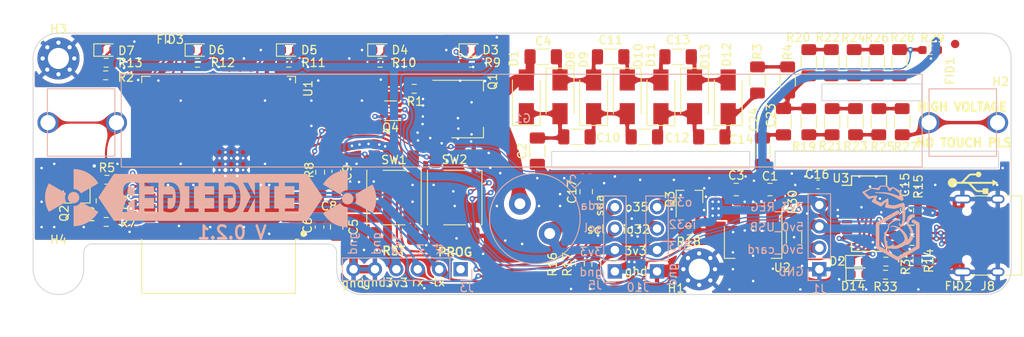
<source format=kicad_pcb>
(kicad_pcb (version 20211014) (generator pcbnew)
  (layers (0 "F.Cu" signal) (31 "B.Cu" signal) (34 "B.Paste" user) (35 "F.Paste" user) (36 "B.SilkS" user "B.Silkscreen") (37 "F.SilkS" user "F.Silkscreen") (38 "B.Mask" user) (39 "F.Mask" user) (44 "Edge.Cuts" user))
  (net 0 "")
  (net 1 "+5V")
  (net 2 "GNDREF")
  (net 3 "Net-(C10-Pad1)")
  (net 4 "+3.3V")
  (net 5 "Net-(C7-Pad1)")
  (net 6 "RST")
  (net 7 "RXD")
  (net 8 "PGM{slash}GPIO0")
  (net 9 "Net-(D3-Pad2)")
  (net 10 "LED1")
  (net 11 "Net-(D4-Pad2)")
  (net 12 "LED2")
  (net 13 "Net-(D5-Pad2)")
  (net 14 "LED3")
  (net 15 "Net-(D6-Pad2)")
  (net 16 "LED4")
  (net 17 "Net-(D7-Pad2)")
  (net 18 "RFB")
  (net 20 "TXD")
  (net 21 "SCL")
  (net 22 "SDA")
  (net 23 "Net-(Q1-Pad1)")
  (net 24 "Net-(Q2-Pad1)")
  (net 25 "PULSE")
  (net 26 "CLICKER")
  (net 27 "PWM")
  (net 38 "Net-(R2-Pad1)")
  (net 43 "GPIO32")
  (net 44 "Net-(C11-Pad1)")
  (net 45 "Net-(C10-Pad2)")
  (net 46 "Net-(C11-Pad2)")
  (net 47 "Net-(C12-Pad2)")
  (net 48 "Net-(C13-Pad2)")
  (net 49 "Net-(C23-Pad1)")
  (net 50 "Net-(R3-Pad1)")
  (net 51 "Net-(R19-Pad1)")
  (net 52 "Net-(R21-Pad2)")
  (net 53 "Net-(R23-Pad1)")
  (net 54 "Net-(R25-Pad2)")
  (net 55 "Net-(R20-Pad2)")
  (net 56 "Net-(R22-Pad1)")
  (net 57 "Net-(R24-Pad2)")
  (net 58 "Net-(R26-Pad1)")
  (net 59 "+5V_USB")
  (net 60 "Net-(J10-Pad4)")
  (net 61 "RTS#")
  (net 62 "DTR#")
  (net 69 "Net-(D2-Pad2)")
  (net 70 "Net-(D14-Pad2)")
  (net 71 "/SWITCH")
  (net 72 "/HV_A")
  (net 74 "3v3fdti")
  (net 79 "/HV_B")
  (net 80 "/CBUS2")
  (net 81 "/CBUS1")
  (net 82 "/HV_C")
  (net 83 "/CC1")
  (net 84 "/DP*")
  (net 85 "/DM*")
  (net 86 "/CC2")
  (net 87 "/DM")
  (net 88 "/DP")
  (footprint "Resistor_SMD:R_0603_1608Metric_Pad0.98x0.95mm_HandSolder" (layer "F.Cu") (at 169.25 101.65)
    (fp_text reference "R32" hide)
    (fp_text value "47R")
  )
  (footprint "LED_SMD:LED_0603_1608Metric" (layer "F.Cu") (at 106.170625 79)
    (fp_text reference "D4")
    (fp_text value "0603RBD0700S01")
  )
  (footprint "Diode_SMD:D_SMA" (layer "F.Cu") (at 123.5 84.55 90)
    (fp_text reference "D1")
    (fp_text value "RS1J")
  )
  (footprint "Resistor_SMD:R_1206_3216Metric_Pad1.30x1.75mm_HandSolder" (layer "F.Cu") (at 168.08 87.5 90)
    (fp_text reference "R27")
    (fp_text value "510k")
  )
  (footprint "Resistor_SMD:R_0603_1608Metric_Pad0.98x0.95mm_HandSolder" (layer "F.Cu") (at 110.2 83.6 180)
    (fp_text reference "R1")
    (fp_text value "47R")
  )
  (footprint "LED_SMD:LED_0603_1608Metric" (layer "F.Cu") (at 117 79)
    (fp_text reference "D3")
    (fp_text value "0603RBD0700S01")
  )
  (footprint "Capacitor_SMD:C_0805_2012Metric_Pad1.18x1.45mm_HandSolder" (layer "F.Cu") (at 148.4 95.55)
    (fp_text reference "C3")
    (fp_text value "22uF")
  )
  (footprint "Capacitor_SMD:C_0805_2012Metric_Pad1.18x1.45mm_HandSolder" (layer "F.Cu") (at 152.4 95.55 180)
    (fp_text reference "C1")
    (fp_text value "22uF")
  )
  (footprint "Diode_SMD:D_SMA" (layer "F.Cu") (at 143.45 84.55 -90)
    (fp_text reference "D12")
    (fp_text value "RS1J")
  )
  (footprint "Fiducial:Fiducial_1mm_Mask2mm" (layer "F.Cu") (at 171.939842 106.518742)
    (fp_text reference "FID2")
    (fp_text value "Fiducial")
  )
  (footprint "Package_TO_SOT_SMD:SOT-223" (layer "F.Cu") (at 116.5 86)
    (fp_text reference "Q1")
    (fp_text value "STN0214")
  )
  (footprint "Resistor_SMD:R_1206_3216Metric_Pad1.30x1.75mm_HandSolder" (layer "F.Cu") (at 159.6875 80.5 90)
    (fp_text reference "R22")
    (fp_text value "10M")
  )
  (footprint "Resistor_SMD:R_0603_1608Metric_Pad0.98x0.95mm_HandSolder" (layer "F.Cu") (at 73.75 94.3875)
    (fp_text reference "R5")
    (fp_text value "1.5k")
  )
  (footprint "Diode_SMD:D_SMA" (layer "F.Cu") (at 147.44 84.55 90)
    (fp_text reference "D13")
    (fp_text value "RS1J")
  )
  (footprint "Package_SO:SSOP-20_3.9x8.7mm_P0.635mm" (layer "F.Cu") (at 164.147874 98.410184)
    (fp_text reference "U3")
    (fp_text value "FT231XS")
  )
  (footprint "Resistor_SMD:R_0603_1608Metric_Pad0.98x0.95mm_HandSolder" (layer "F.Cu") (at 73 96.8875 90)
    (fp_text reference "R6")
    (fp_text value "100k")
  )
  (footprint "LED_SMD:LED_0603_1608Metric" (layer "F.Cu") (at 73.6825 79)
    (fp_text reference "D7")
    (fp_text value "0603RBD0700S01")
  )
  (footprint "MountingHole:MountingHole_2.5mm_Pad_Via" (layer "F.Cu") (at 68 80)
    (fp_text reference "H3")
    (fp_text value "MountingHole_Pad")
  )
  (footprint "Resistor_SMD:R_0603_1608Metric_Pad0.98x0.95mm_HandSolder" (layer "F.Cu") (at 169.95 98.05 -90)
    (fp_text reference "R15")
    (fp_text value "5.1k")
  )
  (footprint "Resistor_SMD:R_1206_3216Metric_Pad1.30x1.75mm_HandSolder" (layer "F.Cu") (at 165.0625 80.5 90)
    (fp_text reference "R26")
    (fp_text value "10M")
  )
  (footprint "Resistor_SMD:R_0603_1608Metric_Pad0.98x0.95mm_HandSolder" (layer "F.Cu") (at 99.044 93.4955 90)
    (fp_text reference "R8")
    (fp_text value "10k")
  )
  (footprint "Capacitor_SMD:C_1206_3216Metric_Pad1.33x1.80mm_HandSolder" (layer "F.Cu") (at 133.5 79.8)
    (fp_text reference "C11")
    (fp_text value "330nF")
  )
  (footprint "Package_TO_SOT_SMD:SOT-223-3_TabPin2" (layer "F.Cu") (at 150.4 101.8 -90)
    (fp_text reference "U2")
    (fp_text value "TC1264-3.3VDBTR")
  )
  (footprint "Resistor_SMD:R_1206_3216Metric_Pad1.30x1.75mm_HandSolder" (layer "F.Cu") (at 162.54 87.5 90)
    (fp_text reference "R23")
    (fp_text value "1M")
  )
  (footprint "Resistor_SMD:R_1206_3216Metric_Pad1.30x1.75mm_HandSolder" (layer "F.Cu") (at 155.25 101.2 -90)
    (fp_text reference "R30")
    (fp_text value "0R")
  )
  (footprint "Resistor_SMD:R_0603_1608Metric_Pad0.98x0.95mm_HandSolder" (layer "F.Cu") (at 129.8625 104.35 90)
    (fp_text reference "R16")
    (fp_text value "10k")
  )
  (footprint "Connector_USB:USB_C_Receptacle_HRO_TYPE-C-31-M-12" (layer "F.Cu") (at 178.356322 101 90)
    (fp_text reference "J8")
    (fp_text value "USB_C_Receptacle_USB2.0")
  )
  (footprint "eikgeiger:SW_TL3301NF160QG_TR" (layer "F.Cu") (at 107.8 96.5 -90)
    (fp_text reference "SW1")
    (fp_text value "TL3301NF160QG/TR")
  )
  (footprint "Resistor_SMD:R_0603_1608Metric_Pad0.98x0.95mm_HandSolder" (layer "F.Cu") (at 84.491875 80.506875 180)
    (fp_text reference "R12")
    (fp_text value "270R")
  )
  (footprint "Resistor_SMD:R_0603_1608Metric_Pad0.98x0.95mm_HandSolder" (layer "F.Cu") (at 73.67 99.3875)
    (fp_text reference "R7")
    (fp_text value "27k")
  )
  (footprint "Resistor_SMD:R_1206_3216Metric_Pad1.30x1.75mm_HandSolder" (layer "F.Cu") (at 165.31 87.5 90)
    (fp_text reference "R25")
    (fp_text value "1M")
  )
  (footprint "Capacitor_SMD:C_1206_3216Metric_Pad1.33x1.80mm_HandSolder" (layer "F.Cu") (at 145.5 89.3)
    (fp_text reference "C14")
    (fp_text value "330nF")
  )
  (footprint "Resistor_SMD:R_0603_1608Metric_Pad0.98x0.95mm_HandSolder" (layer "F.Cu") (at 166.15 104.1 180)
    (fp_text reference "R34")
    (fp_text value "270R")
  )
  (footprint "Package_TO_SOT_SMD:SOT-23_Handsoldering" (layer "F.Cu") (at 142.85 96.4 90)
    (fp_text reference "Q3")
    (fp_text value "DMG2302UK-7")
  )
  (footprint "Capacitor_SMD:C_1206_3216Metric_Pad1.33x1.80mm_HandSolder" (layer "F.Cu") (at 125.5 79.8)
    (fp_text reference "C4")
    (fp_text value "330nF")
  )
  (footprint "Resistor_SMD:R_1206_3216Metric_Pad1.30x1.75mm_HandSolder" (layer "F.Cu") (at 167.75 80.5 90)
    (fp_text reference "R28")
    (fp_text value "10M")
  )
  (footprint "Resistor_SMD:R_0603_1608Metric_Pad0.98x0.95mm_HandSolder" (layer "F.Cu") (at 131.8 104.4 90)
    (fp_text reference "R17")
    (fp_text value "10k")
  )
  (footprint "Capacitor_SMD:C_0603_1608Metric_Pad1.08x0.95mm_HandSolder" (layer "F.Cu") (at 100.949 93.392 90)
    (fp_text reference "C9")
    (fp_text value "0.1uF")
  )
  (footprint "eikgeiger:SW_TL3301NF160QG_TR" (layer "F.Cu") (at 115 96.5 -90)
    (fp_text reference "SW2")
    (fp_text value "TL3301NF160QG/TR")
  )
  (footprint "Fiducial:Fiducial_1mm_Mask2mm" (layer "F.Cu") (at 174.358323 78.27995)
    (fp_text reference "FID1")
    (fp_text value "Fiducial")
  )
  (footprint "Capacitor_SMD:C_1206_3216Metric_Pad1.33x1.80mm_HandSolder" (layer "F.Cu") (at 151.5 91 90)
    (fp_text reference "C24")
    (fp_text value "330nF")
  )
  (footprint "Resistor_SMD:R_1206_3216Metric_Pad1.30x1.75mm_HandSolder" (layer "F.Cu") (at 157 80.5 90)
    (fp_text reference "R20")
    (fp_text value "10M")
  )
  (footprint "Capacitor_SMD:C_1206_3216Metric_Pad1.33x1.80mm_HandSolder" (layer "F.Cu") (at 154 87.5 90)
    (fp_text reference "C23")
    (fp_text value "330nF")
  )
  (footprint "Diode_SMD:D_SMA" (layer "F.Cu") (at 135.47 84.55 -90)
    (fp_text reference "D10")
    (fp_text value "RS1J")
  )
  (footprint "Resistor_SMD:R_1206_3216Metric_Pad1.30x1.75mm_HandSolder" (layer "F.Cu") (at 162.375 80.5 90)
    (fp_text reference "R24")
    (fp_text value "10M")
  )
  (footprint "Resistor_SMD:R_0603_1608Metric_Pad0.98x0.95mm_HandSolder" (layer "F.Cu") (at 171.4 79)
    (fp_text reference "R29")
    (fp_text value "100k")
  )
  (footprint "Capacitor_SMD:C_1206_3216Metric_Pad1.33x1.80mm_HandSolder" (layer "F.Cu") (at 129.5 89.3)
    (fp_text reference "C10")
    (fp_text value "330nF")
  )
  (footprint "Diode_SMD:D_SMA" (layer "F.Cu") (at 131.48 84.55 90)
    (fp_text reference "D9")
    (fp_text value "RS1J")
  )
  (footprint "Resistor_SMD:R_1206_3216Metric_Pad1.30x1.75mm_HandSolder" (layer "F.Cu") (at 159.77 87.5 90)
    (fp_text reference "R21")
    (fp_text value "1M")
  )
  (footprint "Package_TO_SOT_SMD:SOT-23_Handsoldering" (layer "F.Cu") (at 70.17 96.3875 -90)
    (fp_text reference "Q2")
    (fp_text value "PMBT2222A,215")
  )
  (footprint "Package_TO_SOT_SMD:SOT-363_SC-70-6" (layer "F.Cu") (at 107.4 86.2 180)
    (fp_text reference "Q4")
    (fp_text value "UMH3N")
  )
  (footprint "Resistor_SMD:R_0603_1608Metric_Pad0.98x0.95mm_HandSolder" (layer "F.Cu") (at 169.9 104 90)
    (fp_text reference "R14")
    (fp_text value "5.1k")
  )
  (footprint "Resistor_SMD:R_0603_1608Metric_Pad0.98x0.95mm_HandSolder" (layer "F.Cu") (at 116.98 80.506875 180)
    (fp_text reference "R9")
    (fp_text value "270R")
  )
  (footprint "Capacitor_SMD:C_0805_2012Metric_Pad1.18x1.45mm_HandSolder" (layer "F.Cu") (at 101 100 -90)
    (fp_text reference "C5")
    (fp_text value "22uF")
  )
  (footprint "Capacitor_SMD:C_0603_1608Metric_Pad1.08x0.95mm_HandSolder" (layer "F.Cu") (at 98.968 100 -90)
    (fp_text reference "C6")
    (fp_text value "0.1uF")
  )
  (footprint "Resistor_SMD:R_0603_1608Metric_Pad0.98x0.95mm_HandSolder" (layer "F.Cu") (at 73.6 82)
    (fp_text reference "R2")
    (fp_text value "10k")
  )
  (footprint "Resistor_SMD:R_0603_1608Metric_Pad0.98x0.95mm_HandSolder" (layer "F.Cu") (at 106.150625 80.506875 180)
    (fp_text reference "R10")
    (fp_text value "270R")
  )
  (footprint "Resistor_SMD:R_1206_3216Metric_Pad1.30x1.75mm_HandSolder" (layer "F.Cu") (at 157 87.5 90)
    (fp_text reference "R19")
    (fp_text value "1M")
  )
  (footprint "Capacitor_SMD:C_0603_1608Metric_Pad1.08x0.95mm_HandSolder" (layer "F.Cu") (at 158.1 94.95 180)
    (fp_text reference "C16")
    (fp_text value "0.1uF")
  )
  (footprint "MountingHole:MountingHole_2.5mm" (layer "F.Cu") (at 68 105)
    (fp_text reference "H4")
    (fp_text value "MountingHole_Pad")
  )
  (footprint "LED_SMD:LED_0603_1608Metric" (layer "F.Cu") (at 95.34125 79)
    (fp_text reference "D5")
    (fp_text value "0603RBD0700S01")
  )
  (footprint "Capacitor_SMD:C_0603_1608Metric_Pad1.08x0.95mm_HandSolder" (layer "F.Cu") (at 74.5 96.8875 -90)
    (fp_text reference "C7")
    (fp_text value "330pF")
  )
  (footprint "MountingHole:MountingHole_2.5mm_Pad_Via" (layer "F.Cu") (at 144 105 90)
    (fp_text reference "H1")
    (fp_text value "MountingHole_Pad")
  )
  (footprint "Fiducial:Fiducial_1mm_Mask2mm" (layer "F.Cu") (at 79 79)
    (fp_text reference "FID3")
    (fp_text value "Fiducial")
  )
  (footprint "Resistor_SMD:R_0603_1608Metric_Pad0.98x0.95mm_HandSolder" (layer "F.Cu") (at 169.25 100.3)
    (fp_text reference "R31" hide)
    (fp_text value "47R")
  )
  (footprint "Capacitor_SMD:C_1206_3216Metric_Pad1.33x1.80mm_HandSolder" (layer "F.Cu") (at 141.5 79.8)
    (fp_text reference "C13")
    (fp_text value "330nF")
  )
  (footprint "MountingHole:MountingHole_2.5mm" (layer "F.Cu") (at 178 80 90)
    (fp_text reference "H2")
    (fp_text value "MountingHole_Pad")
  )
  (footprint "Resistor_SMD:R_1206_3216Metric_Pad1.30x1.75mm_HandSolder" (layer "F.Cu") (at 150.91248 82.55 -90)
    (fp_text reference "R3")
    (fp_text value "510k")
  )
  (footprint "Resistor_SMD:R_1206_3216Metric_Pad1.30x1.75mm_HandSolder" (layer "F.Cu") (at 154.5 82.55 -90)
    (fp_text reference "R4")
    (fp_text value "510k")
  )
  (footprint "LED_SMD:LED_0603_1608Metric" (layer "F.Cu") (at 84.511875 79)
    (fp_text reference "D6")
    (fp_text value "0603RBD0700S01")
  )
  (footprint "Capacitor_SMD:C_0603_1608Metric_Pad1.08x0.95mm_HandSolder" (layer "F.Cu") (at 168.4 97.95 -90)
    (fp_text reference "C15")
    (fp_text value "0.1uF")
  )
  (footprint "Capacitor_SMD:C_1206_3216Metric_Pad1.33x1.80mm_HandSolder" (layer "F.Cu") (at 124.8 91 90)
    (fp_text reference "C2")
    (fp_text value "330nF")
  )
  (footprint "Diode_SMD:D_SMA" (layer "F.Cu") (at 127.49 84.55 -90)
    (fp_text reference "D8")
    (fp_text value "RS1J")
  )
  (footprint "LED_SMD:LED_0603_1608Metric" (layer "F.Cu") (at 162.85 104.1)
    (fp_text reference "D2")
    (fp_text value "0603RBD0700S01")
  )
  (footprint "Resistor_SMD:R_0603_1608Metric_Pad0.98x0.95mm_HandSolder" (layer "F.Cu") (at 95.32125 80.506875 180)
    (fp_text reference "R11")
    (fp_text value "270R")
  )
  (footprint "Diode_SMD:D_SMA" (layer "F.Cu") (at 139.46 84.55 90)
    (fp_text reference "D11")
    (fp_text value "RS1J")
  )
  (footprint "Resistor_SMD:R_0603_1608Metric_Pad0.98x0.95mm_HandSolder" (layer "F.Cu") (at 166.1 105.65 180)
    (fp_text reference "R33")
    (fp_text value "270R")
  )
  (footprint "Resistor_SMD:R_0603_1608Metric_Pad0.98x0.95mm_HandSolder" (layer "F.Cu") (at 142.85 100.4 180)
    (fp_text reference "R18")
    (fp_text value "10k")
  )
  (footprint "Capacitor_SMD:C_0603_1608Metric_Pad1.08x0.95mm_HandSolder" (layer "F.Cu") (at 100.0865 96.0855 180)
    (fp_text reference "C8")
    (fp_text value "0.1uF")
  )
  (footprint "Capacitor_SMD:C_1206_3216Metric_Pad1.33x1.80mm_HandSolder" (layer "F.Cu") (at 137.5 89.3)
    (fp_text reference "C12")
    (fp_text value "330nF")
  )
  (footprint "LED_SMD:LED_0603_1608Metric" (layer "F.Cu") (at 162.9 105.6)
    (fp_text reference "D14")
    (fp_text value "0603RBD0700S01")
  )
  (footprint "Resistor_SMD:R_0603_1608Metric_Pad0.98x0.95mm_HandSolder" (layer "F.Cu") (at 73.6625 80.506875 180)
    (fp_text reference "R13")
    (fp_text value "270R")
  )
  (footprint "eikgeiger:ESP32-WROOM-32" (layer "F.Cu") (at 87 92 180)
    (fp_text reference "U1")
    (fp_text value "ESP32-WROOM-32E")
  )
  (footprint "Capacitor_SMD:C_0805_2012Metric_Pad1.18x1.45mm_HandSolder" (layer "F.Cu") (at 130.6 95.8 90)
    (fp_text reference "C17")
    (fp_text value "22uF")
  )
  (footprint "Connector_PinHeader_2.54mm:PinHeader_1x04_P2.54mm_Vertical" (layer "B.Cu") (at 134 105.26)
    (fp_text reference "J5")
    (fp_text value "Conn_01x04")
  )
  (footprint "kibuzzard-637F3F6B" (layer "B.Cu") (at 86.05 96.475 180)
    (fp_text reference "kibuzzard-637F3F6B" hide)
    (fp_text value "G***" hide)
  )
  (footprint "Connector_PinHeader_2.54mm:PinHeader_1x06_P2.54mm_Vertical" (layer "B.Cu") (at 115.7 105 90)
    (fp_text reference "J3")
    (fp_text value "Conn_01x06")
  )
  (footprint "LOGO" (layer "B.Cu") (at 166.456493 99.477484 180)
    (fp_text reference "G***" hide)
    (fp_text value "LOGO" hide)
  )
  (footprint "Connector_PinHeader_2.54mm:PinHeader_1x04_P2.54mm_Vertical" (layer "B.Cu") (at 158.25 105)
    (fp_text reference "J1")
    (fp_text value "Conn_01x04")
  )
  (footprint "eikgeiger:SBM-20" (layer "B.Cu") (at 123.076091 87.60719 180)
    (fp_text reference "G1")
    (fp_text value "GM_tube_HOLDERS")
  )
  (footprint "Connector_PinHeader_2.54mm:PinHeader_1x04_P2.54mm_Vertical" (layer "B.Cu") (at 139 105.26)
    (fp_text reference "J10")
    (fp_text value "Conn_01x04")
  )
  (footprint "Inductor_THT:L_Radial_D10.5mm_P5.00mm_Abacron_AISR-01" (layer "B.Cu") (at 126.267767 100.767767 135)
    (fp_text reference "L2")
    (fp_text value "22mH")
  )
  (gr_poly (pts (xy 103.222476 97.163621) (xy 104.246413 97.7547) (xy 105.234896 98.325142) (xy 105.243893 98.3135) (xy 105.252649 98.299613) (xy 105.266812 98.274532) (xy 105.305408 98.202177) (xy 105.347775 98.119205) (xy 105.366651 98.080854) (xy 105.382005 98.048388) (xy 105.440388 97.914647) (xy 105.46725 97.847407) (xy 105.492576 97.779852) (xy 105.51638 97.711932) (xy 105.538675 97.643594) (xy 105.559473 97.574788) (xy 105.578789 97.505463) (xy 105.596635 97.435567) (xy 105.613025 97.36505) (xy 105.627971 97.293859) (xy 105.641487 97.221945) (xy 105.664281 97.07574) (xy 105.681513 96.926025) (xy 105.685855 96.867874) (xy 105.688963 96.797066) (xy 105.690843 96.717861) (xy 105.691501 96.634521) (xy 105.690944 96.551304) (xy 105.689178 96.472472) (xy 105.686208 96.402284) (xy 105.682042 96.345) (xy 105.673748 96.268409) (xy 105.664129 96.192969) (xy 105.653165 96.118604) (xy 105.640833 96.045236) (xy 105.627113 95.972789) (xy 105.611982 95.901186) (xy 105.595418 95.83035) (xy 105.5774 95.760205) (xy 105.557906 95.690674) (xy 105.536915 95.62168) (xy 105.514404 95.553147) (xy 105.490352 95.484997) (xy 105.464738 95.417154) (xy 105.437539 95.349542) (xy 105.408734 95.282083) (xy 105.378301 95.2147) (xy 105.36091 95.178313) (xy 105.34097 95.137913) (xy 105.319802 95.096038) (xy 105.298728 95.055223) (xy 105.279067 95.018004) (xy 105.262141 94.986919) (xy 105.24927 94.964503) (xy 105.244768 94.957338) (xy 105.241776 94.953292) (xy 105.239065 94.95085) (xy 105.22247 94.957467) (xy 105.063513 95.04583) (xy 103.653747 95.858696) (xy 103.18808 96.127513) (xy 103.218242 96.188896) (xy 103.233178 96.220615) (xy 103.247021 96.253013) (xy 103.259755 96.286015) (xy 103.271366 96.319542) (xy 103.281838 96.35352) (xy 103.291159 96.38787) (xy 103.299312 96.422516) (xy 103.306282 96.457382) (xy 103.312056 96.49239) (xy 103.316619 96.527465) (xy 103.319955 96.562528) (xy 103.32205 96.597504) (xy 103.32289 96.632315) (xy 103.322458 96.666885) (xy 103.320742 96.701138) (xy 103.317726 96.734996) (xy 103.31501 96.757928) (xy 103.311824 96.780686) (xy 103.308167 96.803271) (xy 103.304042 96.825682) (xy 103.299449 96.847919) (xy 103.294388 96.869983) (xy 103.28886 96.891873) (xy 103.282867 96.91359) (xy 103.276409 96.935133) (xy 103.269486 96.956502) (xy 103.2621 96.977698) (xy 103.254251 96.99872) (xy 103.24594 97.019568) (xy 103.237167 97.040243) (xy 103.227935 97.060744) (xy 103.218242 97.081071) (xy 103.187551 97.143513)) (layer "B.SilkS") (width 0.003) (fill solid))
  (gr_poly (pts (xy 71.958729 97.756463) (xy 70.699445 97.028859) (xy 70.672457 97.013513) (xy 70.639649 97.063255) (xy 70.607085 97.109915) (xy 70.572165 97.154406) (xy 70.534989 97.196668) (xy 70.495658 97.23664) (xy 70.454271 97.274261) (xy 70.410928 97.309472) (xy 70.36573 97.342212) (xy 70.318776 97.372421) (xy 70.270166 97.400037) (xy 70.22 97.425) (xy 70.168379 97.447251) (xy 70.115402 97.466728) (xy 70.061169 97.483371) (xy 70.005781 97.49712) (xy 69.949337 97.507914) (xy 69.891937 97.515692) (xy 69.869918 97.517941) (xy 69.848347 97.519793) (xy 69.838488 97.520509) (xy 69.829652 97.52105) (xy 69.822144 97.521393) (xy 69.816266 97.521513) (xy 69.792453 97.521513) (xy 69.792453 99.893768) (xy 69.898287 99.890063) (xy 70.030448 99.883025) (xy 70.161553 99.871061) (xy 70.291502 99.854207) (xy 70.420194 99.8325) (xy 70.547527 99.805974) (xy 70.673402 99.774666) (xy 70.797717 99.73861) (xy 70.920372 99.697844) (xy 71.041266 99.652401) (xy 71.160298 99.602319) (xy 71.277367 99.547632) (xy 71.392372 99.488376) (xy 71.505214 99.424588) (xy 71.61579 99.356302) (xy 71.724001 99.283554) (xy 71.829745 99.20638) (xy 71.892441 99.157692) (xy 71.953735 99.107861) (xy 72.013641 99.056872) (xy 72.07217 99.00471) (xy 72.129334 98.95136) (xy 72.185147 98.896808) (xy 72.23962 98.841039) (xy 72.292766 98.784039) (xy 72.344597 98.725792) (xy 72.395127 98.666284) (xy 72.444366 98.6055) (xy 72.492328 98.543425) (xy 72.539025 98.480045) (xy 72.584469 98.415345) (xy 72.628673 98.34931) (xy 72.671649 98.281926) (xy 72.680919 98.266703) (xy 72.68955 98.252218) (xy 72.69735 98.238812) (xy 72.704127 98.226826) (xy 72.709688 98.216602) (xy 72.713842 98.208479) (xy 72.715331 98.205313) (xy 72.716396 98.2028) (xy 72.717013 98.200983) (xy 72.717146 98.200349) (xy 72.717158 98.199905)) (layer "B.SilkS") (width 0.003) (fill solid))
  (gr_poly (pts (xy 70.466891 96.46243) (xy 70.462511 96.417754) (xy 70.455204 96.373605) (xy 70.445032 96.330134) (xy 70.432057 96.28749) (xy 70.416341 96.245825) (xy 70.397946 96.205288) (xy 70.376935 96.16603) (xy 70.353368 96.128202) (xy 70.327309 96.091953) (xy 70.298818 96.057434) (xy 70.267959 96.024796) (xy 70.234793 95.994189) (xy 70.217365 95.979694) (xy 70.199383 95.965763) (xy 70.173193 95.94711) (xy 70.146447 95.929841) (xy 70.119187 95.913955) (xy 70.09146 95.899447) (xy 70.063308 95.886314) (xy 70.034776 95.874552) (xy 70.00591 95.864157) (xy 69.976752 95.855126) (xy 69.947348 95.847456) (xy 69.917742 95.841142) (xy 69.887978 95.836182) (xy 69.858101 95.832572) (xy 69.828155 95.830307) (xy 69.798184 95.829385) (xy 69.768233 95.829802) (xy 69.738346 95.831554) (xy 69.708568 95.834637) (xy 69.678942 95.839049) (xy 69.649514 95.844785) (xy 69.620327 95.851843) (xy 69.591427 95.860217) (xy 69.562857 95.869906) (xy 69.534661 95.880905) (xy 69.506885 95.89321) (xy 69.479573 95.906818) (xy 69.452768 95.921726) (xy 69.426515 95.937929) (xy 69.40086 95.955425) (xy 69.375845 95.97421) (xy 69.351516 95.994279) (xy 69.327916 96.01563) (xy 69.305091 96.038259) (xy 69.280378 96.065399) (xy 69.257262 96.093771) (xy 69.235775 96.123283) (xy 69.215951 96.153841) (xy 69.197823 96.18535) (xy 69.181424 96.217718) (xy 69.166788 96.25085) (xy 69.153948 96.284652) (xy 69.142937 96.319032) (xy 69.133789 96.353894) (xy 69.126537 96.389145) (xy 69.121214 96.424691) (xy 69.117854 96.460439) (xy 69.11649 96.496295) (xy 69.117155 96.532165) (xy 69.119883 96.567955) (xy 69.123605 96.598455) (xy 69.128426 96.628255) (xy 69.134354 96.657373) (xy 69.141397 96.685827) (xy 69.149562 96.713636) (xy 69.158857 96.740819) (xy 69.16929 96.767394) (xy 69.180869 96.79338) (xy 69.193601 96.818795) (xy 69.207495 96.843659) (xy 69.222557 96.867989) (xy 69.238796 96.891805) (xy 69.25622 96.915124) (xy 69.274835 96.937966) (xy 69.294651 96.96035) (xy 69.315674 96.982292) (xy 69.337617 97.003316) (xy 69.360001 97.023131) (xy 69.382846 97.041747) (xy 69.40617 97.05917) (xy 69.429993 97.075409) (xy 69.454335 97.090472) (xy 69.479215 97.104365) (xy 69.504653 97.117098) (xy 69.530667 97.128676) (xy 69.557277 97.13911) (xy 69.584503 97.148405) (xy 69.612363 97.15657) (xy 69.640878 97.163613) (xy 69.670066 97.169541) (xy 69.699947 97.174362) (xy 69.730541 97.178084) (xy 69.763598 97.180693) (xy 69.796459 97.181599) (xy 69.82908 97.180839) (xy 69.861412 97.178449) (xy 69.893411 97.174466) (xy 69.925029 97.168925) (xy 69.95622 97.161865) (xy 69.986939 97.153321) (xy 70.017138 97.143329) (xy 70.046771 97.131927) (xy 70.075792 97.119151) (xy 70.104155 97.105037) (xy 70.131814 97.089623) (xy 70.158721 97.072943) (xy 70.184832 97.055036) (xy 70.210098 97.035937) (xy 70.234475 97.015683) (xy 70.257916 96.99431) (xy 70.280374 96.971856) (xy 70.301803 96.948357) (xy 70.322158 96.923848) (xy 70.34139 96.898367) (xy 70.359455 96.871951) (xy 70.376306 96.844635) (xy 70.391897 96.816456) (xy 70.406181 96.787451) (xy 70.419111 96.757657) (xy 70.430643 96.727109) (xy 70.440729 96.695845) (xy 70.449323 96.6639) (xy 70.456378 96.631312) (xy 70.461849 96.598117) (xy 70.464629 96.57544) (xy 70.466622 96.552762) (xy 70.468282 96.507483)) (layer "B.SilkS") (width 0.003) (fill solid))
  (gr_poly (pts (xy 99.381918 98.332899) (xy 99.383852 98.337232) (xy 99.391218 98.350988) (xy 99.402714 98.370673) (xy 99.417701 98.395256) (xy 99.455595 98.455003) (xy 99.499788 98.521992) (xy 99.580297 98.636301) (xy 99.664974 98.746798) (xy 99.7537 98.853389) (xy 99.846351 98.955983) (xy 99.942807 99.054487) (xy 100.042946 99.148809) (xy 100.146646 99.238858) (xy 100.253785 99.324539) (xy 100.364241 99.405762) (xy 100.477894 99.482435) (xy 100.594621 99.554464) (xy 100.7143 99.621757) (xy 100.836811 99.684224) (xy 100.96203 99.74177) (xy 101.089837 99.794304) (xy 101.220109 99.841734) (xy 101.338341 99.879739) (xy 101.457738 99.913204) (xy 101.578376 99.942156) (xy 101.700328 99.966617) (xy 101.823669 99.986614) (xy 101.948474 100.00217) (xy 102.074817 100.013312) (xy 102.202772 100.020062) (xy 102.307547 100.023767) (xy 102.307547 97.651513) (xy 102.283734 97.651513) (xy 102.267604 97.651058) (xy 102.247957 97.64976) (xy 102.225645 97.647718) (xy 102.201515 97.64503) (xy 102.176418 97.641798) (xy 102.151203 97.638118) (xy 102.126719 97.634092) (xy 102.103817 97.629817) (xy 102.055174 97.618704) (xy 102.00714 97.605055) (xy 101.959818 97.588939) (xy 101.913309 97.570426) (xy 101.867715 97.549585) (xy 101.823137 97.526484) (xy 101.779677 97.501192) (xy 101.737436 97.473779) (xy 101.696516 97.444313) (xy 101.657018 97.412864) (xy 101.619044 97.3795) (xy 101.582696 97.34429) (xy 101.548075 97.307304) (xy 101.515282 97.26861) (xy 101.484419 97.228278) (xy 101.455588 97.186375) (xy 101.449928 97.177896) (xy 101.444534 97.170037) (xy 101.439524 97.162972) (xy 101.4372 97.159791) (xy 101.435017 97.156874) (xy 101.432989 97.154242) (xy 101.43113 97.151917) (xy 101.429456 97.149921) (xy 101.427981 97.148275) (xy 101.42672 97.147001) (xy 101.426174 97.146511) (xy 101.425687 97.146121) (xy 101.425261 97.145836) (xy 101.424898 97.145657) (xy 101.4246 97.145587) (xy 101.424367 97.145629) (xy 99.615146 98.189675) (xy 99.524353 98.242699) (xy 99.449981 98.286843) (xy 99.421355 98.304175) (xy 99.399718 98.317593) (xy 99.386031 98.326534) (xy 99.382469 98.329149) (xy 99.381255 98.330433)) (layer "B.SilkS") (width 0.003) (fill solid))
  (gr_poly (pts (xy 72.718082 94.808127) (xy 72.716148 94.803794) (xy 72.708782 94.790038) (xy 72.697286 94.770353) (xy 72.682299 94.74577) (xy 72.644405 94.686023) (xy 72.600212 94.619034) (xy 72.519703 94.504725) (xy 72.435026 94.394228) (xy 72.3463 94.287637) (xy 72.253649 94.185043) (xy 72.157193 94.086539) (xy 72.057054 93.992217) (xy 71.953354 93.902168) (xy 71.846215 93.816487) (xy 71.735759 93.735264) (xy 71.622106 93.658591) (xy 71.505379 93.586562) (xy 71.3857 93.519269) (xy 71.263189 93.456802) (xy 71.13797 93.399256) (xy 71.010163 93.346722) (xy 70.879891 93.299292) (xy 70.761659 93.261287) (xy 70.642262 93.227822) (xy 70.521624 93.19887) (xy 70.399672 93.174409) (xy 70.276331 93.154412) (xy 70.151526 93.138856) (xy 70.025183 93.127714) (xy 69.897228 93.120964) (xy 69.792453 93.117259) (xy 69.792453 95.489513) (xy 69.816266 95.489513) (xy 69.832396 95.489968) (xy 69.852043 95.491266) (xy 69.874355 95.493308) (xy 69.898485 95.495996) (xy 69.923582 95.499228) (xy 69.948797 95.502908) (xy 69.973281 95.506934) (xy 69.996183 95.511209) (xy 70.044826 95.522322) (xy 70.09286 95.535971) (xy 70.140182 95.552087) (xy 70.186691 95.5706) (xy 70.232285 95.591441) (xy 70.276863 95.614542) (xy 70.320323 95.639834) (xy 70.362564 95.667247) (xy 70.403484 95.696713) (xy 70.442982 95.728162) (xy 70.480956 95.761526) (xy 70.517304 95.796736) (xy 70.551925 95.833722) (xy 70.584718 95.872416) (xy 70.615581 95.912748) (xy 70.644412 95.954651) (xy 70.650072 95.96313) (xy 70.655466 95.970989) (xy 70.660476 95.978054) (xy 70.6628 95.981235) (xy 70.664983 95.984152) (xy 70.667011 95.986784) (xy 70.66887 95.989109) (xy 70.670544 95.991105) (xy 70.672019 95.992751) (xy 70.67328 95.994025) (xy 70.673826 95.994515) (xy 70.674313 95.994905) (xy 70.674739 95.99519) (xy 70.675102 95.995369) (xy 70.6754 95.995439) (xy 70.675633 95.995397) (xy 72.484854 94.951351) (xy 72.575647 94.898327) (xy 72.650019 94.854183) (xy 72.678645 94.836851) (xy 72.700282 94.823433) (xy 72.713969 94.814492) (xy 72.717531 94.811877) (xy 72.718745 94.810593)) (layer "B.SilkS") (width 0.003) (fill solid))
  (gr_poly (pts (xy 100.141271 95.384563) (xy 101.400555 96.112167) (xy 101.427543 96.127513) (xy 101.460351 96.077771) (xy 101.492915 96.031111) (xy 101.527835 95.98662) (xy 101.565011 95.944358) (xy 101.604342 95.904386) (xy 101.645729 95.866765) (xy 101.689072 95.831554) (xy 101.73427 95.798814) (xy 101.781224 95.768605) (xy 101.829834 95.740989) (xy 101.88 95.716026) (xy 101.931621 95.693775) (xy 101.984598 95.674298) (xy 102.038831 95.657655) (xy 102.094219 95.643906) (xy 102.150663 95.633112) (xy 102.208063 95.625334) (xy 102.230082 95.623085) (xy 102.251653 95.621233) (xy 102.261512 95.620517) (xy 102.270348 95.619976) (xy 102.277856 95.619633) (xy 102.283734 95.619513) (xy 102.307547 95.619513) (xy 102.307547 93.247258) (xy 102.201713 93.250963) (xy 102.069552 93.258001) (xy 101.938447 93.269965) (xy 101.808498 93.286819) (xy 101.679806 93.308526) (xy 101.552473 93.335052) (xy 101.426598 93.36636) (xy 101.302283 93.402416) (xy 101.179628 93.443182) (xy 101.058734 93.488625) (xy 100.939702 93.538707) (xy 100.822633 93.593394) (xy 100.707628 93.65265) (xy 100.594786 93.716438) (xy 100.48421 93.784724) (xy 100.375999 93.857472) (xy 100.270255 93.934646) (xy 100.207559 93.983334) (xy 100.146265 94.033165) (xy 100.086359 94.084154) (xy 100.02783 94.136316) (xy 99.970666 94.189666) (xy 99.914853 94.244218) (xy 99.86038 94.299987) (xy 99.807234 94.356987) (xy 99.755403 94.415234) (xy 99.704873 94.474742) (xy 99.655634 94.535526) (xy 99.607672 94.597601) (xy 99.560975 94.660981) (xy 99.515531 94.725681) (xy 99.471327 94.791716) (xy 99.428351 94.8591) (xy 99.419081 94.874323) (xy 99.41045 94.888808) (xy 99.40265 94.902214) (xy 99.395873 94.9142) (xy 99.390312 94.924424) (xy 99.386158 94.932547) (xy 99.384669 94.935713) (xy 99.383604 94.938226) (xy 99.382987 94.940043) (xy 99.382854 94.940677) (xy 99.382842 94.941121)) (layer "B.SilkS") (width 0.003) (fill solid))
  (gr_poly (pts (xy 68.877524 95.977405) (xy 67.853587 95.386326) (xy 66.865104 94.815884) (xy 66.856107 94.827526) (xy 66.847351 94.841413) (xy 66.833188 94.866494) (xy 66.794592 94.938849) (xy 66.752225 95.021821) (xy 66.733349 95.060172) (xy 66.717995 95.092638) (xy 66.659612 95.226379) (xy 66.63275 95.293619) (xy 66.607424 95.361174) (xy 66.58362 95.429094) (xy 66.561325 95.497432) (xy 66.540527 95.566238) (xy 66.521211 95.635563) (xy 66.503365 95.705459) (xy 66.486975 95.775976) (xy 66.472029 95.847167) (xy 66.458513 95.919081) (xy 66.435719 96.065286) (xy 66.418487 96.215001) (xy 66.414145 96.273152) (xy 66.411037 96.34396) (xy 66.409157 96.423165) (xy 66.408499 96.506505) (xy 66.409056 96.589722) (xy 66.410822 96.668554) (xy 66.413792 96.738742) (xy 66.417958 96.796026) (xy 66.426252 96.872617) (xy 66.435871 96.948057) (xy 66.446835 97.022422) (xy 66.459167 97.09579) (xy 66.472887 97.168237) (xy 66.488018 97.23984) (xy 66.504582 97.310676) (xy 66.5226 97.380821) (xy 66.542094 97.450352) (xy 66.563085 97.519346) (xy 66.585596 97.587879) (xy 66.609648 97.656029) (xy 66.635262 97.723872) (xy 66.662461 97.791484) (xy 66.691266 97.858943) (xy 66.721699 97.926326) (xy 66.73909 97.962713) (xy 66.75903 98.003113) (xy 66.780198 98.044988) (xy 66.801272 98.085803) (xy 66.820933 98.123022) (xy 66.837859 98.154107) (xy 66.85073 98.176523) (xy 66.855232 98.183688) (xy 66.858224 98.187734) (xy 66.860935 98.190176) (xy 66.87753 98.183559) (xy 67.036487 98.095196) (xy 68.446253 97.28233) (xy 68.91192 97.013513) (xy 68.881758 96.95213) (xy 68.866822 96.920411) (xy 68.852979 96.888013) (xy 68.840245 96.855011) (xy 68.828634 96.821484) (xy 68.818162 96.787506) (xy 68.808841 96.753156) (xy 68.800688 96.71851) (xy 68.793718 96.683644) (xy 68.787944 96.648636) (xy 68.783381 96.613561) (xy 68.780045 96.578498) (xy 68.77795 96.543522) (xy 68.77711 96.508711) (xy 68.777542 96.474141) (xy 68.779258 96.439888) (xy 68.782274 96.40603) (xy 68.78499 96.383098) (xy 68.788176 96.36034) (xy 68.791833 96.337755) (xy 68.795958 96.315344) (xy 68.800551 96.293107) (xy 68.805612 96.271043) (xy 68.81114 96.249153) (xy 68.817133 96.227436) (xy 68.823591 96.205893) (xy 68.830514 96.184524) (xy 68.8379 96.163328) (xy 68.845749 96.142306) (xy 68.85406 96.121458) (xy 68.862833 96.100783) (xy 68.872065 96.080282) (xy 68.881758 96.059955) (xy 68.912449 95.997513)) (layer "B.SilkS") (width 0.003) (fill solid))
  (gr_poly (pts (xy 101.633109 96.678596) (xy 101.637489 96.723272) (xy 101.644796 96.767421) (xy 101.654968 96.810892) (xy 101.667943 96.853536) (xy 101.683659 96.895201) (xy 101.702054 96.935738) (xy 101.723065 96.974996) (xy 101.746632 97.012824) (xy 101.772691 97.049073) (xy 101.801182 97.083592) (xy 101.832041 97.11623) (xy 101.865207 97.146837) (xy 101.882635 97.161332) (xy 101.900617 97.175263) (xy 101.926807 97.193916) (xy 101.953553 97.211185) (xy 101.980813 97.227071) (xy 102.00854 97.241579) (xy 102.036692 97.254712) (xy 102.065224 97.266474) (xy 102.09409 97.276869) (xy 102.123248 97.2859) (xy 102.152652 97.29357) (xy 102.182258 97.299884) (xy 102.212022 97.304844) (xy 102.241899 97.308454) (xy 102.271845 97.310719) (xy 102.301816 97.311641) (xy 102.331767 97.311224) (xy 102.361654 97.309472) (xy 102.391432 97.306389) (xy 102.421058 97.301977) (xy 102.450486 97.296241) (xy 102.479673 97.289183) (xy 102.508573 97.280809) (xy 102.537143 97.27112) (xy 102.565339 97.260121) (xy 102.593115 97.247816) (xy 102.620427 97.234208) (xy 102.647232 97.2193) (xy 102.673485 97.203097) (xy 102.69914 97.185601) (xy 102.724155 97.166816) (xy 102.748484 97.146747) (xy 102.772084 97.125396) (xy 102.794909 97.102767) (xy 102.819622 97.075627) (xy 102.842738 97.047255) (xy 102.864225 97.017743) (xy 102.884049 96.987185) (xy 102.902177 96.955676) (xy 102.918576 96.923308) (xy 102.933212 96.890176) (xy 102.946052 96.856374) (xy 102.957063 96.821994) (xy 102.966211 96.787132) (xy 102.973463 96.751881) (xy 102.978786 96.716335) (xy 102.982146 96.680587) (xy 102.98351 96.644731) (xy 102.982845 96.608861) (xy 102.980117 96.573071) (xy 102.976395 96.542571) (xy 102.971574 96.512771) (xy 102.965646 96.483653) (xy 102.958603 96.455199) (xy 102.950438 96.42739) (xy 102.941143 96.400207) (xy 102.93071 96.373632) (xy 102.919131 96.347646) (xy 102.906399 96.322231) (xy 102.892505 96.297367) (xy 102.877443 96.273037) (xy 102.861204 96.249221) (xy 102.84378 96.225902) (xy 102.825165 96.20306) (xy 102.805349 96.180676) (xy 102.784326 96.158734) (xy 102.762383 96.13771) (xy 102.739999 96.117895) (xy 102.717154 96.099279) (xy 102.69383 96.081856) (xy 102.670007 96.065617) (xy 102.645665 96.050554) (xy 102.620785 96.036661) (xy 102.595347 96.023928) (xy 102.569333 96.01235) (xy 102.542723 96.001916) (xy 102.515497 95.992621) (xy 102.487637 95.984456) (xy 102.459122 95.977413) (xy 102.429934 95.971485) (xy 102.400053 95.966664) (xy 102.369459 95.962942) (xy 102.336402 95.960333) (xy 102.303541 95.959427) (xy 102.27092 95.960187) (xy 102.238588 95.962577) (xy 102.206589 95.96656) (xy 102.174971 95.972101) (xy 102.14378 95.979161) (xy 102.113061 95.987705) (xy 102.082862 95.997697) (xy 102.053229 96.009099) (xy 102.024208 96.021875) (xy 101.995845 96.035989) (xy 101.968186 96.051403) (xy 101.941279 96.068083) (xy 101.915168 96.08599) (xy 101.889902 96.105089) (xy 101.865525 96.125343) (xy 101.842084 96.146716) (xy 101.819626 96.16917) (xy 101.798197 96.192669) (xy 101.777842 96.217178) (xy 101.75861 96.242659) (xy 101.740545 96.269075) (xy 101.723694 96.296391) (xy 101.708103 96.32457) (xy 101.693819 96.353575) (xy 101.680889 96.383369) (xy 101.669357 96.413917) (xy 101.659271 96.445181) (xy 101.650677 96.477126) (xy 101.643622 96.509714) (xy 101.638151 96.542909) (xy 101.635371 96.565586) (xy 101.633378 96.588264) (xy 101.631718 96.633543)) (layer "B.SilkS") (width 0.003) (fill solid))
  (gr_poly (pts (xy 177.154174 93.426271) (xy 177.170978 93.427549) (xy 177.187539 93.429655) (xy 177.203835 93.432566) (xy 177.219846 93.436263) (xy 177.235551 93.440724) (xy 177.250928 93.445929) (xy 177.265958 93.451857) (xy 177.28062 93.458487) (xy 177.294891 93.465798) (xy 177.308753 93.47377) (xy 177.322183 93.482381) (xy 177.335162 93.491611) (xy 177.347667 93.50144) (xy 177.359679 93.511846) (xy 177.371176 93.522808) (xy 177.382138 93.534306) (xy 177.392544 93.546319) (xy 177.402373 93.558827) (xy 177.411604 93.571807) (xy 177.420216 93.58524) (xy 177.428188 93.599105) (xy 177.435501 93.613381) (xy 177.442132 93.628047) (xy 177.44806 93.643083) (xy 177.453266 93.658467) (xy 177.457729 93.674179) (xy 177.461426 93.690197) (xy 177.464339 93.706502) (xy 177.466445 93.723073) (xy 177.467723 93.739888) (xy 177.468154 93.756926) (xy 177.467723 93.773958) (xy 177.466444 93.790767) (xy 177.464338 93.807332) (xy 177.461426 93.823632) (xy 177.457728 93.839646) (xy 177.453265 93.855354) (xy 177.448059 93.870735) (xy 177.44213 93.885768) (xy 177.435498 93.900432) (xy 177.428186 93.914706) (xy 177.420213 93.92857) (xy 177.4116 93.942002) (xy 177.402369 93.954983) (xy 177.39254 93.96749) (xy 177.382133 93.979503) (xy 177.371171 93.991002) (xy 177.359674 94.001965) (xy 177.347661 94.012372) (xy 177.335156 94.022201) (xy 177.322177 94.031433) (xy 177.308747 94.040046) (xy 177.294885 94.048019) (xy 177.280614 94.055331) (xy 177.265953 94.061963) (xy 177.250923 94.067892) (xy 177.235546 94.073098) (xy 177.219841 94.07756) (xy 177.203831 94.081258) (xy 177.187536 94.084171) (xy 177.170976 94.086276) (xy 177.154173 94.087555) (xy 177.137147 94.087986) (xy 177.123675 94.087716) (xy 177.110347 94.08691) (xy 177.097173 94.085581) (xy 177.084163 94.083738) (xy 177.071326 94.081392) (xy 177.058673 94.078553) (xy 177.046212 94.075232) (xy 177.033954 94.071439) (xy 177.021909 94.067185) (xy 177.010086 94.062481) (xy 176.998495 94.057335) (xy 176.987146 94.05176) (xy 176.976049 94.045766) (xy 176.965213 94.039363) (xy 176.954648 94.032561) (xy 176.944363 94.025371) (xy 176.93437 94.017804) (xy 176.924677 94.009869) (xy 176.915294 94.001578) (xy 176.906231 93.992941) (xy 176.897497 93.983968) (xy 176.889104 93.97467) (xy 176.881059 93.965057) (xy 176.873373 93.95514) (xy 176.866057 93.94493) (xy 176.859118 93.934435) (xy 176.852568 93.923668) (xy 176.846416 93.912639) (xy 176.840672 93.901358) (xy 176.835345 93.889835) (xy 176.830446 93.878081) (xy 176.825984 93.866107) (xy 176.272714 93.866318) (xy 176.258593 93.866991) (xy 176.244545 93.868337) (xy 176.23059 93.870334) (xy 176.216751 93.872956) (xy 176.20305 93.87618) (xy 176.18951 93.879983) (xy 176.176153 93.88434) (xy 176.163001 93.889226) (xy 176.150076 93.894619) (xy 176.137401 93.900494) (xy 176.124997 93.906828) (xy 176.112887 93.913596) (xy 176.101094 93.920773) (xy 176.089639 93.928338) (xy 176.078545 93.936264) (xy 176.067834 93.944529) (xy 175.409048 94.640542) (xy 178.792447 94.640542) (xy 178.792447 94.367849) (xy 179.454394 94.750119) (xy 178.792447 95.132336) (xy 178.792447 94.859207) (xy 176.236452 94.859207) (xy 176.895384 95.555352) (xy 176.906091 95.563617) (xy 176.917184 95.571542) (xy 176.928639 95.579104) (xy 176.940435 95.586279) (xy 176.952548 95.593044) (xy 176.964957 95.599374) (xy 176.977638 95.605245) (xy 176.99057 95.610634) (xy 177.003729 95.615516) (xy 177.017093 95.619868) (xy 177.030641 95.623666) (xy 177.044348 95.626886) (xy 177.058193 95.629505) (xy 177.072154 95.631497) (xy 177.086207 95.63284) (xy 177.10033 95.63351) (xy 177.63373 95.633761) (xy 177.63373 95.412107) (xy 178.29585 95.412107) (xy 178.29585 96.07416) (xy 177.63373 96.07416) (xy 177.63373 95.852215) (xy 177.106786 95.852334) (xy 177.078927 95.851398) (xy 177.050994 95.848656) (xy 177.02308 95.844207) (xy 176.995279 95.838149) (xy 176.967684 95.83058) (xy 176.940387 95.821599) (xy 176.913483 95.811304) (xy 176.887065 95.799794) (xy 176.861225 95.787167) (xy 176.836057 95.773522) (xy 176.811654 95.758957) (xy 176.78811 95.74357) (xy 176.765517 95.72746) (xy 176.743969 95.710726) (xy 176.72356 95.693466) (xy 176.704381 95.675777) (xy 176.705398 95.676815) (xy 176.706319 95.677773) (xy 176.70748 95.67901) (xy 176.707557 95.679099) (xy 176.707524 95.679072) (xy 176.707079 95.678618) (xy 176.704328 95.675724) (xy 176.005471 94.937378) (xy 175.994792 94.929117) (xy 175.983729 94.921197) (xy 175.972304 94.913642) (xy 175.960541 94.906474) (xy 175.948461 94.899717) (xy 175.936087 94.893395) (xy 175.923441 94.887529) (xy 175.910545 94.882145) (xy 175.897423 94.877264) (xy 175.884096 94.872911) (xy 175.870587 94.869108) (xy 175.856918 94.865879) (xy 175.843112 94.863247) (xy 175.829191 94.861236) (xy 175.815178 94.859868) (xy 175.801094 94.859167) (xy 174.969363 94.859167) (xy 174.968997 94.859183) (xy 174.968631 94.85919) (xy 174.968267 94.859191) (xy 174.967903 94.859187) (xy 174.967177 94.859175) (xy 174.966453 94.859167) (xy 174.590414 94.859167) (xy 174.585156 94.882705) (xy 174.57891 94.905854) (xy 174.5717 94.92859) (xy 174.56355 94.950889) (xy 174.554482 94.97273) (xy 174.544521 94.994087) (xy 174.533689 95.014938) (xy 174.522009 95.035258) (xy 174.509507 95.055026) (xy 174.496204 95.074216) (xy 174.467291 95.110771) (xy 174.435459 95.144737) (xy 174.400894 95.175925) (xy 174.363785 95.204147) (xy 174.344334 95.217088) (xy 174.324318 95.229216) (xy 174.303759 95.240509) (xy 174.282681 95.250944) (xy 174.261108 95.260496) (xy 174.239062 95.269142) (xy 174.216568 95.276859) (xy 174.193648 95.283624) (xy 174.170326 95.289412) (xy 174.146625 95.2942) (xy 174.12257 95.297965) (xy 174.098183 95.300684) (xy 174.073487 95.302332) (xy 174.048507 95.302887) (xy 174.020054 95.302167) (xy 173.991975 95.300032) (xy 173.964304 95.296516) (xy 173.937076 95.291654) (xy 173.910325 95.28548) (xy 173.884088 95.278029) (xy 173.858397 95.269337) (xy 173.833289 95.259437) (xy 173.808798 95.248364) (xy 173.784958 95.236154) (xy 173.761804 95.222841) (xy 173.739371 95.208459) (xy 173.717694 95.193044) (xy 173.696807 95.176629) (xy 173.676746 95.159251) (xy 173.657544 95.140944) (xy 173.639237 95.121741) (xy 173.621859 95.101679) (xy 173.605446 95.080792) (xy 173.590031 95.059114) (xy 173.57565 95.036681) (xy 173.562337 95.013527) (xy 173.550128 94.989686) (xy 173.539056 94.965194) (xy 173.529156 94.940085) (xy 173.520464 94.914394) (xy 173.513014 94.888157) (xy 173.50684 94.861406) (xy 173.501978 94.834178) (xy 173.498462 94.806507) (xy 173.496327 94.778427) (xy 173.495607 94.749974) (xy 173.496327 94.721529) (xy 173.498462 94.693458) (xy 173.501978 94.665794) (xy 173.50684 94.638573) (xy 173.513014 94.611829) (xy 173.520464 94.585597) (xy 173.529156 94.559912) (xy 173.539056 94.534809) (xy 173.550128 94.510322) (xy 173.562337 94.486487) (xy 173.57565 94.463337) (xy 173.590031 94.440908) (xy 173.605446 94.419234) (xy 173.621859 94.39835) (xy 173.639237 94.378291) (xy 173.657544 94.359092) (xy 173.676746 94.340787) (xy 173.696807 94.323411) (xy 173.717694 94.306999) (xy 173.739371 94.291585) (xy 173.761804 94.277205) (xy 173.784958 94.263894) (xy 173.808798 94.251685) (xy 173.833289 94.240613) (xy 173.858397 94.230714) (xy 173.884088 94.222022) (xy 173.910325 94.214572) (xy 173.937076 94.208399) (xy 173.964304 94.203537) (xy 173.991975 94.200021) (xy 174.020054 94.197886) (xy 174.048507 94.197167) (xy 174.073483 94.197721) (xy 174.098173 94.199368) (xy 174.122556 94.202084) (xy 174.146608 94.205846) (xy 174.170305 94.21063) (xy 174.193623 94.216414) (xy 174.21654 94.223172) (xy 174.239031 94.230883) (xy 174.261075 94.239522) (xy 174.282646 94.249066) (xy 174.303721 94.259492) (xy 174.324278 94.270776) (xy 174.344293 94.282894) (xy 174.363741 94.295824) (xy 174.382601 94.309541) (xy 174.400848 94.324023) (xy 174.418459 94.339245) (xy 174.43541 94.355185) (xy 174.451679 94.371818) (xy 174.467241 94.389122) (xy 174.482073 94.407073) (xy 174.496153 94.425647) (xy 174.509455 94.444821) (xy 174.521957 94.464572) (xy 174.533636 94.484875) (xy 174.544468 94.505709) (xy 174.55443 94.527048) (xy 174.563497 94.54887) (xy 174.571648 94.571151) (xy 174.578857 94.593868) (xy 174.585103 94.616998) (xy 174.590361 94.640516) (xy 174.973107 94.640516) (xy 174.987217 94.639836) (xy 175.001256 94.638488) (xy 175.015202 94.636495) (xy 175.029031 94.63388) (xy 175.042722 94.630666) (xy 175.056251 94.626877) (xy 175.069598 94.622537) (xy 175.082739 94.617669) (xy 175.095651 94.612296) (xy 175.108314 94.606441) (xy 175.120703 94.600129) (xy 175.132798 94.593382) (xy 175.144574 94.586224) (xy 175.156011 94.578678) (xy 175.167085 94.570768) (xy 175.177775 94.562517) (xy 175.876725 93.824144) (xy 175.879518 93.821248) (xy 175.879975 93.820788) (xy 175.880013 93.820758) (xy 175.87994 93.820843) (xy 175.878794 93.822075) (xy 175.876884 93.824091) (xy 175.896061 93.8064) (xy 175.916469 93.789136) (xy 175.938013 93.772397) (xy 175.960602 93.756282) (xy 175.98414 93.74089) (xy 176.008537 93.726319) (xy 176.033698 93.712669) (xy 176.059531 93.700036) (xy 176.085942 93.688521) (xy 176.112838 93.678221) (xy 176.140127 93.669235) (xy 176.167714 93.661662) (xy 176.195508 93.6556) (xy 176.223415 93.651148) (xy 176.251342 93.648405) (xy 176.279196 93.647468) (xy 176.825984 93.647561) (xy 176.835345 93.623852) (xy 176.846416 93.601066) (xy 176.859118 93.579286) (xy 176.873373 93.558597) (xy 176.889104 93.539081) (xy 176.906231 93.520823) (xy 176.924677 93.503907) (xy 176.944363 93.488416) (xy 176.965213 93.474433) (xy 176.987146 93.462044) (xy 177.010086 93.45133) (xy 177.033954 93.442377) (xy 177.058673 93.435268) (xy 177.084163 93.430086) (xy 177.110347 93.426916) (xy 177.123675 93.426111) (xy 177.137147 93.42584)) (layer "F.SilkS") (width 0.01) (fill solid))
  (gr_arc (start 71 105) (mid 68 108) (end 65 105) (layer "Edge.Cuts") (width 0.1))
  (gr_rect (start 153 91) (end 179.5 93) (layer "Edge.Cuts") (width 0.1) (fill none))
  (gr_arc (start 178 77) (mid 180.12132 77.87868) (end 181 80) (layer "Edge.Cuts") (width 0.1))
  (gr_rect (start 158.55 83.02) (end 170.38 85.02) (layer "Edge.Cuts") (width 0.1) (fill none))
  (gr_line (start 178 108) (end 104 108) (layer "Edge.Cuts") (width 0.1))
  (gr_arc (start 100 102) (mid 100.707107 102.292893) (end 101 103) (layer "Edge.Cuts") (width 0.1))
  (gr_arc (start 181 105) (mid 180.12132 107.12132) (end 178 108) (layer "Edge.Cuts") (width 0.1))
  (gr_rect (start 126.5 91.031075) (end 150 93.031075) (layer "Edge.Cuts") (width 0.1) (fill none))
  (gr_arc (start 71 103) (mid 71.292893 102.292893) (end 72 102) (layer "Edge.Cuts") (width 0.1))
  (gr_line (start 68 77) (end 178 77) (layer "Edge.Cuts") (width 0.1))
  (gr_line (start 100 102) (end 72 102) (layer "Edge.Cuts") (width 0.1))
  (gr_line (start 65 105) (end 64.993341 80) (layer "Edge.Cuts") (width 0.1))
  (gr_line (start 101 103) (end 101 105) (layer "Edge.Cuts") (width 0.1))
  (gr_line (start 71 103) (end 71 105) (layer "Edge.Cuts") (width 0.1))
  (gr_arc (start 104 108) (mid 101.87868 107.12132) (end 101 105) (layer "Edge.Cuts") (width 0.1))
  (gr_arc (start 64.993341 80) (mid 65.874376 77.876324) (end 68 77) (layer "Edge.Cuts") (width 0.1))
  (gr_line (start 181 80) (end 181 105) (layer "Edge.Cuts") (width 0.1))
  (gr_text "io32" (at 142.025 99.7) (layer "B.SilkS") (effects (font (size 1 1)) (justify mirror)))
  (gr_text "sda" (at 131.197619 97.45) (layer "B.SilkS") (effects (font (size 1 1)) (justify mirror)))
  (gr_text "gnd" (at 105.7 101.95119 90) (layer "B.SilkS") (effects (font (size 1 1)) (justify mirror)))
  (gr_text "3v3_REG" (at 153.247619 97.625) (layer "B.SilkS") (effects (font (size 1 1)) (justify mirror)))
  (gr_text "o35" (at 141.786905 97.05) (layer "B.SilkS") (effects (font (size 1 1)) (justify mirror)))
  (gr_text "3v3" (at 108.175 101.975 90) (layer "B.SilkS") (effects (font (size 1 1)) (justify mirror)))
  (gr_text "5v0_USB" (at 153.2 100) (layer "B.SilkS") (effects (font (size 1 1)) (justify mirror)))
  (gr_text "3v3" (at 131.173809 102.925) (layer "B.SilkS") (effects (font (size 1 1)) (justify mirror)))
  (gr_text "tx\n" (at 113.1 102.617857 90) (layer "B.SilkS") (effects (font (size 1 1)) (justify mirror)))
  (gr_text "rx\n" (at 110.85 102.594048 90) (layer "B.SilkS") (effects (font (size 1 1)) (justify mirror)))
  (gr_text "3v3" (at 141.715476 102.25) (layer "B.SilkS") (effects (font (size 1 1)) (justify mirror)))
  (gr_text "GND\n" (at 154.890476 105.3) (layer "B.SilkS") (effects (font (size 1 1)) (justify mirror)))
  (gr_text "gnd" (at 131.15 105.325) (layer "B.SilkS") (effects (font (size 1 1)) (justify mirror)))
  (gr_text "5v0_card" (at 153.057143 102.65) (layer "B.SilkS") (effects (font (size 1 1)) (justify mirror)))
  (gr_text "gnd" (at 140.775 105.65 90) (layer "B.SilkS") (effects (font (size 1 1)) (justify mirror)))
  (gr_text "scl\n" (at 131.411905 100.1) (layer "B.SilkS") (effects (font (size 1 1)) (justify mirror)))
  (gr_text "V 0.2.1" (at 88.59 100.64) (layer "B.SilkS") (effects (font (size 1.5 1.5) (thickness 0.3)) (justify mirror)))
  (gr_text "gnd" (at 102.9 101.95119 90) (layer "B.SilkS") (effects (font (size 1 1)) (justify mirror)))
  (gr_text "tx\n" (at 113.15 106.525) (layer "F.SilkS") (effects (font (size 1 1))))
  (gr_text "sda" (at 132.15 97.425 90) (layer "F.SilkS") (effects (font (size 1 1))))
  (gr_text "gnd" (at 105.5 106.55) (layer "F.SilkS") (effects (font (size 1 1))))
  (gr_text "3v3" (at 108.125 106.6) (layer "F.SilkS") (effects (font (size 1 1))))
  (gr_text "o35" (at 136.6 97.625) (layer "F.SilkS") (effects (font (size 1 1))))
  (gr_text "gnd" (at 136.525 105.225) (layer "F.SilkS") (effects (font (size 1 1))))
  (gr_text "RST\n" (at 107.775 102.825) (layer "F.SilkS") (effects (font (size 1 1) (thickness 0.2))))
  (gr_text "scl\n" (at 131.775 100.275) (layer "F.SilkS") (effects (font (size 1 1))))
  (gr_text "io32" (at 136.525 100.275) (layer "F.SilkS") (effects (font (size 1 1))))
  (gr_text "gnd" (at 102.925 106.65) (layer "F.SilkS") (effects (font (size 1 1))))
  (gr_text "PROG" (at 115.05 102.975) (layer "F.SilkS") (effects (font (size 1 1) (thickness 0.2))))
  (gr_text "3v3" (at 136.45 102.825) (layer "F.SilkS") (effects (font (size 1 1))))
  (gr_text "HIGH VOLTAGE" (at 175.2 85.75) (layer "F.SilkS") (effects (font (size 1 1) (thickness 0.25))))
  (gr_text "rx\n" (at 110.6 106.525) (layer "F.SilkS") (effects (font (size 1 1))))
  (gr_text "NO TOUCH PLS" (at 175.4 90) (layer "F.SilkS") (effects (font (size 1 1) (thickness 0.25))))
  (segment (start 153.6 97.113603) (end 153.6 95.827404) (width 1) (layer "F.Cu") (net 1))
  (segment (start 153.248007 100.748007) (end 155.105 102.605) (width 1) (layer "F.Cu") (net 1))
  (segment (start 155.74506 102.46) (end 158.25 102.46) (width 1) (layer "F.Cu") (net 1))
  (segment (start 153.51875 95.63125) (end 153.4375 95.55) (width 1) (layer "F.Cu") (net 1))
  (segment (start 152.7 99.286396) (end 152.7 99.425) (width 1) (layer "F.Cu") (net 1))
  (arc (start 153.6 97.113603) (mid 153.483048 97.701556) (end 153.15 98.2) (width 1) (layer "F.Cu") (net 1))
  (arc (start 152.7 99.425) (mid 152.842422 100.141006) (end 153.248007 100.748007) (width 1) (layer "F.Cu") (net 1))
  (arc (start 153.15 98.2) (mid 152.816951 98.698442) (end 152.7 99.286396) (width 1) (layer "F.Cu") (net 1))
  (arc (start 153.51875 95.63125) (mid 153.578883 95.721246) (end 153.6 95.827404) (width 1) (layer "F.Cu") (net 1))
  (arc (start 155.105 102.605) (mid 155.25 102.66506) (end 155.395 102.605) (width 1) (layer "F.Cu") (net 1))
  (arc (start 155.74506 102.46) (mid 155.555609 102.497684) (end 155.395 102.605) (width 1) (layer "F.Cu") (net 1))
  (segment (start 144 105) (end 139 105.26) (width 1.5) (layer "F.Cu") (net 2))
  (segment (start 100.701256 100.8625) (end 98.968 100.8625) (width 1) (layer "F.Cu") (net 2))
  (segment (start 87.1 93.93) (end 89.9 93.93) (width 0.9) (layer "F.Cu") (net 2))
  (segment (start 87.1 91.13) (end 89.9 91.13) (width 0.9) (layer "F.Cu") (net 2))
  (segment (start 150.4 98.276854) (end 150.4 97.726293) (width 1) (layer "F.Cu") (net 2))
  (segment (start 160.45 98.7) (end 160.45 97.990627) (width 0.4) (layer "F.Cu") (net 2))
  (segment (start 170.564767 97.116482) (end 169.95 97.1375) (width 0.4) (layer "F.Cu") (net 2))
  (segment (start 151.5 93.03125) (end 151.5 92.5625) (width 1) (layer "F.Cu") (net 2))
  (segment (start 95.80375 100.55875) (end 95.5 100.255) (width 1) (layer "F.Cu") (net 2))
  (segment (start 150.4 97.073706) (end 150.4 96.725) (width 1) (layer "F.Cu") (net 2))
  (segment (start 150.4 99.023145) (end 150.4 98.276854) (width 1) (layer "F.Cu") (net 2))
  (segment (start 150.4 96.075) (end 150.4 95.82071) (width 1) (layer "F.Cu") (net 2))
  (segment (start 172.067895 77.959112) (end 172.067895 78.582433) (width 1) (layer "F.Cu") (net 2))
  (segment (start 152.739068 104.938552) (end 152.733344 104.944276) (width 1) (layer "F.Cu") (net 2))
  (segment (start 168.45 96.9875) (end 168.45 94.9) (width 0.4) (layer "F.Cu") (net 2))
  (segment (start 148.022272 100.596511) (end 147.201028 100.596511) (width 0.25) (layer "F.Cu") (net 2))
  (segment (start 168.45 96.9875) (end 168.45 95.8) (width 0.4) (layer "F.Cu") (net 2))
  (segment (start 150.458578 95.55) (end 149.4375 95.55) (width 1) (layer "F.Cu") (net 2))
  (segment (start 160.497259 98.727684) (end 161.547874 98.727684) (width 0.4) (layer "F.Cu") (net 2))
  (segment (start 144.867222 99.083948) (end 145.799078 100.015804) (width 0.25) (layer "F.Cu") (net 2))
  (segment (start 111.191546 87.781483) (end 111.450804 88.040741) (width 1) (layer "F.Cu") (net 2))
  (segment (start 173.180363 104.9125) (end 169.9 104.9125) (width 0.5) (layer "F.Cu") (net 2))
  (segment (start 144.538105 97.941593) (end 144.579699 97.983187) (width 0.25) (layer "F.Cu") (net 2))
  (segment (start 136.325 104.15) (end 134 105.26) (width 1) (layer "F.Cu") (net 2))
  (segment (start 115.431378 88.323787) (end 113.390606 88.323787) (width 1) (layer "F.Cu") (net 2))
  (segment (start 144.579699 98.389806) (end 144.579699 97.983187) (width 0.25) (layer "F.Cu") (net 2))
  (segment (start 150.630723 97.169275) (end 150.679873 97.120126) (width 1) (layer "F.Cu") (net 2))
  (segment (start 169.95 95.25) (end 169.95 96.1) (width 0.4) (layer "F.Cu") (net 2))
  (segment (start 144.689849 96.51015) (end 144.8 96.4) (width 0.25) (layer "F.Cu") (net 2))
  (segment (start 171.4875 80.0125) (end 172.203244 79.134086) (width 1) (layer "F.Cu") (net 2))
  (segment (start 97.3375 100.8625) (end 98.968 100.8625) (width 1) (layer "F.Cu") (net 2))
  (segment (start 149.6 97) (end 149.4 97) (width 1) (layer "F.Cu") (net 2))
  (segment (start 103 105) (end 103 101.941421) (width 1) (layer "F.Cu") (net 2))
  (segment (start 166.747874 98.092684) (end 167.365594 98.092684) (width 0.4) (layer "F.Cu") (net 2))
  (segment (start 88.5 91.13) (end 88.5 93.93) (width 0.9) (layer "F.Cu") (net 2))
  (segment (start 169.95 97.1375) (end 169.95 96.1) (width 0.4) (layer "F.Cu") (net 2))
  (segment (start 87.1 93.93) (end 87.1 91.13) (width 0.9) (layer "F.Cu") (net 2))
  (segment (start 150.4 99.023145) (end 150.4 99.025) (width 1) (layer "F.Cu") (net 2))
  (segment (start 150.4 99.023145) (end 150.4 100.4) (width 1) (layer "F.Cu") (net 2))
  (segment (start 150.741421 95.55) (end 151.3625 95.55) (width 1) (layer "F.Cu") (net 2))
  (segment (start 150.4 97.726293) (end 150.4 97.073706) (width 1) (layer "F.Cu") (net 2))
  (segment (start 149.941421 96.858578) (end 150.17019 96.629809) (width 1) (layer "F.Cu") (net 2))
  (segment (start 150.4 104.95) (end 150.4 106.4) (width 1) (layer "F.Cu") (net 2))
  (segment (start 171.781652 97.221305) (end 174.311322 97.75) (width 0.4) (layer "F.Cu") (net 2))
  (segment (start 150.4 98.276854) (end 150.4 99.023145) (width 1) (layer "F.Cu") (net 2))
  (segment (start 149.4 100.4) (end 150.134834 99.665165) (width 1) (layer "F.Cu") (net 2))
  (segment (start 144.437689 97.9) (end 143.8 97.9) (width 0.25) (layer "F.Cu") (net 2))
  (segment (start 89.9 92.53) (end 87.1 92.53) (width 0.9) (layer "F.Cu") (net 2))
  (segment (start 150.5 94.5) (end 151.168543 93.831456) (width 1) (layer "F.Cu") (net 2))
  (segment (start 102.8 101.6) (end 102.9 101.7) (width 1) (layer "F.Cu") (net 2))
  (segment (start 103 105) (end 105.54 105) (width 1) (layer "F.Cu") (net 2))
  (segment (start 150.458578 95.55) (end 150.741421 95.55) (width 1) (layer "F.Cu") (net 2))
  (segment (start 97.3375 100.8625) (end 96.537067 100.8625) (width 1) (layer "F.Cu") (net 2))
  (segment (start 150.4 104.95) (end 144 105) (width 1.5) (layer "F.Cu") (net 2))
  (segment (start 127.5 96.089864) (end 124.8 92.5625) (width 1) (layer "F.Cu") (net 2))
  (segment (start 150.5 95.65) (end 150.45 95.7) (width 1) (layer "F.Cu") (net 2))
  (segment (start 150.4 96.075) (end 150.4 96.725) (width 1) (layer "F.Cu") (net 2))
  (segment (start 165.678658 98.171342) (end 165.6 98.25) (width 0.4) (layer "F.Cu") (net 2))
  (segment (start 167.849343 97.747188) (end 168.4 97.0875) (width 0.4) (layer "F.Cu") (net 2))
  (segment (start 150.4 104.95) (end 150.4 103.4) (width 1) (layer "F.Cu") (net 2))
  (segment (start 150.5 94.5) (end 150.5 95.579289) (width 1) (layer "F.Cu") (net 2))
  (segment (start 150.4 104.95) (end 148.085355 104.95) (width 1) (layer "F.Cu") (net 2))
  (segment (start 150.4 104.95) (end 152.719525 104.95) (width 1) (layer "F.Cu") (net 2))
  (segment (start 89.9 93.93) (end 89.9 91.13) (width 0.9) (layer "F.Cu") (net 2))
  (segment (start 160.463842 98.713842) (end 160.45 98.7) (width 0.4) (layer "F.Cu") (net 2))
  (segment (start 148.025 104.975) (end 148 105) (width 1) (layer "F.Cu") (net 2))
  (segment (start 166.747874 98.092684) (end 165.868555 98.092684) (width 0.4) (layer "F.Cu") (net 2))
  (segment (start 101.839752 101.0375) (end 101.123743 101.0375) (width 1) (layer "F.Cu") (net 2))
  (segment (start 144.579699 96.776077) (end 144.579699 97.983187) (width 0.25) (layer "F.Cu") (net 2))
  (segment (start 151.118233 96.938552) (end 151.375019 96.938552) (width 1) (layer "F.Cu") (net 2))
  (segment (start 113.33318 88.3) (end 112.076709 88.3) (width 1) (layer "F.Cu") (net 2))
  (segment (start 102.8 101.6) (end 102.51875 101.31875) (width 1) (layer "F.Cu") (net 2))
  (segment (start 174.366122 104.4598) (end 175.226322 105.32) (width 0.5) (layer "F.Cu") (net 2))
  (segment (start 150.663853 99.660144) (end 151.45846 100.454751) (width 1) (layer "F.Cu") (net 2))
  (segment (start 160.438372 97.970777) (end 160.444186 97.976591) (width 0.4) (layer "F.Cu") (net 2))
  (segment (start 173.980071 104.581249) (end 174.256521 104.3048) (width 0.5) (layer "F.Cu") (net 2))
  (via (at 115 97.5) (size 0.62) (drill 0.3) (layers "F.Cu" "B.Cu") (net 2))
  (via (at 81 95) (size 0.62) (drill 0.3) (layers "F.Cu" "B.Cu") (net 2))
  (via (at 106.229791 82.508248) (size 0.62) (drill 0.3) (layers "F.Cu" "B.Cu") (net 2))
  (via (at 92.5 85) (size 0.62) (drill 0.3) (layers "F.Cu" "B.Cu") (net 2))
  (via (at 148 103) (size 0.62) (drill 0.3) (layers "F.Cu" "B.Cu") (net 2))
  (via (at 160.617841 103.857412) (size 0.62) (drill 0.3) (layers "F.Cu" "B.Cu") (net 2))
  (via (at 168.45 94.9) (size 0.62) (drill 0.3) (layers "F.Cu" "B.Cu") (net 2))
  (via (at 163 94) (size 0.62) (drill 0.3) (layers "F.Cu" "B.Cu") (net 2))
  (via (at 144.6 95.4) (size 0.62) (drill 0.3) (layers "F.Cu" "B.Cu") (net 2))
  (via (at 118.375 103.175) (size 0.62) (drill 0.3) (layers "F.Cu" "B.Cu") (net 2))
  (via (at 98.815696 82.621729) (size 0.62) (drill 0.3) (layers "F.Cu" "B.Cu") (net 2))
  (via (at 123 102) (size 0.62) (drill 0.3) (layers "F.Cu" "B.Cu") (net 2))
  (via (at 112.1 89.44) (size 0.62) (drill 0.3) (layers "F.Cu" "B.Cu") (net 2))
  (via (at 109.266476 107.000833) (size 0.62) (drill 0.3) (layers "F.Cu" "B.Cu") (net 2))
  (via (at 144.579699 97.983187) (size 0.62) (drill 0.3) (layers "F.Cu" "B.Cu") (net 2))
  (via (at 120 77.5) (size 0.62) (drill 0.3) (layers "F.Cu" "B.Cu") (net 2))
  (via (at 119.031568 91.211137) (size 0.62) (drill 0.3) (layers "F.Cu" "B.Cu") (net 2))
  (via (at 72.25 92.75) (size 0.8) (drill 0.4) (layers "F.Cu" "B.Cu") (net 2))
  (via (at 169.95 95.25) (size 0.62) (drill 0.3) (layers "F.Cu" "B.Cu") (net 2))
  (via (at 179.356322 95) (size 0.62) (drill 0.3) (layers "F.Cu" "B.Cu") (net 2))
  (via (at 102.2 92.4955) (size 0.62) (drill 0.3) (layers "F.Cu" "B.Cu") (net 2))
  (via (at 105.4 94.6) (size 0.62) (drill 0.3) (layers "F.Cu" "B.Cu") (net 2))
  (via (at 174.426339 107.120314) (size 0.62) (drill 0.3) (layers "F.Cu" "B.Cu") (net 2))
  (via (at 111.191546 87.781483) (size 0.62) (drill 0.3) (layers "F.Cu" "B.Cu") (net 2))
  (via (at 134 94) (size 0.62) (drill 0.3) (layers "F.Cu" "B.Cu") (net 2))
  (via (at 104 79) (size 0.62) (drill 0.3) (layers "F.Cu" "B.Cu") (net 2))
  (via (at 77.453924 82.554481) (size 0.62) (drill 0.3) (layers "F.Cu" "B.Cu") (net 2))
  (via (at 150.4 97) (size 0.62) (drill 0.3) (layers "F.Cu" "B.Cu") (net 2))
  (via (at 115.431378 88.323787) (size 0.62) (drill 0.3) (layers "F.Cu" "B.Cu") (net 2))
  (via (at 136.325 104.15) (size 0.62) (drill 0.3) (layers "F.Cu" "B.Cu") (net 2))
  (via (at 71 100) (size 0.62) (drill 0.3) (layers "F.Cu" "B.Cu") (net 2))
  (via (at 160.6 106.2) (size 0.62) (drill 0.3) (layers "F.Cu" "B.Cu") (net 2))
  (via (at 117 85.2) (size 0.62) (drill 0.3) (layers "F.Cu" "B.Cu") (net 2))
  (via (at 114.84 95.76) (size 0.62) (drill 0.3) (layers "F.Cu" "B.Cu") (net 2))
  (via (at 121 101.6) (size 0.62) (drill 0.3) (layers "F.Cu" "B.Cu") (net 2))
  (via (at 82.5 85) (size 0.62) (drill 0.3) (layers "F.Cu" "B.Cu") (net 2))
  (via (at 165.437426 96.625618) (size 0.62) (drill 0.3) (layers "F.Cu" "B.Cu") (net 2))
  (via (at 92 95) (size 0.62) (drill 0.3) (layers "F.Cu" "B.Cu") (net 2))
  (via (at 172.067895 77.959112) (size 0.62) (drill 0.3) (layers "F.Cu" "B.Cu") (net 2))
  (via (at 84 95) (size 0.62) (drill 0.3) (layers "F.Cu" "B.Cu") (net 2))
  (via (at 127.5 96.089864) (size 0.62) (drill 0.3) (layers "F.Cu" "B.Cu") (net 2))
  (via (at 155.25 101.2) (size 0.62) (drill 0.3) (layers "F.Cu" "B.Cu") (net 2))
  (via (at 66 97) (size 0.62) (drill 0.3) (layers "F.Cu" "B.Cu") (net 2))
  (via (at 150.5 94.5) (size 0.62) (drill 0.3) (layers "F.Cu" "B.Cu") (net 2))
  (via (at 169.269649 100.917963) (size 0.62) (drill 0.3) (layers "F.Cu" "B.Cu") (net 2))
  (via (at 140.732795 97.886518) (size 0.62) (drill 0.3) (layers "F.Cu" "B.Cu") (net 2))
  (via (at 132 101) (size 0.62) (drill 0.3) (layers "F.Cu" "B.Cu") (net 2))
  (via (at 92.5 92.5) (size 0.62) (drill 0.3) (layers "F.Cu" "B.Cu") (net 2))
  (via (at 149.5 94) (size 0.62) (drill 0.3) (layers "F.Cu" "B.Cu") (net 2))
  (via (at 110.65 89.725) (size 0.62) (drill 0.3) (layers "F.Cu" "B.Cu") (net 2))
  (via (at 112.5 95) (size 0.62) (drill 0.3) (layers "F.Cu" "B.Cu") (net 2))
  (via (at 102.6 94.6) (size 0.62) (drill 0.3) (layers "F.Cu" "B.Cu") (net 2))
  (via (at 136 101) (size 0.62) (drill 0.3) (layers "F.Cu" "B.Cu") (net 2))
  (via (at 82.5 92.5) (size 0.62) (drill 0.3) (layers "F.Cu" "B.Cu") (net 2))
  (via (at 155.4 95) (size 0.62) (drill 0.3) (layers "F.Cu" "B.Cu") (net 2))
  (via (at 105.772312 102.748676) (size 0.62) (drill 0.3) (layers "F.Cu" "B.Cu") (net 2))
  (via (at 137 100) (size 0.62) (drill 0.3) (layers "F.Cu" "B.Cu") (net 2))
  (via (at 135.644145 105.000314) (size 0.62) (drill 0.3) (layers "F.Cu" "B.Cu") (net 2))
  (via (at 110.6 88.8) (size 0.62) (drill 0.3) (layers "F.Cu" "B.Cu") (net 2))
  (via (at 150.4 103.4) (size 0.62) (drill 0.3) (layers "F.Cu" "B.Cu") (net 2))
  (via (at 165.6 98.25) (size 0.62) (drill 0.3) (layers "F.Cu" "B.Cu") (net 2))
  (via (at 151.45846 100.454751) (size 0.62) (drill 0.3) (layers "F.Cu" "B.Cu") (net 2))
  (via (at 115.22 101.34) (size 0.62) (drill 0.3) (layers "F.Cu" "B.Cu") (net 2))
  (via (at 136 99) (size 0.62) (drill 0.3) (layers "F.Cu" "B.Cu") (net 2))
  (via (at 145.2 94.2) (size 0.62) (drill 0.3) (layers "F.Cu" "B.Cu") (net 2))
  (via (at 154.98394 93.649495) (size 0.62) (drill 0.3) (layers "F.Cu" "B.Cu") (net 2))
  (via (at 90 100) (size 0.62) (drill 0.3) (layers "F.Cu" "B.Cu") (net 2))
  (via (at 156.6 94) (size 0.62) (drill 0.3) (layers "F.Cu" "B.Cu") (net 2))
  (via (at 90 80) (size 0.62) (drill 0.3) (layers "F.Cu" "B.Cu") (net 2))
  (via (at 75 92.5) (size 0.62) (drill 0.3) (layers "F.Cu" "B.Cu") (net 2))
  (via (at 66 100) (size 0.62) (drill 0.3) (layers "F.Cu" "B.Cu") (net 2))
  (via (at 168.319113 105.453924) (size 0.62) (drill 0.3) (layers "F.Cu" "B.Cu") (net 2))
  (via (at 160.438372 97.970777) (size 0.62) (drill 0.3) (layers "F.Cu" "B.Cu") (net 2))
  (via (at 171.4875 80.0125) (size 0.62) (drill 0.3) (layers "F.Cu" "B.Cu") (net 2))
  (via (at 110 97) (size 0.62) (drill 0.3) (layers "F.Cu" "B.Cu") (net 2))
  (via (at 164.8655 102.424698) (size 0.62) (drill 0.3) (layers "F.Cu" "B.Cu") (net 2))
  (via (at 115.01 91.99) (size 0.62) (drill 0.3) (layers "F.Cu" "B.Cu") (net 2))
  (via (at 102.5 80) (size 0.62) (drill 0.3) (layers "F.Cu" "B.Cu") (net 2))
  (via (at 163.8 107.4) (size 0.62) (drill 0.3) (layers "F.Cu" "B.Cu") (net 2))
  (via (at 86 100) (size 0.62) (drill 0.3) (layers "F.Cu" "B.Cu") (net 2))
  (via (at 98 85) (size 0.62) (drill 0.3) (layers "F.Cu" "B.Cu") (net 2))
  (via (at 141 106.6) (size 0.62) (drill 0.3) (layers "F.Cu" "B.Cu") (net 2))
  (via (at 119.22 92.96) (size 0.62) (drill 0.3) (layers "F.Cu" "B.Cu") (net 2))
  (via (at 128.79761 107.340443) (size 0.62) (drill 0.3) (layers "F.Cu" "B.Cu") (net 2))
  (via (at 164.6 101.8) (size 0.62) (drill 0.3) (layers "F.Cu" "B.Cu") (net 2))
  (via (at 111.628563 102.153723) (size 0.62) (drill 0.3) (layers "F.Cu" "B.Cu") (net 2))
  (via (at 170 107.4) (size 0.62) (drill 0.3) (layers "F.Cu" "B.Cu") (net 2))
  (via (at 152.739068 104.938552) (size 0.62) (drill 0.3) (layers "F.Cu" "B.Cu") (net 2))
  (via (at 147.6 107.4) (size 0.62) (drill 0.3) (layers "F.Cu" "B.Cu") (net 2))
  (via (at 168.45 95.8) (size 0.62) (drill 0.3) (layers "F.Cu" "B.Cu") (net 2))
  (via (at 79.85258 82.621729) (size 0.62) (drill 0.3) (layers "F.Cu" "B.Cu") (net 2))
  (via (at 144.8 96.4) (size 0.62) (drill 0.3) (layers "F.Cu" "B.Cu") (net 2))
  (via (at 67.5 100) (size 0.62) (drill 0.3) (layers "F.Cu" "B.Cu") (net 2))
  (via (at 148.022272 100.596511) (size 0.62) (drill 0.3) (layers "F.Cu" "B.Cu") (net 2))
  (via (at 164.2695 95.2) (size 0.62) (drill 0.3) (layers "F.Cu" "B.Cu") (net 2))
  (via (at 102.8 101.6) (size 0.62) (drill 0.3) (layers "F.Cu" "B.Cu") (net 2))
  (via (at 149.4 100.4) (size 0.62) (drill 0.3) (layers "F.Cu" "B.Cu") (net 2))
  (via (at 104 85) (size 0.62) (drill 0.3) (layers "F.Cu" "B.Cu") (net 2))
  (via (at 127.5 97.5) (size 0.62) (drill 0.3) (layers "F.Cu" "B.Cu") (net 2))
  (via (at 165 94) (size 0.62) (drill 0.3) (layers "F.Cu" "B.Cu") (net 2))
  (via (at 111.224352 86.885739) (size 0.62) (drill 0.3) (layers "F.Cu" "B.Cu") (net 2))
  (via (at 156.2 104.6) (size 0.62) (drill 0.3) (layers "F.Cu" "B.Cu") (net 2))
  (via (at 141.810864 96.22213) (size 0.62) (drill 0.3) (layers "F.Cu" "B.Cu") (net 2))
  (via (at 93 95) (size 0.62) (drill 0.3) (layers "F.Cu" "B.Cu") (net 2))
  (via (at 172 95) (size 0.62) (drill 0.3) (layers "F.Cu" "B.Cu") (net 2))
  (via (at 103.651779 94.655668) (size 0.62) (drill 0.3) (layers "F.Cu" "B.Cu") (net 2))
  (via (at 163.25 97.65) (size 0.62) (drill 0.3) (layers "F.Cu" "B.Cu") (net 2))
  (via (at 137 107.25) (size 0.62) (drill 0.3) (layers "F.Cu" "B.Cu") (net 2))
  (via (at 81 78) (size 0.62) (drill 0.3) (layers "F.Cu" "B.Cu") (net 2))
  (via (at 110 95) (size 0.62) (drill 0.3) (layers "F.Cu" "B.Cu") (net 2))
  (via (at 157.4 94) (size 0.62) (drill 0.3) (layers "F.Cu" "B.Cu") (net 2))
  (via (at 104.21935 107.148734) (size 0.62) (drill 0.3) (layers "F.Cu" "B.Cu") (net 2))
  (via (at 136 100) (size 0.62) (drill 0.3) (layers "F.Cu" "B.Cu") (net 2))
  (via (at 114 79) (size 0.62) (drill 0.3) (layers "F.Cu" "B.Cu") (net 2))
  (via (at 115.382077 89.506996) (size 0.62) (drill 0.3) (layers "F.Cu" "B.Cu") (net 2))
  (via (at 111.252084 85.58236) (size 0.62) (drill 0.3) (layers "F.Cu" "B.Cu") (net 2))
  (via (at 67.5 92.5) (size 0.62) (drill 0.3) (layers "F.Cu" "B.Cu") (net 2))
  (via (at 116.94612 89.847574) (size 0.62) (drill 0.3) (layers "F.Cu" "B.Cu") (net 2))
  (via (at 115.646095 82.645268) (size 0.62) (drill 0.3) (layers "F.Cu" "B.Cu") (net 2))
  (via (at 95.486919 82.457812) (size 0.62) (drill 0.3) (layers "F.Cu" "B.Cu") (net 2))
  (via (at 169.95 96.1) (size 0.62) (drill 0.3) (layers "F.Cu" "B.Cu") (net 2))
  (via (at 141 94.4) (size 0.62) (drill 0.3) (layers "F.Cu" "B.Cu") (net 2))
  (via (at 105.824417 96.663759) (size 0.62) (drill 0.3) (layers "F.Cu" "B.Cu") (net 2))
  (via (at 135.674967 104.117684) (size 0.62) (drill 0.3) (layers "F.Cu" "B.Cu") (net 2))
  (via (at 92 79) (size 0.62) (drill 0.3) (layers "F.Cu" "B.Cu") (net 2))
  (via (at 132.723845 94.788479) (size 0.62) (drill 0.3) (layers "F.Cu" "B.Cu") (net 2))
  (via (at 103.36 92.4955) (size 0.62) (drill 0.3) (layers "F.Cu" "B.Cu") (net 2))
  (via (at 77.5 80) (size 0.62) (drill 0.3) (layers "F.Cu" "B.Cu") (net 2))
  (via (at 180 93) (size 0.62) (drill 0.3) (layers "F.Cu" "B.Cu") (net 2))
  (via (at 135.60616 98.110651) (size 0.62) (drill 0.3) (layers "F.Cu" "B.Cu") (net 2))
  (via (at 156.8 98.4) (size 0.62) (drill 0.3) (layers "F.Cu" "B.Cu") (net 2))
  (via (at 66 93) (size 0.62) (drill 0.3) (layers "F.Cu" "B.Cu") (net 2))
  (via (at 98 88) (size 0.62) (drill 0.3) (layers "F.Cu" "B.Cu") (net 2))
  (via (at 137 94.4) (size 0.62) (drill 0.3) (layers "F.Cu" "B.Cu") (net 2))
  (via (at 111.398641 107.243459) (size 0.62) (drill 0.3) (layers "F.Cu" "B.Cu") (net 2))
  (via (at 160.45 98.7) (size 0.62) (drill 0.3) (layers "F.Cu" "B.Cu") (net 2))
  (via (at 168.956591 102.593159) (size 0.62) (drill 0.3) (layers "F.Cu" "B.Cu") (net 2))
  (via (at 118.596602 82.673638) (size 0.62) (drill 0.3) (layers "F.Cu" "B.Cu") (net 2))
  (via (at 97.3375 100.8625) (size 0.62) (drill 0.3) (layers "F.Cu" "B.Cu") (net 2))
  (via (at 76.436483 100.563516) (size 0.62) (drill 0.3) (layers "F.Cu" "B.Cu") (net 2))
  (via (at 174.356322 95) (size 0.62) (drill 0.3) (layers "F.Cu" "B.Cu") (net 2))
  (via (at 150.4 106.4) (size 0.62) (drill 0.3) (layers "F.Cu" "B.Cu") (net 2))
  (via (at 110 80) (size 0.62) (drill 0.3) (layers "F.Cu" "B.Cu") (net 2))
  (via (at 128 94.2) (size 0.62) (drill 0.3) (layers "F.Cu" "B.Cu") (net 2))
  (via (at 93 100.8) (size 0.62) (drill 0.3) (layers "F.Cu" "B.Cu") (net 2))
  (via (at 82.292467 99.866417) (size 0.62) (drill 0.3) (layers "F.Cu" "B.Cu") (net 2))
  (via (at 136.7 101.12) (size 0.62) (drill 0.3) (layers "F.Cu" "B.Cu") (net 2))
  (via (at 151.375019 96.938552) (size 0.62) (drill 0.3) (layers "F.Cu" "B.Cu") (net 2))
  (via (at 136.3 104.8) (size 0.62) (drill 0.3) (layers "F.Cu" "B.Cu") (net 2))
  (via (at 87.5 80) (size 0.62) (drill 0.3) (layers "F.Cu" "B.Cu") (net 2))
  (via (at 125 97.5) (size 0.62) (drill 0.3) (layers "F.Cu" "B.Cu") (net 2))
  (via (at 117 89) (size 0.62) (drill 0.3) (layers "F.Cu" "B.Cu") (net 2))
  (via (at 120 97.5) (size 0.62) (drill 0.3) (layers "F.Cu" "B.Cu") (net 2))
  (via (at 104.237838 102.711701) (size 0.62) (drill 0.3) (layers "F.Cu" "B.Cu") (net 2))
  (via (at 120.4 93.6) (size 0.62) (drill 0.3) (layers "F.Cu" "B.Cu") (net 2))
  (via (at 114.3 91.4) (size 0.62) (drill 0.3) (layers "F.Cu" "B.Cu") (net 2))
  (via (at 150.4 100.4) (size 0.62) (drill 0.3) (layers "F.Cu" "B.Cu") (net 2))
  (via (at 148 105) (size 0.62) (drill 0.3) (layers "F.Cu" "B.Cu") (net 2))
  (via (at 156 107.4) (size 0.62) (drill 0.3) (layers "F.Cu" "B.Cu") (net 2))
  (via (at 98 79) (size 0.62) (drill 0.3) (layers "F.Cu" "B.Cu") (net 2))
  (via (at 107.325274 106.852932) (size 0.62) (drill 0.3) (layers "F.Cu" "B.Cu") (net 2))
  (via (at 131.067231 107.340443) (size 0.62) (drill 0.3) (layers "F.Cu" "B.Cu") (net 2))
  (via (at 113.457004 90.061466) (size 0.62) (drill 0.3) (layers "F.Cu" "B.Cu") (net 2))
  (via (at 115.382077 87.078952) (size 0.62) (drill 0.3) (layers "F.Cu" "B.Cu") (net 2))
  (via (at 111.24 84.81) (size 0.62) (drill 0.3) (layers "F.Cu" "B.Cu") (net 2))
  (via (at 124.8 94.2) (size 0.62) (drill 0.3) (layers "F.Cu" "B.Cu") (net 2))
  (via (at 149.4 97) (size 0.62) (drill 0.3) (layers "F.Cu" "B.Cu") (net 2))
  (via (at 77 78) (size 0.62) (drill 0.3) (layers "F.Cu" "B.Cu") (net 2))
  (via (at 114.053872 92.183266) (size 0.62) (drill 0.3) (layers "F.Cu" "B.Cu") (net 2))
  (arc (start 150.4 99.023145) (mid 150.4 99.023145) (end 150.4 99.023145) (width 1) (layer "F.Cu") (net 2))
  (arc (start 150.741421 95.55) (mid 150.610764 95.575989) (end 150.5 95.65) (width 1) (layer "F.Cu") (net 2))
  (arc (start 151.5 93.03125) (mid 151.413857 93.464318) (end 151.168543 93.831456) (width 1) (layer "F.Cu") (net 2))
  (arc (start 102.9 101.7) (mid 102.97401 101.810764) (end 103 101.941421) (width 1) (layer "F.Cu") (net 2))
  (arc (start 152.733344 104.944276) (mid 152.727003 104.948512) (end 152.719525 104.95) (width 1) (layer "F.Cu") (net 2))
  (arc (start 150.630723 97.169275) (mid 150.459962 97.424837) (end 150.4 97.726293) (width 1) (layer "F.Cu") (net 2))
  (arc (start 150.45 95.7) (mid 150.45 95.7) (end 150.45 95.7) (width 1) (layer "F.Cu") (net 2))
  (arc (start 148.085355 104.95) (mid 148.052691 104.956497) (end 148.025 104.975) (width 1) (layer "F.Cu") (net 2))
  (arc (start 160.444186 97.976591) (mid 160.448488 97.98303) (end 160.45 97.990627) (width 0.4) (layer "F.Cu") (net 2))
  (arc (start 145.799078 100.015804) (mid 146.442298 100.44559) (end 147.201028 100.596511) (width 0.25) (layer "F.Cu") (net 2))
  (arc (start 150.4 96.725) (mid 150.316897 96.600627) (end 150.17019 96.629809) (width 1) (layer "F.Cu") (net 2))
  (arc (start 144.579699 98.389806) (mid 144.654423 98.765472) (end 144.867222 99.083948) (width 0.25) (layer "F.Cu") (net 2))
  (arc (start 102.51875 101.31875) (mid 102.207223 101.110594) (end 101.839752 101.0375) (width 1) (layer "F.Cu") (net 2))
  (arc (start 167.635907 97.980717) (mid 167.511886 98.063584) (end 167.365594 98.092684) (width 0.4) (layer "F.Cu") (net 2))
  (arc (start 113.361893 88.311893) (mid 113.348719 88.30309) (end 113.33318 88.3) (width 1) (layer "F.Cu") (net 2))
  (arc (start 172.067895 78.582433) (mid 172.09968 78.742228) (end 172.190197 78.877697) (width 1) (layer "F.Cu") (net 2))
  (arc (start 151.118233 96.938552) (mid 150.880994 96.985741) (end 150.679873 97.120126) (width 1) (layer "F.Cu") (net 2))
  (arc (start 144.538105 97.941593) (mid 144.492034 97.910809) (end 144.437689 97.9) (width 0.25) (layer "F.Cu") (net 2))
  (arc (start 160.463842 98.713842) (mid 160.479173 98.724086) (end 160.497259 98.727684) (width 0.4) (layer "F.Cu") (net 2))
  (arc (start 149.941421 96.858578) (mid 149.784775 96.963245) (end 149.6 97) (width 1) (layer "F.Cu") (net 2))
  (arc (start 171.781652 97.221305) (mid 171.17636 97.132311) (end 170.564767 97.116482) (width 0.4) (layer "F.Cu") (net 2))
  (arc (start 100.9125 100.95) (mid 100.81558 100.88524) (end 100.701256 100.8625) (width 1) (layer "F.Cu") (net 2))
  (arc (start 144.689849 96.51015) (mid 144.608326 96.632158) (end 144.579699 96.776077) (width 0.25) (layer "F.Cu") (net 2))
  (arc (start 150.4 95.82071) (mid 150.412994 95.755382) (end 150.45 95.7) (width 1) (layer "F.Cu") (net 2))
  (arc (start 173.980071 104.581249) (mid 173.613162 104.82641) (end 173.180363 104.9125) (width 0.5) (layer "F.Cu") (net 2))
  (arc (start 113.361893 88.311893) (mid 113.375066 88.320695) (end 113.390606 88.323787) (width 1) (layer "F.Cu") (net 2))
  (arc (start 150.45 95.7) (mid 150.412994 95.755382) (end 150.4 95.82071) (width 1) (layer "F.Cu") (net 2))
  (arc (start 150.4 99.023145) (mid 150.468573 99.367886) (end 150.663853 99.660144) (width 1) (layer "F.Cu") (net 2))
  (arc (start 100.9125 100.95) (mid 101.009419 101.014759) (end 101.123743 101.0375) (width 1) (layer "F.Cu") (net 2))
  (arc (start 172.190197 78.877697) (mid 172.246041 79.003381) (end 172.203244 79.134086) (width 1) (layer "F.Cu") (net 2))
  (arc (start 150.4 99.023145) (mid 150.4 99.023145) (end 150.4 99.023145) (width 1) (layer "F.Cu") (net 2))
  (arc (start 174.311322 104.3275) (mid 174.291505 104.297841) (end 174.256521 104.3048) (width 0.5) (layer "F.Cu") (net 2))
  (arc (start 111.450804 88.040741) (mid 111.737971 88.23262) (end 112.076709 88.3) (width 1) (layer "F.Cu") (net 2))
  (arc (start 167.849343 97.747188) (mid 167.745248 97.86635) (end 167.635907 97.980717) (width 0.4) (layer "F.Cu") (net 2))
  (arc (start 150.4 97.073706) (mid 150.483433 97.198573) (end 150.630723 97.169275) (width 1) (layer "F.Cu") (net 2))
  (arc (start 150.4 99.025) (mid 150.331085 99.371454) (end 150.134834 99.665165) (width 1) (layer "F.Cu") (net 2))
  (arc (start 150.17019 96.629809) (mid 150.340274 96.37526) (end 150.4 96.075) (width 1) (layer "F.Cu") (net 2))
  (arc (start 174.311322 104.3275) (mid 174.325564 104.3991) (end 174.366122 104.4598) (width 0.5) (layer "F.Cu") (net 2))
  (arc (start 150.5 95.65) (mid 150.512698 95.586161) (end 150.458578 95.55) (width 1) (layer "F.Cu") (net 2))
  (arc (start 95.80375 100.55875) (mid 96.140198 100.783557) (end 96.537067 100.8625) (width 1) (layer "F.Cu") (net 2))
  (arc (start 165.868555 98.092684) (mid 165.765783 98.113126) (end 165.678658 98.171342) (width 0.4) (layer "F.Cu") (net 2))
  (arc (start 150.5 95.579289) (mid 150.487005 95.644617) (end 150.45 95.7) (width 1) (layer "F.Cu") (net 2))
  (segment (start 169.651249 81.501249) (end 169.920411 81.34069) (width 1) (layer "B.Cu") (net 2))
  (segment (start 167.787158 82.015) (end 158.198939 82.015) (width 1) (layer "B.Cu") (net 2))
  (segment (start 142.75 105.875) (end 141.5 106.75) (width 1.5) (layer "B.Cu") (net 2))
  (segment (start 160.45 98.7) (end 159.85 98.7) (width 0.4) (layer "B.Cu") (net 2))
  (segment (start 171.777697 79.722302) (end 171.4875 80.0125) (width 1) (layer "B.Cu") (net 2))
  (segment (start 171 80.5) (end 171.4875 80.0125) (width 1) (layer "B.Cu") (net 2))
  (segment (start 168.45 94.9) (end 168.45 95.8) (width 0.4) (layer "B.Cu") (net 2))
  (segment (start 172.067895 79.021703) (end 172.067895 77.959112) (width 1) (layer "B.Cu") (net 2))
  (segment (start 151.5 88.712422) (end 151.5 93) (width 1) (layer "B.Cu") (net 2))
  (segment (start 152.91589 85.084108) (end 154.358538 83.641461) (width 1) (layer "B.Cu") (net 2))
  (segment (start 145.525819 105) (end 148 105) (width 1.5) (layer "B.Cu") (net 2))
  (arc (start 172.067895 79.021703) (mid 171.992474 79.400864) (end 171.777697 79.722302) (width 1) (layer "B.Cu") (net 2))
  (arc (start 156.12 82.445) (mid 155.182646 82.959868) (end 154.358538 83.641461) (width 1) (layer "B.Cu") (net 2))
  (arc (start 145.525819 105) (mid 144.070587 105.223929) (end 142.75 105.875) (width 1.5) (layer "B.Cu") (net 2))
  (arc (start 169.651249 81.501249) (mid 168.753953 81.884211) (end 167.787158 82.015) (width 1) (layer "B.Cu") (net 2))
  (arc (start 151.85 86.75) (mid 151.588184 87.715727) (end 151.5 88.712422) (width 1) (layer "B.Cu") (net 2))
  (arc (start 158.198939 82.015) (mid 157.137467 82.123625) (end 156.12 82.445) (width 1) (layer "B.Cu") (net 2))
  (arc (start 152.91589 85.084108) (mid 152.292549 85.859216) (end 151.85 86.75) (width 1) (layer "B.Cu") (net 2))
  (arc (start 171 80.5) (mid 170.486252 80.953793) (end 169.920411 81.34069) (width 1) (layer "B.Cu") (net 2))
  (segment (start 127.71375 89.07625) (end 127.86875 89.23125) (width 0.4) (layer "F.Cu") (net 3))
  (segment (start 127.49 88.536069) (end 127.49 86.55) (width 0.4) (layer "F.Cu") (net 3))
  (segment (start 127.49 86.55) (end 123.5 86.55) (width 0.4) (layer "F.Cu") (net 3))
  (segment (start 127.702772 89.4375) (end 124.8 89.4375) (width 0.4) (layer "F.Cu") (net 3))
  (arc (start 127.86875 89.36875) (mid 127.792598 89.419632) (end 127.702772 89.4375) (width 0.4) (layer "F.Cu") (net 3))
  (arc (start 127.49 88.536069) (mid 127.54815 88.828412) (end 127.71375 89.07625) (width 0.4) (layer "F.Cu") (net 3))
  (arc (start 127.86875 89.23125) (mid 127.897227 89.3) (end 127.86875 89.36875) (width 0.4) (layer "F.Cu") (net 3))
  (segment (start 162.547874 96.629996) (end 162.547874 95.353604) (width 0.4) (layer "F.Cu") (net 4))
  (segment (start 146.3 97.7125) (end 146.3 97.8) (width 1) (layer "F.Cu") (net 4))
  (segment (start 160.024839 96.944767) (end 158.25 97.38) (width 0.4) (layer "F.Cu") (net 4))
  (segment (start 165.425739 99.870021) (end 165.35 99.1) (width 0.25) (layer "F.Cu") (net 4))
  (segment (start 146.361871 97.563128) (end 147.159206 96.765793) (width 1) (layer "F.Cu") (net 4))
  (segment (start 147.578508 98.65) (end 145.6 98.65) (width 1) (layer "F.Cu") (net 4))
  (segment (start 147.578508 98.65) (end 147.05104 98.65) (width 1) (layer "F.Cu") (net 4))
  (segment (start 117.992187 80.506875) (end 117.792812 80.506875) (width 0.4) (layer "F.Cu") (net 4))
  (segment (start 117.19 81.01) (end 117.622635 80.577364) (width 0.4) (layer "F.Cu") (net 4))
  (segment (start 107.03 101.5425) (end 107.03 103.207537) (width 1) (layer "F.Cu") (net 4))
  (segment (start 147.3625 96.275) (end 147.3625 95.55) (width 1) (layer "F.Cu") (net 4))
  (segment (start 102.812267 90.362267) (end 103.433185 90.242682) (width 1) (layer "F.Cu") (net 4))
  (segment (start 145.6 97.8) (end 145.6 97.038381) (width 1) (layer "F.Cu") (net 4))
  (segment (start 161.991437 96.822684) (end 162.355186 96.822684) (width 0.4) (layer "F.Cu") (net 4))
  (segment (start 107 99.069194) (end 107 99.578786) (width 1) (layer "F.Cu") (net 4))
  (segment (start 106.786719 90.438281) (end 106.748438 90.426562) (width 1) (layer "F.Cu") (net 4))
  (segment (start 104.783989 90.133989) (end 105.360416 90.092319) (width 1) (layer "F.Cu") (net 4))
  (segment (start 107.03 100.2675) (end 107.03 99.651213) (width 1) (layer "F.Cu") (net 4))
  (segment (start 106.841159 90.486628) (end 107.0125 90.875) (width 1) (layer "F.Cu") (net 4))
  (segment (start 103.711517 90.211517) (end 103.618258 90.218258) (width 1) (layer "F.Cu") (net 4))
  (segment (start 108.982928 81.01) (end 108.167131 81.01) (width 0.4) (layer "F.Cu") (net 4))
  (segment (start 106.059375 90.215625) (end 105.829687 90.145312) (width 1) (layer "F.Cu") (net 4))
  (segment (start 86.4 80.4) (end 86.346562 80.453437) (width 0.4) (layer "F.Cu") (net 4))
  (segment (start 107.03 100.2675) (end 107.03 101.5425) (width 1) (layer "F.Cu") (net 4))
  (segment (start 75.6 99.2) (end 75.50625 99.29375) (width 0.4) (layer "F.Cu") (net 4))
  (segment (start 132 104.76) (end 132 104.8) (width 0.4) (layer "F.Cu") (net 4))
  (segment (start 161.991437 96.822684) (end 161.104311 96.822684) (width 0.4) (layer "F.Cu") (net 4))
  (segment (start 145.607089 97.021267) (end 145.614178 97.014178) (width 1) (layer "F.Cu") (net 4))
  (segment (start 145.6 97) (end 145.6 98.65) (width 0.5) (layer "F.Cu") (net 4))
  (segment (start 126.267767 100.767767) (end 130.6 96.8375) (width 1) (layer "F.Cu") (net 4))
  (segment (start 159.765957 94.867594) (end 158.9625 94.95) (width 0.4) (layer "F.Cu") (net 4))
  (segment (start 147.3625 97.525) (end 147.3625 97.425) (width 1) (layer "F.Cu") (net 4))
  (segment (start 129.947855 105.3125) (end 131.60375 105.3125) (width 0.4) (layer "F.Cu") (net 4))
  (segment (start 86.217552 80.506875) (end 85.404375 80.506875) (width 0.4) (layer "F.Cu") (net 4))
  (segment (start 134 102.72) (end 131.938769 104.78123) (width 0.4) (layer "F.Cu") (net 4))
  (segment (start 97 80.4) (end 97.61 81.01) (width 0.4) (layer "F.Cu") (net 4))
  (segment (start 101.149051 90.68259) (end 102.812267 90.362267) (width 1) (layer "F.Cu") (net 4))
  (segment (start 134 102.72) (end 132.028284 104.691715) (width 0.4) (layer "F.Cu") (net 4))
  (segment (start 147.159206 97.340793) (end 146.441421 98.058578) (width 1) (layer "F.Cu") (net 4))
  (segment (start 146.3 98.6) (end 146.3 98.4) (width 1) (layer "F.Cu") (net 4))
  (segment (start 107.363565 80.506875) (end 107.063125 80.506875) (width 0.4) (layer "F.Cu") (net 4))
  (segment (start 75.7655 81.128875) (end 75.394631 80.758006) (width 0.25) (layer "F.Cu") (net 4))
  (segment (start 147.3625 96.275) (end 147.3625 96.85) (width 1) (layer "F.Cu") (net 4))
  (segment (start 103.711517 90.211517) (end 104.783989 90.133989) (width 1) (layer "F.Cu") (net 4))
  (segment (start 107.024299 100.267525) (end 107.009165 98.574959) (width 1) (layer "F.Cu") (net 4))
  (segment (start 167.0125 104.185355) (end 167.0125 105.65) (width 0.5) (layer "F.Cu") (net 4))
  (segment (start 74.5125 80.613569) (end 74.5125 82) (width 0.25) (layer "F.Cu") (net 4))
  (segment (start 166.316184 102.738721) (end 167.045503 104.068998) (width 0.25) (layer "F.Cu") (net 4))
  (segment (start 106.059375 90.215625) (end 106.748438 90.426562) (width 1) (layer "F.Cu") (net 4))
  (segment (start 99.597 91.729) (end 99.044 92.583) (width 1) (layer "F.Cu") (net 4))
  (segment (start 147.73125 98.28125) (end 147.636503 98.186503) (width 1) (layer "F.Cu") (net 4))
  (segment (start 161.344269 94.8) (end 161.0875 94.8) (width 0.4) (layer "F.Cu") (net 4))
  (segment (start 75.177079 80.506875) (end 74.619194 80.506875) (width 0.25) (layer "F.Cu") (net 4))
  (segment (start 145.6 97.038381) (end 145.6 98.65) (width 1) (layer "F.Cu") (net 4))
  (segment (start 75.356486 80.665915) (end 75.356486 80.611969) (width 0.25) (layer "F.Cu") (net 4))
  (segment (start 117.992187 80.506875) (end 118.6035 80.506875) (width 0.4) (layer "F.Cu") (net 4))
  (segment (start 101.015909 98.9625) (end 106.893305 98.9625) (width 1) (layer "F.Cu") (net 4))
  (segment (start 161.104311 96.822684) (end 161.035279 96.822684) (width 0.4) (layer "F.Cu") (net 4))
  (segment (start 86.4 80.4) (end 87.01 81.01) (width 0.4) (layer "F.Cu") (net 4))
  (segment (start 107.032783 96.525524) (end 107.185142 91.764284) (width 1) (layer "F.Cu") (net 4))
  (segment (start 107.876449 80.719318) (end 108.167131 81.01) (width 0.4) (layer "F.Cu") (net 4))
  (segment (start 109 81) (end 108.995 81.005) (width 0.4) (layer "F.Cu") (net 4))
  (segment (start 146.025 98.225) (end 145.6 97.8) (width 1) (layer "F.Cu") (net 4))
  (segment (start 145.6 97) (end 146.3 97) (width 1) (layer "F.Cu") (net 4))
  (segment (start 129.8875 105.2875) (end 129.8625 105.2625) (width 0.4) (layer "F.Cu") (net 4))
  (segment (start 97 80.4) (end 96.946562 80.453437) (width 0.4) (layer "F.Cu") (net 4))
  (segment (start 75.303939 80.559422) (end 75.356486 80.611969) (width 0.25) (layer "F.Cu") (net 4))
  (segment (start 118.685022 80.554629) (end 118.661145 80.530752) (width 0.4) (layer "F.Cu") (net 4))
  (segment (start 100.96159 98.985) (end 95.5 98.985) (width 1) (layer "F.Cu") (net 4))
  (segment (start 107.555 104.475) (end 108.08 105) (width 1) (layer "F.Cu") (net 4))
  (segment (start 75.279917 99.3875) (end 74.5825 99.3875) (width 0.4) (layer "F.Cu") (net 4))
  (segment (start 147.3625 96.85) (end 147.3625 97.425) (width 1) (layer "F.Cu") (net 4))
  (segment (start 107 98.575) (end 107 99.578786) (width 1) (layer "F.Cu") (net 4))
  (segment (start 96.817552 80.506875) (end 96.23375 80.506875) (width 0.4) (layer "F.Cu") (net 4))
  (via (at 106.059375 90.215625) (size 0.62) (drill 0.3) (layers "F.Cu" "B.Cu") (net 4))
  (via (at 102.812267 90.362267) (size 0.62) (drill 0.3) (layers "F.Cu" "B.Cu") (net 4))
  (via (at 146.3 97.8) (size 0.62) (drill 0.3) (layers "F.Cu" "B.Cu") (net 4))
  (via (at 145.6 97.8) (size 0.62) (drill 0.3) (layers "F.Cu" "B.Cu") (net 4))
  (via (at 104.783989 90.133989) (size 0.62) (drill 0.3) (layers "F.Cu" "B.Cu") (net 4))
  (via (at 86.4 80.4) (size 0.62) (drill 0.3) (layers "F.Cu" "B.Cu") (net 4))
  (via (at 146.3 97) (size 0.62) (drill 0.3) (layers "F.Cu" "B.Cu") (net 4))
  (via (at 145.6 97) (size 0.62) (drill 0.3) (layers "F.Cu" "B.Cu") (net 4))
  (via (at 145.6 98.65) (size 0.62) (drill 0.3) (layers "F.Cu" "B.Cu") (net 4))
  (via (at 146.3 98.6) (size 0.62) (drill 0.3) (layers "F.Cu" "B.Cu") (net 4))
  (via (at 165.35 99.1) (size 0.62) (drill 0.3) (layers "F.Cu" "B.Cu") (net 4))
  (via (at 87.01 81.01) (size 0.62) (drill 0.3) (layers "F.Cu" "B.Cu") (net 4))
  (via (at 75.7655 81.128875) (size 0.62) (drill 0.3) (layers "F.Cu" "B.Cu") (net 4))
  (via (at 75.356486 80.611969) (size 0.62) (drill 0.3) (layers "F.Cu" "B.Cu") (net 4))
  (via (at 118.685022 80.554629) (size 0.62) (drill 0.3) (layers "F.Cu" "B.Cu") (net 4))
  (via (at 75.6 99.2) (size 0.62) (drill 0.3) (layers "F.Cu" "B.Cu") (net 4))
  (via (at 108.167131 81.01) (size 0.62) (drill 0.3) (layers "F.Cu" "B.Cu") (net 4))
  (via (at 103.711517 90.211517) (size 0.62) (drill 0.3) (layers "F.Cu" "B.Cu") (net 4))
  (via (at 109 81) (size 0.62) (drill 0.3) (layers "F.Cu" "B.Cu") (net 4))
  (via (at 117.19 81.01) (size 0.62) (drill 0.3) (layers "F.Cu" "B.Cu") (net 4))
  (via (at 97 80.4) (size 0.62) (drill 0.3) (layers "F.Cu" "B.Cu") (net 4))
  (via (at 97.61 81.01) (size 0.62) (drill 0.3) (layers "F.Cu" "B.Cu") (net 4))
  (via (at 106.748438 90.426562) (size 0.62) (drill 0.3) (layers "F.Cu" "B.Cu") (net 4))
  (arc (start 161.035279 96.822684) (mid 160.526384 96.853315) (end 160.024839 96.944767) (width 0.4) (layer "F.Cu") (net 4))
  (arc (start 101.015909 98.9625) (mid 101.00121 98.965423) (end 100.98875 98.97375) (width 1) (layer "F.Cu") (net 4))
  (arc (start 165.425739 99.870021) (mid 165.537969 100.617299) (end 165.725743 101.349256) (width 0.25) (layer "F.Cu") (net 4))
  (arc (start 147.3625 97.425) (mid 147.288985 97.314978) (end 147.159206 97.340793) (width 1) (layer "F.Cu") (net 4))
  (arc (start 167.045503 104.068998) (mid 167.050834 104.098332) (end 167.0375 104.125) (width 0.25) (layer "F.Cu") (net 4))
  (arc (start 147.159206 97.340793) (mid 147.309665 97.115615) (end 147.3625 96.85) (width 1) (layer "F.Cu") (net 4))
  (arc (start 147.578508 98.65) (mid 147.578508 98.65) (end 147.578508 98.65) (width 1) (layer "F.Cu") (net 4))
  (arc (start 107 98.575) (mid 107.008196 97.550131) (end 107.032783 96.525524) (width 1) (layer "F.Cu") (net 4))
  (arc (start 147.159206 96.765793) (mid 147.309665 96.540615) (end 147.3625 96.275) (width 1) (layer "F.Cu") (net 4))
  (arc (start 117.792812 80.506875) (mid 117.700713 80.525194) (end 117.622635 80.577364) (width 0.4) (layer "F.Cu") (net 4))
  (arc (start 105.829687 90.145312) (mid 105.597504 90.097095) (end 105.360416 90.092319) (width 1) (layer "F.Cu") (net 4))
  (arc (start 107.03 103.207537) (mid 107.166443 103.893483) (end 107.555 104.475) (width 1) (layer "F.Cu") (net 4))
  (arc (start 107.009165 98.574959) (mid 107.004562 98.570417) (end 107 98.575) (width 1) (layer "F.Cu") (net 4))
  (arc (start 107.032783 96.525524) (mid 107.010488 97.55012) (end 107.009165 98.574959) (width 1) (layer "F.Cu") (net 4))
  (arc (start 75.50625 99.29375) (mid 75.402407 99.363135) (end 75.279917 99.3875) (width 0.4) (layer "F.Cu") (net 4))
  (arc (start 161.0875 94.8) (mid 160.425864 94.816909) (end 159.765957 94.867594) (width 0.4) (layer "F.Cu") (net 4))
  (arc (start 74.619194 80.506875) (mid 74.578364 80.514996) (end 74.54375 80.538125) (width 0.25) (layer "F.Cu") (net 4))
  (arc (start 131.938769 104.78123) (mid 131.836064 104.934938) (end 131.8 105.11625) (width 0.4) (layer "F.Cu") (net 4))
  (arc (start 162.547874 96.629996) (mid 162.533206 96.703734) (end 162.491437 96.766247) (width 0.4) (layer "F.Cu") (net 4))
  (arc (start 107.024299 100.267525) (mid 107.027162 100.270349) (end 107.03 100.2675) (width 1) (layer "F.Cu") (net 4))
  (arc (start 86.346562 80.453437) (mid 86.287372 80.492986) (end 86.217552 80.506875) (width 0.4) (layer "F.Cu") (net 4))
  (arc (start 74.54375 80.538125) (mid 74.520621 80.572739) (end 74.5125 80.613569) (width 0.25) (layer "F.Cu") (net 4))
  (arc (start 75.303939 80.559422) (mid 75.245735 80.520531) (end 75.177079 80.506875) (width 0.25) (layer "F.Cu") (net 4))
  (arc (start 146.441421 98.058578) (mid 146.336754 98.215223) (end 146.3 98.4) (width 1) (layer "F.Cu") (net 4))
  (arc (start 101.149051 90.68259) (mid 100.266164 91.047297) (end 99.597 91.729) (width 1) (layer "F.Cu") (net 4))
  (arc (start 132.028284 104.691715) (mid 132.00735 104.723044) (end 132 104.76) (width 0.4) (layer "F.Cu") (net 4))
  (arc (start 145.6 97.038381) (mid 145.6 97.038381) (end 145.6 97.038381) (width 1) (layer "F.Cu") (net 4))
  (arc (start 146.025 98.225) (mid 146.495751 98.539546) (end 147.05104 98.65) (width 1) (layer "F.Cu") (net 4))
  (arc (start 147.578508 98.65) (mid 147.778074 98.516654) (end 147.73125 98.28125) (width 1) (layer "F.Cu") (net 4))
  (arc (start 108.995 81.005) (mid 108.989461 81.0087) (end 108.982928 81.01) (width 0.4) (layer "F.Cu") (net 4))
  (arc (start 167.0375 104.125) (mid 167.018997 104.152691) (end 167.0125 104.185355) (width 0.5) (layer "F.Cu") (net 4))
  (arc (start 162.148937 94.873937) (mid 162.435106 95.041662) (end 162.547874 95.353604) (width 0.4) (layer "F.Cu") (net 4))
  (arc (start 107.03 101.5425) (mid 107.028574 100.905006) (end 107.024299 100.267525) (width 1) (layer "F.Cu") (net 4))
  (arc (start 147.3625 96.85) (mid 147.288985 96.739978) (end 147.159206 96.765793) (width 1) (layer "F.Cu") (net 4))
  (arc (start 103.618258 90.218258) (mid 103.525361 90.227737) (end 103.433185 90.242682) (width 1) (layer "F.Cu") (net 4))
  (arc (start 107.876449 80.719318) (mid 107.641136 80.562087) (end 107.363565 80.506875) (width 0.4) (layer "F.Cu") (net 4))
  (arc (start 162.491437 96.766247) (mid 162.428924 96.808016) (end 162.355186 96.822684) (width 0.4) (layer "F.Cu") (net 4))
  (arc (start 107 99.578786) (mid 107 99.578786) (end 107 99.578786) (width 1) (layer "F.Cu") (net 4))
  (arc (start 129.8875 105.2875) (mid 129.915191 105.306002) (end 129.947855 105.3125) (width 0.4) (layer "F.Cu") (net 4))
  (arc (start 106.96875 98.99375) (mid 106.991878 99.028364) (end 107 99.069194) (width 1) (layer "F.Cu") (net 4))
  (arc (start 146.361871 97.563128) (mid 146.316079 97.63166) (end 146.3 97.7125) (width 1) (layer "F.Cu") (net 4))
  (arc (start 106.786719 90.438281) (mid 106.819206 90.456522) (end 106.841159 90.486628) (width 1) (layer "F.Cu") (net 4))
  (arc (start 131.8 105.11625) (mid 131.742519 105.255019) (end 131.60375 105.3125) (width 0.4) (layer "F.Cu") (net 4))
  (arc (start 100.98875 98.97375) (mid 100.976288 98.982076) (end 100.96159 98.985) (width 1) (layer "F.Cu") (net 4))
  (arc (start 165.725743 101.349256) (mid 165.986311 102.058714) (end 166.316184 102.738721) (width 0.25) (layer "F.Cu") (net 4))
  (arc (start 147.73125 98.28125) (mid 147.778074 98.516654) (end 147.578508 98.65) (width 1) (layer "F.Cu") (net 4))
  (arc (start 118.661145 80.530752) (mid 118.634697 80.51308) (end 118.6035 80.506875) (width 0.4) (layer "F.Cu") (net 4))
  (arc (start 107.015 99.615) (mid 107.026101 99.631614) (end 107.03 99.651213) (width 1) (layer "F.Cu") (net 4))
  (arc (start 145.607089 97.021267) (mid 145.601842 97.029119) (end 145.6 97.038381) (width 1) (layer "F.Cu") (net 4))
  (arc (start 75.356486 80.665915) (mid 75.366399 80.715754) (end 75.394631 80.758006) (width 0.25) (layer "F.Cu") (net 4))
  (arc (start 162.148937 94.873937) (mid 161.748297 94.818523) (end 161.344269 94.8) (width 0.4) (layer "F.Cu") (net 4))
  (arc (start 106.96875 98.99375) (mid 106.934135 98.970621) (end 106.893305 98.9625) (width 1) (layer "F.Cu") (net 4))
  (arc (start 107.015 99.615) (mid 107.003898 99.598385) (end 107 99.578786) (width 1) (layer "F.Cu") (net 4))
  (arc (start 107.0125 90.875) (mid 107.148772 91.309944) (end 107.185142 91.764284) (width 1) (layer "F.Cu") (net 4))
  (arc (start 147.3625 97.525) (mid 147.433711 97.883003) (end 147.636503 98.186503) (width 1) (layer "F.Cu") (net 4))
  (arc (start 145.6 97.038381) (mid 145.601842 97.029119) (end 145.607089 97.021267) (width 1) (layer "F.Cu") (net 4))
  (arc (start 96.946562 80.453437) (mid 96.887372 80.492986) (end 96.817552 80.506875) (width 0.4) (layer "F.Cu") (net 4))
  (arc (start 107 99.578786) (mid 107.003898 99.598385) (end 107.015 99.615) (width 1) (layer "F.Cu") (net 4))
  (segment (start 134 102.72) (end 130.003903 102.72) (width 1) (layer "B.Cu") (net 4))
  (segment (start 157.089167 96.7) (end 155.684542 96.7) (width 1) (layer "B.Cu") (net 4))
  (segment (start 141.45322 101.713504) (end 143.080184 100.086541) (width 1) (layer "B.Cu") (net 4))
  (segment (start 107.575594 90.366338) (end 106.748438 90.426562) (width 1) (layer "B.Cu") (net 4))
  (segment (start 125.259361 103.8) (end 124.56818 103.8) (width 1) (layer "B.Cu") (net 4))
  (segment (start 127.067599 102.433754) (end 126.267767 100.767767) (width 1) (layer "B.Cu") (net 4))
  (segment (start 147.817071 98.01) (end 150.905457 98.01) (width 1) (layer "B.Cu") (net 4))
  (segment (start 110.189399 93.299399) (end 107.68 90.79) (width 1) (layer "B.Cu") (net 4))
  (segment (start 145.210822 99.428356) (end 144.669185 99.428356) (width 1) (layer "B.Cu") (net 4))
  (segment (start 75.715926 81.115926) (end 75.2 80.6) (width 1) (layer "B.Cu") (net 4))
  (segment (start 97.61 81.01) (end 107.150091 81.01) (width 1) (layer "B.Cu") (net 4))
  (segment (start 146.246966 98.003033) (end 145.6 98.65) (width 1) (layer "B.Cu") (net 4))
  (segment (start 120.322293 102.350649) (end 120.17451 102.202866) (width 1) (layer "B.Cu") (net 4))
  (segment (start 145.6 97.8) (end 145.6 97.038381) (width 1) (layer "B.Cu") (net 4))
  (segment (start 107.8 90.575) (end 107.8 90.8) (width 1) (layer "B.Cu") (net 4))
  (segment (start 108.08 104.314004) (end 108.08 105) (width 1) (layer "B.Cu") (net 4))
  (segment (start 107.8 90.125) (end 107.8 80.666045) (width 1) (layer "B.Cu") (net 4))
  (segment (start 158.798487 98.796513) (end 158.556893 98.554919) (width 0.25) (layer "B.Cu") (net 4))
  (segment (start 146.3 98.6) (end 146.3 98.55) (width 1) (layer "B.Cu") (net 4))
  (segment (start 134 102.72) (end 138.649982 102.72) (width 1) (layer "B.Cu") (net 4))
  (segment (start 87.01 81.01) (end 95.958664 81.01) (width 1) (layer "B.Cu") (net 4))
  (segment (start 107.8 90.125) (end 107.8 90.575) (width 1) (layer "B.Cu") (net 4))
  (segment (start 157.91 97.04) (end 157.943106 97.073106) (width 1) (layer "B.Cu") (net 4))
  (segment (start 107.816388 80.62648) (end 107.632823 80.810046) (width 1) (layer "B.Cu") (net 4))
  (segment (start 117.304874 94.723159) (end 116.48 94.42) (width 1) (layer "B.Cu") (net 4))
  (segment (start 146.3 97) (end 146.3 97.8) (width 1) (layer "B.Cu") (net 4))
  (segment (start 86.095 80.705) (end 86.4 80.4) (width 1) (layer "B.Cu") (net 4))
  (segment (start 117.19 81.01) (end 108.167131 81.01) (width 1) (layer "B.Cu") (net 4))
  (segment (start 117.19 81.01) (end 117.907655 81.01) (width 1) (layer "B.Cu") (net 4))
  (segment (start 165.2275 99.2225) (end 165.35 99.1) (width 0.25) (layer "B.Cu") (net 4))
  (segment (start 145.6 99.039178) (end 145.6 98.65) (width 1) (layer "B.Cu") (net 4))
  (segment (start 140.218363 102.225) (end 139.845017 102.225) (width 1) (layer "B.Cu") (net 4))
  (segment (start 77.317157 99.2) (end 75.6 99.2) (width 1) (layer "B.Cu") (net 4))
  (segment (start 78.282842 98.8) (end 99.800915 98.8) (width 1) (layer "B.Cu") (net 4))
  (segment (start 97 80.4) (end 97.61 81.01) (width 1) (layer "B.Cu") (net 4))
  (segment (start 86.4 80.4) (end 87.01 81.01) (width 1) (layer "B.Cu") (net 4))
  (segment (start 107.816388 80.659257) (end 108.167131 81.01) (width 1) (layer "B.Cu") (net 4))
  (segment (start 75.7655 81.128875) (end 75.824937 81.069437) (width 1) (layer "B.Cu") (net 4))
  (segment (start 145.6 97.8) (end 146.264644 98.464644) (width 1) (layer "B.Cu") (net 4))
  (segment (start 75.7655 81.128875) (end 75.747187 81.128875) (width 1) (layer "B.Cu") (net 4))
  (segment (start 146.3 97.875) (end 146.3 97.8) (width 1) (layer "B.Cu") (net 4))
  (segment (start 164.931758 99.345) (end 160.122651 99.345) (width 0.25) (layer "B.Cu") (net 4))
  (segment (start 145.607089 97.021267) (end 145.614178 97.014178) (width 1) (layer "B.Cu") (net 4))
  (segment (start 106.748438 90.426562) (end 104.783989 90.133989) (width 1) (layer "B.Cu") (net 4))
  (segment (start 118.457336 80.782314) (end 118.685022 80.554629) (width 1) (layer "B.Cu") (net 4))
  (segment (start 111.624506 93.99) (end 114.063484 93.99) (width 1) (layer "B.Cu") (net 4))
  (segment (start 102.812267 90.362267) (end 104.783989 90.133989) (width 1) (layer "B.Cu") (net 4))
  (segment (start 128.259484 102.921983) (end 128.144349 102.949009) (width 1) (layer "B.Cu") (net 4))
  (segment (start 118.17 95.737695) (end 118.17 97.357138) (width 1) (layer "B.Cu") (net 4))
  (segment (start 97 80.4) (end 96.695 80.705) (width 1) (layer "B.Cu") (net 4))
  (segment (start 145.925 98.325) (end 145.6 98.65) (width 1) (layer "B.Cu") (net 4))
  (segment (start 107.594927 103.142935) (end 105.81493 101.362938) (width 1) (layer "B.Cu") (net 4))
  (segment (start 85.358664 81.01) (end 75.968432 81.01) (width 1) (layer "B.Cu") (net 4))
  (segment (start 146.709619 98) (end 147.792928 98) (width 1) (layer "B.Cu") (net 4))
  (segment (start 145.6 97.038381) (end 145.6 98.65) (width 1) (layer "B.Cu") (net 4))
  (arc (start 75.715926 81.115926) (mid 75.730268 81.125509) (end 75.747187 81.128875) (width 1) (layer "B.Cu") (net 4))
  (arc (start 103.056748 99.480752) (mid 104.523889 100.292814) (end 105.81493 101.362938) (width 1) (layer "B.Cu") (net 4))
  (arc (start 139.2475 102.4725) (mid 138.973356 102.655676) (end 138.649982 102.72) (width 1) (layer "B.Cu") (net 4))
  (arc (start 165.2275 99.2225) (mid 165.091812 99.313163) (end 164.931758 99.345) (width 0.25) (layer "B.Cu") (net 4))
  (arc (start 145.6 97.038381) (mid 145.6 97.038381) (end 145.6 97.038381) (width 1) (layer "B.Cu") (net 4))
  (arc (start 107.632823 80.810046) (mid 107.411343 80.958033) (end 107.150091 81.01) (width 1) (layer "B.Cu") (net 4))
  (arc (start 126.711984 103.461984) (mid 126.005077 103.714382) (end 125.259361 103.8) (width 1) (layer "B.Cu") (net 4))
  (arc (start 153.295 97.355) (mid 152.144301 97.843284) (end 150.905457 98.01) (width 1) (layer "B.Cu") (net 4))
  (arc (start 146.3 97.875) (mid 146.286216 97.94429) (end 146.246966 98.003033) (width 1) (layer "B.Cu") (net 4))
  (arc (start 120.322293 102.350649) (mid 121.224532 103.045927) (end 122.274161 103.488339) (width 1) (layer "B.Cu") (net 4))
  (arc (start 118.690411 99.979589) (mid 119.322721 101.164481) (end 120.17451 102.202866) (width 1) (layer "B.Cu") (net 4))
  (arc (start 145.6 97.038381) (mid 145.601842 97.029119) (end 145.607089 97.021267) (width 1) (layer "B.Cu") (net 4))
  (arc (start 157.943106 97.073106) (mid 158.17024 97.413037) (end 158.25 97.814013) (width 1) (layer "B.Cu") (net 4))
  (arc (start 107.816388 80.62648) (mid 107.816388 80.626479) (end 107.816388 80.62648) (width 1) (layer "B.Cu") (net 4))
  (arc (start 158.25 97.814013) (mid 158.329758 98.214988) (end 158.556893 98.554919) (width 0.25) (layer "B.Cu") (net 4))
  (arc (start 78.282842 98.8) (mid 78.021529 98.851978) (end 77.8 99) (width 1) (layer "B.Cu") (net 4))
  (arc (start 144.669185 99.428356) (mid 143.809223 99.599412) (end 143.080184 100.086541) (width 1) (layer "B.Cu") (net 4))
  (arc (start 146.264644 98.464644) (mid 146.290811 98.503805) (end 146.3 98.55) (width 1) (layer "B.Cu") (net 4))
  (arc (start 86.095 80.705) (mid 85.757166 80.930733) (end 85.358664 81.01) (width 1) (layer "B.Cu") (net 4))
  (arc (start 141.45322 101.713504) (mid 140.886663 102.092066) (end 140.218363 102.225) (width 1) (layer "B.Cu") (net 4))
  (arc (start 110.84625 93.79125) (mid 111.222889 93.939527) (end 111.624506 93.99) (width 1) (layer "B.Cu") (net 4))
  (arc (start 128.144349 102.949009) (mid 127.413614 103.164863) (end 126.711984 103.461984) (width 1) (layer "B.Cu") (net 4))
  (arc (start 158.798487 98.796513) (mid 159.406018 99.202452) (end 160.122651 99.345) (width 0.25) (layer "B.Cu") (net 4))
  (arc (start 157.91 97.04) (mid 157.533398 96.788363) (end 157.089167 96.7) (width 1) (layer "B.Cu") (net 4))
  (arc (start 127.067599 102.433754) (mid 127.515294 102.880878) (end 128.144349 102.949009) (width 1) (layer "B.Cu") (net 4))
  (arc (start 107.816388 80.659257) (mid 107.805926 80.657175) (end 107.8 80.666045) (width 1) (layer "B.Cu") (net 4))
  (arc (start 107.575594 90.366338) (mid 107.73523 90.289774) (end 107.8 90.125) (width 1) (layer "B.Cu") (net 4))
  (arc (start 107.816388 80.62648) (mid 107.809599 80.642868) (end 107.816388 80.659257) (width 1) (layer "B.Cu") (net 4))
  (arc (start 118.457336 80.782314) (mid 118.20514 80.950826) (end 117.907655 81.01) (width 1) (layer "B.Cu") (net 4))
  (arc (start 107.8 90.575) (mid 107.73325 90.421786) (end 107.575594 90.366338) (width 1) (layer "B.Cu") (net 4))
  (arc (start 147.805 98.005) (mid 147.799461 98.001299) (end 147.792928 98) (width 1) (layer "B.Cu") (net 4))
  (arc (start 126.711984 103.461984) (mid 127.101293 103.021017) (end 127.067599 102.433754) (width 1) (layer "B.Cu") (net 4))
  (arc (start 130.003903 102.72) (mid 129.125866 102.770663) (end 128.259484 102.921983) (width 1) (layer "B.Cu") (net 4))
  (arc (start 122.274161 103.488339) (mid 123.410633 103.721728) (end 124.56818 103.8) (width 1) (layer "B.Cu") (net 4))
  (arc (start 110.189399 93.299399) (mid 110.500252 93.568791) (end 110.84625 93.79125) (width 1) (layer "B.Cu") (net 4))
  (arc (start 116.48 94.42) (mid 115.290721 94.098337) (end 114.063484 93.99) (width 1) (layer "B.Cu") (net 4))
  (arc (start 117.304874 94.723159) (mid 117.628466 94.883683) (end 117.91 95.11) (width 1) (layer "B.Cu") (net 4))
  (arc (start 145.6 99.039178) (mid 145.486012 99.314368) (end 145.210822 99.428356) (width 1) (layer "B.Cu") (net 4))
  (arc (start 147.805 98.005) (mid 147.810538 98.0087) (end 147.817071 98.01) (width 1) (layer "B.Cu") (net 4))
  (arc (start 77.8 99) (mid 77.578469 99.148021) (end 77.317157 99.2) (width 1) (layer "B.Cu") (net 4))
  (arc (start 145.607089 97.021267) (mid 145.601842 97.029119) (end 145.6 97.038381) (width 1) (layer "B.Cu") (net 4))
  (arc (start 96.695 80.705) (mid 96.357166 80.930733) (end 95.958664 81.01) (width 1) (layer "B.Cu") (net 4))
  (arc (start 107.594927 103.142935) (mid 107.953933 103.680226) (end 108.08 104.314004) (width 1) (layer "B.Cu") (net 4))
  (arc (start 118.17 97.357138) (mid 118.301359 98.693932) (end 118.690411 99.979589) (width 1) (layer "B.Cu") (net 4))
  (arc (start 155.684542 96.7) (mid 154.445698 96.866715) (end 153.295 97.355) (width 1) (layer "B.Cu") (net 4))
  (arc (start 146.709619 98) (mid 146.284986 98.084464) (end 145.925 98.325) (width 1) (layer "B.Cu") (net 4))
  (arc (start 103.056748 99.480752) (mid 101.464035 98.972008) (end 99.800915 98.8) (width 1) (layer "B.Cu") (net 4))
  (arc (start 117.91 95.11) (mid 118.102428 95.397989) (end 118.17 95.737695) (width 1) (layer "B.Cu") (net 4))
  (arc (start 107.8 80.666045) (mid 107.804259 80.644632) (end 107.816388 80.62648) (width 1) (layer "B.Cu") (net 4))
  (arc (start 139.845017 102.225) (mid 139.521643 102.289323) (end 139.2475 102.4725) (width 1) (layer "B.Cu") (net 4))
  (arc (start 75.968432 81.01) (mid 75.890773 81.025447) (end 75.824937 81.069437) (width 1) (layer "B.Cu") (net 4))
  (segment (start 73.636092 91.323175) (end 73.636092 91.5) (width 0.25) (layer "F.Cu") (net 5))
  (segment (start 74.6625 94.3875) (end 74.6625 95.747595) (width 0.25) (layer "F.Cu") (net 5))
  (segment (start 74.58125 95.94375) (end 74.5 96.025) (width 0.25) (layer "F.Cu") (net 5))
  (segment (start 74.4382 88.423749) (end 74.331407 88.618447) (width 0.25) (layer "F.Cu") (net 5))
  (segment (start 74.6625 94.3875) (end 74.040444 93.174544) (width 0.25) (layer "F.Cu") (net 5))
  (segment (start 73.95476 87.60719) (end 66.756091 87.60719) (width 0.25) (layer "F.Cu") (net 5))
  (arc (start 73.813201 89.927109) (mid 73.680545 90.619547) (end 73.636092 91.323175) (width 0.25) (layer "F.Cu") (net 5))
  (arc (start 73.636092 91.5) (mid 73.738612 92.361336) (end 74.040444 93.174544) (width 0.25) (layer "F.Cu") (net 5))
  (arc (start 74.6625 95.747595) (mid 74.641383 95.853753) (end 74.58125 95.94375) (width 0.25) (layer "F.Cu") (net 5))
  (arc (start 74.331407 88.618447) (mid 74.031466 89.256607) (end 73.813201 89.927109) (width 0.25) (layer "F.Cu") (net 5))
  (arc (start 74.4382 88.423749) (mid 74.429229 87.877671) (end 73.95476 87.60719) (width 0.25) (layer "F.Cu") (net 5))
  (segment (start 99.12075 94.33125) (end 98.96725 94.48475) (width 0.25) (layer "F.Cu") (net 6))
  (segment (start 105.25 91.95) (end 105.55 91.95) (width 0.25) (layer "F.Cu") (net 6))
  (segment (start 95.8925 97.715) (end 95.5 97.715) (width 0.25) (layer "F.Cu") (net 6))
  (segment (start 104.35 91.35) (end 104.737867 91.737867) (width 0.25) (layer "F.Cu") (net 6))
  (segment (start 105.53 86.87) (end 105.54 86.86) (width 0.15) (layer "F.Cu") (net 6))
  (segment (start 104.35 92.043116) (end 104.35 91.35) (width 0.25) (layer "F.Cu") (net 6))
  (segment (start 98.96725 94.48475) (end 98.535 94.917) (width 0.25) (layer "F.Cu") (net 6))
  (segment (start 105.564142 86.85) (end 106.45 86.85) (width 0.15) (layer "F.Cu") (net 6))
  (segment (start 97.276083 96.576455) (end 97.632917 96.029032) (width 0.25) (layer "F.Cu") (net 6))
  (segment (start 100.949 94.2545) (end 99.30604 94.2545) (width 0.25) (layer "F.Cu") (net 6))
  (segment (start 100.949 94.2545) (end 100.949 96.0855) (width 0.25) (layer "F.Cu") (net 6))
  (segment (start 96.642499 97.357499) (end 96.562539 97.43746) (width 0.25) (layer "F.Cu") (net 6))
  (segment (start 103.204629 93.394279) (end 100.949 94.2545) (width 0.25) (layer "F.Cu") (net 6))
  (via (at 104.35 91.35) (size 0.62) (drill 0.3) (layers "F.Cu" "B.Cu") (net 6))
  (via (at 105.53 86.87) (size 0.62) (drill 0.3) (layers "F.Cu" "B.Cu") (net 6))
  (arc (start 97.276083 96.576455) (mid 96.97959 96.983443) (end 96.642499 97.357499) (width 0.25) (layer "F.Cu") (net 6))
  (arc (start 104.005152 92.875652) (mid 103.632288 93.177255) (end 103.204629 93.394279) (width 0.25) (layer "F.Cu") (net 6))
  (arc (start 104.35 92.043116) (mid 104.260376 92.493681) (end 104.005152 92.875652) (width 0.25) (layer "F.Cu") (net 6))
  (arc (start 98.535 94.917) (mid 98.055057 95.449571) (end 97.632917 96.029032) (width 0.25) (layer "F.Cu") (net 6))
  (arc (start 96.562539 97.43746) (mid 96.255122 97.642869) (end 95.8925 97.715) (width 0.25) (layer "F.Cu") (net 6))
  (arc (start 99.30604 94.2545) (mid 99.205761 94.274446) (end 99.12075 94.33125) (width 0.25) (layer "F.Cu") (net 6))
  (arc (start 105.564142 86.85) (mid 105.551076 86.852598) (end 105.54 86.86) (width 0.15) (layer "F.Cu") (net 6))
  (arc (start 104.737867 91.737867) (mid 104.972835 91.894868) (end 105.25 91.95) (width 0.25) (layer "F.Cu") (net 6))
  (segment (start 104.35 91.35) (end 102.897177 91.35) (width 0.25) (layer "B.Cu") (net 6))
  (segment (start 102.014312 90.005676) (end 102.027846 89.985346) (width 0.25) (layer "B.Cu") (net 6))
  (segment (start 103.332799 89.338122) (end 105.178843 89.284354) (width 0.25) (layer "B.Cu") (net 6))
  (segment (start 102.217384 91.193674) (end 102.324898 91.237601) (width 0.25) (layer "B.Cu") (net 6))
  (segment (start 105.53 86.87) (end 106.04 86.96) (width 0.25) (layer "B.Cu") (net 6))
  (segment (start 106.710069 87.542521) (end 106.7125 87.55) (width 0.25) (layer "B.Cu") (net 6))
  (segment (start 101.855 90.638964) (end 101.855 90.5325) (width 0.25) (layer "B.Cu") (net 6))
  (segment (start 106.789426 88.759038) (end 106.812005 88.571955) (width 0.25) (layer "B.Cu") (net 6))
  (segment (start 106.44002 89.245941) (end 106.421441 89.254825) (width 0.25) (layer "B.Cu") (net 6))
  (segment (start 102.477583 89.58207) (end 102.562846 89.537846) (width 0.25) (layer "B.Cu") (net 6))
  (arc (start 102.324898 91.237601) (mid 102.60557 91.321634) (end 102.897177 91.35) (width 0.25) (layer "B.Cu") (net 6))
  (arc (start 103.332799 89.338122) (mid 102.936556 89.394551) (end 102.562846 89.537846) (width 0.25) (layer "B.Cu") (net 6))
  (arc (start 101.952398 90.972601) (mid 102.067765 91.103665) (end 102.217384 91.193674) (width 0.25) (layer "B.Cu") (net 6))
  (arc (start 102.014312 90.005676) (mid 101.895699 90.257307) (end 101.855 90.5325) (width 0.25) (layer "B.Cu") (net 6))
  (arc (start 106.789426 88.759038) (mid 106.677189 89.047316) (end 106.44002 89.245941) (width 0.25) (layer "B.Cu") (net 6))
  (arc (start 106.7125 87.55) (mid 106.817956 88.055553) (end 106.812005 88.571955) (width 0.25) (layer "B.Cu") (net 6))
  (arc (start 102.477583 89.58207) (mid 102.227122 89.755167) (end 102.027846 89.985346) (width 0.25) (layer "B.Cu") (net 6))
  (arc (start 101.855 90.638964) (mid 101.879847 90.812745) (end 101.952398 90.972601) (width 0.25) (layer "B.Cu") (net 6))
  (arc (start 106.04 86.96) (mid 106.455791 87.158366) (end 106.710069 87.542521) (width 0.25) (layer "B.Cu") (net 6))
  (arc (start 105.815789 89.33421) (mid 105.498654 89.29219) (end 105.178843 89.284354) (width 0.25) (layer "B.Cu") (net 6))
  (arc (start 105.815789 89.33421) (mid 106.124932 89.342716) (end 106.421441 89.254825) (width 0.25) (layer "B.Cu") (net 6))
  (segment (start 138.123743 104) (end 138.584755 104) (width 0.25) (layer "F.Cu") (net 7))
  (segment (start 139.890601 103.685169) (end 140.255726 103.505726) (width 0.25) (layer "F.Cu") (net 7))
  (segment (start 112.5175 106.482499) (end 112.35816 106.40259) (width 0.25) (layer "F.Cu") (net 7))
  (segment (start 164.225373 97.699216) (end 164.625306 96.530501) (width 0.25) (layer "F.Cu") (net 7))
  (segment (start 165.686911 95.660633) (end 166.747874 95.552684) (width 0.25) (layer "F.Cu") (net 7))
  (segment (start 151.704503 102.825266) (end 156.59355 105.860313) (width 0.25) (layer "F.Cu") (net 7))
  (segment (start 158.125 106.297012) (end 158.709782 106.297012) (width 0.25) (layer "F.Cu") (net 7))
  (segment (start 114.281322 106.9) (end 126.131642 106.9) (width 0.25) (layer "F.Cu") (net 7))
  (segment (start 159.972861 103.803344) (end 159.701416 105.691273) (width 0.25) (layer "F.Cu") (net 7))
  (segment (start 137.912499 104.087499) (end 137.866627 104.133372) (width 0.25) (layer "F.Cu") (net 7))
  (segment (start 141.569145 102.79573) (end 141.940753 102.575818) (width 0.25) (layer "F.Cu") (net 7))
  (segment (start 130.674129 106.65) (end 128.983154 106.65) (width 0.25) (layer "F.Cu") (net 7))
  (segment (start 76.842677 95.175) (end 78.5 95.175) (width 0.25) (layer "F.Cu") (net 7))
  (segment (start 111.1525 105.5325) (end 110.62 105) (width 0.25) (layer "F.Cu") (net 7))
  (segment (start 136.621877 106.570277) (end 136.076884 106.753686) (width 0.25) (layer "F.Cu") (net 7))
  (segment (start 163.573389 100.725398) (end 163.669285 100.034285) (width 0.25) (layer "F.Cu") (net 7))
  (segment (start 161.329883 102.835513) (end 162.223805 102.632446) (width 0.25) (layer "F.Cu") (net 7))
  (segment (start 159.182743 106.217255) (end 159.237149 106.19837) (width 0.25) (layer "F.Cu") (net 7))
  (segment (start 137.775753 104.344091) (end 137.544506 105.633598) (width 0.25) (layer "F.Cu") (net 7))
  (segment (start 160.249999 103.224999) (end 160.282957 103.189687) (width 0.25) (layer "F.Cu") (net 7))
  (segment (start 134.267385 107.05) (end 132.489474 107.05) (width 0.25) (layer "F.Cu") (net 7))
  (segment (start 163.248212 101.852871) (end 163.311252 101.698752) (width 0.25) (layer "F.Cu") (net 7))
  (segment (start 164.822495 96.177504) (end 165.025 95.975) (width 0.25) (layer "F.Cu") (net 7))
  (segment (start 144.191338 102) (end 149.038487 102) (width 0.25) (layer "F.Cu") (net 7))
  (segment (start 76.8125 95.1875) (end 76.8 95.2) (width 0.25) (layer "F.Cu") (net 7))
  (via (at 76.8 95.2) (size 0.62) (drill 0.3) (layers "F.Cu" "B.Cu") (net 7))
  (arc (start 160.249999 103.224999) (mid 160.067125 103.492941) (end 159.972861 103.803344) (width 0.25) (layer "F.Cu") (net 7))
  (arc (start 156.59355 105.860313) (mid 157.328751 106.185703) (end 158.125 106.297012) (width 0.25) (layer "F.Cu") (net 7))
  (arc (start 139.890601 103.685169) (mid 139.579034 103.81827) (end 139.255121 103.917621) (width 0.25) (layer "F.Cu") (net 7))
  (arc (start 143.024828 102.137328) (mid 142.466317 102.315846) (end 141.940753 102.575818) (width 0.25) (layer "F.Cu") (net 7))
  (arc (start 144.191338 102) (mid 143.604055 102.03445) (end 143.024828 102.137328) (width 0.25) (layer "F.Cu") (net 7))
  (arc (start 111.1525 105.5325) (mid 111.720391 106.015958) (end 112.35816 106.40259) (width 0.25) (layer "F.Cu") (net 7))
  (arc (start 159.701416 105.691273) (mid 159.648103 105.861536) (end 159.54375 106.00625) (width 0.25) (layer "F.Cu") (net 7))
  (arc (start 162.837868 102.362868) (mid 162.5437 102.52696) (end 162.223805 102.632446) (width 0.25) (layer "F.Cu") (net 7))
  (arc (start 150.425 102.225) (mid 149.740812 102.056615) (end 149.038487 102) (width 0.25) (layer "F.Cu") (net 7))
  (arc (start 163.573389 100.725398) (mid 163.472825 101.22029) (end 163.311252 101.698752) (width 0.25) (layer "F.Cu") (net 7))
  (arc (start 127.557398 106.775) (mid 126.847254 106.86869) (end 126.131642 106.9) (width 0.25) (layer "F.Cu") (net 7))
  (arc (start 164.70425 96.34175) (mid 164.661642 96.434814) (end 164.625306 96.530501) (width 0.25) (layer "F.Cu") (net 7))
  (arc (start 160.764285 102.939285) (mid 160.502118 103.023154) (end 160.282957 103.189687) (width 0.25) (layer "F.Cu") (net 7))
  (arc (start 131.581802 106.85) (mid 131.138852 106.700592) (end 130.674129 106.65) (width 0.25) (layer "F.Cu") (net 7))
  (arc (start 165.686911 95.660633) (mid 165.328812 95.760664) (end 165.025 95.975) (width 0.25) (layer "F.Cu") (net 7))
  (arc (start 76.842677 95.175) (mid 76.826345 95.178248) (end 76.8125 95.1875) (width 0.25) (layer "F.Cu") (net 7))
  (arc (start 112.5175 106.482499) (mid 113.375042 106.794202) (end 114.281322 106.9) (width 0.25) (layer "F.Cu") (net 7))
  (arc (start 131.581802 106.85) (mid 132.024751 106.999407) (end 132.489474 107.05) (width 0.25) (layer "F.Cu") (net 7))
  (arc (start 137.866627 104.133372) (mid 137.83062 104.17853) (end 137.805572 104.230572) (width 0.25) (layer "F.Cu") (net 7))
  (arc (start 138.123743 104) (mid 138.009418 104.02274) (end 137.912499 104.087499) (width 0.25) (layer "F.Cu") (net 7))
  (arc (start 137.219697 106.219697) (mid 136.938884 106.425847) (end 136.621877 106.570277) (width 0.25) (layer "F.Cu") (net 7))
  (arc (start 139.255121 103.917621) (mid 138.922459 103.979328) (end 138.584755 104) (width 0.25) (layer "F.Cu") (net 7))
  (arc (start 141.569145 102.79573) (mid 140.91932 103.163464) (end 140.255726 103.505726) (width 0.25) (layer "F.Cu") (net 7))
  (arc (start 136.076884 106.753686) (mid 135.184184 106.975431) (end 134.267385 107.05) (width 0.25) (layer "F.Cu") (net 7))
  (arc (start 159.182743 106.217255) (mid 158.949601 106.276932) (end 158.709782 106.297012) (width 0.25) (layer "F.Cu") (net 7))
  (arc (start 163.248212 101.852871) (mid 163.080181 102.137753) (end 162.837868 102.362868) (width 0.25) (layer "F.Cu") (net 7))
  (arc (start 150.425 102.225) (mid 151.082315 102.487695) (end 151.704503 102.825266) (width 0.25) (layer "F.Cu") (net 7))
  (arc (start 128.983154 106.65) (mid 128.267541 106.681309) (end 127.557398 106.775) (width 0.25) (layer "F.Cu") (net 7))
  (arc (start 159.54375 106.00625) (mid 159.401333 106.119679) (end 159.237149 106.19837) (width 0.25) (layer "F.Cu") (net 7))
  (arc (start 137.544506 105.633598) (mid 137.430688 105.953574) (end 137.219697 106.219697) (width 0.25) (layer "F.Cu") (net 7))
  (arc (start 164.822495 96.177504) (mid 164.756729 96.254844) (end 164.70425 96.34175) (width 0.25) (layer "F.Cu") (net 7))
  (arc (start 161.329883 102.835513) (mid 161.048172 102.893327) (end 160.764285 102.939285) (width 0.25) (layer "F.Cu") (net 7))
  (arc (start 164.225373 97.699216) (mid 163.891293 98.853406) (end 163.669285 100.034285) (width 0.25) (layer "F.Cu") (net 7))
  (arc (start 137.805572 104.230572) (mid 137.788407 104.286739) (end 137.775753 104.344091) (width 0.25) (layer "F.Cu") (net 7))
  (segment (start 110.320803 104.114196) (end 110.62 105) (width 0.25) (layer "B.Cu") (net 7))
  (segment (start 105.119621 98.326407) (end 109.360484 102.56727) (width 0.25) (layer "B.Cu") (net 7))
  (segment (start 76.8 95.2) (end 76.18704 95.812959) (width 0.25) (layer "B.Cu") (net 7))
  (segment (start 75.965 96.349013) (end 75.965 96.4) (width 0.25) (layer "B.Cu") (net 7))
  (segment (start 101.562858 97) (end 78.224748 97) (width 0.25) (layer "B.Cu") (net 7))
  (segment (start 76.599999 97.035) (end 78.140251 97.035) (width 0.25) (layer "B.Cu") (net 7))
  (arc (start 78.224748 97) (mid 78.201883 97.004548) (end 78.1825 97.0175) (width 0.25) (layer "B.Cu") (net 7))
  (arc (start 75.965 96.4) (mid 76.013336 96.643004) (end 76.150987 96.849013) (width 0.25) (layer "B.Cu") (net 7))
  (arc (start 76.150987 96.849013) (mid 76.356995 96.986663) (end 76.599999 97.035) (width 0.25) (layer "B.Cu") (net 7))
  (arc (start 78.1825 97.0175) (mid 78.163116 97.030451) (end 78.140251 97.035) (width 0.25) (layer "B.Cu") (net 7))
  (arc (start 109.360484 102.56727) (mid 109.929919 103.285311) (end 110.320803 104.114196) (width 0.25) (layer "B.Cu") (net 7))
  (arc (start 103.485803 97.314196) (mid 104.361361 97.725635) (end 105.119621 98.326407) (width 0.25) (layer "B.Cu") (net 7))
  (arc (start 76.18704 95.812959) (mid 76.022706 96.058902) (end 75.965 96.349013) (width 0.25) (layer "B.Cu") (net 7))
  (arc (start 103.485803 97.314196) (mid 102.53708 97.079066) (end 101.562858 97) (width 0.25) (layer "B.Cu") (net 7))
  (segment (start 80.305629 80.53837) (end 82.839449 78.00455) (width 0.25) (layer "F.Cu") (net 8))
  (segment (start 111.992563 77.6) (end 83.89352 77.6) (width 0.25) (layer "F.Cu") (net 8))
  (segment (start 111.65 91.675) (end 112.75 91.95) (width 0.25) (layer "F.Cu") (net 8))
  (segment (start 115.845472 79.215) (end 115.165 79.215) (width 0.25) (layer "F.Cu") (net 8))
  (segment (start 78.961 82.5835) (end 78.5 83.745) (width 0.25) (layer "F.Cu") (net 8))
  (segment (start 109.05 85.13) (end 108.35 85.55) (width 0.25) (layer "F.Cu") (net 8))
  (segment (start 115.256386 78.421163) (end 116.082448 78.921265) (width 0.25) (layer "F.Cu") (net 8))
  (via (at 111.65 91.675) (size 0.62) (drill 0.3) (layers "F.Cu" "B.Cu") (net 8))
  (via (at 109.05 85.13) (size 0.62) (drill 0.3) (layers "F.Cu" "B.Cu") (net 8))
  (via (at 115.165 79.215) (size 0.62) (drill 0.3) (layers "F.Cu" "B.Cu") (net 8))
  (arc (start 113.686448 77.788552) (mid 114.496988 78.041398) (end 115.256386 78.421163) (width 0.25) (layer "F.Cu") (net 8))
  (arc (start 116.082448 78.921265) (mid 116.139044 79.008894) (end 116.105 79.1075) (width 0.25) (layer "F.Cu") (net 8))
  (arc (start 83.3235 77.6985) (mid 83.06445 77.824599) (end 82.839449 78.00455) (width 0.25) (layer "F.Cu") (net 8))
  (arc (start 113.686448 77.788552) (mid 112.844736 77.647283) (end 111.992563 77.6) (width 0.25) (layer "F.Cu") (net 8))
  (arc (start 80.305629 80.53837) (mid 79.528761 81.492193) (end 78.961 82.5835) (width 0.25) (layer "F.Cu") (net 8))
  (arc (start 83.89352 77.6) (mid 83.604286 77.624806) (end 83.3235 77.6985) (width 0.25) (layer "F.Cu") (net 8))
  (arc (start 116.105 79.1075) (mid 115.985927 79.187061) (end 115.845472 79.215) (width 0.25) (layer "F.Cu") (net 8))
  (segment (start 109.653631 87.961642) (end 109.513962 88.211696) (width 0.25) (layer "B.Cu") (net 8))
  (segment (start 108.625 82.347132) (end 108.625 84.404479) (width 0.25) (layer "B.Cu") (net 8))
  (segment (start 109.491997 85.571997) (end 109.05 85.13) (width 0.25) (layer "B.Cu") (net 8))
  (segment (start 109.777145 90.528954) (end 109.461235 89.687761) (width 0.25) (layer "B.Cu") (net 8))
  (segment (start 119.268384 81.137991) (end 119.040699 81.365677) (width 0.25) (layer "B.Cu") (net 8))
  (segment (start 117.907654 81.835) (end 109.137132 81.835) (width 0.25) (layer "B.Cu") (net 8))
  (segment (start 116.772177 80.156463) (end 117.614644 80.156463) (width 0.25) (layer "B.Cu") (net 8))
  (segment (start 115.635731 79.685731) (end 115.165 79.215) (width 0.25) (layer "B.Cu") (net 8))
  (segment (start 111.65 91.675) (end 110.718996 91.427669) (width 0.25) (layer "B.Cu") (net 8))
  (segment (start 118.645113 79.729629) (end 118.685022 79.729629) (width 0.25) (layer "B.Cu") (net 8))
  (segment (start 109.945 86.8425) (end 109.945 86.517946) (width 0.25) (layer "B.Cu") (net 8))
  (segment (start 109.05 85.13) (end 108.8375 84.9175) (width 0.25) (layer "B.Cu") (net 8))
  (arc (start 109.491997 85.571997) (mid 109.669166 85.77681) (end 109.815 86.005) (width 0.25) (layer "B.Cu") (net 8))
  (arc (start 109.945 86.8425) (mid 109.870963 87.420724) (end 109.653631 87.961642) (width 0.25) (layer "B.Cu") (net 8))
  (arc (start 119.040699 81.365677) (mid 118.520853 81.713026) (end 117.907654 81.835) (width 0.25) (layer "B.Cu") (net 8))
  (arc (start 109.815 86.005) (mid 109.911994 86.253364) (end 109.945 86.517946) (width 0.25) (layer "B.Cu") (net 8))
  (arc (start 119.510022 80.554629) (mid 119.447222 80.870342) (end 119.268384 81.137991) (width 0.25) (layer "B.Cu") (net 8))
  (arc (start 119.268384 79.971265) (mid 119.000735 79.792428) (end 118.685022 79.729629) (width 0.25) (layer "B.Cu") (net 8))
  (arc (start 110.142088 91.095412) (mid 110.40858 91.299673) (end 110.718996 91.427669) (width 0.25) (layer "B.Cu") (net 8))
  (arc (start 119.268384 79.971265) (mid 119.447222 80.238915) (end 119.510022 80.554629) (width 0.25) (layer "B.Cu") (net 8))
  (arc (start 109.137132 81.835) (mid 108.941147 81.873983) (end 108.775 81.985) (width 0.25) (layer "B.Cu") (net 8))
  (arc (start 118.645113 79.729629) (mid 118.36627 79.785094) (end 118.129879 79.943046) (width 0.25) (layer "B.Cu") (net 8))
  (arc (start 115.635731 79.685731) (mid 116.157137 80.034123) (end 116.772177 80.156463) (width 0.25) (layer "B.Cu") (net 8))
  (arc (start 108.625 84.404479) (mid 108.680226 84.682124) (end 108.8375 84.9175) (width 0.25) (layer "B.Cu") (net 8))
  (arc (start 109.777145 90.528954) (mid 109.929327 90.831696) (end 110.142088 91.095412) (width 0.25) (layer "B.Cu") (net 8))
  (arc (start 108.775 81.985) (mid 108.663983 82.151147) (end 108.625 82.347132) (width 0.25) (layer "B.Cu") (net 8))
  (arc (start 109.513962 88.211696) (mid 109.373014 88.5625) (end 109.325 88.9375) (width 0.25) (layer "B.Cu") (net 8))
  (arc (start 109.325 88.9375) (mid 109.359334 89.318765) (end 109.461235 89.687761) (width 0.25) (layer "B.Cu") (net 8))
  (arc (start 118.129879 79.943046) (mid 117.893487 80.100997) (end 117.614644 80.156463) (width 0.25) (layer "B.Cu") (net 8))
  (segment (start 116.174062 80.506875) (end 116.0675 80.506875) (width 0.25) (layer "F.Cu") (net 9))
  (segment (start 116.355976 80.431523) (end 117.7875 79) (width 0.25) (layer "F.Cu") (net 9))
  (arc (start 116.355976 80.431523) (mid 116.272513 80.487291) (end 116.174062 80.506875) (width 0.25) (layer "F.Cu") (net 9))
  (segment (start 101.920638 78.069151) (end 84.286607 78.069151) (width 0.25) (layer "F.Cu") (net 10))
  (segment (start 82.188721 79.708214) (end 81.285 82.745) (width 0.25) (layer "F.Cu") (net 10))
  (segment (start 82.802697 78.677697) (end 82.988638 78.491757) (width 0.25) (layer "F.Cu") (net 10))
  (segment (start 105.162343 78.779219) (end 105.383125 79) (width 0.25) (layer "F.Cu") (net 10))
  (segment (start 103.787126 78.253812) (end 103.430685 78.194315) (width 0.25) (layer "F.Cu") (net 10))
  (segment (start 104.561041 78.438957) (end 104.643669 78.464902) (width 0.25) (layer "F.Cu") (net 10))
  (arc (start 84.286607 78.069151) (mid 83.933466 78.09061) (end 83.585523 78.154674) (width 0.25) (layer "F.Cu") (net 10))
  (arc (start 103.430685 78.194315) (mid 102.67825 78.100495) (end 101.920638 78.069151) (width 0.25) (layer "F.Cu") (net 10))
  (arc (start 83.585523 78.154674) (mid 83.264075 78.28248) (end 82.988638 78.491757) (width 0.25) (layer "F.Cu") (net 10))
  (arc (start 82.802697 78.677697) (mid 82.431467 79.154681) (end 82.188721 79.708214) (width 0.25) (layer "F.Cu") (net 10))
  (arc (start 103.787126 78.253812) (mid 104.177298 78.332947) (end 104.561041 78.438957) (width 0.25) (layer "F.Cu") (net 10))
  (arc (start 104.643669 78.464902) (mid 104.922002 78.590714) (end 105.162343 78.779219) (width 0.25) (layer "F.Cu") (net 10))
  (segment (start 105.344687 80.506875) (end 105.238125 80.506875) (width 0.25) (layer "F.Cu") (net 11))
  (segment (start 105.526601 80.431523) (end 106.958125 79) (width 0.25) (layer "F.Cu") (net 11))
  (arc (start 105.526601 80.431523) (mid 105.443138 80.487291) (end 105.344687 80.506875) (width 0.25) (layer "F.Cu") (net 11))
  (segment (start 93.409397 79.297234) (end 94.55375 79) (width 0.25) (layer "F.Cu") (net 12))
  (segment (start 91.638435 81.176788) (end 91.445 82.745) (width 0.25) (layer "F.Cu") (net 12))
  (arc (start 92.225 79.975) (mid 91.831248 80.526857) (end 91.638435 81.176788) (width 0.25) (layer "F.Cu") (net 12))
  (arc (start 93.409397 79.297234) (mid 92.771922 79.556996) (end 92.225 79.975) (width 0.25) (layer "F.Cu") (net 12))
  (segment (start 94.515312 80.506875) (end 94.40875 80.506875) (width 0.25) (layer "F.Cu") (net 13))
  (segment (start 94.697226 80.431523) (end 96.12875 79) (width 0.25) (layer "F.Cu") (net 13))
  (arc (start 94.697226 80.431523) (mid 94.613763 80.487291) (end 94.515312 80.506875) (width 0.25) (layer "F.Cu") (net 13))
  (segment (start 82.708973 80.414267) (end 82.555 82.745) (width 0.25) (layer "F.Cu") (net 14))
  (segment (start 82.998653 79.72572) (end 83.724375 79) (width 0.25) (layer "F.Cu") (net 14))
  (arc (start 82.791941 80.041941) (mid 82.73616 80.224918) (end 82.708973 80.414267) (width 0.25) (layer "F.Cu") (net 14))
  (arc (start 82.998653 79.72572) (mid 82.878919 79.873124) (end 82.791941 80.041941) (width 0.25) (layer "F.Cu") (net 14))
  (segment (start 83.685937 80.506875) (end 83.579375 80.506875) (width 0.25) (layer "F.Cu") (net 15))
  (segment (start 83.867851 80.431523) (end 85.299375 79) (width 0.25) (layer "F.Cu") (net 15))
  (arc (start 83.867851 80.431523) (mid 83.784388 80.487291) (end 83.685937 80.506875) (width 0.25) (layer "F.Cu") (net 15))
  (segment (start 73.95969 77.955785) (end 73.867954 78.005454) (width 0.25) (layer "F.Cu") (net 16))
  (segment (start 76.450817 82.289544) (end 76.409262 80.948848) (width 0.25) (layer "F.Cu") (net 16))
  (segment (start 74.997548 78.063509) (end 74.840572 77.96198) (width 0.25) (layer "F.Cu") (net 16))
  (segment (start 75.938812 79.348492) (end 76.135089 79.796003) (width 0.25) (layer "F.Cu") (net 16))
  (segment (start 76.63088 83.37245) (end 76.928284 84.200358) (width 0.25) (layer "F.Cu") (net 16))
  (segment (start 73.353357 78.433213) (end 72.895 79) (width 0.25) (layer "F.Cu") (net 16))
  (segment (start 77.50518 84.753859) (end 78.5 85.015) (width 0.25) (layer "F.Cu") (net 16))
  (arc (start 76.450817 82.289544) (mid 76.467006 82.564963) (end 76.498437 82.839062) (width 0.25) (layer "F.Cu") (net 16))
  (arc (start 74.404833 77.838166) (mid 74.175232 77.870373) (end 73.95969 77.955785) (width 0.25) (layer "F.Cu") (net 16))
  (arc (start 73.867954 78.005454) (mid 73.589491 78.193873) (end 73.353357 78.433213) (width 0.25) (layer "F.Cu") (net 16))
  (arc (start 76.928284 84.200358) (mid 77.01981 84.387437) (end 77.15 84.55) (width 0.25) (layer "F.Cu") (net 16))
  (arc (start 74.997548 78.063509) (mid 75.308391 78.316243) (end 75.5575 78.63) (width 0.25) (layer "F.Cu") (net 16))
  (arc (start 74.840572 77.96198) (mid 74.631972 77.867451) (end 74.404833 77.838166) (width 0.25) (layer "F.Cu") (net 16))
  (arc (start 76.498437 82.839062) (mid 76.551114 83.109119) (end 76.63088 83.37245) (width 0.25) (layer "F.Cu") (net 16))
  (arc (start 76.327591 80.359908) (mid 76.384168 80.652195) (end 76.409262 80.948848) (width 0.25) (layer "F.Cu") (net 16))
  (arc (start 76.135089 79.796003) (mid 76.24324 80.073893) (end 76.327591 80.359908) (width 0.25) (layer "F.Cu") (net 16))
  (arc (start 75.5575 78.63) (mid 75.761559 78.982132) (end 75.938812 79.348492) (width 0.25) (layer "F.Cu") (net 16))
  (arc (start 77.15 84.55) (mid 77.314038 84.675539) (end 77.50518 84.753859) (width 0.25) (layer "F.Cu") (net 16))
  (segment (start 74.363437 79) (end 74.47 79) (width 0.25) (layer "F.Cu") (net 17))
  (segment (start 74.181523 79.075351) (end 72.75 80.506875) (width 0.25) (layer "F.Cu") (net 17))
  (arc (start 74.363437 79) (mid 74.264986 79.019583) (end 74.181523 79.075351) (width 0.25) (layer "F.Cu") (net 17))
  (segment (start 105.34389 88.246412) (end 103.430246 88.13324) (width 0.15) (layer "F.Cu") (net 18))
  (segment (start 97.420388 94.320098) (end 97.815187 92.772916) (width 0.15) (layer "F.Cu") (net 18))
  (segment (start 98.4 91) (end 98.184615 91.584615) (width 0.15) (layer "F.Cu") (net 18))
  (segment (start 170.265272 78.95) (end 169.05 78.95) (width 0.4) (layer "F.Cu") (net 18))
  (segment (start 107.121903 88.664377) (end 107.0875 88.65) (width 0.15) (layer "F.Cu") (net 18))
  (segment (start 114.475 90.525) (end 114.55 90.45) (width 0.15) (layer "F.Cu") (net 18))
  (segment (start 114.293933 90.6) (end 111.751493 90.6) (width 0.15) (layer "F.Cu") (net 18))
  (segment (start 169.05 78.95) (end 167.75 78.95) (width 0.4) (layer "F.Cu") (net 18))
  (segment (start 99.215409 88.595624) (end 100.184569 88.366894) (width 0.15) (layer "F.Cu") (net 18))
  (segment (start 97.082898 94.877101) (end 97.305738 94.622094) (width 0.15) (layer "F.Cu") (net 18))
  (segment (start 96.384726 95.18801) (end 95.5 95.175) (width 0.15) (layer "F.Cu") (net 18))
  (segment (start 108.597887 89.552112) (end 108.612507 89.564108) (width 0.15) (layer "F.Cu") (net 18))
  (segment (start 170.43125 79.01875) (end 170.5 79.0875) (width 0.4) (layer "F.Cu") (net 18))
  (via (at 99.215409 88.595624) (size 0.62) (drill 0.3) (layers "F.Cu" "B.Cu") (net 18))
  (via (at 98.4 91) (size 0.62) (drill 0.3) (layers "F.Cu" "B.Cu") (net 18))
  (via (at 114.55 90.45) (size 0.62) (drill 0.3) (layers "F.Cu" "B.Cu") (net 18))
  (via (at 169.05 78.95) (size 0.62) (drill 0.3) (layers "F.Cu" "B.Cu") (net 18))
  (arc (start 105.34389 88.246412) (mid 106.232725 88.37463) (end 107.0875 88.65) (width 0.15) (layer "F.Cu") (net 18))
  (arc (start 97.420388 94.320098) (mid 97.400097 94.400024) (end 97.38 94.48) (width 0.15) (layer "F.Cu") (net 18))
  (arc (start 103.430246 88.13324) (mid 102.613734 88.108803) (end 101.797186 88.131986) (width 0.15) (layer "F.Cu") (net 18))
  (arc (start 97.38 94.48) (mid 97.351313 94.55546) (end 97.305738 94.622094) (width 0.15) (layer "F.Cu") (net 18))
  (arc (start 98.184615 91.584615) (mid 97.984576 92.174001) (end 97.815187 92.772916) (width 0.15) (layer "F.Cu") (net 18))
  (arc (start 96.384726 95.18801) (mid 96.768057 95.109456) (end 97.082898 94.877101) (width 0.15) (layer "F.Cu") (net 18))
  (arc (start 108.612507 89.564108) (mid 109.310238 90.030462) (end 110.085387 90.352112) (width 0.15) (layer "F.Cu") (net 18))
  (arc (start 110.085387 90.352112) (mid 110.90927 90.537688) (end 111.751493 90.6) (width 0.15) (layer "F.Cu") (net 18))
  (arc (start 114.475 90.525) (mid 114.391925 90.580508) (end 114.293933 90.6) (width 0.15) (layer "F.Cu") (net 18))
  (arc (start 170.43125 79.01875) (mid 170.355098 78.967867) (end 170.265272 78.95) (width 0.4) (layer "F.Cu") (net 18))
  (arc (start 101.797186 88.131986) (mid 100.985758 88.214296) (end 100.184569 88.366894) (width 0.15) (layer "F.Cu") (net 18))
  (arc (start 107.121903 88.664377) (mid 107.892274 89.05441) (end 108.597887 89.552112) (width 0.15) (layer "F.Cu") (net 18))
  (segment (start 118.509443 90.5) (end 114.635355 90.5) (width 0.15) (layer "B.Cu") (net 18))
  (segment (start 114.575 90.475) (end 114.55 90.45) (width 0.15) (layer "B.Cu") (net 18))
  (segment (start 150.724999 87.464856) (end 150.724999 92.681677) (width 0.15) (layer "B.Cu") (net 18))
  (segment (start 98.4 91) (end 99.215409 88.595624) (width 0.15) (layer "B.Cu") (net 18))
  (segment (start 149.991538 93.415138) (end 123.933538 93.415138) (width 0.15) (layer "B.Cu") (net 18))
  (segment (start 154.705929 82.198054) (end 151.772117 85.131866) (width 0.15) (layer "B.Cu") (net 18))
  (segment (start 169.05 79.529579) (end 169.05 78.95) (width 0.15) (layer "B.Cu") (net 18))
  (segment (start 156.785471 81.24) (end 167.704815 81.24) (width 0.15) (layer "B.Cu") (net 18))
  (segment (start 122.256291 92.756291) (end 120.827941 91.327941) (width 0.15) (layer "B.Cu") (net 18))
  (segment (start 168.904883 80.35547) (end 168.908333 80.345833) (width 0.15) (layer "B.Cu") (net 18))
  (arc (start 151.013495 86.200995) (mid 150.798038 86.816671) (end 150.724999 87.464856) (width 0.15) (layer "B.Cu") (net 18))
  (arc (start 168.904883 80.35547) (mid 168.718782 80.706693) (end 168.440833 80.990833) (width 0.15) (layer "B.Cu") (net 18))
  (arc (start 168.440833 80.990833) (mid 168.09334 81.176019) (end 167.704815 81.24) (width 0.15) (layer "B.Cu") (net 18))
  (arc (start 150.510173 93.200312) (mid 150.272221 93.359306) (end 149.991538 93.415138) (width 0.15) (layer "B.Cu") (net 18))
  (arc (start 150.724999 92.681677) (mid 150.669167 92.96236) (end 150.510173 93.200312) (width 0.15) (layer "B.Cu") (net 18))
  (arc (start 169.05 79.529579) (mid 169.01432 79.943807) (end 168.908333 80.345833) (width 0.15) (layer "B.Cu") (net 18))
  (arc (start 156.785471 81.24) (mid 156.206212 81.30805) (end 155.658496 81.508496) (width 0.15) (layer "B.Cu") (net 18))
  (arc (start 151.772117 85.131866) (mid 151.347721 85.63444) (end 151.013495 86.200995) (width 0.15) (layer "B.Cu") (net 18))
  (arc (start 114.575 90.475) (mid 114.602691 90.493502) (end 114.635355 90.5) (width 0.15) (layer "B.Cu") (net 18))
  (arc (start 123.026319 93.251319) (mid 123.472592 93.373854) (end 123.933538 93.415138) (width 0.15) (layer "B.Cu") (net 18))
  (arc (start 122.256291 92.756291) (mid 122.614713 93.045169) (end 123.026319 93.251319) (width 0.15) (layer "B.Cu") (net 18))
  (arc (start 155.658496 81.508496) (mid 155.154777 81.815375) (end 154.705929 82.198054) (width 0.15) (layer "B.Cu") (net 18))
  (arc (start 119.7625 90.6875) (mid 119.142946 90.547134) (end 118.509443 90.5) (width 0.15) (layer "B.Cu") (net 18))
  (arc (start 119.7625 90.6875) (mid 120.334509 90.942359) (end 120.827941 91.327941) (width 0.15) (layer "B.Cu") (net 18))
  (segment (start 78.42318 96.4) (end 76.6 96.4) (width 0.25) (layer "F.Cu") (net 20))
  (segment (start 163.003713 99.675216) (end 162.97091 99.55409) (width 0.25) (layer "F.Cu") (net 20))
  (segment (start 154.911493 103.8) (end 158.20086 103.8) (width 0.25) (layer "F.Cu") (net 20))
  (segment (start 162.100916 97.498951) (end 161.547874 97.457684) (width 0.25) (layer "F.Cu") (net 20))
  (segment (start 160.876122 102.274092) (end 162.314534 102.019422) (width 0.25) (layer "F.Cu") (net 20))
  (segment (start 136.483368 105.608859) (end 136.216594 105.869366) (width 0.25) (layer "F.Cu") (net 20))
  (segment (start 159.342924 103.217924) (end 159.352881 103.1877) (width 0.25) (layer "F.Cu") (net 20))
  (segment (start 132.625 106.6) (end 133.82284 106.6) (width 0.25) (layer "F.Cu") (net 20))
  (segment (start 137.287512 104.156028) (end 137.103515 104.653515) (width 0.25) (layer "F.Cu") (net 20))
  (segment (start 118.944679 106.45) (end 126.148691 106.45) (width 0.25) (layer "F.Cu") (net 20))
  (segment (start 139.049146 101.5) (end 149.428735 101.5) (width 0.25) (layer "F.Cu") (net 20))
  (segment (start 158.978392 103.620127) (end 158.91085 103.65) (width 0.25) (layer "F.Cu") (net 20))
  (segment (start 137.562329 102.962523) (end 137.338117 103.949299) (width 0.25) (layer "F.Cu") (net 20))
  (segment (start 162.79621 101.571476) (end 162.959739 101.097046) (width 0.25) (layer "F.Cu") (net 20))
  (segment (start 154.008623 103.570829) (end 153.608307 103.354193) (width 0.25) (layer "F.Cu") (net 20))
  (segment (start 160.063635 102.480774) (end 160.162088 102.449588) (width 0.25) (layer "F.Cu") (net 20))
  (segment (start 131.025 106.2) (end 128.729709 106.2) (width 0.25) (layer "F.Cu") (net 20))
  (segment (start 162.566257 97.985525) (end 162.72332 98.607688) (width 0.25) (layer "F.Cu") (net 20))
  (segment (start 78.4775 96.4225) (end 78.5 96.445) (width 0.25) (layer "F.Cu") (net 20))
  (segment (start 113.805393 105.645393) (end 113.16 105) (width 0.25) (layer "F.Cu") (net 20))
  (segment (start 151.570712 102.163454) (end 152.407626 102.667929) (width 0.25) (layer "F.Cu") (net 20))
  (segment (start 116.162107 106.36112) (end 115.159802 106.297024) (width 0.25) (layer "F.Cu") (net 20))
  (segment (start 137.939876 102.060122) (end 138.081149 101.91885) (width 0.25) (layer "F.Cu") (net 20))
  (via (at 76.6 96.4) (size 0.62) (drill 0.3) (layers "F.Cu" "B.Cu") (net 20))
  (arc (start 137.338117 103.949299) (mid 137.326719 104.001389) (end 137.316156 104.053656) (width 0.25) (layer "F.Cu") (net 20))
  (arc (start 160.876122 102.274092) (mid 160.516218 102.350095) (end 160.162088 102.449588) (width 0.25) (layer "F.Cu") (net 20))
  (arc (start 137.690205 102.477705) (mid 137.622089 102.719012) (end 137.562329 102.962523) (width 0.25) (layer "F.Cu") (net 20))
  (arc (start 114.42612 106.09612) (mid 114.782708 106.234012) (end 115.159802 106.297024) (width 0.25) (layer "F.Cu") (net 20))
  (arc (start 137.103515 104.653515) (mid 136.846565 105.165671) (end 136.483368 105.608859) (width 0.25) (layer "F.Cu") (net 20))
  (arc (start 137.316156 104.053656) (mid 137.303919 104.105425) (end 137.287512 104.156028) (width 0.25) (layer "F.Cu") (net 20))
  (arc (start 159.62335 102.74835) (mid 159.462342 102.952158) (end 159.352881 103.1877) (width 0.25) (layer "F.Cu") (net 20))
  (arc (start 162.100916 97.498951) (mid 162.269013 97.547254) (end 162.403849 97.65865) (width 0.25) (layer "F.Cu") (net 20))
  (arc (start 127.4392 106.325) (mid 126.796965 106.418677) (end 126.148691 106.45) (width 0.25) (layer "F.Cu") (net 20))
  (arc (start 78.4775 96.4225) (mid 78.452577 96.405847) (end 78.42318 96.4) (width 0.25) (layer "F.Cu") (net 20))
  (arc (start 154.445807 103.741693) (mid 154.676832 103.785366) (end 154.911493 103.8) (width 0.25) (layer "F.Cu") (net 20))
  (arc (start 154.008623 103.570829) (mid 154.221934 103.669771) (end 154.445807 103.741693) (width 0.25) (layer "F.Cu") (net 20))
  (arc (start 162.403849 97.65865) (mid 162.502595 97.813371) (end 162.566257 97.985525) (width 0.25) (layer "F.Cu") (net 20))
  (arc (start 160.063635 102.480774) (mid 159.827407 102.588094) (end 159.62335 102.74835) (width 0.25) (layer "F.Cu") (net 20))
  (arc (start 159.342924 103.217924) (mid 159.203318 103.45769) (end 158.978392 103.620127) (width 0.25) (layer "F.Cu") (net 20))
  (arc (start 131.825 106.4) (mid 131.43731 106.250757) (end 131.025 106.2) (width 0.25) (layer "F.Cu") (net 20))
  (arc (start 128.729709 106.2) (mid 128.081434 106.231322) (end 127.4392 106.325) (width 0.25) (layer "F.Cu") (net 20))
  (arc (start 162.72332 98.607688) (mid 162.84508 99.081421) (end 162.97091 99.55409) (width 0.25) (layer "F.Cu") (net 20))
  (arc (start 113.805393 105.645393) (mid 114.097989 105.895225) (end 114.42612 106.09612) (width 0.25) (layer "F.Cu") (net 20))
  (arc (start 152.407626 102.667929) (mid 153.003983 103.018029) (end 153.608307 103.354193) (width 0.25) (layer "F.Cu") (net 20))
  (arc (start 139.049146 101.5) (mid 138.781104 101.528441) (end 138.525 101.6125) (width 0.25) (layer "F.Cu") (net 20))
  (arc (start 162.613604 101.863604) (mid 162.476046 101.964502) (end 162.314534 102.019422) (width 0.25) (layer "F.Cu") (net 20))
  (arc (start 150.540729 101.684271) (mid 149.992314 101.546379) (end 149.428735 101.5) (width 0.25) (layer "F.Cu") (net 20))
  (arc (start 135.1125 106.4625) (mid 134.471324 106.565527) (end 133.82284 106.6) (width 0.25) (layer "F.Cu") (net 20))
  (arc (start 163.003713 99.675216) (mid 163.0723 100.029367) (end 163.088508 100.389734) (width 0.25) (layer "F.Cu") (net 20))
  (arc (start 138.525 101.6125) (mid 138.289153 101.745505) (end 138.081149 101.91885) (width 0.25) (layer "F.Cu") (net 20))
  (arc (start 162.79621 101.571476) (mid 162.721537 101.727935) (end 162.613604 101.863604) (width 0.25) (layer "F.Cu") (net 20))
  (arc (start 150.540729 101.684271) (mid 151.068552 101.896281) (end 151.570712 102.163454) (width 0.25) (layer "F.Cu") (net 20))
  (arc (start 116.162107 106.36112) (mid 117.552683 106.427774) (end 118.944679 106.45) (width 0.25) (layer "F.Cu") (net 20))
  (arc (start 137.939876 102.060122) (mid 137.789173 102.253447) (end 137.690205 102.477705) (width 0.25) (layer "F.Cu") (net 20))
  (arc (start 158.91085 103.65) (mid 158.563691 103.76209) (end 158.20086 103.8) (width 0.25) (layer "F.Cu") (net 20))
  (arc (start 136.216594 105.869366) (mid 135.706421 106.24388) (end 135.1125 106.4625) (width 0.25) (layer "F.Cu") (net 20))
  (arc (start 131.825 106.4) (mid 132.212689 106.549242) (end 132.625 106.6) (width 0.25) (layer "F.Cu") (net 20))
  (arc (start 163.088508 100.389734) (mid 163.051026 100.748287) (end 162.959739 101.097046) (width 0.25) (layer "F.Cu") (net 20))
  (segment (start 102.136259 96.4) (end 76.6 96.4) (width 0.25) (layer "B.Cu") (net 20))
  (segment (start 106.049855 97.889855) (end 113.16 105) (width 0.25) (layer "B.Cu") (net 20))
  (arc (start 104.2525 96.76) (mid 103.20958 96.490641) (end 102.136259 96.4) (width 0.25) (layer "B.Cu") (net 20))
  (arc (start 104.2525 96.76) (mid 105.214772 97.223762) (end 106.049855 97.889855) (width 0.25) (layer "B.Cu") (net 20))
  (segment (start 78.4575 97.7575) (end 78.5 97.715) (width 0.25) (layer "F.Cu") (net 21))
  (segment (start 126.298393 105.923393) (end 126.776878 105.883697) (width 0.25) (layer "F.Cu") (net 21))
  (segment (start 130.284822 104.228519) (end 130.499223 104.174223) (width 0.25) (layer "F.Cu") (net 21))
  (segment (start 128.386681 105.255323) (end 128.660744 104.981261) (width 0.25) (layer "F.Cu") (net 21))
  (segment (start 124.448434 106) (end 120.542963 106) (width 0.25) (layer "F.Cu") (net 21))
  (segment (start 117.8 105.8) (end 118.7125 105.9) (width 0.25) (layer "F.Cu") (net 21))
  (segment (start 131.061959 103.937704) (end 131.8 103.4875) (width 0.25) (layer "F.Cu") (net 21))
  (segment (start 129.942713 104.279752) (end 129.529251 104.429251) (width 0.25) (layer "F.Cu") (net 21))
  (segment (start 78.354895 97.8) (end 76.6 97.8) (width 0.25) (layer "F.Cu") (net 21))
  (segment (start 131.8 103.4875) (end 134 100.18) (width 0.25) (layer "F.Cu") (net 21))
  (via (at 76.6 97.8) (size 0.62) (drill 0.3) (layers "F.Cu" "B.Cu") (net 21))
  (via (at 117.8 105.8) (size 0.62) (drill 0.3) (layers "F.Cu" "B.Cu") (net 21))
  (arc (start 129.529251 104.429251) (mid 129.064622 104.657465) (end 128.660744 104.981261) (width 0.25) (layer "F.Cu") (net 21))
  (arc (start 128.386681 105.255323) (mid 128.043388 105.525932) (end 127.646395 105.708895) (width 0.25) (layer "F.Cu") (net 21))
  (arc (start 127.646395 105.708895) (mid 127.216694 105.821456) (end 126.776878 105.883697) (width 0.25) (layer "F.Cu") (net 21))
  (arc (start 130.1125 104.25) (mid 130.026313 104.257494) (end 129.942713 104.279752) (width 0.25) (layer "F.Cu") (net 21))
  (arc (start 126.298393 105.923393) (mid 125.374206 105.98084) (end 124.448434 106) (width 0.25) (layer "F.Cu") (net 21))
  (arc (start 118.7125 105.9) (mid 119.626366 105.974981) (end 120.542963 106) (width 0.25) (layer "F.Cu") (net 21))
  (arc (start 130.284822 104.228519) (mid 130.199327 104.244609) (end 130.1125 104.25) (width 0.25) (layer "F.Cu") (net 21))
  (arc (start 131.061959 103.937704) (mid 130.789468 104.077085) (end 130.499223 104.174223) (width 0.25) (layer "F.Cu") (net 21))
  (arc (start 78.4575 97.7575) (mid 78.410424 97.788954) (end 78.354895 97.8) (width 0.25) (layer "F.Cu") (net 21))
  (segment (start 109.4 104.493238) (end 109.4 104.79585) (width 0.25) (layer "B.Cu") (net 21))
  (segment (start 76.6 97.8) (end 76.7 97.7) (width 0.25) (layer "B.Cu") (net 21))
  (segment (start 111.035918 106.4) (end 116.775735 106.4) (width 0.25) (layer "B.Cu") (net 21))
  (segment (start 109.879149 105.92085) (end 109.856685 105.898386) (width 0.25) (layer "B.Cu") (net 21))
  (segment (start 100.784772 97.6) (end 76.941421 97.6) (width 0.25) (layer "B.Cu") (net 21))
  (segment (start 117.8 105.8) (end 117.5 106.1) (width 0.25) (layer "B.Cu") (net 21))
  (segment (start 109.032293 103.232293) (end 105.054117 99.254117) (width 0.25) (layer "B.Cu") (net 21))
  (arc (start 117.5 106.1) (mid 117.167704 106.322032) (end 116.775735 106.4) (width 0.25) (layer "B.Cu") (net 21))
  (arc (start 109.879149 105.92085) (mid 110.409879 106.275472) (end 111.035918 106.4) (width 0.25) (layer "B.Cu") (net 21))
  (arc (start 109.3375 103.8125) (mid 109.384342 104.151437) (end 109.4 104.493238) (width 0.25) (layer "B.Cu") (net 21))
  (arc (start 76.941421 97.6) (mid 76.810764 97.625989) (end 76.7 97.7) (width 0.25) (layer "B.Cu") (net 21))
  (arc (start 103.09375 98.00625) (mid 101.956994 97.702336) (end 100.784772 97.6) (width 0.25) (layer "B.Cu") (net 21))
  (arc (start 109.4 104.79585) (mid 109.518688 105.392538) (end 109.856685 105.898386) (width 0.25) (layer "B.Cu") (net 21))
  (arc (start 109.032293 103.232293) (mid 109.228911 103.499243) (end 109.3375 103.8125) (width 0.25) (layer "B.Cu") (net 21))
  (arc (start 103.09375 98.00625) (mid 104.142382 98.522651) (end 105.054117 99.254117) (width 0.25) (layer "B.Cu") (net 21))
  (segment (start 126.751365 105.313829) (end 125.578839 105.416339) (width 0.25) (layer "F.Cu") (net 22))
  (segment (start 121.371415 105.55) (end 122.515329 105.55) (width 0.25) (layer "F.Cu") (net 22))
  (segment (start 132.037598 99.71992) (end 132.126875 99.614375) (width 0.25) (layer "F.Cu") (net 22))
  (segment (start 117.536049 105.024169) (end 118.805524 105.287084) (width 0.25) (layer "F.Cu") (net 22))
  (segment (start 77.342966 93.905) (end 78.5 93.905) (width 0.25) (layer "F.Cu") (net 22))
  (segment (start 76.794914 93.583958) (end 76.955435 93.744479) (width 0.25) (layer "F.Cu") (net 22))
  (segment (start 133.29086 98.349139) (end 134 97.64) (width 0.25) (layer "F.Cu") (net 22))
  (segment (start 129.185723 103.614276) (end 128.027912 104.772087) (width 0.25) (layer "F.Cu") (net 22))
  (segment (start 129.982923 103.218415) (end 130.552161 102.182813) (width 0.25) (layer "F.Cu") (net 22))
  (via (at 76.794914 93.583958) (size 0.62) (drill 0.3) (layers "F.Cu" "B.Cu") (net 22))
  (via (at 117.536049 105.024169) (size 0.62) (drill 0.3) (layers "F.Cu" "B.Cu") (net 22))
  (arc (start 125.578839 105.416339) (mid 124.048541 105.516568) (end 122.515329 105.55) (width 0.25) (layer "F.Cu") (net 22))
  (arc (start 128.027912 104.772087) (mid 127.754591 104.993642) (end 127.441339 105.153839) (width 0.25) (layer "F.Cu") (net 22))
  (arc (start 131.235625 100.910625) (mid 130.896946 101.548359) (end 130.552161 102.182813) (width 0.25) (layer "F.Cu") (net 22))
  (arc (start 132.037598 99.71992) (mid 131.604028 100.293327) (end 131.235625 100.910625) (width 0.25) (layer "F.Cu") (net 22))
  (arc (start 129.6125 103.4375) (mid 129.38153 103.483442) (end 129.185723 103.614276) (width 0.25) (layer "F.Cu") (net 22))
  (arc (start 127.441339 105.153839) (mid 127.101986 105.258134) (end 126.751365 105.313829) (width 0.25) (layer "F.Cu") (net 22))
  (arc (start 76.955435 93.744479) (mid 77.133235 93.863281) (end 77.342966 93.905) (width 0.25) (layer "F.Cu") (net 22))
  (arc (start 118.805524 105.287084) (mid 120.081752 105.484099) (end 121.371415 105.55) (width 0.25) (layer "F.Cu") (net 22))
  (arc (start 129.982923 103.218415) (mid 129.827681 103.378629) (end 129.6125 103.4375) (width 0.25) (layer "F.Cu") (net 22))
  (arc (start 133.29086 98.349139) (mid 132.695689 98.969633) (end 132.126875 99.614375) (width 0.25) (layer "F.Cu") (net 22))
  (segment (start 117.536049 105.024169) (end 117.536049 104.755109) (width 0.25) (layer "B.Cu") (net 22))
  (segment (start 76.798787 93.598787) (end 77.972457 94.772457) (width 0.25) (layer "B.Cu") (net 22))
  (segment (start 80.815297 95.95) (end 105.289416 95.95) (width 0.25) (layer "B.Cu") (net 22))
  (segment (start 116.407567 103.825) (end 116.275 103.825) (width 0.25) (layer "B.Cu") (net 22))
  (segment (start 114.3 103.074999) (end 115.148262 103.537688) (width 0.25) (layer "B.Cu") (net 22))
  (segment (start 107.456747 96.856747) (end 111.817497 101.217497) (width 0.25) (layer "B.Cu") (net 22))
  (segment (start 76.794914 93.583958) (end 76.794914 93.589436) (width 0.25) (layer "B.Cu") (net 22))
  (segment (start 117.205524 104.155524) (end 117.345794 104.295794) (width 0.25) (layer "B.Cu") (net 22))
  (arc (start 111.817497 101.217497) (mid 112.992217 102.235165) (end 114.3 103.074999) (width 0.25) (layer "B.Cu") (net 22))
  (arc (start 76.794914 93.589436) (mid 76.79592 93.594496) (end 76.798787 93.598787) (width 0.25) (layer "B.Cu") (net 22))
  (arc (start 117.205524 104.155524) (mid 116.839418 103.9109) (end 116.407567 103.825) (width 0.25) (layer "B.Cu") (net 22))
  (arc (start 106.4625 96.1875) (mid 105.887858 96.009971) (end 105.289416 95.95) (width 0.25) (layer "B.Cu") (net 22))
  (arc (start 77.972457 94.772457) (mid 79.276763 95.643966) (end 80.815297 95.95) (width 0.25) (layer "B.Cu") (net 22))
  (arc (start 115.148262 103.537688) (mid 115.693603 103.75204) (end 116.275 103.825) (width 0.25) (layer "B.Cu") (net 22))
  (arc (start 106.4625 96.1875) (mid 106.992005 96.474016) (end 107.456747 96.856747) (width 0.25) (layer "B.Cu") (net 22))
  (arc (start 117.345794 104.295794) (mid 117.486603 104.506529) (end 117.536049 104.755109) (width 0.25) (layer "B.Cu") (net 22))
  (segment (start 111.1625 83.65) (end 111.1125 83.6) (width 0.25) (layer "F.Cu") (net 23))
  (segment (start 111.28321 83.7) (end 113.35 83.7) (width 0.25) (layer "F.Cu") (net 23))
  (arc (start 111.1625 83.65) (mid 111.217882 83.687005) (end 111.28321 83.7) (width 0.25) (layer "F.Cu") (net 23))
  (segment (start 72.727175 94.419617) (end 71.12 94.8875) (width 0.25) (layer "F.Cu") (net 24))
  (segment (start 73 94.664904) (end 73 95.975) (width 0.25) (layer "F.Cu") (net 24))
  (arc (start 72.91875 94.46875) (mid 72.829686 94.417965) (end 72.727175 94.419617) (width 0.25) (layer "F.Cu") (net 24))
  (arc (start 72.91875 94.46875) (mid 72.978883 94.558746) (end 73 94.664904) (width 0.25) (layer "F.Cu") (net 24))
  (segment (start 76.872617 99.344341) (end 78.5 98.985) (width 0.25) (layer "F.Cu") (net 25))
  (segment (start 74.624453 100.389493) (end 74.226759 100.384405) (width 0.25) (layer "F.Cu") (net 25))
  (segment (start 75.788172 100.011827) (end 75.95 99.85) (width 0.25) (layer "F.Cu") (net 25))
  (segment (start 73.10088 99.806996) (end 72.7575 99.3875) (width 0.25) (layer "F.Cu") (net 25))
  (segment (start 72.7575 99.3875) (end 70.17 97.8875) (width 0.25) (layer "F.Cu") (net 25))
  (arc (start 75.788172 100.011827) (mid 75.541168 100.199914) (end 75.253038 100.315538) (width 0.25) (layer "F.Cu") (net 25))
  (arc (start 74.624453 100.389493) (mid 74.941151 100.372959) (end 75.253038 100.315538) (width 0.25) (layer "F.Cu") (net 25))
  (arc (start 73.60299 100.22201) (mid 73.905005 100.341114) (end 74.226759 100.384405) (width 0.25) (layer "F.Cu") (net 25))
  (arc (start 73.10088 99.806996) (mid 73.33173 100.038948) (end 73.60299 100.22201) (width 0.25) (layer "F.Cu") (net 25))
  (arc (start 76.872617 99.344341) (mid 76.375158 99.531211) (end 75.95 99.85) (width 0.25) (layer "F.Cu") (net 25))
  (segment (start 96.25 90.0475) (end 95.5 90.095) (width 0.25) (layer "F.Cu") (net 26))
  (segment (start 108.940104 102.115739) (end 108.823611 101.776389) (width 0.25) (layer "F.Cu") (net 26))
  (segment (start 140.342559 99.181208) (end 140.100917 99.138176) (width 0.25) (layer "F.Cu") (net 26))
  (segment (start 122.359451 104.511162) (end 124.390465 104.287271) (width 0.25) (layer "F.Cu") (net 26))
  (segment (start 132.879024 96.397977) (end 132.407251 96.869751) (width 0.25) (layer "F.Cu") (net 26))
  (segment (start 119.322586 104.300948) (end 119.856667 104.405832) (width 0.25) (layer "F.Cu") (net 26))
  (segment (start 108.623464 90.602035) (end 108.606164 90.539626) (width 0.25) (layer "F.Cu") (net 26))
  (segment (start 111.320609 102.913557) (end 115.857386 102.913557) (width 0.25) (layer "F.Cu") (net 26))
  (segment (start 135.557423 96.206851) (end 138.065643 98.402656) (width 0.25) (layer "F.Cu") (net 26))
  (segment (start 134.143911 95.796859) (end 134.205434 95.800115) (width 0.25) (layer "F.Cu") (net 26))
  (segment (start 141.91875 100.38125) (end 141.9375 100.4) (width 0.25) (layer "F.Cu") (net 26))
  (segment (start 106.9375 89.049999) (end 107.25876 89.182583) (width 0.25) (layer "F.Cu") (net 26))
  (segment (start 131.107532 98.464885) (end 130.275888 99.72871) (width 0.25) (layer "F.Cu") (net 26))
  (segment (start 118.036871 103.725628) (end 117.903978 103.625107) (width 0.25) (layer "F.Cu") (net 26))
  (segment (start 129.11622 101.928362) (end 128.69718 102.427808) (width 0.25) (layer "F.Cu") (net 26))
  (segment (start 108.6 95.277547) (end 108.6 100.436298) (width 0.25) (layer "F.Cu") (net 26))
  (segment (start 141.9 99.125) (end 141.9 97.9) (width 0.25) (layer "F.Cu") (net 26))
  (segment (start 108.687749 92.525249) (end 108.739245 91.71849) (width 0.25) (layer "F.Cu") (net 26))
  (segment (start 98.392762 89.542762) (end 97.714009 89.765594) (width 0.25) (layer "F.Cu") (net 26))
  (segment (start 101.551544 88.838283) (end 101.237265 88.882282) (width 0.25) (layer "F.Cu") (net 26))
  (segment (start 109.90023 102.852742) (end 110.153815 102.871185) (width 0.25) (layer "F.Cu") (net 26))
  (segment (start 141.9 100.335983) (end 141.9 99.525) (width 0.25) (layer "F.Cu") (net 26))
  (segment (start 141.112791 99.287208) (end 141.300945 99.305572) (width 0.25) (layer "F.Cu") (net 26))
  (segment (start 138.718913 98.794162) (end 138.700481 98.787018) (width 0.25) (layer "F.Cu") (net 26))
  (segment (start 105.298522 88.697309) (end 104.6125 88.675) (width 0.25) (layer "F.Cu") (net 26))
  (segment (start 141.9 99.125) (end 141.9 99.525) (width 0.25) (layer "F.Cu") (net 26))
  (arc (start 138.065643 98.402656) (mid 138.366235 98.622628) (end 138.700481 98.787018) (width 0.25) (layer "F.Cu") (net 26))
  (arc (start 119.856667 104.405832) (mid 121.104052 104.553694) (end 122.359451 104.511162) (width 0.25) (layer "F.Cu") (net 26))
  (arc (start 108.6 100.436298) (mid 108.656286 101.115607) (end 108.823611 101.776389) (width 0.25) (layer "F.Cu") (net 26))
  (arc (start 108.098214 89.714285) (mid 108.410613 90.090998) (end 108.606164 90.539626) (width 0.25) (layer "F.Cu") (net 26))
  (arc (start 132.407251 96.869751) (mid 131.716801 97.634245) (end 131.107532 98.464885) (width 0.25) (layer "F.Cu") (net 26))
  (arc (start 105.298522 88.697309) (mid 106.133876 88.799928) (end 106.9375 89.049999) (width 0.25) (layer "F.Cu") (net 26))
  (arc (start 110.153815 102.871185) (mid 110.736827 102.90296) (end 111.320609 102.913557) (width 0.25) (layer "F.Cu") (net 26))
  (arc (start 101.237265 88.882282) (mid 99.800299 89.14915) (end 98.392762 89.542762) (width 0.25) (layer "F.Cu") (net 26))
  (arc (start 108.940104 102.115739) (mid 109.086783 102.399288) (end 109.309204 102.628295) (width 0.25) (layer "F.Cu") (net 26))
  (arc (start 141.7 99.325) (mid 141.841421 99.266421) (end 141.9 99.125) (width 0.25) (layer "F.Cu") (net 26))
  (arc (start 118.036871 103.725628) (mid 118.646962 104.086513) (end 119.322586 104.300948) (width 0.25) (layer "F.Cu") (net 26))
  (arc (start 108.623464 90.602035) (mid 108.728097 91.155415) (end 108.739245 91.71849) (width 0.25) (layer "F.Cu") (net 26))
  (arc (start 126.758149 103.758149) (mid 125.588882 104.087929) (end 124.390465 104.287271) (width 0.25) (layer "F.Cu") (net 26))
  (arc (start 97.714009 89.765594) (mid 96.990965 89.953084) (end 96.25 90.0475) (width 0.25) (layer "F.Cu") (net 26))
  (arc (start 107.25876 89.182583) (mid 107.701568 89.411993) (end 108.098214 89.714285) (width 0.25) (layer "F.Cu") (net 26))
  (arc (start 134.926291 95.893083) (mid 135.262185 96.009077) (end 135.557423 96.206851) (width 0.25) (layer "F.Cu") (net 26))
  (arc (start 128.69718 102.427808) (mid 127.818483 103.225351) (end 126.758149 103.758149) (width 0.25) (layer "F.Cu") (net 26))
  (arc (start 141.9 100.335983) (mid 141.904872 100.360481) (end 141.91875 100.38125) (width 0.25) (layer "F.Cu") (net 26))
  (arc (start 140.342559 99.181208) (mid 140.726628 99.24181) (end 141.112791 99.287208) (width 0.25) (layer "F.Cu") (net 26))
  (arc (start 116.936983 103.101574) (mid 116.405309 102.960912) (end 115.857386 102.913557) (width 0.25) (layer "F.Cu") (net 26))
  (arc (start 129.72535 100.85035) (mid 129.470447 101.417417) (end 129.11622 101.928362) (width 0.25) (layer "F.Cu") (net 26))
  (arc (start 133.457985 95.957985) (mid 133.153571 96.158331) (end 132.879024 96.397977) (width 0.25) (layer "F.Cu") (net 26))
  (arc (start 138.718913 98.794162) (mid 139.055794 98.90996) (end 139.400616 98.999384) (width 0.25) (layer "F.Cu") (net 26))
  (arc (start 109.309204 102.628295) (mid 109.58831 102.783722) (end 109.90023 102.852742) (width 0.25) (layer "F.Cu") (net 26))
  (arc (start 141.300945 99.305572) (mid 141.500236 99.32014) (end 141.7 99.325) (width 0.25) (layer "F.Cu") (net 26))
  (arc (start 139.400616 98.999384) (mid 139.750092 99.07218) (end 140.100917 99.138176) (width 0.25) (layer "F.Cu") (net 26))
  (arc (start 116.936983 103.101574) (mid 117.440329 103.326677) (end 117.903978 103.625107) (width 0.25) (layer "F.Cu") (net 26))
  (arc (start 130.275888 99.72871) (mid 129.96532 100.272204) (end 129.72535 100.85035) (width 0.25) (layer "F.Cu") (net 26))
  (arc (start 108.687749 92.525249) (mid 108.621942 93.900699) (end 108.6 95.277547) (width 0.25) (layer "F.Cu") (net 26))
  (arc (start 134.205434 95.800115) (mid 134.567615 95.833005) (end 134.926291 95.893083) (width 0.25) (layer "F.Cu") (net 26))
  (arc (start 134.143911 95.796859) (mid 133.789447 95.828463) (end 133.457985 95.957985) (width 0.25) (layer "F.Cu") (net 26))
  (arc (start 104.6125 88.675) (mid 103.078517 88.690942) (end 101.551544 88.838283) (width 0.25) (layer "F.Cu") (net 26))
  (arc (start 141.9 99.525) (mid 141.841421 99.383578) (end 141.7 99.325) (width 0.25) (layer "F.Cu") (net 26))
  (segment (start 95.74753 83.6) (end 109.2875 83.6) (width 0.25) (layer "F.Cu") (net 27))
  (segment (start 95.5725 83.6725) (end 95.5 83.745) (width 0.25) (layer "F.Cu") (net 27))
  (arc (start 95.74753 83.6) (mid 95.652804 83.618842) (end 95.5725 83.6725) (width 0.25) (layer "F.Cu") (net 27))
  (segment (start 77.939558 86.285) (end 78.5 86.285) (width 0.25) (layer "F.Cu") (net 38))
  (segment (start 75.275413 83.287086) (end 75.130253 83.201163) (width 0.25) (layer "F.Cu") (net 38))
  (segment (start 76.203183 84.148694) (end 76.22294 84.177059) (width 0.25) (layer "F.Cu") (net 38))
  (segment (start 73.389117 82.449005) (end 72.6875 82) (width 0.25) (layer "F.Cu") (net 38))
  (segment (start 76.963795 85.322362) (end 77.194131 85.706657) (width 0.25) (layer "F.Cu") (net 38))
  (arc (start 77.505 86.105) (mid 77.704376 86.238219) (end 77.939558 86.285) (width 0.25) (layer "F.Cu") (net 38))
  (arc (start 77.194131 85.706657) (mid 77.337329 85.915378) (end 77.505 86.105) (width 0.25) (layer "F.Cu") (net 38))
  (arc (start 76.22294 84.177059) (mid 76.603163 84.743374) (end 76.963795 85.322362) (width 0.25) (layer "F.Cu") (net 38))
  (arc (start 74.255311 82.832188) (mid 74.705288 82.987019) (end 75.130253 83.201163) (width 0.25) (layer "F.Cu") (net 38))
  (arc (start 75.275413 83.287086) (mid 75.785566 83.668068) (end 76.203183 84.148694) (width 0.25) (layer "F.Cu") (net 38))
  (arc (start 73.389117 82.449005) (mid 73.807549 82.673746) (end 74.255311 82.832188) (width 0.25) (layer "F.Cu") (net 38))
  (segment (start 133.561619 96.520078) (end 133.586358 96.507071) (width 0.25) (layer "F.Cu") (net 43))
  (segment (start 113.981805 103.363557) (end 110.920609 103.363557) (width 0.25) (layer "F.Cu") (net 43))
  (segment (start 135.7569 97.133121) (end 139 100.18) (width 0.25) (layer "F.Cu") (net 43))
  (segment (start 98.886127 90.141927) (end 98.423549 90.306681) (width 0.25) (layer "F.Cu") (net 43))
  (segment (start 131.917144 98.174757) (end 130.714508 99.966269) (width 0.25) (layer "F.Cu") (net 43))
  (segment (start 123.907307 104.997591) (end 126.222931 104.762173) (width 0.25) (layer "F.Cu") (net 43))
  (segment (start 129.2665 102.614644) (end 129.726596 102.007514) (width 0.25) (layer "F.Cu") (net 43))
  (segment (start 118.987936 104.741024) (end 119.880337 104.910785) (width 0.25) (layer "F.Cu") (net 43))
  (segment (start 132.923154 96.990243) (end 132.744199 97.169199) (width 0.25) (layer "F.Cu") (net 43))
  (segment (start 104.99926 89.15) (end 104.475 89.15) (width 0.25) (layer "F.Cu") (net 43))
  (segment (start 108.237499 102.2) (end 108.273075 102.504932) (width 0.25) (layer "F.Cu") (net 43))
  (segment (start 97.619698 90.760498) (end 97.426117 90.918888) (width 0.25) (layer "F.Cu") (net 43))
  (segment (start 135.04476 96.580239) (end 134.97746 96.537469) (width 0.25) (layer "F.Cu") (net 43))
  (segment (start 127.991095 104.0453) (end 128.211948 103.824448) (width 0.25) (layer "F.Cu") (net 43))
  (segment (start 96.686593 91.322795) (end 95.5 91.365) (width 0.25) (layer "F.Cu") (net 43))
  (segment (start 108.15 100.694913) (end 108.15 94.575271) (width 0.25) (layer "F.Cu") (net 43))
  (segment (start 109.547884 103.386549) (end 109.706778 103.381778) (width 0.25) (layer "F.Cu") (net 43))
  (segment (start 108.186014 91.768324) (end 108.175 92.275) (width 0.25) (layer "F.Cu") (net 43))
  (segment (start 116.783219 103.72436) (end 116.264327 103.610673) (width 0.25) (layer "F.Cu") (net 43))
  (segment (start 100.729249 89.623957) (end 101.556116 89.451371) (width 0.25) (layer "F.Cu") (net 43))
  (segment (start 107.091245 89.679273) (end 106.8125 89.55) (width 0.25) (layer "F.Cu") (net 43))
  (arc (start 108.273075 102.504932) (mid 108.413582 102.891908) (end 108.7125 103.175) (width 0.25) (layer "F.Cu") (net 43))
  (arc (start 107.091245 89.679273) (mid 107.592054 90.031788) (end 107.9375 90.5375) (width 0.25) (layer "F.Cu") (net 43))
  (arc (start 119.880337 104.910785) (mid 120.879469 105.052591) (end 121.8875 105.1) (width 0.25) (layer "F.Cu") (net 43))
  (arc (start 133.561619 96.520078) (mid 133.224644 96.731067) (end 132.923154 96.990243) (width 0.25) (layer "F.Cu") (net 43))
  (arc (start 108.15 100.694913) (mid 108.171893 101.448727) (end 108.237499 102.2) (width 0.25) (layer "F.Cu") (net 43))
  (arc (start 127.991095 104.0453) (mid 127.61344 104.34551) (end 127.177804 104.552804) (width 0.25) (layer "F.Cu") (net 43))
  (arc (start 135.04476 96.580239) (mid 135.413839 96.839924) (end 135.7569 97.133121) (width 0.25) (layer "F.Cu") (net 43))
  (arc (start 116.783219 103.72436) (mid 117.362502 103.921058) (end 117.883846 104.241153) (width 0.25) (layer "F.Cu") (net 43))
  (arc (start 106.8125 89.55) (mid 105.927677 89.251187) (end 104.99926 89.15) (width 0.25) (layer "F.Cu") (net 43))
  (arc (start 117.883846 104.241153) (mid 118.406115 104.556856) (end 118.987936 104.741024) (width 0.25) (layer "F.Cu") (net 43))
  (arc (start 134.289578 96.335422) (mid 133.927415 96.378016) (end 133.586358 96.507071) (width 0.25) (layer "F.Cu") (net 43))
  (arc (start 107.9375 90.5375) (mid 108.130027 91.139127) (end 108.186014 91.768324) (width 0.25) (layer "F.Cu") (net 43))
  (arc (start 132.744199 97.169199) (mid 132.306243 97.651886) (end 131.917144 98.174757) (width 0.25) (layer "F.Cu") (net 43))
  (arc (start 116.264327 103.610673) (mid 115.129735 103.425515) (end 113.981805 103.363557) (width 0.25) (layer "F.Cu") (net 43))
  (arc (start 108.175 92.275) (mid 108.15625 93.425067) (end 108.15 94.575271) (width 0.25) (layer "F.Cu") (net 43))
  (arc (start 134.289578 96.335422) (mid 134.647777 96.387901) (end 134.97746 96.537469) (width 0.25) (layer "F.Cu") (net 43))
  (arc (start 110.920609 103.363557) (mid 110.313625 103.368112) (end 109.706778 103.381778) (width 0.25) (layer "F.Cu") (net 43))
  (arc (start 104.475 89.15) (mid 103.007799 89.225542) (end 101.556116 89.451371) (width 0.25) (layer "F.Cu") (net 43))
  (arc (start 108.7125 103.175) (mid 109.115391 103.33922) (end 109.547884 103.386549) (width 0.25) (layer "F.Cu") (net 43))
  (arc (start 127.177804 104.552804) (mid 126.706368 104.684859) (end 126.222931 104.762173) (width 0.25) (layer "F.Cu") (net 43))
  (arc (start 97.080962 91.186089) (mid 96.894042 91.284055) (end 96.686593 91.322795) (width 0.25) (layer "F.Cu") (net 43))
  (arc (start 97.426117 90.918888) (mid 97.25534 91.054815) (end 97.080962 91.186089) (width 0.25) (layer "F.Cu") (net 43))
  (arc (start 100.729249 89.623957) (mid 99.798854 89.851507) (end 98.886127 90.141927) (width 0.25) (layer "F.Cu") (net 43))
  (arc (start 123.907307 104.997591) (mid 122.8987 105.074381) (end 121.8875 105.1) (width 0.25) (layer "F.Cu") (net 43))
  (arc (start 129.2665 102.614644) (mid 128.759936 103.2376) (end 128.211948 103.824448) (width 0.25) (layer "F.Cu") (net 43))
  (arc (start 98.423549 90.306681) (mid 98.002085 90.49898) (end 97.619698 90.760498) (width 0.25) (layer "F.Cu") (net 43))
  (arc (start 130.714508 99.966269) (mid 130.434301 100.462738) (end 130.233962 100.996462) (width 0.25) (layer "F.Cu") (net 43))
  (arc (start 130.233962 100.996462) (mid 130.026762 101.525314) (end 129.726596 102.007514) (width 0.25) (layer "F.Cu") (net 43))
  (segment (start 131.70875 80.02875) (end 131.9375 79.8) (width 0.4) (layer "F.Cu") (net 44))
  (segment (start 131.48 82.55) (end 131.48 80.581001) (width 0.4) (layer "F.Cu") (net 44))
  (segment (start 127.27625 80.01375) (end 127.0625 79.8) (width 0.4) (layer "F.Cu") (net 44))
  (segment (start 127.49 82.55) (end 127.49 80.529788) (width 0.4) (layer "F.Cu") (net 44))
  (segment (start 131.48 82.55) (end 127.49 82.55) (width 0.4) (layer "F.Cu") (net 44))
  (arc (start 127.27625 80.01375) (mid 127.434448 80.25051) (end 127.49 80.529788) (width 0.4) (layer "F.Cu") (net 44))
  (arc (start 131.70875 80.02875) (mid 131.53945 80.282124) (end 131.48 80.581001) (width 0.4) (layer "F.Cu") (net 44))
  (segment (start 131.27125 89.09125) (end 131.0625 89.3) (width 0.4) (layer "F.Cu") (net 45))
  (segment (start 131.48 86.55) (end 135.47 86.55) (width 0.4) (layer "F.Cu") (net 45))
  (segment (start 135.47 86.55) (end 135.47 88.501927) (width 0.4) (layer "F.Cu") (net 45))
  (segment (start 135.70375 89.06625) (end 135.9375 89.3) (width 0.4) (layer "F.Cu") (net 45))
  (segment (start 131.48 86.55) (end 131.48 88.587282) (width 0.4) (layer "F.Cu") (net 45))
  (arc (start 131.48 88.587282) (mid 131.425747 88.860027) (end 131.27125 89.09125) (width 0.4) (layer "F.Cu") (net 45))
  (arc (start 135.47 88.501927) (mid 135.530749 88.807336) (end 135.70375 89.06625) (width 0.4) (layer "F.Cu") (net 45))
  (segment (start 139.46 82.55) (end 139.46 80.615143) (width 0.4) (layer "F.Cu") (net 46))
  (segment (start 135.26625 80.00375) (end 135.0625 79.8) (width 0.4) (layer "F.Cu") (net 46))
  (segment (start 135.47 82.55) (end 135.47 80.495646) (width 0.4) (layer "F.Cu") (net 46))
  (segment (start 139.46 82.55) (end 135.47 82.55) (width 0.4) (layer "F.Cu") (net 46))
  (segment (start 139.69875 80.03875) (end 139.9375 79.8) (width 0.4) (layer "F.Cu") (net 46))
  (arc (start 139.69875 80.03875) (mid 139.522049 80.303201) (end 139.46 80.615143) (width 0.4) (layer "F.Cu") (net 46))
  (arc (start 135.26625 80.00375) (mid 135.417047 80.229433) (end 135.47 80.495646) (width 0.4) (layer "F.Cu") (net 46))
  (segment (start 139.46 86.55) (end 139.46 88.621425) (width 0.4) (layer "F.Cu") (net 47))
  (segment (start 139.46 86.55) (end 143.45 86.55) (width 0.4) (layer "F.Cu") (net 47))
  (segment (start 139.26125 89.10125) (end 139.0625 89.3) (width 0.4) (layer "F.Cu") (net 47))
  (segment (start 143.69375 89.05625) (end 143.9375 89.3) (width 0.4) (layer "F.Cu") (net 47))
  (segment (start 143.45 88.467785) (end 143.45 86.55) (width 0.4) (layer "F.Cu") (net 47))
  (arc (start 139.46 88.621425) (mid 139.408346 88.881104) (end 139.26125 89.10125) (width 0.4) (layer "F.Cu") (net 47))
  (arc (start 143.45 88.467785) (mid 143.513348 88.78626) (end 143.69375 89.05625) (width 0.4) (layer "F.Cu") (net 47))
  (segment (start 143.45 82.55) (end 143.45 80.461503) (width 0.4) (layer "F.Cu") (net 48))
  (segment (start 143.25625 79.99375) (end 143.0625 79.8) (width 0.4) (layer "F.Cu") (net 48))
  (segment (start 143.45 82.55) (end 147.44 82.55) (width 0.4) (layer "F.Cu") (net 48))
  (arc (start 143.25625 79.99375) (mid 143.399646 80.208357) (end 143.45 80.461503) (width 0.4) (layer "F.Cu") (net 48))
  (segment (start 152.140165 89.0625) (end 154 89.0625) (width 0.4) (layer "F.Cu") (net 49))
  (segment (start 151.6875 89.25) (end 151.5 89.4375) (width 0.25) (layer "F.Cu") (net 49))
  (arc (start 152.140165 89.0625) (mid 151.895184 89.111229) (end 151.6875 89.25) (width 0.4) (layer "F.Cu") (net 49))
  (segment (start 150.91248 81) (end 154.5 81) (width 0.4) (layer "F.Cu") (net 50))
  (segment (start 157 89.05) (end 159.77 89.05) (width 0.4) (layer "F.Cu") (net 51))
  (segment (start 159.77 85.95) (end 162.54 85.95) (width 0.4) (layer "F.Cu") (net 52))
  (segment (start 162.54 89.05) (end 165.31 89.05) (width 0.4) (layer "F.Cu") (net 53))
  (segment (start 165.31 85.95) (end 168.08 85.95) (width 0.4) (layer "F.Cu") (net 54))
  (segment (start 157 78.95) (end 159.6875 78.95) (width 0.4) (layer "F.Cu") (net 55))
  (segment (start 159.6875 82.05) (end 162.375 82.05) (width 0.4) (layer "F.Cu") (net 56))
  (segment (start 162.375 78.95) (end 165.0625 78.95) (width 0.4) (layer "F.Cu") (net 57))
  (segment (start 165.0625 82.05) (end 167.75 82.05) (width 0.4) (layer "F.Cu") (net 58))
  (segment (start 168.424079 98.727684) (end 166.747874 98.727684) (width 0.4) (layer "F.Cu") (net 59))
  (segment (start 170.479587 98.05) (end 170.532613 98.05) (width 0.5) (layer "F.Cu") (net 59))
  (segment (start 168.457592 98.704908) (end 168.442408 98.720092) (width 0.5) (layer "F.Cu") (net 59))
  (segment (start 171.5 104) (end 170.482613 104) (width 0.5) (layer "F.Cu") (net 59))
  (segment (start 170.373535 98.05) (end 169.1125 98.05) (width 0.4) (layer "F.Cu") (net 59))
  (segment (start 171.684312 98.315688) (end 172.019489 98.393011) (width 0.5) (layer "F.Cu") (net 59))
  (segment (start 168.457592 98.704908) (end 169.1125 98.05) (width 0.5) (layer "F.Cu") (net 59))
  (segment (start 172.814833 98.510166) (end 172.697364 98.499998) (width 0.5) (layer "F.Cu") (net 59))
  (segment (start 158.115 99.785) (end 158.25 99.92) (width 1) (layer "F.Cu") (net 59))
  (segment (start 170.373535 98.05) (end 170.479587 98.05) (width 0.4) (layer "F.Cu") (net 59))
  (segment (start 169.2 104) (end 170.482613 104) (width 0.4) (layer "F.Cu") (net 59))
  (segment (start 157.789081 99.65) (end 155.25 99.65) (width 1) (layer "F.Cu") (net 59))
  (segment (start 171.75 104) (end 171.5 104) (width 0.5) (layer "F.Cu") (net 59))
  (segment (start 170.478442 98.060959) (end 171.684312 98.315688) (width 0.4) (layer "F.Cu") (net 59))
  (segment (start 172.238582 103.925311) (end 172.401019 103.874461) (width 0.5) (layer "F.Cu") (net 59))
  (segment (start 173.736887 98.55) (end 174.311322 98.55) (width 0.5) (layer "F.Cu") (net 59))
  (segment (start 173.827822 103.45) (end 174.311322 103.45) (width 0.5) (layer "F.Cu") (net 59))
  (via (at 171.5 104) (size 0.62) (drill 0.3) (layers "F.Cu" "B.Cu") (net 59))
  (via (at 169.2 104) (size 0.62) (drill 0.3) (layers "F.Cu" "B.Cu") (net 59))
  (via (at 169.1125 98.05) (size 0.62) (drill 0.3) (layers "F.Cu" "B.Cu") (net 59))
  (via (at 170.532613 98.05) (size 0.62) (drill 0.3) (layers "F.Cu" "B.Cu") (net 59))
  (via (at 171.684312 98.315688) (size 0.62) (drill 0.3) (layers "F.Cu" "B.Cu") (net 59))
  (via (at 170.482613 104) (size 0.62) (drill 0.3) (layers "F.Cu" "B.Cu") (net 59))
  (arc (start 172.238582 103.925311) (mid 171.997129 103.981219) (end 171.75 104) (width 0.5) (layer "F.Cu") (net 59))
  (arc (start 168.442408 98.720092) (mid 168.433998 98.72571) (end 168.424079 98.727684) (width 0.5) (layer "F.Cu") (net 59))
  (arc (start 158.115 99.785) (mid 157.965467 99.685085) (end 157.789081 99.65) (width 1) (layer "F.Cu") (net 59))
  (arc (start 172.019489 98.393011) (mid 172.356548 98.458404) (end 172.697364 98.499998) (width 0.5) (layer "F.Cu") (net 59))
  (arc (start 172.814833 98.510166) (mid 173.27543 98.540036) (end 173.736887 98.55) (width 0.5) (layer "F.Cu") (net 59))
  (arc (start 173.105793 103.605793) (mid 172.757492 103.750847) (end 172.401019 103.874461) (width 0.5) (layer "F.Cu") (net 59))
  (arc (start 173.827822 103.45) (mid 173.458499 103.489391) (end 173.105793 103.605793) (width 0.5) (layer "F.Cu") (net 59))
  (arc (start 170.479587 98.05) (mid 170.474077 98.054963) (end 170.478442 98.060959) (width 0.5) (layer "F.Cu") (net 59))
  (arc (start 170.478442 98.060959) (mid 170.426273 98.052747) (end 170.373535 98.05) (width 0.4) (layer "F.Cu") (net 59))
  (segment (start 167.813627 99.348872) (end 169.1125 98.05) (width 1) (layer "B.Cu") (net 59))
  (segment (start 170.532613 98.05) (end 171.684312 98.315688) (width 1) (layer "B.Cu") (net 59))
  (segment (start 163.50875 100.17) (end 165.83125 100.17) (width 1) (layer "B.Cu") (net 59))
  (segment (start 170.347257 104) (end 169.2 104) (width 1) (layer "B.Cu") (net 59))
  (segment (start 169.966306 104.05) (end 170.397257 104.05) (width 1) (layer "B.Cu") (net 59))
  (segment (start 158.676776 100.17) (end 163.50875 100.17) (width 1) (layer "B.Cu") (net 59))
  (segment (start 158.375 100.045) (end 158.25 99.92) (width 1) (layer "B.Cu") (net 59))
  (segment (start 170.532613 98.05) (end 169.1125 98.05) (width 1) (layer "B.Cu") (net 59))
  (segment (start 170.457613 104.025) (end 170.482613 104) (width 0.5) (layer "B.Cu") (net 59))
  (segment (start 168.85 104) (end 169.2 104) (width 1) (layer "B.Cu") (net 59))
  (segment (start 171.5 104) (end 170.482613 104) (width 0.4) (layer "B.Cu") (net 59))
  (segment (start 171.5 104) (end 169.96616 104.038345) (width 1) (layer "B.Cu") (net 59))
  (segment (start 168.252512 103.752512) (end 165.491127 100.991127) (width 1) (layer "B.Cu") (net 59))
  (arc (start 168.252512 103.752512) (mid 168.526642 103.935679) (end 168.85 104) (width 1) (layer "B.Cu") (net 59))
  (arc (start 170.457613 104.025) (mid 170.429921 104.043502) (end 170.397257 104.05) (width 0.5) (layer "B.Cu") (net 59))
  (arc (start 165.83125 100.17) (mid 165.386858 100.466932) (end 165.491127 100.991127) (width 1) (layer "B.Cu") (net 59))
  (arc (start 167.813627 99.348872) (mid 166.904104 99.956595) (end 165.83125 100.17) (width 1) (layer "B.Cu") (net 59))
  (arc (start 170.407613 104.025) (mid 170.432613 104.035355) (end 170.457613 104.025) (width 1) (layer "B.Cu") (net 59))
  (arc (start 170.397257 104.05) (mid 170.410787 104.040959) (end 170.407613 104.025) (width 1) (layer "B.Cu") (net 59))
  (arc (start 158.375 100.045) (mid 158.513456 100.137513) (end 158.676776 100.17) (width 1) (layer "B.Cu") (net 59))
  (arc (start 165.491127 100.991127) (mid 164.581604 100.383403) (end 163.50875 100.17) (width 1) (layer "B.Cu") (net 59))
  (arc (start 169.96616 104.038345) (mid 169.960478 104.044244) (end 169.966306 104.05) (width 1) (layer "B.Cu") (net 59))
  (arc (start 170.407613 104.025) (mid 170.379921 104.006497) (end 170.347257 104) (width 1) (layer "B.Cu") (net 59))
  (segment (start 140.397569 96.24243) (end 139 97.64) (width 0.25) (layer "F.Cu") (net 60))
  (segment (start 141.96 95.235) (end 142.85 94.9) (width 0.25) (layer "F.Cu") (net 60))
  (arc (start 141.96 95.235) (mid 141.125012 95.655318) (end 140.397569 96.24243) (width 0.25) (layer "F.Cu") (net 60))
  (segment (start 108.35 86.85) (end 108.96 86.87) (width 0.15) (layer "F.Cu") (net 61))
  (segment (start 155.8 97.9005) (end 155.8 97.55025) (width 0.25) (layer "F.Cu") (net 61))
  (segment (start 160.781972 96.165) (end 161.509149 96.165) (width 0.25) (layer "F.Cu") (net 61))
  (segment (start 161.536532 96.176342) (end 161.547874 96.187684) (width 0.25) (layer "F.Cu") (net 61))
  (segment (start 156.63959 96.353903) (end 156.65 96.35) (width 0.25) (layer "F.Cu") (net 61))
  (segment (start 159.314918 96.2) (end 157.4772 96.2) (width 0.25) (layer "F.Cu") (net 61))
  (segment (start 108.35 86.85) (end 106.45 86.2) (width 0.15) (layer "F.Cu") (net 61))
  (segment (start 156.024999 96.849999) (end 155.9894 96.905377) (width 0.25) (layer "F.Cu") (net 61))
  (segment (start 116.875 95.8) (end 119.088401 94.765483) (width 0.15) (layer "F.Cu") (net 61))
  (via (at 119.088401 94.765483) (size 0.62) (drill 0.3) (layers "F.Cu" "B.Cu") (net 61))
  (via (at 108.96 86.87) (size 0.62) (drill 0.3) (layers "F.Cu" "B.Cu") (net 61))
  (via (at 116.875 95.8) (size 0.62) (drill 0.3) (layers "F.Cu" "B.Cu") (net 61))
  (via (at 155.8 97.9005) (size 0.62) (drill 0.3) (layers "F.Cu" "B.Cu") (net 61))
  (arc (start 161.536532 96.176342) (mid 161.523968 96.167947) (end 161.509149 96.165) (width 0.25) (layer "F.Cu") (net 61))
  (arc (start 157.4772 96.2) (mid 157.056854 96.237803) (end 156.65 96.35) (width 0.25) (layer "F.Cu") (net 61))
  (arc (start 160.048445 96.1825) (mid 159.681786 96.195624) (end 159.314918 96.2) (width 0.25) (layer "F.Cu") (net 61))
  (arc (start 156.63959 96.353903) (mid 156.292221 96.552305) (end 156.024999 96.849999) (width 0.25) (layer "F.Cu") (net 61))
  (arc (start 160.781972 96.165) (mid 160.415104 96.169375) (end 160.048445 96.1825) (width 0.25) (layer "F.Cu") (net 61))
  (arc (start 155.9894 96.905377) (mid 155.848329 97.214194) (end 155.8 97.55025) (width 0.25) (layer "F.Cu") (net 61))
  (segment (start 135.130984 106.462386) (end 134.88318 106.587994) (width 0.15) (layer "B.Cu") (net 61))
  (segment (start 155.8 97.9005) (end 155.046028 98.385829) (width 0.15) (layer "B.Cu") (net 61))
  (segment (start 116.875 95.8) (end 116.63525 96.18525) (width 0.15) (layer "B.Cu") (net 61))
  (segment (start 136.239643 105.722022) (end 135.980259 105.850099) (width 0.15) (layer "B.Cu") (net 61))
  (segment (start 118.518204 94.408737) (end 119.088401 94.765483) (width 0.15) (layer "B.Cu") (net 61))
  (segment (start 145.036386 100.82721) (end 147.135417 100.24057) (width 0.15) (layer "B.Cu") (net 61))
  (segment (start 132.63453 105.979892) (end 132.700862 106.107463) (width 0.15) (layer "B.Cu") (net 61))
  (segment (start 115.107467 93.214999) (end 113.596655 93.214999) (width 0.15) (layer "B.Cu") (net 61))
  (segment (start 133.85957 106.805022) (end 133.975 106.805022) (width 0.15) (layer "B.Cu") (net 61))
  (segment (start 139.118682 106.64) (end 138.627634 106.64) (width 0.15) (layer "B.Cu") (net 61))
  (segment (start 110.360442 92.374426) (end 109.030939 91.044923) (width 0.15) (layer "B.Cu") (net 61))
  (segment (start 116.482252 97.963371) (end 116.629038 98.73978) (width 0.15) (layer "B.Cu") (net 61))
  (segment (start 142.658034 102.236939) (end 143.02804 101.866933) (width 0.15) (layer "B.Cu") (net 61))
  (segment (start 112.305298 93.155702) (end 112.375658 93.161841) (width 0.15) (layer "B.Cu") (net 61))
  (segment (start 108.96 86.87) (end 108.7675 87.285) (width 0.15) (layer "B.Cu") (net 61))
  (segment (start 132.248526 104.349196) (end 132.297544 104.464956) (width 0.15) (layer "B.Cu") (net 61))
  (segment (start 122.345297 104.97) (end 125.653326 104.97) (width 0.15) (layer "B.Cu") (net 61))
  (segment (start 116.3955 97.0375) (end 116.3955 97.024259) (width 0.15) (layer "B.Cu") (net 61))
  (segment (start 130.73 103.89) (end 131.394718 103.89) (width 0.15) (layer "B.Cu") (net 61))
  (segment (start 132.45 105.225) (end 132.45 105.215991) (width 0.15) (layer "B.Cu") (net 61))
  (segment (start 117.336174 93.772615) (end 117.031503 93.633495) (width 0.15) (layer "B.Cu") (net 61))
  (segment (start 108.575 88.157472) (end 108.575 89.906191) (width 0.15) (layer "B.Cu") (net 61))
  (segment (start 139.681249 106.533749) (end 139.73029 106.51454) (width 0.15) (layer "B.Cu") (net 61))
  (segment (start 141.417279 103.717279) (end 141.231111 103.983785) (width 0.15) (layer "B.Cu") (net 61))
  (segment (start 140.121249 106.258749) (end 140.151242 106.228757) (width 0.15) (layer "B.Cu") (net 61))
  (segment (start 136.694667 105.695642) (end 136.87625 105.73625) (width 0.15) (layer "B.Cu") (net 61))
  (segment (start 137.526433 106.156433) (end 137.387154 106.017154) (width 0.15) (layer "B.Cu") (net 61))
  (segment (start 140.456741 105.526713) (end 140.623008 105.110508) (width 0.15) (layer "B.Cu") (net 61))
  (segment (start 151.202481 99.16) (end 152.659532 99.16) (width 0.15) (layer "B.Cu") (net 61))
  (segment (start 148.425127 99.657232) (end 147.952266 99.854836) (width 0.15) (layer "B.Cu") (net 61))
  (segment (start 118.066727 101.961701) (end 119.987505 103.882479) (width 0.15) (layer "B.Cu") (net 61))
  (segment (start 128.936737 104.235945) (end 128.4525 104.43) (width 0.15) (layer "B.Cu") (net 61))
  (arc (start 121.067506 104.664993) (mid 121.688452 104.892691) (end 122.345297 104.97) (width 0.15) (layer "B.Cu") (net 61))
  (arc (start 153.903743 98.946243) (mid 153.290751 99.106172) (end 152.659532 99.16) (width 0.15) (layer "B.Cu") (net 61))
  (arc (start 116.629038 98.73978) (mid 116.833869 99.617757) (end 117.11224 100.475259) (width 0.15) (layer "B.Cu") (net 61))
  (arc (start 140.121249 106.258749) (mid 139.938991 106.406853) (end 139.73029 106.51454) (width 0.15) (layer "B.Cu") (net 61))
  (arc (start 136.4625 105.67) (mid 136.348076 105.683178) (end 136.239643 105.722022) (width 0.15) (layer "B.Cu") (net 61))
  (arc (start 117.336174 93.772615) (mid 117.937587 94.071354) (end 118.518204 94.408737) (width 0.15) (layer "B.Cu") (net 61))
  (arc (start 136.87625 105.73625) (mid 137.151687 105.840352) (end 137.387154 106.017154) (width 0.15) (layer "B.Cu") (net 61))
  (arc (start 119.987505 103.882479) (mid 120.496456 104.316589) (end 121.067506 104.664993) (width 0.15) (layer "B.Cu") (net 61))
  (arc (start 140.456741 105.526713) (mid 140.390407 105.71102) (end 140.336972 105.899472) (width 0.15) (layer "B.Cu") (net 61))
  (arc (start 141.231111 103.983785) (mid 140.894673 104.529667) (end 140.623008 105.110508) (width 0.15) (layer "B.Cu") (net 61))
  (arc (start 147.952266 99.854836) (mid 147.746429 99.950202) (end 147.548436 100.060936) (width 0.15) (layer "B.Cu") (net 61))
  (arc (start 108.575 89.906191) (mid 108.604061 90.219562) (end 108.690254 90.522246) (width 0.15) (layer "B.Cu") (net 61))
  (arc (start 140.336972 105.899472) (mid 140.266624 106.076815) (end 140.151242 106.228757) (width 0.15) (layer "B.Cu") (net 61))
  (arc (start 131.902544 103.997456) (mid 131.654253 103.917158) (end 131.394718 103.89) (width 0.15) (layer "B.Cu") (net 61))
  (arc (start 135.555 106.155) (mid 135.355169 106.32549) (end 135.130984 106.462386) (width 0.15) (layer "B.Cu") (net 61))
  (arc (start 134.88318 106.587994) (mid 134.441875 106.750011) (end 133.975 106.805022) (width 0.15) (layer "B.Cu") (net 61))
  (arc (start 131.902544 103.997456) (mid 132.109048 104.140361) (end 132.248526 104.349196) (width 0.15) (layer "B.Cu") (net 61))
  (arc (start 142.658034 102.236939) (mid 142.005134 102.94985) (end 141.417279 103.717279) (width 0.15) (layer "B.Cu") (net 61))
  (arc (start 137.526433 106.156433) (mid 137.763292 106.35487) (end 138.03125 106.50875) (width 0.15) (layer "B.Cu") (net 61))
  (arc (start 112.375658 93.161841) (mid 112.985578 93.201703) (end 113.596655 93.214999) (width 0.15) (layer "B.Cu") (net 61))
  (arc (start 108.7675 87.285) (mid 108.623696 87.710744) (end 108.575 88.157472) (width 0.15) (layer "B.Cu") (net 61))
  (arc (start 135.980259 105.850099) (mid 135.755148 105.985142) (end 135.555 106.155) (width 0.15) (layer "B.Cu") (net 61))
  (arc (start 139.681249 106.533749) (mid 139.404938 106.613204) (end 139.118682 106.64) (width 0.15) (layer "B.Cu") (net 61))
  (arc (start 136.694667 105.695642) (mid 136.579289 105.676429) (end 136.4625 105.67) (width 0.15) (layer "B.Cu") (net 61))
  (arc (start 155.046028 98.385829) (mid 154.491131 98.699149) (end 153.903743 98.946243) (width 0.15) (layer "B.Cu") (net 61))
  (arc (start 132.45 105.225) (mid 132.496801 105.613559) (end 132.63453 105.979892) (width 0.15) (layer "B.Cu") (net 61))
  (arc (start 110.360442 92.374426) (mid 110.7757 92.704639) (end 111.254662 92.932837) (width 0.15) (layer "B.Cu") (net 61))
  (arc (start 133.182018 106.617981) (mid 133.508122 106.757403) (end 133.85957 106.805022) (width 0.15) (layer "B.Cu") (net 61))
  (arc (start 128.4525 104.43) (mid 127.078718 104.833766) (end 125.653326 104.97) (width 0.15) (layer "B.Cu") (net 61))
  (arc (start 116.63525 96.18525) (mid 116.456613 96.587963) (end 116.3955 97.024259) (width 0.15) (layer "B.Cu") (net 61))
  (arc (start 130.73 103.89) (mid 129.816836 103.977276) (end 128.936737 104.235945) (width 0.15) (layer "B.Cu") (net 61))
  (arc (start 132.297544 104.464956) (mid 132.411501 104.832814) (end 132.45 105.215991) (width 0.15) (layer "B.Cu") (net 61))
  (arc (start 138.03125 106.50875) (mid 138.322306 106.606799) (end 138.627634 106.64) (width 0.15) (layer "B.Cu") (net 61))
  (arc (start 116.3955 97.0375) (mid 116.417235 97.502463) (end 116.482252 97.963371) (width 0.15) (layer "B.Cu") (net 61))
  (arc (start 149.786259 99.271259) (mid 149.094146 99.423528) (end 148.425127 99.657232) (width 0.15) (layer "B.Cu") (net 61))
  (arc (start 143.958552 101.221052) (mid 143.464375 101.502326) (end 143.02804 101.866933) (width 0.15) (layer "B.Cu") (net 61))
  (arc (start 108.690254 90.522246) (mid 108.833351 90.801343) (end 109.030939 91.044923) (width 0.15) (layer "B.Cu") (net 61))
  (arc (start 147.548436 100.060936) (mid 147.348121 100.164996) (end 147.135417 100.24057) (width 0.15) (layer "B.Cu") (net 61))
  (arc (start 132.700862 106.107463) (mid 132.905949 106.396172) (end 133.182018 106.617981) (width 0.15) (layer "B.Cu") (net 61))
  (arc (start 111.254662 92.932837) (mid 111.773173 93.076356) (end 112.305298 93.155702) (width 0.15) (layer "B.Cu") (net 61))
  (arc (start 117.031503 93.633495) (mid 116.091979 93.320832) (end 115.107467 93.214999) (width 0.15) (layer "B.Cu") (net 61))
  (arc (start 151.202481 99.16) (mid 150.492188 99.187857) (end 149.786259 99.271259) (width 0.15) (layer "B.Cu") (net 61))
  (arc (start 117.11224 100.475259) (mid 117.509437 101.26988) (end 118.066727 101.961701) (width 0.15) (layer "B.Cu") (net 61))
  (arc (start 145.036386 100.82721) (mid 144.489805 101.003156) (end 143.958552 101.221052) (width 0.15) (layer "B.Cu") (net 61))
  (segment (start 160.933345 95.552684) (end 161.547874 95.552684) (width 0.25) (layer "F.Cu") (net 62))
  (segment (start 156.714017 95.75) (end 159.009465 95.75) (width 0.25) (layer "F.Cu") (net 62))
  (segment (start 117.0705 96.64) (end 119.2695 95.919832) (width 0.15) (layer "F.Cu") (net 62))
  (segment (start 155.582149 96.094043) (end 155.8375 95.9625) (width 0.25) (layer "F.Cu") (net 62))
  (segment (start 154.930667 96.929952) (end 155.098002 96.584127) (width 0.25) (layer "F.Cu") (net 62))
  (segment (start 154.8 97.5) (end 154.8 97.8) (width 0.25) (layer "F.Cu") (net 62))
  (segment (start 108.35 86.2) (end 109.079866 86.059313) (width 0.15) (layer "F.Cu") (net 62))
  (segment (start 108.35 86.2) (end 106.45 85.55) (width 0.15) (layer "F.Cu") (net 62))
  (via (at 117.0705 96.64) (size 0.62) (drill 0.3) (layers "F.Cu" "B.Cu") (net 62))
  (via (at 109.079866 86.059313) (size 0.62) (drill 0.3) (layers "F.Cu" "B.Cu") (net 62))
  (via (at 119.2695 95.919832) (size 0.62) (drill 0.3) (layers "F.Cu" "B.Cu") (net 62))
  (via (at 154.8 97.8) (size 0.62) (drill 0.3) (layers "F.Cu" "B.Cu") (net 62))
  (arc (start 160.933345 95.552684) (mid 160.449852 95.577413) (end 159.971405 95.651342) (width 0.25) (layer "F.Cu") (net 62))
  (arc (start 159.971405 95.651342) (mid 159.492958 95.72527) (end 159.009465 95.75) (width 0.25) (layer "F.Cu") (net 62))
  (arc (start 154.930667 96.929952) (mid 154.833084 97.207583) (end 154.8 97.5) (width 0.25) (layer "F.Cu") (net 62))
  (arc (start 155.582149 96.094043) (mid 155.433085 96.186077) (end 155.3 96.3) (width 0.25) (layer "F.Cu") (net 62))
  (arc (start 156.714017 95.75) (mid 156.263063 95.803883) (end 155.8375 95.9625) (width 0.25) (layer "F.Cu") (net 62))
  (arc (start 155.3 96.3) (mid 155.187084 96.433591) (end 155.098002 96.584127) (width 0.25) (layer "F.Cu") (net 62))
  (segment (start 109.322065 86.301512) (end 109.079866 86.059313) (width 0.15) (layer "B.Cu") (net 62))
  (segment (start 119.557612 95.631719) (end 119.2695 95.919832) (width 0.15) (layer "B.Cu") (net 62))
  (segment (start 148.382425 99.165967) (end 148.176715 99.248014) (width 0.15) (layer "B.Cu") (net 62))
  (segment (start 108.925 89.193273) (end 108.925 88.629707) (width 0.15) (layer "B.Cu") (net 62))
  (segment (start 136.991914 103.495) (end 135.802909 103.495) (width 0.15) (layer "B.Cu") (net 62))
  (segment (start 119.760781 94.973456) (end 119.656034 94.447926) (width 0.15) (layer "B.Cu") (net 62))
  (segment (start 119.336637 94.163362) (end 119.432017 94.202609) (width 0.15) (layer "B.Cu") (net 62))
  (segment (start 143.078733 101.321266) (end 141.878597 102.521402) (width 0.15) (layer "B.Cu") (net 62))
  (segment (start 122.98913 104.6) (end 124.935863 104.6) (width 0.15) (layer "B.Cu") (net 62))
  (segment (start 153.859187 98.368037) (end 154.8 97.8) (width 0.15) (layer "B.Cu") (net 62))
  (segment (start 117.226244 93.186255) (end 117.390949 93.25531) (width 0.15) (layer "B.Cu") (net 62))
  (segment (start 119.741533 95.241533) (end 119.762122 95.02674) (width 0.15) (layer "B.Cu") (net 62))
  (segment (start 111.652853 92.595214) (end 111.482747 92.542252) (width 0.15) (layer "B.Cu") (net 62))
  (segment (start 115.629137 92.864999) (end 113.705686 92.864999) (width 0.15) (layer "B.Cu") (net 62))
  (segment (start 138.251551 103.743448) (end 138.175293 103.72243) (width 0.15) (layer "B.Cu") (net 62))
  (segment (start 117.0705 96.64) (end 117.225466 98.624234) (width 0.15) (layer "B.Cu") (net 62))
  (segment (start 132.6875 103.747499) (end 132.86765 103.821164) (width 0.15) (layer "B.Cu") (net 62))
  (segment (start 146.537239 100.012239) (end 146.799959 99.93303) (width 0.15) (layer "B.Cu") (net 62))
  (segment (start 139.145 103.845) (end 139.002187 103.845) (width 0.15) (layer "B.Cu") (net 62))
  (segment (start 118.636624 102.036624) (end 119.994144 103.394144) (width 0.15) (layer "B.Cu") (net 62))
  (segment (start 134.671338 103.786154) (end 134.7475 103.7475) (width 0.15) (layer "B.Cu") (net 62))
  (segment (start 131.402869 103.495) (end 130.7875 103.495) (width 0.15) (layer "B.Cu") (net 62))
  (segment (start 109.368806 87.416448) (end 109.235 87.615) (width 0.15) (layer "B.Cu") (net 62))
  (segment (start 150.589562 98.8) (end 152.151216 98.8) (width 0.15) (layer "B.Cu") (net 62))
  (segment (start 128.014999 104.047499) (end 128.302507 103.94089) (width 0.15) (layer "B.Cu") (net 62))
  (segment (start 140.149782 103.631847) (end 140.46625 103.49125) (width 0.15) (layer "B.Cu") (net 62))
  (segment (start 118.988177 94.004893) (end 118.576002 93.798998) (width 0.15) (layer "B.Cu") (net 62))
  (segment (start 145.261815 100.366941) (end 144.325673 100.605648) (width 0.15) (layer "B.Cu") (net 62))
  (segment (start 110.321336 91.840346) (end 109.523804 91.042814) (width 0.15) (layer "B.Cu") (net 62))
  (arc (start 140.149782 103.631847) (mid 139.658571 103.791125) (end 139.145 103.845) (width 0.15) (layer "B.Cu") (net 62))
  (arc (start 135.802909 103.495) (mid 135.260312 103.559003) (end 134.7475 103.7475) (width 0.15) (layer "B.Cu") (net 62))
  (arc (start 108.925 89.193273) (mid 108.955169 89.696368) (end 109.045247 90.192252) (width 0.15) (layer "B.Cu") (net 62))
  (arc (start 144.325673 100.605648) (mid 143.980568 100.719377) (end 143.654284 100.879284) (width 0.15) (layer "B.Cu") (net 62))
  (arc (start 117.631098 100.468598) (mid 118.04918 101.306914) (end 118.636624 102.036624) (width 0.15) (layer "B.Cu") (net 62))
  (arc (start 149.465909 98.878409) (mid 148.915523 98.989621) (end 148.382425 99.165967) (width 0.15) (layer "B.Cu") (net 62))
  (arc (start 153.859187 98.368037) (mid 153.461586 98.566799) (end 153.0375 98.7) (width 0.15) (layer "B.Cu") (net 62))
  (arc (start 112.6675 92.807499) (mid 113.185797 92.850612) (end 113.705686 92.864999) (width 0.15) (layer "B.Cu") (net 62))
  (arc (start 141.878597 102.521402) (mid 141.217079 103.071356) (end 140.46625 103.49125) (width 0.15) (layer "B.Cu") (net 62))
  (arc (start 119.432017 94.202609) (mid 119.508899 94.24353) (end 119.576257 94.298743) (width 0.15) (layer "B.Cu") (net 62))
  (arc (start 109.322065 86.301512) (mid 109.487061 86.548445) (end 109.545 86.839723) (width 0.15) (layer "B.Cu") (net 62))
  (arc (start 109.235 87.615) (mid 109.004228 88.099204) (end 108.925 88.629707) (width 0.15) (layer "B.Cu") (net 62))
  (arc (start 117.390949 93.25531) (mid 117.98798 93.517336) (end 118.576002 93.798998) (width 0.15) (layer "B.Cu") (net 62))
  (arc (start 119.741533 95.241533) (mid 119.683555 95.452644) (end 119.557612 95.631719) (width 0.15) (layer "B.Cu") (net 62))
  (arc (start 119.763401 95) (mid 119.763081 95.013385) (end 119.762122 95.02674) (width 0.15) (layer "B.Cu") (net 62))
  (arc (start 137.589051 103.568448) (mid 137.882637 103.643668) (end 138.175293 103.72243) (width 0.15) (layer "B.Cu") (net 62))
  (arc (start 132.6875 103.747499) (mid 132.057474 103.558722) (end 131.402869 103.495) (width 0.15) (layer "B.Cu") (net 62))
  (arc (start 109.545 86.839723) (mid 109.499969 87.141242) (end 109.368806 87.416448) (width 0.15) (layer "B.Cu") (net 62))
  (arc (start 128.014999 104.047499) (mid 126.500019 104.46078) (end 124.935863 104.6) (width 0.15) (layer "B.Cu") (net 62))
  (arc (start 147.493878 99.606378) (mid 147.158955 99.795274) (end 146.799959 99.93303) (width 0.15) (layer "B.Cu") (net 62))
  (arc (start 119.576257 94.298743) (mid 119.627202 94.367421) (end 119.656034 94.447926) (width 0.15) (layer "B.Cu") (net 62))
  (arc (start 138.251551 103.743448) (mid 138.62345 103.819496) (end 139.002187 103.845) (width 0.15) (layer "B.Cu") (net 62))
  (arc (start 150.589562 98.8) (mid 150.026369 98.819626) (end 149.465909 98.878409) (width 0.15) (layer "B.Cu") (net 62))
  (arc (start 117.226244 93.186255) (mid 116.443685 92.946109) (end 115.629137 92.864999) (width 0.15) (layer "B.Cu") (net 62))
  (arc (start 143.654284 100.879284) (mid 143.352066 101.081468) (end 143.078733 101.321266) (width 0.15) (layer "B.Cu") (net 62))
  (arc (start 111.652853 92.595214) (mid 112.155099 92.725622) (end 112.6675 92.807499) (width 0.15) (layer "B.Cu") (net 62))
  (arc (start 109.045247 90.192252) (mid 109.226132 90.650387) (end 109.523804 91.042814) (width 0.15) (layer "B.Cu") (net 62))
  (arc (start 119.760781 94.973456) (mid 119.762744 94.986663) (end 119.763401 95) (width 0.15) (layer "B.Cu") (net 62))
  (arc (start 118.988177 94.004893) (mid 119.160962 94.087304) (end 119.336637 94.163362) (width 0.15) (layer "B.Cu") (net 62))
  (arc (start 148.176715 99.248014) (mid 147.825989 99.409461) (end 147.493878 99.606378) (width 0.15) (layer "B.Cu") (net 62))
  (arc (start 110.321336 91.840346) (mid 110.859406 92.261845) (end 111.482747 92.542252) (width 0.15) (layer "B.Cu") (net 62))
  (arc (start 132.86765 103.821164) (mid 133.31387 103.954867) (end 133.7775 104) (width 0.15) (layer "B.Cu") (net 62))
  (arc (start 119.994144 103.394144) (mid 120.634974 103.914957) (end 121.36875 104.29375) (width 0.15) (layer "B.Cu") (net 62))
  (arc (start 121.36875 104.29375) (mid 122.164596 104.522765) (end 122.98913 104.6) (width 0.15) (layer "B.Cu") (net 62))
  (arc (start 130.7875 103.495) (mid 129.52516 103.607355) (end 128.302507 103.94089) (width 0.15) (layer "B.Cu") (net 62))
  (arc (start 153.0375 98.7) (mid 152.59717 98.77492) (end 152.151216 98.8) (width 0.15) (layer "B.Cu") (net 62))
  (arc (start 146.537239 100.012239) (mid 145.901441 100.196472) (end 145.261815 100.366941) (width 0.15) (layer "B.Cu") (net 62))
  (arc (start 137.589051 103.568448) (mid 137.292732 103.51343) (end 136.991914 103.495) (width 0.15) (layer "B.Cu") (net 62))
  (arc (start 134.671338 103.786154) (mid 134.237031 103.945794) (end 133.7775 104) (width 0.15) (layer "B.Cu") (net 62))
  (arc (start 117.225466 98.624234) (mid 117.364298 99.560487) (end 117.631098 100.468598) (width 0.15) (layer "B.Cu") (net 62))
  (segment (start 163.6375 104.1) (end 165.2375 104.1) (width 0.25) (layer "F.Cu") (net 69))
  (segment (start 165.102144 105.6) (end 163.6875 105.6) (width 0.25) (layer "F.Cu") (net 70))
  (segment (start 165.1625 105.625) (end 165.1875 105.65) (width 0.25) (layer "F.Cu") (net 70))
  (arc (start 165.1625 105.625) (mid 165.134808 105.606497) (end 165.102144 105.6) (width 0.25) (layer "F.Cu") (net 70))
  (segment (start 121.841897 82.983102) (end 119.941681 84.883318) (width 1.5) (layer "F.Cu") (net 71))
  (segment (start 122.386063 93.792488) (end 122.732233 97.232233) (width 1.5) (layer "F.Cu") (net 71))
  (segment (start 119.83298 86.369695) (end 120.504056 87.725542) (width 1.5) (layer "F.Cu") (net 71))
  (segment (start 123.19064 82.55) (end 122.8875 82.55) (width 1.5) (layer "F.Cu") (net 71))
  (segment (start 123.9375 81.80314) (end 123.9375 79.8) (width 1) (layer "F.Cu") (net 71))
  (arc (start 122.8875 82.55) (mid 122.321623 82.662559) (end 121.841897 82.983102) (width 1.5) (layer "F.Cu") (net 71))
  (arc (start 119.65 85.5875) (mid 119.696354 85.989156) (end 119.83298 86.369695) (width 1) (layer "F.Cu") (net 71))
  (arc (start 121.720041 90.679958) (mid 122.139124 92.217805) (end 122.386063 93.792488) (width 1.5) (layer "F.Cu") (net 71))
  (arc (start 123.9375 81.80314) (mid 123.880648 82.088951) (end 123.71875 82.33125) (width 1) (layer "F.Cu") (net 71))
  (arc (start 120.504056 87.725542) (mid 121.163142 89.181721) (end 121.720041 90.679958) (width 1.5) (layer "F.Cu") (net 71))
  (arc (start 123.71875 82.33125) (mid 123.476451 82.493148) (end 123.19064 82.55) (width 1) (layer "F.Cu") (net 71))
  (arc (start 119.941681 84.883318) (mid 119.725805 85.206399) (end 119.65 85.5875) (width 1.5) (layer "F.Cu") (net 71))
  (segment (start 147.25125 89.11125) (end 147.0625 89.3) (width 0.4) (layer "F.Cu") (net 72))
  (segment (start 148.823981 86.188498) (end 150.91248 84.1) (width 0.4) (layer "F.Cu") (net 72))
  (segment (start 147.44 88.655567) (end 147.44 87.06124) (width 0.4) (layer "F.Cu") (net 72))
  (arc (start 147.44 88.655567) (mid 147.390945 88.90218) (end 147.25125 89.11125) (width 0.4) (layer "F.Cu") (net 72))
  (arc (start 147.95124 86.55) (mid 147.589738 86.699738) (end 147.44 87.06124) (width 0.4) (layer "F.Cu") (net 72))
  (arc (start 148.823981 86.188498) (mid 148.423564 86.456048) (end 147.95124 86.55) (width 0.4) (layer "F.Cu") (net 72))
  (segment (start 167.513599 99.742158) (end 166.747874 99.997684) (width 0.25) (layer "F.Cu") (net 74))
  (segment (start 167.512271 99.562312) (end 166.747874 99.362684) (width 0.25) (layer "F.Cu") (net 74))
  (arc (start 167.512271 99.562312) (mid 167.561096 99.5946) (end 167.58 99.65) (width 0.25) (layer "F.Cu") (net 74))
  (arc (start 167.58 99.65) (mid 167.56167 99.706793) (end 167.513599 99.742158) (width 0.25) (layer "F.Cu") (net 74))
  (segment (start 154.5 85.083946) (end 154.5 84.325) (width 0.4) (layer "F.Cu") (net 79))
  (segment (start 156.99375 85.94375) (end 157 85.95) (width 0.4) (layer "F.Cu") (net 79))
  (segment (start 155.109099 83.9409) (end 157 82.05) (width 0.4) (layer "F.Cu") (net 79))
  (segment (start 154.353553 85.9375) (end 156.978661 85.9375) (width 0.4) (layer "F.Cu") (net 79))
  (arc (start 156.99375 85.94375) (mid 156.986827 85.939124) (end 156.978661 85.9375) (width 0.4) (layer "F.Cu") (net 79))
  (arc (start 154.5 85.083946) (mid 154.435027 85.410587) (end 154.25 85.6875) (width 0.4) (layer "F.Cu") (net 79))
  (arc (start 154.725 84.1) (mid 154.5659 84.1659) (end 154.5 84.325) (width 0.4) (layer "F.Cu") (net 79))
  (arc (start 155.109099 83.9409) (mid 154.932872 84.058651) (end 154.725 84.1) (width 0.4) (layer "F.Cu") (net 79))
  (arc (start 154.25 85.6875) (mid 154.218254 85.847096) (end 154.353553 85.9375) (width 0.4) (layer "F.Cu") (net 79))
  (segment (start 161.506716 101.308842) (end 161.547874 101.267684) (width 0.25) (layer "F.Cu") (net 80))
  (segment (start 161.407351 101.35) (end 160.6 101.35) (width 0.25) (layer "F.Cu") (net 80))
  (segment (start 163.867352 103.2) (end 164.6 103.2) (width 0.25) (layer "F.Cu") (net 80))
  (segment (start 162.684689 103.500359) (end 162.930514 103.414321) (width 0.25) (layer "F.Cu") (net 80))
  (segment (start 162.23125 103.85) (end 162.0625 104.1) (width 0.25) (layer "F.Cu") (net 80))
  (via (at 160.6 101.35) (size 0.62) (drill 0.3) (layers "F.Cu" "B.Cu") (net 80))
  (via (at 164.6 103.2) (size 0.62) (drill 0.3) (layers "F.Cu" "B.Cu") (net 80))
  (arc (start 161.506716 101.308842) (mid 161.461127 101.339303) (end 161.407351 101.35) (width 0.25) (layer "F.Cu") (net 80))
  (arc (start 163.39213 103.26713) (mid 163.160291 103.337493) (end 162.930514 103.414321) (width 0.25) (layer "F.Cu") (net 80))
  (arc (start 163.867352 103.2) (mid 163.627382 103.216865) (end 163.39213 103.26713) (width 0.25) (layer "F.Cu") (net 80))
  (arc (start 162.684689 103.500359) (mid 162.42974 103.638569) (end 162.23125 103.85) (width 0.25) (layer "F.Cu") (net 80))
  (segment (start 164.6 103.2) (end 160.6 101.35) (width 0.25) (layer "B.Cu") (net 80))
  (segment (start 161.88125 105.6) (end 162.1125 105.6) (width 0.25) (layer "F.Cu") (net 81))
  (segment (start 162.365432 103.094628) (end 161.835689 103.240287) (width 0.25) (layer "F.Cu") (net 81))
  (segment (start 164.674609 97.90718) (end 164.5625 98.3125) (width 0.25) (layer "F.Cu") (net 81))
  (segment (start 164.13337 101.060913) (end 164.325354 99.504971) (width 0.25) (layer "F.Cu") (net 81))
  (segment (start 165.181336 97.457684) (end 166.747874 97.457684) (width 0.25) (layer "F.Cu") (net 81))
  (segment (start 161.3 105.002512) (end 161.3 103.843749) (width 0.25) (layer "F.Cu") (net 81))
  (segment (start 161.475 105.425) (end 161.486481 105.436481) (width 0.25) (layer "F.Cu") (net 81))
  (segment (start 163.799779 102.032289) (end 163.995754 101.569092) (width 0.25) (layer "F.Cu") (net 81))
  (arc (start 163.799779 102.032289) (mid 163.561278 102.419595) (end 163.217957 102.717957) (width 0.25) (layer "F.Cu") (net 81))
  (arc (start 161.45926 103.45926) (mid 161.34139 103.635665) (end 161.3 103.843749) (width 0.25) (layer "F.Cu") (net 81))
  (arc (start 164.082232 101.319732) (mid 164.043136 101.445848) (end 163.995754 101.569092) (width 0.25) (layer "F.Cu") (net 81))
  (arc (start 161.835689 103.240287) (mid 161.633242 103.325307) (end 161.45926 103.45926) (width 0.25) (layer "F.Cu") (net 81))
  (arc (start 161.3 105.002512) (mid 161.345481 105.23116) (end 161.475 105.425) (width 0.25) (layer "F.Cu") (net 81))
  (arc (start 164.13337 101.060913) (mid 164.112481 101.191247) (end 164.082232 101.319732) (width 0.25) (layer "F.Cu") (net 81))
  (arc (start 161.486481 105.436481) (mid 161.667602 105.557502) (end 161.88125 105.6) (width 0.25) (layer "F.Cu") (net 81))
  (arc (start 165.181336 97.457684) (mid 165.006704 97.49242) (end 164.858658 97.591342) (width 0.25) (layer "F.Cu") (net 81))
  (arc (start 164.5625 98.3125) (mid 164.421993 98.904373) (end 164.325354 99.504971) (width 0.25) (layer "F.Cu") (net 81))
  (arc (start 163.217957 102.717957) (mid 162.805629 102.937831) (end 162.365432 103.094628) (width 0.25) (layer "F.Cu") (net 81))
  (arc (start 164.858658 97.591342) (mid 164.746166 97.737334) (end 164.674609 97.90718) (width 0.25) (layer "F.Cu") (net 81))
  (segment (start 171.266091 87.60719) (end 179.396091 87.60719) (width 0.4) (layer "F.Cu") (net 82))
  (segment (start 170.439623 88.433657) (end 171.266091 87.60719) (width 0.4) (layer "F.Cu") (net 82))
  (segment (start 168.95164 89.05) (end 168.08 89.05) (width 0.4) (layer "F.Cu") (net 82))
  (arc (start 170.439623 88.433657) (mid 169.75693 88.889817) (end 168.95164 89.05) (width 0.4) (layer "F.Cu") (net 82))
  (segment (start 172.764984 102.666103) (end 170.924988 103.022187) (width 0.25) (layer "F.Cu") (net 83))
  (segment (start 170.24375 103.0875) (end 169.9 103.0875) (width 0.25) (layer "F.Cu") (net 83))
  (segment (start 173.73831 102.25) (end 174.311322 102.25) (width 0.25) (layer "F.Cu") (net 83))
  (arc (start 173.73831 102.25) (mid 173.477399 102.296868) (end 173.249112 102.431612) (width 0.25) (layer "F.Cu") (net 83))
  (arc (start 170.924988 103.022187) (mid 170.58593 103.071134) (end 170.24375 103.0875) (width 0.25) (layer "F.Cu") (net 83))
  (arc (start 173.249112 102.431612) (mid 173.02237 102.580491) (end 172.764984 102.666103) (width 0.25) (layer "F.Cu") (net 83))
  (segment (start 172.773211 101.342953) (end 172.15 101.375) (width 0.25) (layer "F.Cu") (net 84))
  (segment (start 172.15 100.025) (end 172.35 100.025) (width 0.25) (layer "F.Cu") (net 84))
  (segment (start 173.222861 101.28066) (end 174.311322 101.25) (width 0.25) (layer "F.Cu") (net 84))
  (segment (start 173.31875 100.206249) (end 173.245616 100.185772) (width 0.25) (layer "F.Cu") (net 84))
  (segment (start 173.637259 100.25) (end 174.311322 100.25) (width 0.25) (layer "F.Cu") (net 84))
  (segment (start 172.15 101.375) (end 171.411938 101.313494) (width 0.25) (layer "F.Cu") (net 84))
  (segment (start 170.777315 101.367789) (end 170.1625 101.65) (width 0.25) (layer "F.Cu") (net 84))
  (segment (start 172.917401 100.08374) (end 172.747491 100.056575) (width 0.25) (layer "F.Cu") (net 84))
  (via (at 172.15 100.025) (size 0.62) (drill 0.3) (layers "F.Cu" "B.Cu") (net 84))
  (via (at 172.15 101.375) (size 0.62) (drill 0.3) (layers "F.Cu" "B.Cu") (net 84))
  (arc (start 172.997984 101.310484) (mid 172.886345 101.331896) (end 172.773211 101.342953) (width 0.25) (layer "F.Cu") (net 84))
  (arc (start 172.747491 100.056575) (mid 172.549371 100.032906) (end 172.35 100.025) (width 0.25) (layer "F.Cu") (net 84))
  (arc (start 173.082566 100.129934) (mid 173.163296 100.160174) (end 173.245616 100.185772) (width 0.25) (layer "F.Cu") (net 84))
  (arc (start 173.222861 101.28066) (mid 173.109648 101.289737) (end 172.997984 101.310484) (width 0.25) (layer "F.Cu") (net 84))
  (arc (start 173.31875 100.206249) (mid 173.476509 100.239011) (end 173.637259 100.25) (width 0.25) (layer "F.Cu") (net 84))
  (arc (start 171.411938 101.313494) (mid 171.249859 101.303374) (end 171.0875 101.3) (width 0.25) (layer "F.Cu") (net 84))
  (arc (start 171.0875 101.3) (mid 170.928746 101.317144) (end 170.777315 101.367789) (width 0.25) (layer "F.Cu") (net 84))
  (arc (start 172.917401 100.08374) (mid 173.001303 100.102117) (end 173.082566 100.129934) (width 0.25) (layer "F.Cu") (net 84))
  (segment (start 172.058622 101.04604) (end 172.15 101.375) (width 0.25) (layer "B.Cu") (net 84))
  (segment (start 172.15 100.025) (end 172.028247 100.552593) (width 0.25) (layer "B.Cu") (net 84))
  (arc (start 172.028247 100.552593) (mid 172.010254 100.675652) (end 172.0125 100.8) (width 0.25) (layer "B.Cu") (net 84))
  (arc (start 172.0125 100.8) (mid 172.03029 100.924008) (end 172.058622 101.04604) (width 0.25) (layer "B.Cu") (net 84))
  (segment (start 172.931419 101.918361) (end 172.75 102) (width 0.25) (layer "F.Cu") (net 85))
  (segment (start 172.735355 100.75) (end 174.311322 100.75) (width 0.25) (layer "F.Cu") (net 85))
  (segment (start 170.53125 100.5) (end 170.1625 100.3) (width 0.25) (layer "F.Cu") (net 85))
  (segment (start 173.624538 101.766177) (end 174.311322 101.75) (width 0.25) (layer "F.Cu") (net 85))
  (segment (start 172.65 100.7) (end 171.319495 100.7) (width 0.25) (layer "F.Cu") (net 85))
  (segment (start 172.65 100.7) (end 172.675 100.725) (width 0.25) (layer "F.Cu") (net 85))
  (via (at 172.65 100.7) (size 0.62) (drill 0.3) (layers "F.Cu" "B.Cu") (net 85))
  (via (at 172.75 102) (size 0.62) (drill 0.3) (layers "F.Cu" "B.Cu") (net 85))
  (arc (start 173.624538 101.766177) (mid 173.446363 101.778663) (end 173.270112 101.807612) (width 0.25) (layer "F.Cu") (net 85))
  (arc (start 172.675 100.725) (mid 172.702691 100.743502) (end 172.735355 100.75) (width 0.25) (layer "F.Cu") (net 85))
  (arc (start 173.270112 101.807612) (mid 173.097805 101.853933) (end 172.931419 101.918361) (width 0.25) (layer "F.Cu") (net 85))
  (arc (start 170.53125 100.5) (mid 170.912884 100.64922) (end 171.319495 100.7) (width 0.25) (layer "F.Cu") (net 85))
  (segment (start 172.75 102) (end 172.782423 101.497437) (width 0.25) (layer "B.Cu") (net 85))
  (segment (start 172.725 100.9625) (end 172.65 100.7) (width 0.25) (layer "B.Cu") (net 85))
  (arc (start 172.725 100.9625) (mid 172.776685 101.227502) (end 172.782423 101.497437) (width 0.25) (layer "B.Cu") (net 85))
  (segment (start 170.440793 99.25) (end 174.311322 99.25) (width 0.25) (layer "F.Cu") (net 86))
  (segment (start 170.09375 99.10625) (end 169.95 98.9625) (width 0.25) (layer "F.Cu") (net 86))
  (arc (start 170.09375 99.10625) (mid 170.252974 99.21264) (end 170.440793 99.25) (width 0.25) (layer "F.Cu") (net 86))
  (segment (start 168.171158 100.466342) (end 168.3375 100.3) (width 0.25) (layer "F.Cu") (net 87))
  (segment (start 167.769572 100.632684) (end 166.747874 100.632684) (width 0.25) (layer "F.Cu") (net 87))
  (arc (start 168.171158 100.466342) (mid 167.986908 100.589453) (end 167.769572 100.632684) (width 0.25) (layer "F.Cu") (net 87))
  (segment (start 167.684845 101.267684) (end 166.747874 101.267684) (width 0.25) (layer "F.Cu") (net 88))
  (segment (start 168.146342 101.458842) (end 168.3375 101.65) (width 0.25) (layer "F.Cu") (net 88))
  (arc (start 168.146342 101.458842) (mid 167.934605 101.317364) (end 167.684845 101.267684) (width 0.25) (layer "F.Cu") (net 88))
  (zone (net 62) (net_name "DTR#") (layer "F.Cu") (priority 16962) (connect_pads yes (clearance 0)) (min_thickness 0.0254) (fill yes (thermal_gap 0.508) (thermal_bridge_width 0.508))
    (polygon (pts (xy 106.84328 85.605276) (xy 106.801945 85.589702) (xy 106.767973 85.573925) (xy 106.73994 85.557673) (xy 106.716429 85.540677) (xy 106.696017 85.522665) (xy 106.677285 85.503367) (xy 106.658813 85.482513) (xy 106.639179 85.459832) (xy 106.616964 85.435054) (xy 106.590748 85.407909) (xy 106.355384 85.517632) (xy 106.474221 85.748527) (xy 106.511571 85.743127) (xy 106.544308 85.737149) (xy 106.57372 85.731246) (xy 106.601095 85.726077) (xy 106.627722 85.722297) (xy 106.654889 85.720562) (xy 106.683884 85.721528) (xy 106.715997 85.725853) (xy 106.752515 85.734191) (xy 106.794727 85.747199)))
  )
  (zone (net 6) (net_name "RST") (layer "F.Cu") (priority 16962) (connect_pads yes (clearance 0)) (min_thickness 0.0254) (fill yes (thermal_gap 0.508) (thermal_bridge_width 0.508))
    (polygon (pts (xy 101.787426 93.800971) (xy 101.683831 93.835754) (xy 101.594391 93.856352) (xy 101.515788 93.865022) (xy 101.444701 93.86402) (xy 101.37781 93.855603) (xy 101.311797 93.842027) (xy 101.243341 93.825551) (xy 101.169123 93.80843) (xy 101.085824 93.792922) (xy 100.990124 93.781284) (xy 100.72709 94.339128) (xy 101.294789 94.58016) (xy 101.358436 94.507751) (xy 101.410255 94.440713) (xy 101.454225 94.37852) (xy 101.494326 94.320644) (xy 101.534536 94.266559) (xy 101.578835 94.215738) (xy 101.631202 94.167654) (xy 101.695618 94.121781) (xy 101.77606 94.077592) (xy 101.87651 94.034561)))
  )
  (zone (net 87) (net_name "/DM") (layer "F.Cu") (priority 16962) (connect_pads yes (clearance 0)) (min_thickness 0.0254) (fill yes (thermal_gap 0.508) (thermal_bridge_width 0.508))
    (polygon (pts (xy 167.137874 100.507684) (xy 167.094742 100.507472) (xy 167.057037 100.506686) (xy 167.023795 100.5051) (xy 166.994051 100.50249) (xy 166.966841 100.49863) (xy 166.941201 100.493294) (xy 166.916166 100.486256) (xy 166.890772 100.477293) (xy 166.864055 100.466177) (xy 166.835051 100.452684) (xy 166.647874 100.632684) (xy 166.835051 100.812684) (xy 166.864055 100.79919) (xy 166.890772 100.788074) (xy 166.916166 100.779111) (xy 166.941201 100.772073) (xy 166.966841 100.766737) (xy 166.994051 100.762877) (xy 167.023795 100.760267) (xy 167.057037 100.758681) (xy 167.094742 100.757895) (xy 167.137874 100.757684)))
  )
  (zone (net 4) (net_name "+3.3V") (layer "F.Cu") (priority 16962) (connect_pads yes (clearance 0)) (min_thickness 0.0254) (fill yes (thermal_gap 0.508) (thermal_bridge_width 0.508))
    (polygon (pts (xy 74.6375 81.458569) (xy 74.641946 81.353454) (xy 74.654796 81.265966) (xy 74.675314 81.192497) (xy 74.702767 81.12944) (xy 74.736419 81.073187) (xy 74.775535 81.020131) (xy 74.819382 80.966666) (xy 74.867224 80.909184) (xy 74.918327 80.844077) (xy 74.971956 80.76774) (xy 74.605874 80.271391) (xy 74.124212 80.656591) (xy 74.159522 80.751771) (xy 74.195743 80.832411) (xy 74.231784 80.902714) (xy 74.266557 80.966885) (xy 74.29897 81.029128) (xy 74.327934 81.093647) (xy 74.352359 81.164646) (xy 74.371155 81.24633) (xy 74.383232 81.342903) (xy 74.3875 81.458569)))
  )
  (zone (net 5) (net_name "Net-(C7-Pad1)") (layer "F.Cu") (priority 16962) (connect_pads yes (clearance 0)) (min_thickness 0.0254) (fill yes (thermal_gap 0.508) (thermal_bridge_width 0.508))
    (polygon (pts (xy 73.9495 89.900471) (xy 74.042324 89.632517) (xy 74.155563 89.429762) (xy 74.287741 89.27941) (xy 74.437382 89.168667) (xy 74.603012 89.084738) (xy 74.783155 89.014831) (xy 74.976336 88.94615) (xy 75.18108 88.865902) (xy 75.395911 88.761292) (xy 75.619354 88.619526) (xy 75.181831 87.056588) (xy 73.637187 87.554862) (xy 73.63687 87.83518) (xy 73.656753 88.075356) (xy 73.689877 88.286087) (xy 73.729287 88.478073) (xy 73.768024 88.66201) (xy 73.79913 88.848599) (xy 73.815649 89.048537) (xy 73.810624 89.272523) (xy 73.777095 89.531256) (xy 73.708108 89.835435)))
  )
  (zone (net 48) (net_name "Net-(C13-Pad2)") (layer "F.Cu") (priority 16962) (connect_pads yes (clearance 0)) (min_thickness 0.0254) (fill yes (thermal_gap 0.508) (thermal_bridge_width 0.508))
    (polygon (pts (xy 143.25 80.76) (xy 143.24074 80.968278) (xy 143.214364 81.140753) (xy 143.172981 81.285142) (xy 143.118694 81.409162) (xy 143.053613 81.520531) (xy 142.979842 81.626965) (xy 142.899489 81.736182) (xy 142.814659 81.855898) (xy 142.727461 81.993832) (xy 142.64 82.1577) (xy 143.45 83) (xy 144.26 82.1577) (xy 144.172538 81.993832) (xy 144.08534 81.855898) (xy 144.00051 81.736182) (xy 143.920157 81.626965) (xy 143.846386 81.520531) (xy 143.781305 81.409162) (xy 143.727018 81.285142) (xy 143.685635 81.140753) (xy 143.659259 80.968278) (xy 143.65 80.76)))
  )
  (zone (net 54) (net_name "Net-(R25-Pad2)") (layer "F.Cu") (priority 16962) (connect_pads yes (clearance 0)) (min_thickness 0.0254) (fill yes (thermal_gap 0.508) (thermal_bridge_width 0.508))
    (polygon (pts (xy 166.79 86.15) (xy 166.937933 86.155353) (xy 167.061793 86.170747) (xy 167.166667 86.195177) (xy 167.257644 86.227641) (xy 167.339815 86.267137) (xy 167.418267 86.312662) (xy 167.49809 86.363213) (xy 167.584372 86.417788) (xy 167.682203 86.475384) (xy 167.796672 86.535) (xy 168.405 85.95) (xy 167.796672 85.365) (xy 167.682203 85.424615) (xy 167.584372 85.482211) (xy 167.49809 85.536786) (xy 167.418267 85.587337) (xy 167.339815 85.632862) (xy 167.257644 85.672358) (xy 167.166667 85.704822) (xy 167.061793 85.729252) (xy 166.937933 85.744646) (xy 166.79 85.75)))
  )
  (zone (net 13) (net_name "Net-(D5-Pad2)") (layer "F.Cu") (priority 16962) (connect_pads yes (clearance 0)) (min_thickness 0.0254) (fill yes (thermal_gap 0.508) (thermal_bridge_width 0.508))
    (polygon (pts (xy 95.086134 79.865839) (xy 95.014622 79.930913) (xy 94.94844 79.978336) (xy 94.88584 80.01069) (xy 94.825075 80.030554) (xy 94.764397 80.040508) (xy 94.702059 80.043132) (xy 94.636312 80.041007) (xy 94.565409 80.036712) (xy 94.487603 80.032828) (xy 94.401146 80.031936) (xy 94.196685 80.613807) (xy 94.786102 80.79537) (xy 94.847777 80.708463) (xy 94.895253 80.629859) (xy 94.932688 80.557412) (xy 94.96424 80.488979) (xy 94.994069 80.422416) (xy 95.026333 80.355579) (xy 95.06519 80.286325) (xy 95.1148 80.212508) (xy 95.17932 80.131986) (xy 95.262911 80.042615)))
  )
  (zone (net 4) (net_name "+3.3V") (layer "F.Cu") (priority 16962) (connect_pads yes (clearance 0)) (min_thickness 0.0254) (fill yes (thermal_gap 0.508) (thermal_bridge_width 0.508))
    (polygon (pts (xy 108.085284 80.645311) (xy 108.000983 80.566945) (xy 107.924074 80.506146) (xy 107.85309 80.458903) (xy 107.786566 80.421208) (xy 107.723037 80.38905) (xy 107.661035 80.358421) (xy 107.599097 80.32531) (xy 107.535755 80.28571) (xy 107.469544 80.235609) (xy 107.399 80.171) (xy 106.827524 80.476907) (xy 107.214574 80.957083) (xy 107.281488 80.931791) (xy 107.344343 80.904289) (xy 107.403984 80.877272) (xy 107.461256 80.853434) (xy 107.517004 80.835473) (xy 107.572072 80.826083) (xy 107.627304 80.827961) (xy 107.683547 80.843801) (xy 107.741645 80.8763) (xy 107.802442 80.928153)))
  )
  (zone (net 79) (net_name "/HV_B") (layer "F.Cu") (priority 16962) (connect_pads yes (clearance 0)) (min_thickness 0.0254) (fill yes (thermal_gap 0.508) (thermal_bridge_width 0.508))
    (polygon (pts (xy 154.3 84.761816) (xy 154.29109 84.879456) (xy 154.265522 84.97373) (xy 154.225033 85.048607) (xy 154.171361 85.108057) (xy 154.106247 85.156051) (xy 154.031428 85.196557) (xy 153.948643 85.233546) (xy 153.85963 85.270987) (xy 153.766129 85.312851) (xy 153.669879 85.363108) (xy 153.813472 86.21124) (xy 154.6625 85.9375) (xy 154.66355 85.798014) (xy 154.6664 85.678195) (xy 154.670599 85.572493) (xy 154.6757 85.475361) (xy 154.68125 85.38125) (xy 154.6868 85.284612) (xy 154.6919 85.179897) (xy 154.6961 85.061559) (xy 154.69895 84.924048) (xy 154.7 84.761816)))
  )
  (zone (net 46) (net_name "Net-(C11-Pad2)") (layer "F.Cu") (priority 16962) (connect_pads yes (clearance 0)) (min_thickness 0.0254) (fill yes (thermal_gap 0.508) (thermal_bridge_width 0.508))
    (polygon (pts (xy 135.67 81.011792) (xy 135.67154 80.844507) (xy 135.67572 80.702747) (xy 135.681879 80.580781) (xy 135.68936 80.47288) (xy 135.6975 80.373316) (xy 135.70564 80.276357) (xy 135.71312 80.176276) (xy 135.71928 80.067342) (xy 135.72346 79.943826) (xy 135.725 79.8) (xy 134.901412 79.510558) (xy 134.681938 80.342289) (xy 134.774331 80.402289) (xy 134.863081 80.453346) (xy 134.946754 80.499393) (xy 135.023919 80.544363) (xy 135.093142 80.592188) (xy 135.152991 80.646801) (xy 135.202033 80.712135) (xy 135.238837 80.792123) (xy 135.26197 80.890698) (xy 135.27 81.011792)))
  )
  (zone (net 61) (net_name "RTS#") (layer "F.Cu") (priority 16962) (connect_pads yes (clearance 0)) (min_thickness 0.0254) (fill yes (thermal_gap 0.508) (thermal_bridge_width 0.508))
    (polygon (pts (xy 117.395861 95.473769) (xy 117.330564 95.500897) (xy 117.273771 95.517774) (xy 117.223431 95.52612) (xy 117.177489 95.527654) (xy 117.133894 95.524093) (xy 117.090593 95.517157) (xy 117.045534 95.508563) (xy 116.996663 95.500032) (xy 116.94193 95.493281) (xy 116.87928 95.49003) (xy 116.734581 95.86563) (xy 117.115549 95.99554) (xy 117.153239 95.94539) (xy 117.183168 95.899069) (xy 117.20797 95.856104) (xy 117.23028 95.816024) (xy 117.252733 95.778355) (xy 117.277964 95.742625) (xy 117.308609 95.708364) (xy 117.347302 95.675097) (xy 117.396678 95.642352) (xy 117.459374 95.609659)))
  )
  (zone (net 55) (net_name "Net-(R20-Pad2)") (layer "F.Cu") (priority 16962) (connect_pads yes (clearance 0)) (min_thickness 0.0254) (fill yes (thermal_gap 0.508) (thermal_bridge_width 0.508))
    (polygon (pts (xy 158.3975 79.15) (xy 158.545433 79.155353) (xy 158.669293 79.170747) (xy 158.774167 79.195177) (xy 158.865144 79.227641) (xy 158.947315 79.267137) (xy 159.025767 79.312662) (xy 159.10559 79.363213) (xy 159.191872 79.417788) (xy 159.289703 79.475384) (xy 159.404172 79.535) (xy 160.0125 78.95) (xy 159.404172 78.365) (xy 159.289703 78.424615) (xy 159.191872 78.482211) (xy 159.10559 78.536786) (xy 159.025767 78.587337) (xy 158.947315 78.632862) (xy 158.865144 78.672358) (xy 158.774167 78.704822) (xy 158.669293 78.729252) (xy 158.545433 78.744646) (xy 158.3975 78.75)))
  )
  (zone (net 18) (net_name "RFB") (layer "F.Cu") (priority 16962) (connect_pads yes (clearance 0)) (min_thickness 0.0254) (fill yes (thermal_gap 0.508) (thermal_bridge_width 0.508))
    (polygon (pts (xy 169.66 78.75) (xy 169.592413 78.749822) (xy 169.533119 78.749017) (xy 169.480682 78.747177) (xy 169.433668 78.743892) (xy 169.390642 78.738756) (xy 169.350169 78.731359) (xy 169.310816 78.721293) (xy 169.271147 78.70815) (xy 169.229728 78.691522) (xy 169.185125 78.671) (xy 168.895 78.95) (xy 169.185125 79.229) (xy 169.229728 79.208477) (xy 169.271147 79.191849) (xy 169.310816 79.178706) (xy 169.350169 79.16864) (xy 169.390642 79.161243) (xy 169.433668 79.156107) (xy 169.480682 79.152822) (xy 169.533119 79.150982) (xy 169.592413 79.150177) (xy 169.66 79.15)))
  )
  (zone (net 45) (net_name "Net-(C10-Pad2)") (layer "F.Cu") (priority 16962) (connect_pads yes (clearance 0)) (min_thickness 0.0254) (fill yes (thermal_gap 0.508) (thermal_bridge_width 0.508))
    (polygon (pts (xy 131.68 88.34) (xy 131.689259 88.131721) (xy 131.715635 87.959246) (xy 131.757018 87.814857) (xy 131.811305 87.690837) (xy 131.876386 87.579468) (xy 131.950157 87.473034) (xy 132.03051 87.363817) (xy 132.11534 87.244101) (xy 132.202538 87.106167) (xy 132.29 86.9423) (xy 131.48 86.1) (xy 130.67 86.9423) (xy 130.757461 87.106167) (xy 130.844659 87.244101) (xy 130.929489 87.363817) (xy 131.009842 87.473034) (xy 131.083613 87.579468) (xy 131.148694 87.690837) (xy 131.202981 87.814857) (xy 131.244364 87.959246) (xy 131.27074 88.131721) (xy 131.28 88.34)))
  )
  (zone (net 15) (net_name "Net-(D6-Pad2)") (layer "F.Cu") (priority 16962) (connect_pads yes (clearance 0)) (min_thickness 0.0254) (fill yes (thermal_gap 0.508) (thermal_bridge_width 0.508))
    (polygon (pts (xy 84.256759 79.865839) (xy 84.185247 79.930913) (xy 84.119065 79.978336) (xy 84.056465 80.01069) (xy 83.9957 80.030554) (xy 83.935022 80.040508) (xy 83.872684 80.043132) (xy 83.806937 80.041007) (xy 83.736034 80.036712) (xy 83.658228 80.032828) (xy 83.571771 80.031936) (xy 83.36731 80.613807) (xy 83.956727 80.79537) (xy 84.018402 80.708463) (xy 84.065878 80.629859) (xy 84.103313 80.557412) (xy 84.134865 80.488979) (xy 84.164694 80.422416) (xy 84.196958 80.355579) (xy 84.235815 80.286325) (xy 84.285425 80.212508) (xy 84.349945 80.131986) (xy 84.433536 80.042615)))
  )
  (zone (net 7) (net_name "RXD") (layer "F.Cu") (priority 16962) (connect_pads yes (clearance 0)) (min_thickness 0.0254) (fill yes (thermal_gap 0.508) (thermal_bridge_width 0.508))
    (polygon (pts (xy 111.95652 106.026886) (xy 111.803069 105.911262) (xy 111.693269 105.797083) (xy 111.619067 105.682489) (xy 111.572409 105.56562) (xy 111.545242 105.444616) (xy 111.529512 105.317619) (xy 111.517166 105.182767) (xy 111.500151 105.038201) (xy 111.470412 104.882061) (xy 111.419898 104.712489) (xy 110.316286 104.702708) (xy 110.349646 105.805858) (xy 110.529216 105.858777) (xy 110.687102 105.892747) (xy 110.828716 105.914047) (xy 110.959473 105.928956) (xy 111.084787 105.943752) (xy 111.210073 105.964714) (xy 111.340744 105.998121) (xy 111.482214 106.050252) (xy 111.639898 106.127385) (xy 111.81921 106.2358)))
  )
  (zone (net 21) (net_name "SCL") (layer "F.Cu") (priority 16962) (connect_pads yes (clearance 0)) (min_thickness 0.0254) (fill yes (thermal_gap 0.508) (thermal_bridge_width 0.508))
    (polygon (pts (xy 77.21 97.675) (xy 77.141097 97.673133) (xy 77.082714 97.667678) (xy 77.032692 97.658853) (xy 76.988869 97.646876) (xy 76.949085 97.631963) (xy 76.911179 97.614334) (xy 76.872991 97.594205) (xy 76.832359 97.571795) (xy 76.787124 97.54732) (xy 76.735125 97.521) (xy 76.445 97.8) (xy 76.735125 98.079) (xy 76.787124 98.052679) (xy 76.832359 98.028204) (xy 76.872991 98.005794) (xy 76.911179 97.985665) (xy 76.949085 97.968036) (xy 76.988869 97.953123) (xy 77.032692 97.941146) (xy 77.082714 97.932321) (xy 77.141097 97.926866) (xy 77.21 97.925)))
  )
  (zone (net 18) (net_name "RFB") (layer "F.Cu") (priority 16962) (connect_pads yes (clearance 0)) (min_thickness 0.0254) (fill yes (thermal_gap 0.508) (thermal_bridge_width 0.508))
    (polygon (pts (xy 168.44 79.15) (xy 168.507586 79.150177) (xy 168.56688 79.150982) (xy 168.619317 79.152822) (xy 168.666331 79.156107) (xy 168.709357 79.161243) (xy 168.74983 79.16864) (xy 168.789183 79.178706) (xy 168.828852 79.191849) (xy 168.870271 79.208477) (xy 168.914875 79.229) (xy 169.205 78.95) (xy 168.914875 78.671) (xy 168.870271 78.691522) (xy 168.828852 78.70815) (xy 168.789183 78.721293) (xy 168.74983 78.731359) (xy 168.709357 78.738756) (xy 168.666331 78.743892) (xy 168.619317 78.747177) (xy 168.56688 78.749017) (xy 168.507586 78.749822) (xy 168.44 78.75)))
  )
  (zone (net 1) (net_name "+5V") (layer "F.Cu") (priority 16962) (connect_pads yes (clearance 0)) (min_thickness 0.0254) (fill yes (thermal_gap 0.508) (thermal_bridge_width 0.508))
    (polygon (pts (xy 154.1 96.704904) (xy 154.096853 96.551506) (xy 154.08844 96.408629) (xy 154.076301 96.276327) (xy 154.061975 96.154649) (xy 154.047001 96.043648) (xy 154.032921 95.943376) (xy 154.021272 95.853885) (xy 154.013596 95.775225) (xy 154.011432 95.707449) (xy 154.01632 95.65061) (xy 153.356624 95.267603) (xy 152.999692 95.941765) (xy 153.02299 95.97564) (xy 153.042503 96.02037) (xy 153.058544 96.075422) (xy 153.071427 96.14026) (xy 153.081466 96.214352) (xy 153.088976 96.297162) (xy 153.09427 96.388156) (xy 153.097662 96.4868) (xy 153.099468 96.592561) (xy 153.1 96.704904)))
  )
  (zone (net 45) (net_name "Net-(C10-Pad2)") (layer "F.Cu") (priority 16962) (connect_pads yes (clearance 0)) (min_thickness 0.0254) (fill yes (thermal_gap 0.508) (thermal_bridge_width 0.508))
    (polygon (pts (xy 133.68 86.75) (xy 133.888278 86.759259) (xy 134.060753 86.785635) (xy 134.205142 86.827018) (xy 134.329162 86.881305) (xy 134.440531 86.946386) (xy 134.546965 87.020157) (xy 134.656182 87.10051) (xy 134.775898 87.18534) (xy 134.913832 87.272538) (xy 135.0777 87.36) (xy 135.92 86.55) (xy 135.0777 85.74) (xy 134.913832 85.827461) (xy 134.775898 85.914659) (xy 134.656182 85.999489) (xy 134.546965 86.079842) (xy 134.440531 86.153613) (xy 134.329162 86.218694) (xy 134.205142 86.272981) (xy 134.060753 86.314364) (xy 133.888278 86.34074) (xy 133.68 86.35)))
  )
  (zone (net 3) (net_name "Net-(C10-Pad1)") (layer "F.Cu") (priority 16962) (connect_pads yes (clearance 0)) (min_thickness 0.0254) (fill yes (thermal_gap 0.508) (thermal_bridge_width 0.508))
    (polygon (pts (xy 127.69 88.34) (xy 127.699259 88.131721) (xy 127.725635 87.959246) (xy 127.767018 87.814857) (xy 127.821305 87.690837) (xy 127.886386 87.579468) (xy 127.960157 87.473034) (xy 128.04051 87.363817) (xy 128.12534 87.244101) (xy 128.212538 87.106167) (xy 128.3 86.9423) (xy 127.49 86.1) (xy 126.68 86.9423) (xy 126.767461 87.106167) (xy 126.854659 87.244101) (xy 126.939489 87.363817) (xy 127.019842 87.473034) (xy 127.093613 87.579468) (xy 127.158694 87.690837) (xy 127.212981 87.814857) (xy 127.254364 87.959246) (xy 127.28074 88.131721) (xy 127.29 88.34)))
  )
  (zone (net 26) (net_name "CLICKER") (layer "F.Cu") (priority 16962) (connect_pads yes (clearance 0)) (min_thickness 0.0254) (fill yes (thermal_gap 0.508) (thermal_bridge_width 0.508))
    (polygon (pts (xy 142.025 98.69) (xy 142.028266 98.599538) (xy 142.037658 98.523777) (xy 142.052564 98.45961) (xy 142.072374 98.403935) (xy 142.096476 98.353647) (xy 142.124261 98.30564) (xy 142.155116 98.256812) (xy 142.188432 98.204058) (xy 142.223596 98.144274) (xy 142.26 98.074355) (xy 141.9 97.7) (xy 141.54 98.074355) (xy 141.576403 98.144274) (xy 141.611567 98.204058) (xy 141.644883 98.256812) (xy 141.675738 98.30564) (xy 141.703523 98.353647) (xy 141.727625 98.403935) (xy 141.747435 98.45961) (xy 141.762341 98.523777) (xy 141.771733 98.599538) (xy 141.775 98.69)))
  )
  (zone (net 6) (net_name "RST") (layer "F.Cu") (priority 16962) (connect_pads yes (clearance 0)) (min_thickness 0.0254) (fill yes (thermal_gap 0.508) (thermal_bridge_width 0.508))
    (polygon (pts (xy 105.040367 91.787129) (xy 104.955485 91.750689) (xy 104.887357 91.711387) (xy 104.83346 91.668844) (xy 104.791273 91.622677) (xy 104.758274 91.572506) (xy 104.731941 91.51795) (xy 104.709752 91.458629) (xy 104.689185 91.394162) (xy 104.667719 91.324167) (xy 104.642831 91.248266) (xy 104.240399 91.240399) (xy 104.248266 91.642831) (xy 104.334299 91.6762) (xy 104.406342 91.710719) (xy 104.468344 91.746328) (xy 104.524254 91.782971) (xy 104.57802 91.820591) (xy 104.633593 91.859129) (xy 104.694919 91.89853) (xy 104.76595 91.938736) (xy 104.850632 91.979689) (xy 104.952917 92.021333)))
  )
  (zone (net 70) (net_name "Net-(D14-Pad2)") (layer "F.Cu") (priority 16962) (connect_pads yes (clearance 0)) (min_thickness 0.0254) (fill yes (thermal_gap 0.508) (thermal_bridge_width 0.508))
    (polygon (pts (xy 164.555 105.475) (xy 164.455181 105.47116) (xy 164.371851 105.460152) (xy 164.301505 105.442746) (xy 164.240637 105.419708) (xy 164.185742 105.391808) (xy 164.133316 105.359813) (xy 164.079854 105.324491) (xy 164.021851 105.286611) (xy 163.955801 105.246941) (xy 163.878201 105.20625) (xy 163.46875 105.6) (xy 163.878201 105.99375) (xy 163.955801 105.953058) (xy 164.021851 105.913388) (xy 164.079854 105.875508) (xy 164.133316 105.840186) (xy 164.185742 105.808191) (xy 164.240637 105.780291) (xy 164.301505 105.757253) (xy 164.371851 105.739847) (xy 164.455181 105.728839) (xy 164.555 105.725)))
  )
  (zone (net 52) (net_name "Net-(R21-Pad2)") (layer "F.Cu") (priority 16962) (connect_pads yes (clearance 0)) (min_thickness 0.0254) (fill yes (thermal_gap 0.508) (thermal_bridge_width 0.508))
    (polygon (pts (xy 161.06 85.75) (xy 160.912066 85.744646) (xy 160.788206 85.729252) (xy 160.683332 85.704822) (xy 160.592355 85.672358) (xy 160.510184 85.632862) (xy 160.431732 85.587337) (xy 160.351909 85.536786) (xy 160.265627 85.482211) (xy 160.167796 85.424615) (xy 160.053328 85.365) (xy 159.445 85.95) (xy 160.053328 86.535) (xy 160.167796 86.475384) (xy 160.265627 86.417788) (xy 160.351909 86.363213) (xy 160.431732 86.312662) (xy 160.510184 86.267137) (xy 160.592355 86.227641) (xy 160.683332 86.195177) (xy 160.788206 86.170747) (xy 160.912066 86.155353) (xy 161.06 86.15)))
  )
  (zone (net 69) (net_name "Net-(D2-Pad2)") (layer "F.Cu") (priority 16962) (connect_pads yes (clearance 0)) (min_thickness 0.0254) (fill yes (thermal_gap 0.508) (thermal_bridge_width 0.508))
    (polygon (pts (xy 164.2925 104.225) (xy 164.401689 104.229413) (xy 164.492597 104.242037) (xy 164.569131 104.261946) (xy 164.635195 104.288213) (xy 164.694695 104.319913) (xy 164.751538 104.35612) (xy 164.80963 104.395908) (xy 164.872875 104.438351) (xy 164.945181 104.482523) (xy 165.030453 104.5275) (xy 165.475 104.1) (xy 165.030453 103.6725) (xy 164.945181 103.717476) (xy 164.872875 103.761648) (xy 164.80963 103.804091) (xy 164.751538 103.843879) (xy 164.694695 103.880086) (xy 164.635195 103.911786) (xy 164.569131 103.938053) (xy 164.492597 103.957962) (xy 164.401689 103.970586) (xy 164.2925 103.975)))
  )
  (zone (net 9) (net_name "Net-(D3-Pad2)") (layer "F.Cu") (priority 16962) (connect_pads yes (clearance 0)) (min_thickness 0.0254) (fill yes (thermal_gap 0.508) (thermal_bridge_width 0.508))
    (polygon (pts (xy 116.744884 79.865839) (xy 116.673372 79.930913) (xy 116.60719 79.978336) (xy 116.54459 80.01069) (xy 116.483825 80.030554) (xy 116.423147 80.040508) (xy 116.360809 80.043132) (xy 116.295062 80.041007) (xy 116.224159 80.036712) (xy 116.146353 80.032828) (xy 116.059896 80.031936) (xy 115.855435 80.613807) (xy 116.444852 80.79537) (xy 116.506527 80.708463) (xy 116.554003 80.629859) (xy 116.591438 80.557412) (xy 116.62299 80.488979) (xy 116.652819 80.422416) (xy 116.685083 80.355579) (xy 116.72394 80.286325) (xy 116.77355 80.212508) (xy 116.83807 80.131986) (xy 116.921661 80.042615)))
  )
  (zone (net 84) (net_name "/DP*") (layer "F.Cu") (priority 16962) (connect_pads yes (clearance 0)) (min_thickness 0.0254) (fill yes (thermal_gap 0.508) (thermal_bridge_width 0.508))
    (polygon (pts (xy 171.267286 101.193812) (xy 171.130954 101.170689) (xy 171.014404 101.161565) (xy 170.913191 101.163046) (xy 170.822871 101.171738) (xy 170.739 101.184248) (xy 170.657133 101.197182) (xy 170.572827 101.207147) (xy 170.481637 101.210748) (xy 170.379118 101.204593) (xy 170.260828 101.185289) (xy 169.946654 101.749077) (xy 170.52901 101.95215) (xy 170.594184 101.86589) (xy 170.650653 101.780407) (xy 170.70197 101.698315) (xy 170.751691 101.622232) (xy 170.803369 101.554772) (xy 170.860559 101.498552) (xy 170.926816 101.456189) (xy 171.005695 101.430297) (xy 171.100749 101.423494) (xy 171.215534 101.438396)))
  )
  (zone (net 4) (net_name "+3.3V") (layer "F.Cu") (priority 16962) (connect_pads yes (clearance 0)) (min_thickness 0.0254) (fill yes (thermal_gap 0.508) (thermal_bridge_width 0.508))
    (polygon (pts (xy 132.082241 104.354915) (xy 131.996537 104.440719) (xy 131.923549 104.51398) (xy 131.860499 104.577432) (xy 131.804611 104.633809) (xy 131.753105 104.685846) (xy 131.703207 104.736277) (xy 131.652136 104.787836) (xy 131.597118 104.843258) (xy 131.535373 104.905276) (xy 131.464125 104.976625) (xy 131.728892 105.539105) (xy 132.269879 105.242945) (xy 132.257679 105.170934) (xy 132.244738 105.10454) (xy 132.233142 105.042614) (xy 132.224981 104.984008) (xy 132.222342 104.927572) (xy 132.227315 104.872159) (xy 132.241987 104.81662) (xy 132.268447 104.759806) (xy 132.308783 104.700568) (xy 132.365084 104.637758)))
  )
  (zone (net 60) (net_name "Net-(J10-Pad4)") (layer "F.Cu") (priority 16962) (connect_pads yes (clearance 0)) (min_thickness 0.0254) (fill yes (thermal_gap 0.508) (thermal_bridge_width 0.508))
    (polygon (pts (xy 142.154678 95.295284) (xy 142.24049 95.266473) (xy 142.314703 95.248574) (xy 142.380007 95.23992) (xy 142.439092 95.238847) (xy 142.494647 95.243689) (xy 142.549364 95.252781) (xy 142.605931 95.264458) (xy 142.667039 95.277054) (xy 142.735379 95.288904) (xy 142.81364 95.298343) (xy 143.037179 94.829546) (xy 142.560002 94.624499) (xy 142.507389 94.683199) (xy 142.463824 94.73717) (xy 142.426188 94.786934) (xy 142.39136 94.833012) (xy 142.356219 94.875926) (xy 142.317645 94.916199) (xy 142.272518 94.954352) (xy 142.217716 94.990907) (xy 142.15012 95.026385) (xy 142.066609 95.06131)))
  )
  (zone (net 45) (net_name "Net-(C10-Pad2)") (layer "F.Cu") (priority 16962) (connect_pads yes (clearance 0)) (min_thickness 0.0254) (fill yes (thermal_gap 0.508) (thermal_bridge_width 0.508))
    (polygon (pts (xy 135.27 88.116227) (xy 135.27014 88.27951) (xy 135.27052 88.417943) (xy 135.271079 88.537102) (xy 135.27176 88.642565) (xy 135.2725 88.739907) (xy 135.27324 88.834706) (xy 135.27392 88.932538) (xy 135.27448 89.03898) (xy 135.27486 89.159608) (xy 135.275 89.3) (xy 136.116772 89.578546) (xy 136.282597 88.734479) (xy 136.188106 88.681724) (xy 136.096674 88.63738) (xy 136.009922 88.597537) (xy 135.929473 88.558285) (xy 135.85695 88.515714) (xy 135.793974 88.465914) (xy 135.742169 88.404975) (xy 135.703156 88.328988) (xy 135.678559 88.234041) (xy 135.67 88.116227)))
  )
  (zone (net 57) (net_name "Net-(R24-Pad2)") (layer "F.Cu") (priority 16962) (connect_pads yes (clearance 0)) (min_thickness 0.0254) (fill yes (thermal_gap 0.508) (thermal_bridge_width 0.508))
    (polygon (pts (xy 163.665 78.75) (xy 163.517066 78.744646) (xy 163.393206 78.729252) (xy 163.288332 78.704822) (xy 163.197355 78.672358) (xy 163.115184 78.632862) (xy 163.036732 78.587337) (xy 162.956909 78.536786) (xy 162.870627 78.482211) (xy 162.772796 78.424615) (xy 162.658328 78.365) (xy 162.05 78.95) (xy 162.658328 79.535) (xy 162.772796 79.475384) (xy 162.870627 79.417788) (xy 162.956909 79.363213) (xy 163.036732 79.312662) (xy 163.115184 79.267137) (xy 163.197355 79.227641) (xy 163.288332 79.195177) (xy 163.393206 79.170747) (xy 163.517066 79.155353) (xy 163.665 79.15)))
  )
  (zone (net 80) (net_name "/CBUS2") (layer "F.Cu") (priority 16962) (connect_pads yes (clearance 0)) (min_thickness 0.0254) (fill yes (thermal_gap 0.508) (thermal_bridge_width 0.508))
    (polygon (pts (xy 161.157351 101.475) (xy 161.210674 101.474626) (xy 161.256971 101.473639) (xy 161.297615 101.472236) (xy 161.333981 101.470617) (xy 161.367441 101.46898) (xy 161.39937 101.467525) (xy 161.43114 101.46645) (xy 161.464126 101.465955) (xy 161.4997 101.466237) (xy 161.539238 101.467497) (xy 161.639672 101.228023) (xy 161.396455 101.137024) (xy 161.378369 101.156673) (xy 161.360381 101.173332) (xy 161.34197 101.187216) (xy 161.322613 101.198545) (xy 161.301787 101.207534) (xy 161.27897 101.214401) (xy 161.25364 101.219364) (xy 161.225275 101.22264) (xy 161.193353 101.224446) (xy 161.157351 101.225)))
  )
  (zone (net 16) (net_name "LED4") (layer "F.Cu") (priority 16962) (connect_pads yes (clearance 0)) (min_thickness 0.0254) (fill yes (thermal_gap 0.508) (thermal_bridge_width 0.508))
    (polygon (pts (xy 77.607428 84.909934) (xy 77.705545 84.939873) (xy 77.785269 84.97278) (xy 77.850321 85.00877) (xy 77.904422 85.047962) (xy 77.951293 85.090473) (xy 77.994656 85.13642) (xy 78.038232 85.185922) (xy 78.085742 85.239095) (xy 78.140907 85.296057) (xy 78.207449 85.356926) (xy 78.717626 85.072127) (xy 78.413106 84.57347) (xy 78.325247 84.593808) (xy 78.249217 84.616331) (xy 78.181717 84.639314) (xy 78.119446 84.661031) (xy 78.059107 84.679756) (xy 77.997399 84.693765) (xy 77.931024 84.701332) (xy 77.856682 84.700731) (xy 77.771075 84.690238) (xy 77.670903 84.668127)))
  )
  (zone (net 47) (net_name "Net-(C12-Pad2)") (layer "F.Cu") (priority 16962) (connect_pads yes (clearance 0)) (min_thickness 0.0254) (fill yes (thermal_gap 0.508) (thermal_bridge_width 0.508))
    (polygon (pts (xy 141.66 86.75) (xy 141.868278 86.759259) (xy 142.040753 86.785635) (xy 142.185142 86.827018) (xy 142.309162 86.881305) (xy 142.420531 86.946386) (xy 142.526965 87.020157) (xy 142.636182 87.10051) (xy 142.755898 87.18534) (xy 142.893832 87.272538) (xy 143.0577 87.36) (xy 143.9 86.55) (xy 143.0577 85.74) (xy 142.893832 85.827461) (xy 142.755898 85.914659) (xy 142.636182 85.999489) (xy 142.526965 86.079842) (xy 142.420531 86.153613) (xy 142.309162 86.218694) (xy 142.185142 86.272981) (xy 142.040753 86.314364) (xy 141.868278 86.34074) (xy 141.66 86.35)))
  )
  (zone (net 85) (net_name "/DM*") (layer "F.Cu") (priority 16962) (connect_pads yes (clearance 0)) (min_thickness 0.0254) (fill yes (thermal_gap 0.508) (thermal_bridge_width 0.508))
    (polygon (pts (xy 174.024347 101.881793) (xy 174.056846 101.880778) (xy 174.086953 101.879476) (xy 174.11473 101.878118) (xy 174.140238 101.876937) (xy 174.163541 101.876163) (xy 174.184699 101.876027) (xy 174.203776 101.876762) (xy 174.220832 101.878598) (xy 174.235931 101.881767) (xy 174.249135 101.886501) (xy 174.386301 101.748235) (xy 174.242779 101.616577) (xy 174.229812 101.621926) (xy 174.214879 101.625803) (xy 174.197928 101.62844) (xy 174.178907 101.630072) (xy 174.157765 101.630933) (xy 174.134452 101.631257) (xy 174.108915 101.631278) (xy 174.081105 101.63123) (xy 174.05097 101.631347) (xy 174.018459 101.631864)))
  )
  (zone (net 81) (net_name "/CBUS1") (layer "F.Cu") (priority 16962) (connect_pads yes (clearance 0)) (min_thickness 0.0254) (fill yes (thermal_gap 0.508) (thermal_bridge_width 0.508))
    (polygon (pts (xy 161.176021 105.040904) (xy 161.194491 105.141407) (xy 161.234126 105.21695) (xy 161.289612 105.27337) (xy 161.355638 105.316504) (xy 161.42689 105.352192) (xy 161.498057 105.38627) (xy 161.563826 105.424578) (xy 161.618884 105.472952) (xy 161.657919 105.537232) (xy 161.675619 105.623255) (xy 162.327272 105.641525) (xy 162.000013 105.177209) (xy 161.924426 105.196966) (xy 161.84709 105.215296) (xy 161.770172 105.229841) (xy 161.695842 105.238243) (xy 161.626269 105.238144) (xy 161.563622 105.227186) (xy 161.510069 105.203013) (xy 161.467779 105.163265) (xy 161.438922 105.105585) (xy 161.425667 105.027616)))
  )
  (zone (net 7) (net_name "RXD") (layer "F.Cu") (priority 16962) (connect_pads yes (clearance 0)) (min_thickness 0.0254) (fill yes (thermal_gap 0.508) (thermal_bridge_width 0.508))
    (polygon (pts (xy 166.372531 95.716518) (xy 166.415462 95.712362) (xy 166.453052 95.709328) (xy 166.486284 95.70754) (xy 166.516139 95.707126) (xy 166.5436 95.708212) (xy 166.569648 95.710926) (xy 166.595267 95.715393) (xy 166.621437 95.72174) (xy 166.649142 95.730094) (xy 166.679364 95.740583) (xy 166.84736 95.542562) (xy 166.642924 95.382433) (xy 166.615434 95.398792) (xy 166.589979 95.412556) (xy 166.565623 95.424044) (xy 166.541429 95.433579) (xy 166.516461 95.441483) (xy 166.489782 95.448078) (xy 166.460455 95.453685) (xy 166.427544 95.458627) (xy 166.390113 95.463226) (xy 166.347225 95.467803)))
  )
  (zone (net 59) (net_name "+5V_USB") (layer "F.Cu") (priority 16962) (connect_pads yes (clearance 0)) (min_thickness 0.0254) (fill yes (thermal_gap 0.508) (thermal_bridge_width 0.508))
    (polygon (pts (xy 173.571907 103.721973) (xy 173.658859 103.707877) (xy 173.739839 103.696751) (xy 173.814911 103.688638) (xy 173.884143 103.683584) (xy 173.947599 103.681633) (xy 174.005345 103.68283) (xy 174.057448 103.68722) (xy 174.103974 103.694849) (xy 174.144987 103.70576) (xy 174.180556 103.72) (xy 174.461322 103.45) (xy 174.180556 103.18) (xy 174.139953 103.194515) (xy 174.09321 103.202721) (xy 174.040231 103.206184) (xy 173.980919 103.206471) (xy 173.915178 103.205151) (xy 173.842912 103.203791) (xy 173.764024 103.203957) (xy 173.678418 103.207218) (xy 173.585997 103.215141) (xy 173.486667 103.229293)))
  )
  (zone (net 4) (net_name "+3.3V") (layer "F.Cu") (priority 16962) (connect_pads yes (clearance 0)) (min_thickness 0.0254) (fill yes (thermal_gap 0.508) (thermal_bridge_width 0.508))
    (polygon (pts (xy 86.208525 80.339418) (xy 86.266278 80.375896) (xy 86.277041 80.387787) (xy 86.248647 80.379104) (xy 86.188928 80.35386) (xy 86.105716 80.316068) (xy 86.006845 80.269743) (xy 85.900148 80.218897) (xy 85.793456 80.167545) (xy 85.694603 80.1197) (xy 85.611422 80.079375) (xy 85.166875 80.506875) (xy 85.648026 80.099127) (xy 85.611757 80.061757) (xy 85.654149 80.044483) (xy 85.755108 80.042022) (xy 85.894538 80.049096) (xy 86.052344 80.060424) (xy 86.208432 80.070725) (xy 86.342707 80.074718) (xy 86.435073 80.067124) (xy 86.465438 80.042662) (xy 86.413705 79.996052)))
  )
  (zone (net 49) (net_name "Net-(C23-Pad1)") (layer "F.Cu") (priority 16962) (connect_pads yes (clearance 0)) (min_thickness 0.0254) (fill yes (thermal_gap 0.508) (thermal_bridge_width 0.508))
    (polygon (pts (xy 152.719888 88.8625) (xy 152.551279 88.86005) (xy 152.408495 88.8534) (xy 152.285735 88.843599) (xy 152.177202 88.8317) (xy 152.077095 88.81875) (xy 151.979617 88.8058) (xy 151.878967 88.7939) (xy 151.769347 88.7841) (xy 151.644957 88.77745) (xy 151.5 88.775) (xy 151.204213 89.586619) (xy 152.026275 89.839917) (xy 152.090577 89.74912) (xy 152.145267 89.661933) (xy 152.194371 89.579756) (xy 152.241915 89.503992) (xy 152.291926 89.436039) (xy 152.348428 89.377301) (xy 152.41545 89.329177) (xy 152.497016 89.293068) (xy 152.597153 89.270375) (xy 152.719888 89.2625)))
  )
  (zone (net 4) (net_name "+3.3V") (layer "F.Cu") (priority 16962) (connect_pads yes (clearance 0)) (min_thickness 0.0254) (fill yes (thermal_gap 0.508) (thermal_bridge_width 0.508))
    (polygon (pts (xy 147.8625 96.265) (xy 147.862469 96.202944) (xy 147.86242 96.142714) (xy 147.862418 96.085318) (xy 147.862526 96.031762) (xy 147.862809 95.983055) (xy 147.863332 95.940203) (xy 147.864159 95.904214) (xy 147.865353 95.876096) (xy 147.866981 95.856855) (xy 147.869106 95.847499) (xy 147.3625 95.25625) (xy 146.855894 95.847499) (xy 146.858018 95.856855) (xy 146.859646 95.876096) (xy 146.86084 95.904214) (xy 146.861667 95.940203) (xy 146.86219 95.983055) (xy 146.862473 96.031762) (xy 146.862581 96.085318) (xy 146.862579 96.142714) (xy 146.86253 96.202944) (xy 146.8625 96.265)))
  )
  (zone (net 6) (net_name "RST") (layer "F.Cu") (priority 16962) (connect_pads yes (clearance 0)) (min_thickness 0.0254) (fill yes (thermal_gap 0.508) (thermal_bridge_width 0.508))
    (polygon (pts (xy 106.154142 86.775) (xy 106.079955 86.772023) (xy 106.018233 86.763565) (xy 105.966259 86.750327) (xy 105.921314 86.733014) (xy 105.880682 86.71233) (xy 105.841647 86.688979) (xy 105.801491 86.663664) (xy 105.757496 86.63709) (xy 105.706947 86.60996) (xy 105.647126 86.582979) (xy 105.375314 86.879848) (xy 105.682579 87.13985) (xy 105.736364 87.106933) (xy 105.781931 87.074995) (xy 105.82181 87.044621) (xy 105.858529 87.016398) (xy 105.894619 86.99091) (xy 105.932608 86.968744) (xy 105.975025 86.950484) (xy 106.0244 86.936716) (xy 106.083263 86.928026) (xy 106.154142 86.925)))
  )
  (zone (net 11) (net_name "Net-(D4-Pad2)") (layer "F.Cu") (priority 16962) (connect_pads yes (clearance 0)) (min_thickness 0.0254) (fill yes (thermal_gap 0.508) (thermal_bridge_width 0.508))
    (polygon (pts (xy 106.433099 79.701802) (xy 106.506396 79.633935) (xy 106.573102 79.582795) (xy 106.635152 79.545361) (xy 106.694482 79.518611) (xy 106.753027 79.499524) (xy 106.812721 79.485077) (xy 106.875501 79.47225) (xy 106.9433 79.458021) (xy 107.018055 79.439368) (xy 107.101701 79.41327) (xy 107.112804 78.845321) (xy 106.544856 78.856423) (xy 106.518757 78.940068) (xy 106.500104 79.014822) (xy 106.485874 79.082622) (xy 106.473047 79.145401) (xy 106.4586 79.205096) (xy 106.439513 79.26364) (xy 106.412762 79.32297) (xy 106.375328 79.385021) (xy 106.324188 79.451727) (xy 106.256322 79.525025)))
  )
  (zone (net 25) (net_name "PULSE") (layer "F.Cu") (priority 16962) (connect_pads yes (clearance 0)) (min_thickness 0.0254) (fill yes (thermal_gap 0.508) (thermal_bridge_width 0.508))
    (polygon (pts (xy 71.877253 99.021697) (xy 71.969503 99.080277) (xy 72.04182 99.136792) (xy 72.098047 99.192399) (xy 72.142028 99.248256) (xy 72.177605 99.305523) (xy 72.208624 99.365355) (xy 72.238926 99.428911) (xy 72.272355 99.49735) (xy 72.312756 99.571829) (xy 72.363971 99.653506) (xy 72.96297 99.506613) (xy 72.792779 98.913812) (xy 72.69645 98.909956) (xy 72.611742 98.911908) (xy 72.535739 98.916908) (xy 72.465527 98.922195) (xy 72.398191 98.925011) (xy 72.330817 98.922595) (xy 72.260488 98.912186) (xy 72.184292 98.891026) (xy 72.099312 98.856355) (xy 72.002635 98.805412)))
  )
  (zone (net 59) (net_name "+5V_USB") (layer "F.Cu") (priority 16962) (connect_pads yes (clearance 0)) (min_thickness 0.0254) (fill yes (thermal_gap 0.508) (thermal_bridge_width 0.508))
    (polygon (pts (xy 171.046148 98.385295) (xy 171.112237 98.399437) (xy 171.170085 98.412479) (xy 171.221009 98.425118) (xy 171.26633 98.438048) (xy 171.307365 98.451966) (xy 171.345435 98.467568) (xy 171.381858 98.48555) (xy 171.417954 98.506608) (xy 171.455042 98.531438) (xy 171.494441 98.560736) (xy 171.835965 98.347722) (xy 171.609767 98.014785) (xy 171.561885 98.025645) (xy 171.517924 98.033354) (xy 171.476395 98.038015) (xy 171.435811 98.03973) (xy 171.394684 98.038602) (xy 171.351525 98.034735) (xy 171.304848 98.028232) (xy 171.253163 98.019195) (xy 171.194983 98.007727) (xy 171.12882 97.993933)))
  )
  (zone (net 10) (net_name "LED1") (layer "F.Cu") (priority 16962) (connect_pads yes (clearance 0)) (min_thickness 0.0254) (fill yes (thermal_gap 0.508) (thermal_bridge_width 0.508))
    (polygon (pts (xy 104.644609 78.59696) (xy 104.726427 78.63238) (xy 104.788138 78.672846) (xy 104.833237 78.718243) (xy 104.865224 78.768453) (xy 104.887595 78.823358) (xy 104.903847 78.882843) (xy 104.917479 78.94679) (xy 104.931987 79.015083) (xy 104.950869 79.087604) (xy 104.977623 79.164238) (xy 105.545409 79.14668) (xy 105.505674 78.580015) (xy 105.413132 78.553872) (xy 105.333275 78.532805) (xy 105.262576 78.515265) (xy 105.197509 78.499705) (xy 105.134545 78.484577) (xy 105.070159 78.468332) (xy 105.000824 78.449423) (xy 104.923014 78.426302) (xy 104.833201 78.39742) (xy 104.727859 78.36123)))
  )
  (zone (net 25) (net_name "PULSE") (layer "F.Cu") (priority 16962) (connect_pads yes (clearance 0)) (min_thickness 0.0254) (fill yes (thermal_gap 0.508) (thermal_bridge_width 0.508))
    (polygon (pts (xy 73.520105 100.024761) (xy 73.433245 99.95739) (xy 73.369204 99.891679) (xy 73.324158 99.826389) (xy 73.294282 99.760278) (xy 73.275752 99.692107) (xy 73.264744 99.620635) (xy 73.257434 99.544622) (xy 73.249998 99.462828) (xy 73.238612 99.374012) (xy 73.219452 99.276935) (xy 72.607066 99.203719) (xy 72.55784 99.818499) (xy 72.658082 99.863527) (xy 72.745111 99.900385) (xy 72.822364 99.931817) (xy 72.893279 99.960571) (xy 72.961295 99.989391) (xy 73.02985 100.021024) (xy 73.102382 100.058216) (xy 73.182329 100.103711) (xy 73.27313 100.160257) (xy 73.378223 100.230599)))
  )
  (zone (net 86) (net_name "/CC2") (layer "F.Cu") (priority 16962) (connect_pads yes (clearance 0)) (min_thickness 0.0254) (fill yes (thermal_gap 0.508) (thermal_bridge_width 0.508))
    (polygon (pts (xy 170.820324 99.125) (xy 170.731896 99.118925) (xy 170.660425 99.101454) (xy 170.602889 99.073713) (xy 170.55627 99.036829) (xy 170.517546 98.991929) (xy 170.4837 98.940139) (xy 170.45171 98.882588) (xy 170.418556 98.820403) (xy 170.38122 98.754709) (xy 170.336682 98.686635) (xy 169.741586 98.848617) (xy 169.95 99.4375) (xy 170.054218 99.43575) (xy 170.143426 99.431) (xy 170.221821 99.423999) (xy 170.2936 99.4155) (xy 170.362958 99.40625) (xy 170.434092 99.397) (xy 170.5112 99.3885) (xy 170.598476 99.3815) (xy 170.700119 99.37675) (xy 170.820324 99.375)))
  )
  (zone (net 46) (net_name "Net-(C11-Pad2)") (layer "F.Cu") (priority 16962) (connect_pads yes (clearance 0)) (min_thickness 0.0254) (fill yes (thermal_gap 0.508) (thermal_bridge_width 0.508))
    (polygon (pts (xy 135.27 80.76) (xy 135.26074 80.968278) (xy 135.234364 81.140753) (xy 135.192981 81.285142) (xy 135.138694 81.409162) (xy 135.073613 81.520531) (xy 134.999842 81.626965) (xy 134.919489 81.736182) (xy 134.834659 81.855898) (xy 134.747461 81.993832) (xy 134.66 82.1577) (xy 135.47 83) (xy 136.28 82.1577) (xy 136.192538 81.993832) (xy 136.10534 81.855898) (xy 136.02051 81.736182) (xy 135.940157 81.626965) (xy 135.866386 81.520531) (xy 135.801305 81.409162) (xy 135.747018 81.285142) (xy 135.705635 81.140753) (xy 135.679259 80.968278) (xy 135.67 80.76)))
  )
  (zone (net 47) (net_name "Net-(C12-Pad2)") (layer "F.Cu") (priority 16962) (connect_pads yes (clearance 0)) (min_thickness 0.0254) (fill yes (thermal_gap 0.508) (thermal_bridge_width 0.508))
    (polygon (pts (xy 139.26 88.081872) (xy 139.252039 88.203927) (xy 139.229094 88.303432) (xy 139.192572 88.384346) (xy 139.143881 88.450627) (xy 139.084426 88.506234) (xy 139.015615 88.555123) (xy 138.938854 88.601255) (xy 138.855551 88.648587) (xy 138.767112 88.701078) (xy 138.674945 88.762686) (xy 138.905175 89.591504) (xy 139.725 89.3) (xy 139.72318 89.155377) (xy 139.71824 89.031204) (xy 139.710959 88.921711) (xy 139.70212 88.821132) (xy 139.6925 88.723699) (xy 139.68288 88.623645) (xy 139.67404 88.515202) (xy 139.66676 88.392604) (xy 139.66182 88.250083) (xy 139.66 88.081872)))
  )
  (zone (net 61) (net_name "RTS#") (layer "F.Cu") (priority 16962) (connect_pads yes (clearance 0)) (min_thickness 0.0254) (fill yes (thermal_gap 0.508) (thermal_bridge_width 0.508))
    (polygon (pts (xy 118.56754 95.091714) (xy 118.632836 95.064585) (xy 118.689629 95.047708) (xy 118.739969 95.039362) (xy 118.785911 95.037828) (xy 118.829506 95.041389) (xy 118.872807 95.048325) (xy 118.917866 95.056919) (xy 118.966737 95.06545) (xy 119.02147 95.072201) (xy 119.084121 95.075453) (xy 119.22882 94.699853) (xy 118.847852 94.569943) (xy 118.810161 94.620092) (xy 118.780232 94.666413) (xy 118.75543 94.709378) (xy 118.73312 94.749458) (xy 118.710667 94.787127) (xy 118.685436 94.822857) (xy 118.654791 94.857118) (xy 118.616098 94.890385) (xy 118.566722 94.92313) (xy 118.504027 94.955824)))
  )
  (zone (net 18) (net_name "RFB") (layer "F.Cu") (priority 16962) (connect_pads yes (clearance 0)) (min_thickness 0.0254) (fill yes (thermal_gap 0.508) (thermal_bridge_width 0.508))
    (polygon (pts (xy 98.259496 91.598316) (xy 98.286799 91.533092) (xy 98.315273 91.481136) (xy 98.345167 91.439781) (xy 98.37673 91.406363) (xy 98.41021 91.378215) (xy 98.445856 91.352673) (xy 98.483918 91.32707) (xy 98.524643 91.298741) (xy 98.568282 91.265022) (xy 98.615084 91.223246) (xy 98.453584 90.854557) (xy 98.091489 91.030342) (xy 98.099999 91.092496) (xy 98.111331 91.146468) (xy 98.123943 91.194447) (xy 98.136297 91.238624) (xy 98.146851 91.281188) (xy 98.154067 91.324329) (xy 98.156404 91.370237) (xy 98.152322 91.421101) (xy 98.140282 91.479112) (xy 98.118744 91.54646)))
  )
  (zone (net 4) (net_name "+3.3V") (layer "F.Cu") (priority 16962) (connect_pads yes (clearance 0)) (min_thickness 0.0254) (fill yes (thermal_gap 0.508) (thermal_bridge_width 0.508))
    (polygon (pts (xy 97.572756 80.689913) (xy 97.525091 80.641997) (xy 97.483732 80.5995) (xy 97.447955 80.561121) (xy 97.417034 80.525554) (xy 97.390242 80.491498) (xy 97.366854 80.45765) (xy 97.346144 80.422705) (xy 97.327388 80.385362) (xy 97.309858 80.344316) (xy 97.292831 80.298266) (xy 96.890399 80.290399) (xy 96.898266 80.692831) (xy 96.944316 80.709858) (xy 96.985362 80.727388) (xy 97.022705 80.746144) (xy 97.05765 80.766854) (xy 97.091498 80.790242) (xy 97.125554 80.817034) (xy 97.161121 80.847955) (xy 97.1995 80.883732) (xy 97.241997 80.925091) (xy 97.289913 80.972756)))
  )
  (zone (net 53) (net_name "Net-(R23-Pad1)") (layer "F.Cu") (priority 16962) (connect_pads yes (clearance 0)) (min_thickness 0.0254) (fill yes (thermal_gap 0.508) (thermal_bridge_width 0.508))
    (polygon (pts (xy 164.02 89.25) (xy 164.167933 89.255353) (xy 164.291793 89.270747) (xy 164.396667 89.295177) (xy 164.487644 89.327641) (xy 164.569815 89.367137) (xy 164.648267 89.412662) (xy 164.72809 89.463213) (xy 164.814372 89.517788) (xy 164.912203 89.575384) (xy 165.026672 89.635) (xy 165.635 89.05) (xy 165.026672 88.465) (xy 164.912203 88.524615) (xy 164.814372 88.582211) (xy 164.72809 88.636786) (xy 164.648267 88.687337) (xy 164.569815 88.732862) (xy 164.487644 88.772358) (xy 164.396667 88.804822) (xy 164.291793 88.829252) (xy 164.167933 88.844646) (xy 164.02 88.85)))
  )
  (zone (net 45) (net_name "Net-(C10-Pad2)") (layer "F.Cu") (priority 16962) (connect_pads yes (clearance 0)) (min_thickness 0.0254) (fill yes (thermal_gap 0.508) (thermal_bridge_width 0.508))
    (polygon (pts (xy 135.67 88.34) (xy 135.679259 88.131721) (xy 135.705635 87.959246) (xy 135.747018 87.814857) (xy 135.801305 87.690837) (xy 135.866386 87.579468) (xy 135.940157 87.473034) (xy 136.02051 87.363817) (xy 136.10534 87.244101) (xy 136.192538 87.106167) (xy 136.28 86.9423) (xy 135.47 86.1) (xy 134.66 86.9423) (xy 134.747461 87.106167) (xy 134.834659 87.244101) (xy 134.919489 87.363817) (xy 134.999842 87.473034) (xy 135.073613 87.579468) (xy 135.138694 87.690837) (xy 135.192981 87.814857) (xy 135.234364 87.959246) (xy 135.26074 88.131721) (xy 135.27 88.34)))
  )
  (zone (net 4) (net_name "+3.3V") (layer "F.Cu") (priority 16962) (connect_pads yes (clearance 0)) (min_thickness 0.0254) (fill yes (thermal_gap 0.508) (thermal_bridge_width 0.508))
    (polygon (pts (xy 118.0635 80.706875) (xy 118.127905 80.707244) (xy 118.184692 80.708648) (xy 118.235065 80.711525) (xy 118.280226 80.716316) (xy 118.321381 80.723463) (xy 118.359732 80.733404) (xy 118.396484 80.746581) (xy 118.43284 80.763435) (xy 118.470005 80.784405) (xy 118.509182 80.809932) (xy 118.838232 80.578115) (xy 118.593732 80.258376) (xy 118.541673 80.273415) (xy 118.493981 80.28504) (xy 118.448939 80.293681) (xy 118.404828 80.299771) (xy 118.35993 80.303739) (xy 118.312527 80.306018) (xy 118.2609 80.30704) (xy 118.203332 80.307236) (xy 118.138105 80.307037) (xy 118.0635 80.306875)))
  )
  (zone (net 22) (net_name "SDA") (layer "F.Cu") (priority 16962) (connect_pads yes (clearance 0)) (min_thickness 0.0254) (fill yes (thermal_gap 0.508) (thermal_bridge_width 0.508))
    (polygon (pts (xy 132.794311 99.047055) (xy 132.949758 98.893149) (xy 133.093025 98.78013) (xy 133.228099 98.700456) (xy 133.358964 98.646585) (xy 133.489605 98.610976) (xy 133.624008 98.586088) (xy 133.766159 98.56438) (xy 133.920042 98.538311) (xy 134.089643 98.500339) (xy 134.278948 98.442924) (xy 134.30052 97.33948) (xy 133.197076 97.361051) (xy 133.138281 97.552123) (xy 133.098486 97.721717) (xy 133.070576 97.874604) (xy 133.047437 98.015554) (xy 133.021954 98.149337) (xy 132.987015 98.280723) (xy 132.935505 98.414482) (xy 132.86031 98.555386) (xy 132.754316 98.708204) (xy 132.610409 98.877707)))
  )
  (zone (net 13) (net_name "Net-(D5-Pad2)") (layer "F.Cu") (priority 16962) (connect_pads yes (clearance 0)) (min_thickness 0.0254) (fill yes (thermal_gap 0.508) (thermal_bridge_width 0.508))
    (polygon (pts (xy 95.603724 79.701802) (xy 95.677021 79.633935) (xy 95.743727 79.582795) (xy 95.805777 79.545361) (xy 95.865107 79.518611) (xy 95.923652 79.499524) (xy 95.983346 79.485077) (xy 96.046126 79.47225) (xy 96.113925 79.458021) (xy 96.18868 79.439368) (xy 96.272326 79.41327) (xy 96.283429 78.845321) (xy 95.715481 78.856423) (xy 95.689382 78.940068) (xy 95.670729 79.014822) (xy 95.656499 79.082622) (xy 95.643672 79.145401) (xy 95.629225 79.205096) (xy 95.610138 79.26364) (xy 95.583387 79.32297) (xy 95.545953 79.385021) (xy 95.494813 79.451727) (xy 95.426947 79.525025)))
  )
  (zone (net 8) (net_name "PGM{slash}GPIO0") (layer "F.Cu") (priority 16962) (connect_pads yes (clearance 0)) (min_thickness 0.0254) (fill yes (thermal_gap 0.508) (thermal_bridge_width 0.508))
    (polygon (pts (xy 78.712142 82.871662) (xy 78.670566 82.965443) (xy 78.628268 83.040607) (xy 78.584681 83.100833) (xy 78.53924 83.149803) (xy 78.491377 83.191194) (xy 78.440527 83.228688) (xy 78.386123 83.265963) (xy 78.327599 83.3067) (xy 78.264389 83.354579) (xy 78.195927 83.413279) (xy 78.416997 83.95413) (xy 78.948795 83.712092) (xy 78.939221 83.622419) (xy 78.926049 83.544225) (xy 78.91139 83.474442) (xy 78.897356 83.410003) (xy 78.886059 83.347843) (xy 78.879608 83.284895) (xy 78.880117 83.218092) (xy 78.889695 83.144368) (xy 78.910456 83.060655) (xy 78.944509 82.963889)))
  )
  (zone (net 59) (net_name "+5V_USB") (layer "F.Cu") (priority 16962) (connect_pads yes (clearance 0)) (min_thickness 0.0254) (fill yes (thermal_gap 0.508) (thermal_bridge_width 0.508))
    (polygon (pts (xy 169.872613 104.2) (xy 169.940199 104.200177) (xy 169.999493 104.200982) (xy 170.05193 104.202822) (xy 170.098944 104.206107) (xy 170.14197 104.211243) (xy 170.182443 104.21864) (xy 170.221796 104.228706) (xy 170.261465 104.241849) (xy 170.302884 104.258477) (xy 170.347488 104.279) (xy 170.637613 104) (xy 170.347488 103.721) (xy 170.302884 103.741522) (xy 170.261465 103.75815) (xy 170.221796 103.771293) (xy 170.182443 103.781359) (xy 170.14197 103.788756) (xy 170.098944 103.793892) (xy 170.05193 103.797177) (xy 169.999493 103.799017) (xy 169.940199 103.799822) (xy 169.872613 103.8)))
  )
  (zone (net 3) (net_name "Net-(C10-Pad1)") (layer "F.Cu") (priority 16962) (connect_pads yes (clearance 0)) (min_thickness 0.0254) (fill yes (thermal_gap 0.508) (thermal_bridge_width 0.508))
    (polygon (pts (xy 125.29 86.35) (xy 125.081721 86.34074) (xy 124.909246 86.314364) (xy 124.764857 86.272981) (xy 124.640837 86.218694) (xy 124.529468 86.153613) (xy 124.423034 86.079842) (xy 124.313817 85.999489) (xy 124.194101 85.914659) (xy 124.056167 85.827461) (xy 123.8923 85.74) (xy 123.05 86.55) (xy 123.8923 87.36) (xy 124.056167 87.272538) (xy 124.194101 87.18534) (xy 124.313817 87.10051) (xy 124.423034 87.020157) (xy 124.529468 86.946386) (xy 124.640837 86.881305) (xy 124.764857 86.827018) (xy 124.909246 86.785635) (xy 125.081721 86.759259) (xy 125.29 86.75)))
  )
  (zone (net 4) (net_name "+3.3V") (layer "F.Cu") (priority 16962) (connect_pads yes (clearance 0)) (min_thickness 0.0254) (fill yes (thermal_gap 0.508) (thermal_bridge_width 0.508))
    (polygon (pts (xy 107.547645 80.740194) (xy 107.611515 80.767125) (xy 107.664985 80.796003) (xy 107.709354 80.826949) (xy 107.745922 80.860086) (xy 107.77599 80.895534) (xy 107.800855 80.933417) (xy 107.821819 80.973856) (xy 107.840182 81.016974) (xy 107.857242 81.062893) (xy 107.8743 81.111734) (xy 108.276732 81.119601) (xy 108.268865 80.717169) (xy 108.2052 80.691086) (xy 108.150501 80.661288) (xy 108.101869 80.628409) (xy 108.056404 80.593088) (xy 108.011208 80.555962) (xy 107.963382 80.517668) (xy 107.910026 80.478842) (xy 107.848241 80.440122) (xy 107.775128 80.402146) (xy 107.687789 80.36555)))
  )
  (zone (net 1) (net_name "+5V") (layer "F.Cu") (priority 16962) (connect_pads yes (clearance 0)) (min_thickness 0.0254) (fill yes (thermal_gap 0.508) (thermal_bridge_width 0.508))
    (polygon (pts (xy 156.48506 101.96) (xy 156.308966 101.96392) (xy 156.151772 101.97456) (xy 156.010773 101.990239) (xy 155.883263 102.00928) (xy 155.766538 102.03) (xy 155.657892 102.05072) (xy 155.554621 102.06976) (xy 155.454018 102.08544) (xy 155.35338 102.09608) (xy 155.25 102.1) (xy 154.95881 102.894336) (xy 155.763659 103.148314) (xy 155.805249 103.102475) (xy 155.852605 103.064625) (xy 155.906112 103.034019) (xy 155.966151 103.009911) (xy 156.033107 102.991555) (xy 156.107364 102.978208) (xy 156.189304 102.969124) (xy 156.279311 102.963558) (xy 156.377768 102.960765) (xy 156.48506 102.96)))
  )
  (zone (net 84) (net_name "/DP*") (layer "F.Cu") (priority 16962) (connect_pads yes (clearance 0)) (min_thickness 0.0254) (fill yes (thermal_gap 0.508) (thermal_bridge_width 0.508))
    (polygon (pts (xy 171.531727 101.44891) (xy 171.600236 101.456492) (xy 171.657964 101.466776) (xy 171.70708 101.479725) (xy 171.749757 101.4953) (xy 171.788165 101.513465) (xy 171.824477 101.534181) (xy 171.860861 101.557412) (xy 171.899491 101.583119) (xy 171.942538 101.611266) (xy 171.992172 101.641814) (xy 172.304464 101.387871) (xy 172.038511 101.085743) (xy 171.984505 101.107654) (xy 171.937394 101.128287) (xy 171.895042 101.147246) (xy 171.855314 101.164134) (xy 171.816075 101.178555) (xy 171.77519 101.190111) (xy 171.730524 101.198408) (xy 171.679941 101.203048) (xy 171.621308 101.203636) (xy 171.552489 101.199774)))
  )
  (zone (net 79) (net_name "/HV_B") (layer "F.Cu") (priority 16962) (connect_pads yes (clearance 0)) (min_thickness 0.0254) (fill yes (thermal_gap 0.508) (thermal_bridge_width 0.508))
    (polygon (pts (xy 155.44851 83.318647) (xy 155.361808 83.397199) (xy 155.280565 83.454525) (xy 155.202982 83.493214) (xy 155.127264 83.515854) (xy 155.051613 83.525034) (xy 154.974235 83.523343) (xy 154.893331 83.513369) (xy 154.807105 83.4977) (xy 154.713762 83.478926) (xy 154.611504 83.459636) (xy 154.187535 84.189386) (xy 154.959619 84.559619) (xy 155.059913 84.454105) (xy 155.141023 84.358828) (xy 155.208217 84.270758) (xy 155.266762 84.186864) (xy 155.321924 84.104115) (xy 155.378971 84.019481) (xy 155.44317 83.929932) (xy 155.519789 83.832437) (xy 155.614093 83.723967) (xy 155.731352 83.60149)))
  )
  (zone (net 18) (net_name "RFB") (layer "F.Cu") (priority 16962) (connect_pads yes (clearance 0)) (min_thickness 0.0254) (fill yes (thermal_gap 0.508) (thermal_bridge_width 0.508))
    (polygon (pts (xy 169.530272 79.15) (xy 169.634231 79.152691) (xy 169.722717 79.160696) (xy 169.798761 79.173915) (xy 169.865397 79.192244) (xy 169.925658 79.215583) (xy 169.982575 79.24383) (xy 170.039182 79.276884) (xy 170.098511 79.314642) (xy 170.163596 79.357004) (xy 170.237468 79.403867) (xy 170.723733 79.024493) (xy 170.325646 78.553427) (xy 170.237013 78.586991) (xy 170.159906 78.618213) (xy 170.090761 78.646811) (xy 170.026013 78.672506) (xy 169.962098 78.695017) (xy 169.895453 78.714063) (xy 169.822511 78.729365) (xy 169.73971 78.740642) (xy 169.643485 78.747613) (xy 169.530272 78.75)))
  )
  (zone (net 59) (net_name "+5V_USB") (layer "F.Cu") (priority 16962) (connect_pads yes (clearance 0)) (min_thickness 0.0254) (fill yes (thermal_gap 0.508) (thermal_bridge_width 0.508))
    (polygon (pts (xy 169.7225 97.85) (xy 169.654913 97.849822) (xy 169.595619 97.849017) (xy 169.543182 97.847177) (xy 169.496168 97.843892) (xy 169.453142 97.838756) (xy 169.412669 97.831359) (xy 169.373316 97.821293) (xy 169.333647 97.80815) (xy 169.292228 97.791522) (xy 169.247625 97.771) (xy 168.9575 98.05) (xy 169.247625 98.329) (xy 169.292228 98.308477) (xy 169.333647 98.291849) (xy 169.373316 98.278706) (xy 169.412669 98.26864) (xy 169.453142 98.261243) (xy 169.496168 98.256107) (xy 169.543182 98.252822) (xy 169.595619 98.250982) (xy 169.654913 98.250177) (xy 169.7225 98.25)))
  )
  (zone (net 4) (net_name "+3.3V") (layer "F.Cu") (priority 16962) (connect_pads yes (clearance 0)) (min_thickness 0.0254) (fill yes (thermal_gap 0.508) (thermal_bridge_width 0.508))
    (polygon (pts (xy 159.843734 96.783253) (xy 159.651176 96.821743) (xy 159.487365 96.83702) (xy 159.345768 96.832626) (xy 159.219849 96.812106) (xy 159.103074 96.779003) (xy 158.988908 96.73686) (xy 158.870817 96.689222) (xy 158.742266 96.639632) (xy 158.596721 96.591634) (xy 158.427647 96.548772) (xy 157.83723 97.48122) (xy 158.792042 98.034744) (xy 158.922106 97.918525) (xy 159.028934 97.808639) (xy 159.11996 97.705204) (xy 159.202615 97.608338) (xy 159.284333 97.51816) (xy 159.372546 97.434789) (xy 159.474686 97.358343) (xy 159.598187 97.288941) (xy 159.750481 97.226701) (xy 159.939001 97.171743)))
  )
  (zone (net 1) (net_name "+5V") (layer "F.Cu") (priority 16962) (connect_pads yes (clearance 0)) (min_thickness 0.0254) (fill yes (thermal_gap 0.508) (thermal_bridge_width 0.508))
    (polygon (pts (xy 153.075214 97.338903) (xy 153.041346 97.458779) (xy 152.998457 97.558878) (xy 152.947347 97.641731) (xy 152.888819 97.709871) (xy 152.823675 97.76583) (xy 152.752716 97.812139) (xy 152.676746 97.851332) (xy 152.596565 97.885942) (xy 152.512976 97.918499) (xy 152.426782 97.951537) (xy 152.445238 98.925175) (xy 153.432063 98.813042) (xy 153.471193 98.680006) (xy 153.522778 98.564186) (xy 153.584046 98.459737) (xy 153.652226 98.360819) (xy 153.724548 98.261589) (xy 153.79824 98.156205) (xy 153.870533 98.038826) (xy 153.938653 97.903608) (xy 153.999832 97.74471) (xy 154.051298 97.556291)))
  )
  (zone (net 43) (net_name "GPIO32") (layer "F.Cu") (priority 16962) (connect_pads yes (clearance 0)) (min_thickness 0.0254) (fill yes (thermal_gap 0.508) (thermal_bridge_width 0.508))
    (polygon (pts (xy 137.682721 99.113934) (xy 137.82099 99.257973) (xy 137.920157 99.391166) (xy 137.987725 99.516995) (xy 138.031197 99.638937) (xy 138.058075 99.760474) (xy 138.075862 99.885083) (xy 138.092062 100.016246) (xy 138.114177 100.157441) (xy 138.14971 100.312149) (xy 138.206165 100.483849) (xy 139.309744 100.471003) (xy 139.253777 99.368769) (xy 139.078892 99.323126) (xy 138.92227 99.297305) (xy 138.779971 99.284034) (xy 138.648054 99.276041) (xy 138.522578 99.266056) (xy 138.399603 99.246805) (xy 138.275188 99.211019) (xy 138.145393 99.151425) (xy 138.006277 99.060753) (xy 137.8539 98.931731)))
  )
  (zone (net 3) (net_name "Net-(C10-Pad1)") (layer "F.Cu") (priority 16962) (connect_pads yes (clearance 0)) (min_thickness 0.0254) (fill yes (thermal_gap 0.508) (thermal_bridge_width 0.508))
    (polygon (pts (xy 125.7 86.75) (xy 125.908278 86.759259) (xy 126.080753 86.785635) (xy 126.225142 86.827018) (xy 126.349162 86.881305) (xy 126.460531 86.946386) (xy 126.566965 87.020157) (xy 126.676182 87.10051) (xy 126.795898 87.18534) (xy 126.933832 87.272538) (xy 127.0977 87.36) (xy 127.94 86.55) (xy 127.0977 85.74) (xy 126.933832 85.827461) (xy 126.795898 85.914659) (xy 126.676182 85.999489) (xy 126.566965 86.079842) (xy 126.460531 86.153613) (xy 126.349162 86.218694) (xy 126.225142 86.272981) (xy 126.080753 86.314364) (xy 125.908278 86.34074) (xy 125.7 86.35)))
  )
  (zone (net 48) (net_name "Net-(C13-Pad2)") (layer "F.Cu") (priority 16962) (connect_pads yes (clearance 0)) (min_thickness 0.0254) (fill yes (thermal_gap 0.508) (thermal_bridge_width 0.508))
    (polygon (pts (xy 145.65 82.75) (xy 145.858278 82.759259) (xy 146.030753 82.785635) (xy 146.175142 82.827018) (xy 146.299162 82.881305) (xy 146.410531 82.946386) (xy 146.516965 83.020157) (xy 146.626182 83.10051) (xy 146.745898 83.18534) (xy 146.883832 83.272538) (xy 147.0477 83.36) (xy 147.89 82.55) (xy 147.0477 81.74) (xy 146.883832 81.827461) (xy 146.745898 81.914659) (xy 146.626182 81.999489) (xy 146.516965 82.079842) (xy 146.410531 82.153613) (xy 146.299162 82.218694) (xy 146.175142 82.272981) (xy 146.030753 82.314364) (xy 145.858278 82.34074) (xy 145.65 82.35)))
  )
  (zone (net 71) (net_name "/SWITCH") (layer "F.Cu") (priority 16962) (connect_pads yes (clearance 0)) (min_thickness 0.0254) (fill yes (thermal_gap 0.508) (thermal_bridge_width 0.508))
    (polygon (pts (xy 121.614055 88.32777) (xy 121.463044 88.001973) (xy 121.31816 87.713764) (xy 121.181655 87.456728) (xy 121.055781 87.22445) (xy 120.942792 87.010514) (xy 120.844941 86.808505) (xy 120.764479 86.612007) (xy 120.70366 86.414605) (xy 120.664737 86.209884) (xy 120.649963 85.991429) (xy 119.428206 85.551885) (xy 119.036749 86.789887) (xy 119.198728 86.92954) (xy 119.338215 87.078716) (xy 119.46019 87.240078) (xy 119.569637 87.416286) (xy 119.671536 87.610004) (xy 119.77087 87.823893) (xy 119.872621 88.060615) (xy 119.981771 88.322833) (xy 120.103302 88.613207) (xy 120.242197 88.9344)))
  )
  (zone (net 85) (net_name "/DM*") (layer "F.Cu") (priority 16962) (connect_pads yes (clearance 0)) (min_thickness 0.0254) (fill yes (thermal_gap 0.508) (thermal_bridge_width 0.508))
    (polygon (pts (xy 172.04 100.825) (xy 172.108902 100.826866) (xy 172.167285 100.832321) (xy 172.217307 100.841146) (xy 172.26113 100.853123) (xy 172.300914 100.868036) (xy 172.33882 100.885665) (xy 172.377008 100.905794) (xy 172.41764 100.928204) (xy 172.462875 100.952679) (xy 172.514875 100.979) (xy 172.805 100.7) (xy 172.514875 100.421) (xy 172.462875 100.44732) (xy 172.41764 100.471795) (xy 172.377008 100.494205) (xy 172.33882 100.514334) (xy 172.300914 100.531963) (xy 172.26113 100.546876) (xy 172.217307 100.558853) (xy 172.167285 100.567678) (xy 172.108902 100.573133) (xy 172.04 100.575)))
  )
  (zone (net 8) (net_name "PGM{slash}GPIO0") (layer "F.Cu") (priority 16962) (connect_pads yes (clearance 0)) (min_thickness 0.0254) (fill yes (thermal_gap 0.508) (thermal_bridge_width 0.508))
    (polygon (pts (xy 111.938516 91.618283) (xy 111.82912 91.607708) (xy 111.770392 91.639354) (xy 111.75547 91.705509) (xy 111.777492 91.798463) (xy 111.829596 91.910505) (xy 111.904921 92.033926) (xy 111.996604 92.161015) (xy 112.097785 92.284062) (xy 112.201601 92.395355) (xy 112.301191 92.487186) (xy 113.089549 92.034887) (xy 112.580226 92.629099) (xy 112.654687 92.631118) (xy 112.628996 92.579651) (xy 112.528653 92.488183) (xy 112.379155 92.370202) (xy 112.206002 92.239195) (xy 112.034694 92.108648) (xy 111.890728 91.99205) (xy 111.799605 91.902888) (xy 111.786823 91.854647) (xy 111.877882 91.860817)))
  )
  (zone (net 12) (net_name "LED2") (layer "F.Cu") (priority 16962) (connect_pads yes (clearance 0)) (min_thickness 0.0254) (fill yes (thermal_gap 0.508) (thermal_bridge_width 0.508))
    (polygon (pts (xy 91.429894 81.846393) (xy 91.413329 81.94763) (xy 91.391367 82.031035) (xy 91.364389 82.100312) (xy 91.332775 82.159163) (xy 91.296906 82.211293) (xy 91.257163 82.260405) (xy 91.213926 82.310203) (xy 91.167575 82.364389) (xy 91.118493 82.426669) (xy 91.067059 82.500746) (xy 91.417456 82.968307) (xy 91.870966 82.599905) (xy 91.839073 82.51555) (xy 91.806595 82.44321) (xy 91.774802 82.379385) (xy 91.744961 82.320573) (xy 91.718343 82.263276) (xy 91.696217 82.203993) (xy 91.679851 82.139223) (xy 91.670516 82.065468) (xy 91.669479 81.979226) (xy 91.678012 81.876998)))
  )
  (zone (net 10) (net_name "LED1") (layer "F.Cu") (priority 16962) (connect_pads yes (clearance 0)) (min_thickness 0.0254) (fill yes (thermal_gap 0.508) (thermal_bridge_width 0.508))
    (polygon (pts (xy 81.419045 81.856318) (xy 81.385929 81.953409) (xy 81.350446 82.03202) (xy 81.312359 82.095867) (xy 81.271428 82.148665) (xy 81.227415 82.194128) (xy 81.180082 82.235974) (xy 81.129189 82.277916) (xy 81.074499 82.323671) (xy 81.015772 82.376954) (xy 80.952772 82.441481) (xy 81.220824 82.960653) (xy 81.729123 82.672515) (xy 81.711653 82.584041) (xy 81.691615 82.507318) (xy 81.67084 82.439106) (xy 81.65116 82.376162) (xy 81.634407 82.315245) (xy 81.622413 82.253114) (xy 81.61701 82.186528) (xy 81.620028 82.112245) (xy 81.633301 82.027025) (xy 81.65866 81.927625)))
  )
  (zone (net 24) (net_name "Net-(Q2-Pad1)") (layer "F.Cu") (priority 16962) (connect_pads yes (clearance 0)) (min_thickness 0.0254) (fill yes (thermal_gap 0.508) (thermal_bridge_width 0.508))
    (polygon (pts (xy 71.84357 94.546665) (xy 71.755801 94.568814) (xy 71.680435 94.580973) (xy 71.61466 94.584596) (xy 71.555667 94.581138) (xy 71.500646 94.572053) (xy 71.446787 94.558794) (xy 71.391281 94.542817) (xy 71.331317 94.525575) (xy 71.264087 94.508522) (xy 71.18678 94.493114) (xy 70.927972 94.943403) (xy 71.388032 95.184415) (xy 71.444988 95.129919) (xy 71.49256 95.079445) (xy 71.533899 95.032712) (xy 71.572156 94.989438) (xy 71.610482 94.949342) (xy 71.652029 94.912144) (xy 71.699948 94.877562) (xy 71.75739 94.845314) (xy 71.827506 94.81512) (xy 71.913449 94.786699)))
  )
  (zone (net 80) (net_name "/CBUS2") (layer "F.Cu") (priority 16962) (connect_pads yes (clearance 0)) (min_thickness 0.0254) (fill yes (thermal_gap 0.508) (thermal_bridge_width 0.508))
    (polygon (pts (xy 163.99 103.325) (xy 164.058902 103.326866) (xy 164.117285 103.332321) (xy 164.167307 103.341146) (xy 164.21113 103.353123) (xy 164.250914 103.368036) (xy 164.28882 103.385665) (xy 164.327008 103.405794) (xy 164.36764 103.428204) (xy 164.412875 103.452679) (xy 164.464875 103.479) (xy 164.755 103.2) (xy 164.464875 102.921) (xy 164.412875 102.94732) (xy 164.36764 102.971795) (xy 164.327008 102.994205) (xy 164.28882 103.014334) (xy 164.250914 103.031963) (xy 164.21113 103.046876) (xy 164.167307 103.058853) (xy 164.117285 103.067678) (xy 164.058902 103.073133) (xy 163.99 103.075)))
  )
  (zone (net 80) (net_name "/CBUS2") (layer "F.Cu") (priority 16962) (connect_pads yes (clearance 0)) (min_thickness 0.0254) (fill yes (thermal_gap 0.508) (thermal_bridge_width 0.508))
    (polygon (pts (xy 162.638046 103.384265) (xy 162.536707 103.421657) (xy 162.451671 103.455465) (xy 162.37925 103.486447) (xy 162.315755 103.515361) (xy 162.257498 103.542966) (xy 162.200791 103.570018) (xy 162.141946 103.597275) (xy 162.077274 103.625497) (xy 162.003089 103.65544) (xy 161.915702 103.687864) (xy 161.926694 104.271488) (xy 162.489572 104.19495) (xy 162.502256 104.11838) (xy 162.507917 104.045133) (xy 162.510067 103.97555) (xy 162.51222 103.909972) (xy 162.517889 103.848742) (xy 162.530587 103.792202) (xy 162.553827 103.740693) (xy 162.591122 103.694556) (xy 162.645985 103.654135) (xy 162.72193 103.619771)))
  )
  (zone (net 46) (net_name "Net-(C11-Pad2)") (layer "F.Cu") (priority 16962) (connect_pads yes (clearance 0)) (min_thickness 0.0254) (fill yes (thermal_gap 0.508) (thermal_bridge_width 0.508))
    (polygon (pts (xy 139.26 80.76) (xy 139.25074 80.968278) (xy 139.224364 81.140753) (xy 139.182981 81.285142) (xy 139.128694 81.409162) (xy 139.063613 81.520531) (xy 138.989842 81.626965) (xy 138.909489 81.736182) (xy 138.824659 81.855898) (xy 138.737461 81.993832) (xy 138.65 82.1577) (xy 139.46 83) (xy 140.27 82.1577) (xy 140.182538 81.993832) (xy 140.09534 81.855898) (xy 140.01051 81.736182) (xy 139.930157 81.626965) (xy 139.856386 81.520531) (xy 139.791305 81.409162) (xy 139.737018 81.285142) (xy 139.695635 81.140753) (xy 139.669259 80.968278) (xy 139.66 80.76)))
  )
  (zone (net 4) (net_name "+3.3V") (layer "F.Cu") (priority 16962) (connect_pads yes (clearance 0)) (min_thickness 0.0254) (fill yes (thermal_gap 0.508) (thermal_bridge_width 0.508))
    (polygon (pts (xy 99.82409 99.485) (xy 99.960847 99.483764) (xy 100.088834 99.480677) (xy 100.207777 99.476666) (xy 100.317406 99.472659) (xy 100.417447 99.469583) (xy 100.507628 99.468366) (xy 100.587676 99.469937) (xy 100.65732 99.475222) (xy 100.716288 99.48515) (xy 100.764306 99.500649) (xy 101.293535 98.951276) (xy 100.723898 98.443922) (xy 100.679122 98.461971) (xy 100.623395 98.474899) (xy 100.557056 98.483464) (xy 100.480445 98.488424) (xy 100.393901 98.49054) (xy 100.297764 98.490569) (xy 100.192375 98.489271) (xy 100.078073 98.487404) (xy 99.955198 98.485727) (xy 99.82409 98.485)))
  )
  (zone (net 62) (net_name "DTR#") (layer "F.Cu") (priority 16962) (connect_pads yes (clearance 0)) (min_thickness 0.0254) (fill yes (thermal_gap 0.508) (thermal_bridge_width 0.508))
    (polygon (pts (xy 118.713139 96.180958) (xy 118.781227 96.161891) (xy 118.839639 96.151976) (xy 118.890619 96.149753) (xy 118.93641 96.153764) (xy 118.979259 96.162549) (xy 119.02141 96.17465) (xy 119.065106 96.188607) (xy 119.112594 96.202962) (xy 119.166116 96.216256) (xy 119.227919 96.22703) (xy 119.416801 95.871592) (xy 119.054252 95.696744) (xy 119.010795 95.741989) (xy 118.975505 95.784368) (xy 118.945709 95.824033) (xy 118.918735 95.861135) (xy 118.891908 95.895826) (xy 118.862558 95.928256) (xy 118.82801 95.958578) (xy 118.785592 95.986943) (xy 118.732631 96.013502) (xy 118.666455 96.038408)))
  )
  (zone (net 14) (net_name "LED3") (layer "F.Cu") (priority 16962) (connect_pads yes (clearance 0)) (min_thickness 0.0254) (fill yes (thermal_gap 0.508) (thermal_bridge_width 0.508))
    (polygon (pts (xy 82.48894 81.848696) (xy 82.478145 81.95071) (xy 82.46095 82.035227) (xy 82.437945 82.105922) (xy 82.409721 82.166472) (xy 82.376867 82.220553) (xy 82.339974 82.271841) (xy 82.299632 82.324011) (xy 82.25643 82.38074) (xy 82.21096 82.445705) (xy 82.163811 82.52258) (xy 82.540169 82.96951) (xy 82.972049 82.575974) (xy 82.935422 82.493564) (xy 82.898893 82.423183) (xy 82.863529 82.361264) (xy 82.830401 82.30424) (xy 82.800575 82.248545) (xy 82.775121 82.190612) (xy 82.755107 82.126875) (xy 82.741603 82.053768) (xy 82.735676 81.967723) (xy 82.738395 81.865176)))
  )
  (zone (net 83) (net_name "/CC1") (layer "F.Cu") (priority 16962) (connect_pads yes (clearance 0)) (min_thickness 0.0254) (fill yes (thermal_gap 0.508) (thermal_bridge_width 0.508))
    (polygon (pts (xy 170.834401 102.91172) (xy 170.728829 102.924516) (xy 170.639918 102.92418) (xy 170.564087 102.91244) (xy 170.497757 102.891023) (xy 170.437348 102.861659) (xy 170.37928 102.826075) (xy 170.319972 102.786) (xy 170.255846 102.743162) (xy 170.18332 102.699289) (xy 170.098815 102.65611) (xy 169.662544 103.092052) (xy 170.115203 103.510952) (xy 170.203968 103.463059) (xy 170.278937 103.418004) (xy 170.344234 103.375773) (xy 170.403986 103.336353) (xy 170.462317 103.299728) (xy 170.523354 103.265885) (xy 170.591223 103.23481) (xy 170.670048 103.206488) (xy 170.763957 103.180906) (xy 170.877075 103.15805)))
  )
  (zone (net 85) (net_name "/DM*") (layer "F.Cu") (priority 16962) (connect_pads yes (clearance 0)) (min_thickness 0.0254) (fill yes (thermal_gap 0.508) (thermal_bridge_width 0.508))
    (polygon (pts (xy 174.021322 100.875) (xy 174.053836 100.87475) (xy 174.083966 100.874158) (xy 174.111767 100.873455) (xy 174.137296 100.872874) (xy 174.160611 100.872649) (xy 174.181767 100.873012) (xy 174.200821 100.874195) (xy 174.21783 100.876433) (xy 174.23285 100.879956) (xy 174.245939 100.885) (xy 174.386322 100.75) (xy 174.245939 100.615) (xy 174.23285 100.620043) (xy 174.21783 100.623566) (xy 174.200821 100.625804) (xy 174.181767 100.626987) (xy 174.160611 100.62735) (xy 174.137296 100.627125) (xy 174.111767 100.626544) (xy 174.083966 100.625841) (xy 174.053836 100.625249) (xy 174.021322 100.625)))
  )
  (zone (net 11) (net_name "Net-(D4-Pad2)") (layer "F.Cu") (priority 16962) (connect_pads yes (clearance 0)) (min_thickness 0.0254) (fill yes (thermal_gap 0.508) (thermal_bridge_width 0.508))
    (polygon (pts (xy 105.915509 79.865839) (xy 105.843997 79.930913) (xy 105.777815 79.978336) (xy 105.715215 80.01069) (xy 105.65445 80.030554) (xy 105.593772 80.040508) (xy 105.531434 80.043132) (xy 105.465687 80.041007) (xy 105.394784 80.036712) (xy 105.316978 80.032828) (xy 105.230521 80.031936) (xy 105.02606 80.613807) (xy 105.615477 80.79537) (xy 105.677152 80.708463) (xy 105.724628 80.629859) (xy 105.762063 80.557412) (xy 105.793615 80.488979) (xy 105.823444 80.422416) (xy 105.855708 80.355579) (xy 105.894565 80.286325) (xy 105.944175 80.212508) (xy 106.008695 80.131986) (xy 106.092286 80.042615)))
  )
  (zone (net 45) (net_name "Net-(C10-Pad2)") (layer "F.Cu") (priority 16962) (connect_pads yes (clearance 0)) (min_thickness 0.0254) (fill yes (thermal_gap 0.508) (thermal_bridge_width 0.508))
    (polygon (pts (xy 133.27 86.35) (xy 133.061721 86.34074) (xy 132.889246 86.314364) (xy 132.744857 86.272981) (xy 132.620837 86.218694) (xy 132.509468 86.153613) (xy 132.403034 86.079842) (xy 132.293817 85.999489) (xy 132.174101 85.914659) (xy 132.036167 85.827461) (xy 131.8723 85.74) (xy 131.03 86.55) (xy 131.8723 87.36) (xy 132.036167 87.272538) (xy 132.174101 87.18534) (xy 132.293817 87.10051) (xy 132.403034 87.020157) (xy 132.509468 86.946386) (xy 132.620837 86.881305) (xy 132.744857 86.827018) (xy 132.889246 86.785635) (xy 133.061721 86.759259) (xy 133.27 86.75)))
  )
  (zone (net 0) (net_name "") (layers F&B.Cu) (connect_pads (clearance 0)) (min_thickness 0.254)
    (keepout (tracks allowed) (vias allowed) (pads allowed) (copperpour not_allowed) (footprints allowed))
    (fill (thermal_gap 0.508) (thermal_bridge_width 0.508))
    (polygon (pts (xy 95.85875 79.6) (xy 94.85875 79.6) (xy 94.85875 78.4) (xy 95.85875 78.4)))
  )
  (zone (net 4) (net_name "+3.3V") (layer "F.Cu") (priority 16962) (connect_pads yes (clearance 0)) (min_thickness 0.0254) (fill yes (thermal_gap 0.508) (thermal_bridge_width 0.508))
    (polygon (pts (xy 108.372928 81.21) (xy 108.443962 81.210048) (xy 108.506252 81.210498) (xy 108.56133 81.211803) (xy 108.610731 81.214419) (xy 108.655985 81.218801) (xy 108.698628 81.225403) (xy 108.740191 81.234681) (xy 108.782208 81.24709) (xy 108.826212 81.263084) (xy 108.873737 81.28312) (xy 109.154922 80.995114) (xy 108.856147 80.725399) (xy 108.811321 80.747631) (xy 108.769518 80.765587) (xy 108.729315 80.779722) (xy 108.689285 80.790492) (xy 108.648002 80.798353) (xy 108.604043 80.803763) (xy 108.555981 80.807176) (xy 108.502391 80.809049) (xy 108.441849 80.809838) (xy 108.372928 80.81)))
  )
  (zone (net 4) (net_name "+3.3V") (layer "F.Cu") (priority 16962) (connect_pads yes (clearance 0)) (min_thickness 0.0254) (fill yes (thermal_gap 0.508) (thermal_bridge_width 0.508))
    (polygon (pts (xy 108.777131 80.81) (xy 108.709544 80.809822) (xy 108.65025 80.809017) (xy 108.597813 80.807177) (xy 108.550799 80.803892) (xy 108.507773 80.798756) (xy 108.4673 80.791359) (xy 108.427947 80.781293) (xy 108.388278 80.76815) (xy 108.346859 80.751522) (xy 108.302256 80.731) (xy 108.012131 81.01) (xy 108.302256 81.289) (xy 108.346859 81.268477) (xy 108.388278 81.251849) (xy 108.427947 81.238706) (xy 108.4673 81.22864) (xy 108.507773 81.221243) (xy 108.550799 81.216107) (xy 108.597813 81.212822) (xy 108.65025 81.210982) (xy 108.709544 81.210177) (xy 108.777131 81.21)))
  )
  (zone (net 59) (net_name "+5V_USB") (layer "F.Cu") (priority 16962) (connect_pads yes (clearance 0)) (min_thickness 0.0254) (fill yes (thermal_gap 0.508) (thermal_bridge_width 0.508))
    (polygon (pts (xy 173.429913 98.79569) (xy 173.538495 98.797162) (xy 173.639144 98.795978) (xy 173.732039 98.793212) (xy 173.817365 98.789941) (xy 173.895303 98.787243) (xy 173.966035 98.786192) (xy 174.029744 98.787866) (xy 174.086613 98.793341) (xy 174.136822 98.803693) (xy 174.180556 98.82) (xy 174.461322 98.55) (xy 174.180556 98.28) (xy 174.137646 98.296332) (xy 174.088372 98.307309) (xy 174.032559 98.313711) (xy 173.970029 98.316317) (xy 173.900607 98.315906) (xy 173.824116 98.313258) (xy 173.74038 98.309153) (xy 173.649223 98.30437) (xy 173.550468 98.299688) (xy 173.443939 98.295888)))
  )
  (zone (net 17) (net_name "Net-(D7-Pad2)") (layer "F.Cu") (priority 16962) (connect_pads yes (clearance 0)) (min_thickness 0.0254) (fill yes (thermal_gap 0.508) (thermal_bridge_width 0.508))
    (polygon (pts (xy 73.847416 79.586235) (xy 73.911875 79.527431) (xy 73.9716 79.484244) (xy 74.028137 79.454476) (xy 74.083035 79.435934) (xy 74.137841 79.426421) (xy 74.194103 79.423743) (xy 74.253367 79.425703) (xy 74.317182 79.430108) (xy 74.387095 79.434761) (xy 74.464655 79.437467) (xy 74.668025 78.907062) (xy 74.130077 78.724577) (xy 74.070835 78.802835) (xy 74.024558 78.873617) (xy 73.987493 78.938912) (xy 73.955885 79.00071) (xy 73.925981 79.061) (xy 73.894027 79.121771) (xy 73.856269 79.185013) (xy 73.808954 79.252715) (xy 73.748329 79.326867) (xy 73.670639 79.409459)))
  )
  (zone (net 21) (net_name "SCL") (layer "F.Cu") (priority 16962) (connect_pads yes (clearance 0)) (min_thickness 0.0254) (fill yes (thermal_gap 0.508) (thermal_bridge_width 0.508))
    (polygon (pts (xy 118.419986 105.742196) (xy 118.351696 105.732834) (xy 118.294256 105.721052) (xy 118.245493 105.70683) (xy 118.203236 105.69015) (xy 118.165313 105.670992) (xy 118.129553 105.649338) (xy 118.093785 105.625169) (xy 118.055837 105.598466) (xy 118.013537 105.569209) (xy 117.964715 105.537381) (xy 117.645923 105.783115) (xy 117.903928 106.092059) (xy 117.958484 106.071559) (xy 118.006116 106.052158) (xy 118.048947 106.034307) (xy 118.089101 106.018458) (xy 118.128702 106.005063) (xy 118.169873 105.994574) (xy 118.21474 105.987441) (xy 118.265426 105.984118) (xy 118.324055 105.985056) (xy 118.392751 105.990707)))
  )
  (zone (net 21) (net_name "SCL") (layer "F.Cu") (priority 16962) (connect_pads yes (clearance 0)) (min_thickness 0.0254) (fill yes (thermal_gap 0.508) (thermal_bridge_width 0.508))
    (polygon (pts (xy 77.604895 97.925) (xy 77.716024 97.928845) (xy 77.809043 97.93967) (xy 77.887968 97.956408) (xy 77.956817 97.977995) (xy 78.019608 98.003362) (xy 78.080358 98.031445) (xy 78.143084 98.061176) (xy 78.211805 98.091491) (xy 78.290538 98.121322) (xy 78.3833 98.149604) (xy 78.721006 97.672796) (xy 78.231363 97.353982) (xy 78.16421 97.406958) (xy 78.106583 97.456879) (xy 78.055284 97.503151) (xy 78.007119 97.54518) (xy 77.958889 97.582373) (xy 77.907398 97.614135) (xy 77.84945 97.639872) (xy 77.781847 97.658992) (xy 77.701395 97.670899) (xy 77.604895 97.675)))
  )
  (zone (net 71) (net_name "/SWITCH") (layer "F.Cu") (priority 16962) (connect_pads yes (clearance 0)) (min_thickness 0.0254) (fill yes (thermal_gap 0.508) (thermal_bridge_width 0.508))
    (polygon (pts (xy 120.003804 83.760535) (xy 119.82465 83.952889) (xy 119.67839 84.134979) (xy 119.558777 84.307394) (xy 119.459565 84.470723) (xy 119.374507 84.625556) (xy 119.297356 84.772481) (xy 119.221866 84.912088) (xy 119.14179 85.044966) (xy 119.050881 85.171705) (xy 118.942894 85.292894) (xy 119.501036 86.477294) (xy 120.638993 85.852041) (xy 120.628231 85.753419) (xy 120.626382 85.655627) (xy 120.634545 85.55798) (xy 120.65382 85.459797) (xy 120.685309 85.360394) (xy 120.730111 85.25909) (xy 120.789328 85.1552) (xy 120.864058 85.048043) (xy 120.955403 84.936935) (xy 121.064464 84.821195)))
  )
  (zone (net 84) (net_name "/DP*") (layer "F.Cu") (priority 16962) (connect_pads yes (clearance 0)) (min_thickness 0.0254) (fill yes (thermal_gap 0.508) (thermal_bridge_width 0.508))
    (polygon (pts (xy 172.752775 101.218839) (xy 172.683867 101.220513) (xy 172.625282 101.218064) (xy 172.574872 101.211819) (xy 172.530492 101.202108) (xy 172.489995 101.189258) (xy 172.451233 101.173599) (xy 172.412062 101.155458) (xy 172.370333 101.135163) (xy 172.323901 101.113044) (xy 172.270619 101.089429) (xy 171.995205 101.382959) (xy 172.299275 101.646692) (xy 172.349853 101.617735) (xy 172.393772 101.59097) (xy 172.433199 101.566502) (xy 172.470303 101.544439) (xy 172.507254 101.524886) (xy 172.54622 101.50795) (xy 172.58937 101.493738) (xy 172.638873 101.482356) (xy 172.696898 101.47391) (xy 172.765614 101.468508)))
  )
  (zone (net 6) (net_name "RST") (layer "F.Cu") (priority 16962) (connect_pads yes (clearance 0)) (min_thickness 0.0254) (fill yes (thermal_gap 0.508) (thermal_bridge_width 0.508))
    (polygon (pts (xy 104.475 91.96) (xy 104.476866 91.891097) (xy 104.482321 91.832714) (xy 104.491146 91.782692) (xy 104.503123 91.738869) (xy 104.518036 91.699085) (xy 104.535665 91.661179) (xy 104.555794 91.622991) (xy 104.578204 91.582359) (xy 104.602679 91.537124) (xy 104.629 91.485125) (xy 104.35 91.195) (xy 104.071 91.485125) (xy 104.09732 91.537124) (xy 104.121795 91.582359) (xy 104.144205 91.622991) (xy 104.164334 91.661179) (xy 104.181963 91.699085) (xy 104.196876 91.738869) (xy 104.208853 91.782692) (xy 104.217678 91.832714) (xy 104.223133 91.891097) (xy 104.225 91.96)))
  )
  (zone (net 43) (net_name "GPIO32") (layer "F.Cu") (priority 16962) (connect_pads yes (clearance 0)) (min_thickness 0.0254) (fill yes (thermal_gap 0.508) (thermal_bridge_width 0.508))
    (polygon (pts (xy 96.384993 91.208444) (xy 96.28241 91.208043) (xy 96.196585 91.199502) (xy 96.123923 91.18378) (xy 96.060824 91.161838) (xy 96.003692 91.134634) (xy 95.94893 91.103129) (xy 95.89294 91.068281) (xy 95.832124 91.031052) (xy 95.762887 90.992399) (xy 95.68163 90.953284) (xy 95.275143 91.372997) (xy 95.710422 91.762771) (xy 95.788694 91.717981) (xy 95.855011 91.674507) (xy 95.913027 91.633051) (xy 95.9664 91.594313) (xy 96.018786 91.558997) (xy 96.07384 91.527803) (xy 96.135221 91.501433) (xy 96.206583 91.480589) (xy 96.291583 91.465972) (xy 96.393879 91.458285)))
  )
  (zone (net 5) (net_name "Net-(C7-Pad1)") (layer "F.Cu") (priority 16962) (connect_pads yes (clearance 0)) (min_thickness 0.0254) (fill yes (thermal_gap 0.508) (thermal_bridge_width 0.508))
    (polygon (pts (xy 74.12004 93.603673) (xy 74.165939 93.702844) (xy 74.19619 93.789496) (xy 74.2134 93.866681) (xy 74.220174 93.937451) (xy 74.219119 94.004861) (xy 74.212841 94.071963) (xy 74.203947 94.141809) (xy 74.195041 94.217454) (xy 74.188732 94.301949) (xy 74.187624 94.398349) (xy 74.770878 94.598829) (xy 74.94841 94.008185) (xy 74.869477 93.952833) (xy 74.797177 93.908653) (xy 74.73055 93.871745) (xy 74.668638 93.838211) (xy 74.610481 93.804154) (xy 74.555123 93.765676) (xy 74.501603 93.718878) (xy 74.448964 93.659863) (xy 74.396246 93.584733) (xy 74.342493 93.48959)))
  )
  (zone (net 4) (net_name "+3.3V") (layer "F.Cu") (priority 16962) (connect_pads yes (clearance 0)) (min_thickness 0.0254) (fill yes (thermal_gap 0.508) (thermal_bridge_width 0.508))
    (polygon (pts (xy 165.53411 99.694834) (xy 165.529222 99.626079) (xy 165.528936 99.567443) (xy 165.532822 99.516798) (xy 165.540453 99.472013) (xy 165.551399 99.43096) (xy 165.565233 99.39151) (xy 165.581528 99.351535) (xy 165.599853 99.308905) (xy 165.619782 99.261492) (xy 165.640887 99.207166) (xy 165.334828 98.945745) (xy 165.085567 99.261787) (xy 165.116851 99.31096) (xy 165.145636 99.353582) (xy 165.171916 99.391824) (xy 165.195686 99.427859) (xy 165.216942 99.463857) (xy 165.235677 99.501991) (xy 165.251887 99.54443) (xy 165.265566 99.593349) (xy 165.276709 99.650916) (xy 165.285312 99.719306)))
  )
  (zone (net 62) (net_name "DTR#") (layer "F.Cu") (priority 16962) (connect_pads yes (clearance 0)) (min_thickness 0.0254) (fill yes (thermal_gap 0.508) (thermal_bridge_width 0.508))
    (polygon (pts (xy 117.626861 96.378874) (xy 117.558772 96.39794) (xy 117.50036 96.407855) (xy 117.44938 96.410078) (xy 117.403589 96.406067) (xy 117.36074 96.397282) (xy 117.318589 96.385181) (xy 117.274893 96.371224) (xy 117.227405 96.356869) (xy 117.173883 96.343575) (xy 117.112081 96.332802) (xy 116.923199 96.68824) (xy 117.285748 96.863088) (xy 117.329204 96.817842) (xy 117.364494 96.775463) (xy 117.39429 96.735798) (xy 117.421264 96.698696) (xy 117.448091 96.664005) (xy 117.477441 96.631575) (xy 117.511989 96.601253) (xy 117.554407 96.572888) (xy 117.607368 96.546329) (xy 117.673545 96.521424)))
  )
  (zone (net 52) (net_name "Net-(R21-Pad2)") (layer "F.Cu") (priority 16962) (connect_pads yes (clearance 0)) (min_thickness 0.0254) (fill yes (thermal_gap 0.508) (thermal_bridge_width 0.508))
    (polygon (pts (xy 161.25 86.15) (xy 161.397933 86.155353) (xy 161.521793 86.170747) (xy 161.626667 86.195177) (xy 161.717644 86.227641) (xy 161.799815 86.267137) (xy 161.878267 86.312662) (xy 161.95809 86.363213) (xy 162.044372 86.417788) (xy 162.142203 86.475384) (xy 162.256672 86.535) (xy 162.865 85.95) (xy 162.256672 85.365) (xy 162.142203 85.424615) (xy 162.044372 85.482211) (xy 161.95809 85.536786) (xy 161.878267 85.587337) (xy 161.799815 85.632862) (xy 161.717644 85.672358) (xy 161.626667 85.704822) (xy 161.521793 85.729252) (xy 161.397933 85.744646) (xy 161.25 85.75)))
  )
  (zone (net 61) (net_name "RTS#") (layer "F.Cu") (priority 16962) (connect_pads yes (clearance 0)) (min_thickness 0.0254) (fill yes (thermal_gap 0.508) (thermal_bridge_width 0.508))
    (polygon (pts (xy 108.316572 86.917831) (xy 108.387889 86.942748) (xy 108.447866 86.964843) (xy 108.498973 86.984984) (xy 108.54368 87.004044) (xy 108.584456 87.022892) (xy 108.62377 87.042399) (xy 108.664093 87.063435) (xy 108.707893 87.08687) (xy 108.75764 87.113576) (xy 108.815805 87.144422) (xy 109.114916 86.875078) (xy 108.834089 86.586723) (xy 108.778679 86.615893) (xy 108.731264 86.648488) (xy 108.689556 86.682369) (xy 108.651266 86.715398) (xy 108.614105 86.745436) (xy 108.575784 86.770344) (xy 108.534014 86.787984) (xy 108.486507 86.796217) (xy 108.430973 86.792904) (xy 108.365125 86.775907)))
  )
  (zone (net 79) (net_name "/HV_B") (layer "F.Cu") (priority 16962) (connect_pads yes (clearance 0)) (min_thickness 0.0254) (fill yes (thermal_gap 0.508) (thermal_bridge_width 0.508))
    (polygon (pts (xy 154.408971 85.810918) (xy 154.529515 85.665621) (xy 154.611261 85.528695) (xy 154.66339 85.39859) (xy 154.695086 85.273754) (xy 154.715533 85.152636) (xy 154.733915 85.033684) (xy 154.759414 84.915348) (xy 154.801215 84.796076) (xy 154.868501 84.674317) (xy 154.970455 84.548521) (xy 154.5 83.775) (xy 153.915 84.383328) (xy 153.984614 84.513564) (xy 154.058747 84.63537) (xy 154.131606 84.750651) (xy 154.197399 84.86131) (xy 154.250335 84.969253) (xy 154.284623 85.076385) (xy 154.294471 85.184612) (xy 154.274087 85.295837) (xy 154.217681 85.411967) (xy 154.119461 85.534906)))
  )
  (zone (net 22) (net_name "SDA") (layer "F.Cu") (priority 16962) (connect_pads yes (clearance 0)) (min_thickness 0.0254) (fill yes (thermal_gap 0.508) (thermal_bridge_width 0.508))
    (polygon (pts (xy 77.319487 93.779356) (xy 77.265954 93.771806) (xy 77.224083 93.756434) (xy 77.191956 93.734133) (xy 77.167653 93.705799) (xy 77.149255 93.672324) (xy 77.134843 93.634604) (xy 77.122499 93.593533) (xy 77.110303 93.550006) (xy 77.096337 93.504917) (xy 77.078683 93.45916) (xy 76.676909 93.483461) (xy 76.777688 93.893478) (xy 76.84016 93.899925) (xy 76.893443 93.910955) (xy 76.940175 93.92544) (xy 76.982995 93.942254) (xy 77.024543 93.960271) (xy 77.06746 93.978363) (xy 77.114383 93.995406) (xy 77.167954 94.010272) (xy 77.230811 94.021834) (xy 77.305595 94.028968)))
  )
  (zone (net 83) (net_name "/CC1") (layer "F.Cu") (priority 16962) (connect_pads yes (clearance 0)) (min_thickness 0.0254) (fill yes (thermal_gap 0.508) (thermal_bridge_width 0.508))
    (polygon (pts (xy 174.021322 102.375) (xy 174.053836 102.37475) (xy 174.083966 102.374158) (xy 174.111767 102.373455) (xy 174.137296 102.372874) (xy 174.160611 102.372649) (xy 174.181767 102.373012) (xy 174.200821 102.374195) (xy 174.21783 102.376433) (xy 174.23285 102.379956) (xy 174.245939 102.385) (xy 174.386322 102.25) (xy 174.245939 102.115) (xy 174.23285 102.120043) (xy 174.21783 102.123566) (xy 174.200821 102.125804) (xy 174.181767 102.126987) (xy 174.160611 102.12735) (xy 174.137296 102.127125) (xy 174.111767 102.126544) (xy 174.083966 102.125841) (xy 174.053836 102.125249) (xy 174.021322 102.125)))
  )
  (zone (net 82) (net_name "/HV_C") (layer "F.Cu") (priority 16962) (connect_pads yes (clearance 0)) (min_thickness 0.0254) (fill yes (thermal_gap 0.508) (thermal_bridge_width 0.508))
    (polygon (pts (xy 169.292855 89.224626) (xy 169.590872 89.178375) (xy 169.841843 89.136384) (xy 170.056561 89.097733) (xy 170.24582 89.061502) (xy 170.420414 89.02677) (xy 170.591138 88.992618) (xy 170.768785 88.958126) (xy 170.96415 88.922373) (xy 171.188025 88.88444) (xy 171.451207 88.843406) (xy 171.717209 87.17462) (xy 170.094189 87.172284) (xy 170.025493 87.402283) (xy 169.983447 87.627363) (xy 169.956609 87.844008) (xy 169.933541 88.048702) (xy 169.902801 88.23793) (xy 169.852949 88.408177) (xy 169.772545 88.555926) (xy 169.650149 88.677663) (xy 169.47432 88.769872) (xy 169.233619 88.829038)))
  )
  (zone (net 4) (net_name "+3.3V") (layer "F.Cu") (priority 16962) (connect_pads yes (clearance 0)) (min_thickness 0.0254) (fill yes (thermal_gap 0.508) (thermal_bridge_width 0.508))
    (polygon (pts (xy 86.972756 80.689913) (xy 86.925091 80.641997) (xy 86.883732 80.5995) (xy 86.847955 80.561121) (xy 86.817034 80.525554) (xy 86.790242 80.491498) (xy 86.766854 80.45765) (xy 86.746144 80.422705) (xy 86.727388 80.385362) (xy 86.709858 80.344316) (xy 86.692831 80.298266) (xy 86.290399 80.290399) (xy 86.298266 80.692831) (xy 86.344316 80.709858) (xy 86.385362 80.727388) (xy 86.422705 80.746144) (xy 86.45765 80.766854) (xy 86.491498 80.790242) (xy 86.525554 80.817034) (xy 86.561121 80.847955) (xy 86.5995 80.883732) (xy 86.641997 80.925091) (xy 86.689913 80.972756)))
  )
  (zone (net 21) (net_name "SCL") (layer "F.Cu") (priority 16962) (connect_pads yes (clearance 0)) (min_thickness 0.0254) (fill yes (thermal_gap 0.508) (thermal_bridge_width 0.508))
    (polygon (pts (xy 132.219288 102.631436) (xy 132.15514 102.719905) (xy 132.094282 102.788607) (xy 132.035319 102.841305) (xy 131.97686 102.881765) (xy 131.917513 102.91375) (xy 131.855885 102.941027) (xy 131.790584 102.96736) (xy 131.720218 102.996514) (xy 131.643394 103.032254) (xy 131.55872 103.078345) (xy 131.668466 103.685249) (xy 132.270618 103.551867) (xy 132.280395 103.455958) (xy 132.28366 103.37129) (xy 132.283348 103.295124) (xy 132.282392 103.22472) (xy 132.283726 103.157338) (xy 132.290285 103.09024) (xy 132.305002 103.020686) (xy 132.330812 102.945936) (xy 132.370648 102.863251) (xy 132.427446 102.769893)))
  )
  (zone (net 38) (net_name "Net-(R2-Pad1)") (layer "F.Cu") (priority 16962) (connect_pads yes (clearance 0)) (min_thickness 0.0254) (fill yes (thermal_gap 0.508) (thermal_bridge_width 0.508))
    (polygon (pts (xy 77.445143 86.220441) (xy 77.535967 86.294286) (xy 77.619145 86.347884) (xy 77.69626 86.386002) (xy 77.768892 86.413405) (xy 77.838625 86.434857) (xy 77.907039 86.455125) (xy 77.975718 86.478973) (xy 78.046244 86.511168) (xy 78.120197 86.556474) (xy 78.199162 86.619658) (xy 78.725 86.285) (xy 78.30385 85.88) (xy 78.224841 85.923054) (xy 78.151725 85.969903) (xy 78.083115 86.016823) (xy 78.017619 86.06009) (xy 77.95385 86.095983) (xy 77.890418 86.120777) (xy 77.825933 86.130751) (xy 77.759007 86.122182) (xy 77.688251 86.091346) (xy 77.612275 86.034521)))
  )
  (zone (net 59) (net_name "+5V_USB") (layer "F.Cu") (priority 16962) (connect_pads yes (clearance 0)) (min_thickness 0.0254) (fill yes (thermal_gap 0.508) (thermal_bridge_width 0.508))
    (polygon (pts (xy 172.364218 98.206409) (xy 172.292856 98.194822) (xy 172.227489 98.184267) (xy 172.16777 98.174219) (xy 172.113351 98.164156) (xy 172.063886 98.153556) (xy 172.019026 98.141896) (xy 171.978424 98.128653) (xy 171.941733 98.113305) (xy 171.908606 98.095329) (xy 171.878695 98.074203) (xy 171.533279 98.280847) (xy 171.753264 98.617922) (xy 171.791638 98.612036) (xy 171.831452 98.611186) (xy 171.87338 98.614656) (xy 171.918099 98.62173) (xy 171.966286 98.631691) (xy 172.018617 98.643824) (xy 172.075767 98.657412) (xy 172.138414 98.67174) (xy 172.207233 98.686092) (xy 172.282902 98.699751)))
  )
  (zone (net 21) (net_name "SCL") (layer "F.Cu") (priority 16962) (connect_pads yes (clearance 0)) (min_thickness 0.0254) (fill yes (thermal_gap 0.508) (thermal_bridge_width 0.508))
    (polygon (pts (xy 133.16811 101.656373) (xy 133.28712 101.496053) (xy 133.401945 101.376096) (xy 133.514769 101.288523) (xy 133.627773 101.225358) (xy 133.743138 101.178622) (xy 133.863048 101.140338) (xy 133.989683 101.102528) (xy 134.125226 101.057216) (xy 134.271859 100.996423) (xy 134.431765 100.912173) (xy 134.235376 99.826132) (xy 133.157841 100.064817) (xy 133.14195 100.244859) (xy 133.142563 100.403593) (xy 133.153167 100.546116) (xy 133.167248 100.677523) (xy 133.17829 100.802911) (xy 133.179781 100.927374) (xy 133.165207 101.056011) (xy 133.128053 101.193916) (xy 133.061806 101.346185) (xy 132.959952 101.517916)))
  )
  (zone (net 81) (net_name "/CBUS1") (layer "F.Cu") (priority 16962) (connect_pads yes (clearance 0)) (min_thickness 0.0254) (fill yes (thermal_gap 0.508) (thermal_bridge_width 0.508))
    (polygon (pts (xy 166.357874 97.582684) (xy 166.401005 97.582895) (xy 166.43871 97.583681) (xy 166.471952 97.585267) (xy 166.501696 97.587877) (xy 166.528906 97.591737) (xy 166.554546 97.597073) (xy 166.579581 97.604111) (xy 166.604975 97.613074) (xy 166.631692 97.62419) (xy 166.660697 97.637684) (xy 166.847874 97.457684) (xy 166.660697 97.277684) (xy 166.631692 97.291177) (xy 166.604975 97.302293) (xy 166.579581 97.311256) (xy 166.554546 97.318294) (xy 166.528906 97.32363) (xy 166.501696 97.32749) (xy 166.471952 97.3301) (xy 166.43871 97.331686) (xy 166.401005 97.332472) (xy 166.357874 97.332684)))
  )
  (zone (net 8) (net_name "PGM{slash}GPIO0") (layer "F.Cu") (priority 16962) (connect_pads yes (clearance 0)) (min_thickness 0.0254) (fill yes (thermal_gap 0.508) (thermal_bridge_width 0.508))
    (polygon (pts (xy 115.387972 79.34) (xy 115.502297 79.34273) (xy 115.598861 79.35014) (xy 115.681668 79.361059) (xy 115.754723 79.37432) (xy 115.82203 79.38875) (xy 115.887593 79.40318) (xy 115.955418 79.41644) (xy 116.029507 79.42736) (xy 116.113866 79.43477) (xy 116.2125 79.4375) (xy 116.403725 78.893772) (xy 115.854583 78.748403) (xy 115.814575 78.807401) (xy 115.7789 78.862046) (xy 115.745379 78.9119) (xy 115.711832 78.956526) (xy 115.67608 78.995487) (xy 115.635944 79.028345) (xy 115.589244 79.054663) (xy 115.533802 79.074003) (xy 115.467437 79.085927) (xy 115.387972 79.09)))
  )
  (zone (net 4) (net_name "+3.3V") (layer "F.Cu") (priority 16962) (connect_pads yes (clearance 0)) (min_thickness 0.0254) (fill yes (thermal_gap 0.508) (thermal_bridge_width 0.508))
    (polygon (pts (xy 96.397552 80.706875) (xy 96.47745 80.706361) (xy 96.547062 80.705057) (xy 96.608347 80.703314) (xy 96.663266 80.701485) (xy 96.713778 80.699922) (xy 96.761844 80.698977) (xy 96.809425 80.699003) (xy 96.858479 80.700352) (xy 96.910967 80.703377) (xy 96.96885 80.70843) (xy 97.145583 80.346797) (xy 96.777318 80.184333) (xy 96.747847 80.212776) (xy 96.718695 80.236603) (xy 96.689035 80.256195) (xy 96.658037 80.271934) (xy 96.624872 80.284203) (xy 96.588713 80.293384) (xy 96.54873 80.29986) (xy 96.504094 80.304012) (xy 96.453978 80.306222) (xy 96.397552 80.306875)))
  )
  (zone (net 44) (net_name "Net-(C11-Pad1)") (layer "F.Cu") (priority 16962) (connect_pads yes (clearance 0)) (min_thickness 0.0254) (fill yes (thermal_gap 0.508) (thermal_bridge_width 0.508))
    (polygon (pts (xy 127.29 80.76) (xy 127.28074 80.968278) (xy 127.254364 81.140753) (xy 127.212981 81.285142) (xy 127.158694 81.409162) (xy 127.093613 81.520531) (xy 127.019842 81.626965) (xy 126.939489 81.736182) (xy 126.854659 81.855898) (xy 126.767461 81.993832) (xy 126.68 82.1577) (xy 127.49 83) (xy 128.3 82.1577) (xy 128.212538 81.993832) (xy 128.12534 81.855898) (xy 128.04051 81.736182) (xy 127.960157 81.626965) (xy 127.886386 81.520531) (xy 127.821305 81.409162) (xy 127.767018 81.285142) (xy 127.725635 81.140753) (xy 127.699259 80.968278) (xy 127.69 80.76)))
  )
  (zone (net 5) (net_name "Net-(C7-Pad1)") (layer "F.Cu") (priority 16962) (connect_pads yes (clearance 0)) (min_thickness 0.0254) (fill yes (thermal_gap 0.508) (thermal_bridge_width 0.508))
    (polygon (pts (xy 74.7875 95.3325) (xy 74.791913 95.22331) (xy 74.804537 95.132402) (xy 74.824446 95.055868) (xy 74.850713 94.989804) (xy 74.882413 94.930304) (xy 74.91862 94.873461) (xy 74.958408 94.815369) (xy 75.000851 94.752124) (xy 75.045023 94.679818) (xy 75.09 94.594547) (xy 74.6625 94.15) (xy 74.235 94.594547) (xy 74.279976 94.679818) (xy 74.324148 94.752124) (xy 74.366591 94.815369) (xy 74.406379 94.873461) (xy 74.442586 94.930304) (xy 74.474286 94.989804) (xy 74.500553 95.055868) (xy 74.520462 95.132402) (xy 74.533086 95.22331) (xy 74.5375 95.3325)))
  )
  (zone (net 46) (net_name "Net-(C11-Pad2)") (layer "F.Cu") (priority 16962) (connect_pads yes (clearance 0)) (min_thickness 0.0254) (fill yes (thermal_gap 0.508) (thermal_bridge_width 0.508))
    (polygon (pts (xy 139.66 80.977436) (xy 139.668672 80.860221) (xy 139.693578 80.765994) (xy 139.73305 80.690828) (xy 139.78542 80.630801) (xy 139.849022 80.581989) (xy 139.922187 80.540468) (xy 140.003249 80.502313) (xy 140.090541 80.463602) (xy 140.182394 80.42041) (xy 140.277142 80.368814) (xy 140.119443 79.523191) (xy 139.275001 79.8) (xy 139.27458 79.939647) (xy 139.27344 80.059632) (xy 139.27176 80.165502) (xy 139.26972 80.262805) (xy 139.2675 80.357091) (xy 139.26528 80.453907) (xy 139.26324 80.558801) (xy 139.26156 80.677321) (xy 139.26042 80.815017) (xy 139.26 80.977436)))
  )
  (zone (net 8) (net_name "PGM{slash}GPIO0") (layer "F.Cu") (priority 16962) (connect_pads yes (clearance 0)) (min_thickness 0.0254) (fill yes (thermal_gap 0.508) (thermal_bridge_width 0.508))
    (polygon (pts (xy 115.775 79.09) (xy 115.706097 79.088133) (xy 115.647714 79.082678) (xy 115.597692 79.073853) (xy 115.553869 79.061876) (xy 115.514085 79.046963) (xy 115.476179 79.029334) (xy 115.437991 79.009205) (xy 115.397359 78.986795) (xy 115.352124 78.96232) (xy 115.300125 78.936) (xy 115.01 79.215) (xy 115.300125 79.494) (xy 115.352124 79.467679) (xy 115.397359 79.443204) (xy 115.437991 79.420794) (xy 115.476179 79.400665) (xy 115.514085 79.383036) (xy 115.553869 79.368123) (xy 115.597692 79.356146) (xy 115.647714 79.347321) (xy 115.706097 79.341866) (xy 115.775 79.34)))
  )
  (zone (net 4) (net_name "+3.3V") (layer "F.Cu") (priority 16962) (connect_pads yes (clearance 0)) (min_thickness 0.0254) (fill yes (thermal_gap 0.508) (thermal_bridge_width 0.508))
    (polygon (pts (xy 145.35 98.04) (xy 145.350541 98.108307) (xy 145.351795 98.170798) (xy 145.353207 98.22792) (xy 145.354225 98.280118) (xy 145.354293 98.327838) (xy 145.352858 98.371526) (xy 145.349365 98.411627) (xy 145.34326 98.448589) (xy 145.33399 98.482856) (xy 145.321 98.514875) (xy 145.6 98.805) (xy 145.879 98.514875) (xy 145.866009 98.482856) (xy 145.856739 98.448589) (xy 145.850634 98.411627) (xy 145.847141 98.371526) (xy 145.845706 98.327838) (xy 145.845774 98.280118) (xy 145.846792 98.22792) (xy 145.848204 98.170798) (xy 145.849458 98.108307) (xy 145.85 98.04)))
  )
  (zone (net 46) (net_name "Net-(C11-Pad2)") (layer "F.Cu") (priority 16962) (connect_pads yes (clearance 0)) (min_thickness 0.0254) (fill yes (thermal_gap 0.508) (thermal_bridge_width 0.508))
    (polygon (pts (xy 137.26 82.35) (xy 137.051721 82.34074) (xy 136.879246 82.314364) (xy 136.734857 82.272981) (xy 136.610837 82.218694) (xy 136.499468 82.153613) (xy 136.393034 82.079842) (xy 136.283817 81.999489) (xy 136.164101 81.914659) (xy 136.026167 81.827461) (xy 135.8623 81.74) (xy 135.02 82.55) (xy 135.8623 83.36) (xy 136.026167 83.272538) (xy 136.164101 83.18534) (xy 136.283817 83.10051) (xy 136.393034 83.020157) (xy 136.499468 82.946386) (xy 136.610837 82.881305) (xy 136.734857 82.827018) (xy 136.879246 82.785635) (xy 137.051721 82.759259) (xy 137.26 82.75)))
  )
  (zone (net 0) (net_name "") (layers F&B.Cu) (connect_pads (clearance 0)) (min_thickness 0.254)
    (keepout (tracks allowed) (vias allowed) (pads allowed) (copperpour not_allowed) (footprints allowed))
    (fill (thermal_gap 0.508) (thermal_bridge_width 0.508))
    (polygon (pts (xy 163.3675 104.7) (xy 162.3675 104.7) (xy 162.3675 103.5) (xy 163.3675 103.5)))
  )
  (zone (net 47) (net_name "Net-(C12-Pad2)") (layer "F.Cu") (priority 16962) (connect_pads yes (clearance 0)) (min_thickness 0.0254) (fill yes (thermal_gap 0.508) (thermal_bridge_width 0.508))
    (polygon (pts (xy 143.25 88.118909) (xy 143.2507 88.28185) (xy 143.2526 88.41998) (xy 143.255399 88.538866) (xy 143.2588 88.644078) (xy 143.2625 88.741183) (xy 143.2662 88.83575) (xy 143.2696 88.933346) (xy 143.2724 89.039541) (xy 143.2743 89.159903) (xy 143.275 89.3) (xy 144.121179 89.57566) (xy 144.27356 88.729063) (xy 144.177836 88.677689) (xy 144.085033 88.634685) (xy 143.996836 88.59611) (xy 143.914931 88.55802) (xy 143.841002 88.516473) (xy 143.776735 88.467527) (xy 143.723817 88.40724) (xy 143.683931 88.33167) (xy 143.658763 88.236873) (xy 143.65 88.118909)))
  )
  (zone (net 6) (net_name "RST") (layer "F.Cu") (priority 16962) (connect_pads yes (clearance 0)) (min_thickness 0.0254) (fill yes (thermal_gap 0.508) (thermal_bridge_width 0.508))
    (polygon (pts (xy 100.824 95.1405) (xy 100.819586 95.249689) (xy 100.806962 95.340597) (xy 100.787053 95.417131) (xy 100.760786 95.483195) (xy 100.729086 95.542695) (xy 100.692879 95.599538) (xy 100.653091 95.65763) (xy 100.610648 95.720875) (xy 100.566476 95.793181) (xy 100.5215 95.878453) (xy 100.949 96.323) (xy 101.3765 95.878453) (xy 101.331523 95.793181) (xy 101.287351 95.720875) (xy 101.244908 95.65763) (xy 101.20512 95.599538) (xy 101.168913 95.542695) (xy 101.137213 95.483195) (xy 101.110946 95.417131) (xy 101.091037 95.340597) (xy 101.078413 95.249689) (xy 101.074 95.1405)))
  )
  (zone (net 59) (net_name "+5V_USB") (layer "F.Cu") (priority 16962) (connect_pads yes (clearance 0)) (min_thickness 0.0254) (fill yes (thermal_gap 0.508) (thermal_bridge_width 0.508))
    (polygon (pts (xy 156.54 99.15) (xy 156.396022 99.150988) (xy 156.266068 99.153137) (xy 156.148487 99.155221) (xy 156.041629 99.156013) (xy 155.943846 99.154288) (xy 155.853489 99.148819) (xy 155.768908 99.138382) (xy 155.688453 99.121751) (xy 155.610476 99.097698) (xy 155.533328 99.065) (xy 154.925 99.65) (xy 155.533328 100.235) (xy 155.610476 100.202301) (xy 155.688453 100.178248) (xy 155.768908 100.161617) (xy 155.853489 100.15118) (xy 155.943846 100.145711) (xy 156.041629 100.143986) (xy 156.148487 100.144778) (xy 156.266068 100.146862) (xy 156.396022 100.149011) (xy 156.54 100.15)))
  )
  (zone (net 4) (net_name "+3.3V") (layer "F.Cu") (priority 16962) (connect_pads yes (clearance 0)) (min_thickness 0.0254) (fill yes (thermal_gap 0.508) (thermal_bridge_width 0.508))
    (polygon (pts (xy 102.183409 98.4625) (xy 102.048423 98.463488) (xy 101.922004 98.465888) (xy 101.80446 98.468846) (xy 101.696099 98.471514) (xy 101.597231 98.473039) (xy 101.508164 98.472571) (xy 101.429207 98.469259) (xy 101.360669 98.462252) (xy 101.302859 98.450699) (xy 101.256085 98.43375) (xy 100.70625 98.9625) (xy 101.256085 99.49125) (xy 101.302859 99.4743) (xy 101.360669 99.462747) (xy 101.429207 99.45574) (xy 101.508164 99.452428) (xy 101.597231 99.45196) (xy 101.696099 99.453485) (xy 101.80446 99.456153) (xy 101.922004 99.459111) (xy 102.048423 99.461511) (xy 102.183409 99.4625)))
  )
  (zone (net 79) (net_name "/HV_B") (layer "F.Cu") (priority 16962) (connect_pads yes (clearance 0)) (min_thickness 0.0254) (fill yes (thermal_gap 0.508) (thermal_bridge_width 0.508))
    (polygon (pts (xy 155.698661 86.1375) (xy 155.847001 86.14282) (xy 155.971262 86.15816) (xy 156.076502 86.182584) (xy 156.167779 86.215158) (xy 156.250152 86.254949) (xy 156.328679 86.301022) (xy 156.408419 86.352443) (xy 156.49443 86.408279) (xy 156.59177 86.467594) (xy 156.705499 86.529455) (xy 157.32494 85.956236) (xy 156.727949 85.359672) (xy 156.610418 85.417954) (xy 156.509957 85.474348) (xy 156.421381 85.527855) (xy 156.339506 85.577473) (xy 156.259147 85.622202) (xy 156.175121 85.661041) (xy 156.082243 85.692991) (xy 155.97533 85.717051) (xy 155.849197 85.732221) (xy 155.698661 85.7375)))
  )
  (zone (net 79) (net_name "/HV_B") (layer "F.Cu") (priority 16962) (connect_pads yes (clearance 0)) (min_thickness 0.0254) (fill yes (thermal_gap 0.508) (thermal_bridge_width 0.508))
    (polygon (pts (xy 155.326053 85.7375) (xy 155.173656 85.732003) (xy 155.046079 85.716194) (xy 154.938072 85.691096) (xy 154.844381 85.657733) (xy 154.759754 85.617126) (xy 154.678941 85.570299) (xy 154.596688 85.518275) (xy 154.507745 85.462077) (xy 154.406858 85.402728) (xy 154.288777 85.34125) (xy 153.66875 85.9375) (xy 154.288777 86.53375) (xy 154.406858 86.472271) (xy 154.507745 86.412922) (xy 154.596688 86.356724) (xy 154.678941 86.3047) (xy 154.759754 86.257873) (xy 154.844381 86.217266) (xy 154.938072 86.183903) (xy 155.046079 86.158805) (xy 155.173656 86.142996) (xy 155.326053 86.1375)))
  )
  (zone (net 1) (net_name "+5V") (layer "F.Cu") (priority 16962) (connect_pads yes (clearance 0)) (min_thickness 0.0254) (fill yes (thermal_gap 0.508) (thermal_bridge_width 0.508))
    (polygon (pts (xy 156.56 102.96) (xy 156.748084 102.961423) (xy 156.911608 102.966239) (xy 157.055103 102.975266) (xy 157.183101 102.989319) (xy 157.300136 103.009218) (xy 157.41074 103.035779) (xy 157.519445 103.06982) (xy 157.630784 103.112159) (xy 157.74929 103.163613) (xy 157.879494 103.225) (xy 158.675 102.46) (xy 157.879494 101.695) (xy 157.74929 101.756386) (xy 157.630784 101.80784) (xy 157.519445 101.850179) (xy 157.41074 101.88422) (xy 157.300136 101.910781) (xy 157.183101 101.93068) (xy 157.055103 101.944733) (xy 156.911608 101.95376) (xy 156.748084 101.958576) (xy 156.56 101.96)))
  )
  (zone (net 4) (net_name "+3.3V") (layer "F.Cu") (priority 16962) (connect_pads yes (clearance 0)) (min_thickness 0.0254) (fill yes (thermal_gap 0.508) (thermal_bridge_width 0.508))
    (polygon (pts (xy 86.437244 80.720087) (xy 86.484908 80.768002) (xy 86.526267 80.810499) (xy 86.562044 80.848878) (xy 86.592965 80.884445) (xy 86.619757 80.918501) (xy 86.643145 80.952349) (xy 86.663855 80.987294) (xy 86.682611 81.024637) (xy 86.700141 81.065683) (xy 86.717169 81.111734) (xy 87.119601 81.119601) (xy 87.111734 80.717169) (xy 87.065683 80.700141) (xy 87.024637 80.682611) (xy 86.987294 80.663855) (xy 86.952349 80.643145) (xy 86.918501 80.619757) (xy 86.884445 80.592965) (xy 86.848878 80.562044) (xy 86.810499 80.526267) (xy 86.768002 80.484908) (xy 86.720087 80.437244)))
  )
  (zone (net 4) (net_name "+3.3V") (layer "F.Cu") (priority 16962) (connect_pads yes (clearance 0)) (min_thickness 0.0254) (fill yes (thermal_gap 0.508) (thermal_bridge_width 0.508))
    (polygon (pts (xy 75.369205 99.147953) (xy 75.306746 99.198009) (xy 75.247967 99.221683) (xy 75.191862 99.223131) (xy 75.137426 99.206507) (xy 75.083653 99.175968) (xy 75.029538 99.13567) (xy 74.974075 99.089768) (xy 74.916259 99.042419) (xy 74.855085 98.997777) (xy 74.789547 98.96) (xy 74.345 99.3875) (xy 74.918375 99.723375) (xy 74.987516 99.666584) (xy 75.05658 99.631043) (xy 75.125949 99.611076) (xy 75.196002 99.601011) (xy 75.267122 99.595173) (xy 75.339689 99.587888) (xy 75.414084 99.573481) (xy 75.490688 99.54628) (xy 75.569882 99.500609) (xy 75.652047 99.430795)))
  )
  (zone (net 0) (net_name "") (layers F&B.Cu) (connect_pads (clearance 0)) (min_thickness 0.254)
    (keepout (tracks allowed) (vias allowed) (pads allowed) (copperpour not_allowed) (footprints allowed))
    (fill (thermal_gap 0.508) (thermal_bridge_width 0.508))
    (polygon (pts (xy 85.029375 79.6) (xy 84.029375 79.6) (xy 84.029375 78.4) (xy 85.029375 78.4)))
  )
  (zone (net 61) (net_name "RTS#") (layer "F.Cu") (priority 16962) (connect_pads yes (clearance 0)) (min_thickness 0.0254) (fill yes (thermal_gap 0.508) (thermal_bridge_width 0.508))
    (polygon (pts (xy 108.742247 86.787821) (xy 108.698165 86.785019) (xy 108.661063 86.779869) (xy 108.629503 86.772528) (xy 108.602048 86.763152) (xy 108.577261 86.751898) (xy 108.553704 86.738924) (xy 108.529939 86.724385) (xy 108.50453 86.70844) (xy 108.476039 86.691243) (xy 108.443029 86.672954) (xy 108.250054 86.846724) (xy 108.431232 87.03276) (xy 108.465369 87.016671) (xy 108.494925 87.001378) (xy 108.521324 86.987131) (xy 108.54599 86.97418) (xy 108.570347 86.962777) (xy 108.595818 86.953171) (xy 108.623828 86.945614) (xy 108.655801 86.940355) (xy 108.69316 86.937647) (xy 108.737331 86.937739)))
  )
  (zone (net 22) (net_name "SDA") (layer "F.Cu") (priority 16962) (connect_pads yes (clearance 0)) (min_thickness 0.0254) (fill yes (thermal_gap 0.508) (thermal_bridge_width 0.508))
    (polygon (pts (xy 129.103717 103.873059) (xy 129.169171 103.817018) (xy 129.231027 103.78216) (xy 129.290489 103.765408) (xy 129.348767 103.763686) (xy 129.407067 103.773919) (xy 129.466596 103.79303) (xy 129.528562 103.817944) (xy 129.594172 103.845584) (xy 129.664634 103.872873) (xy 129.741155 103.896738) (xy 130.095604 103.392017) (xy 129.526625 103.101625) (xy 129.455185 103.172923) (xy 129.393825 103.233901) (xy 129.339719 103.287444) (xy 129.290045 103.336434) (xy 129.241978 103.383757) (xy 129.192696 103.432295) (xy 129.139375 103.484932) (xy 129.07919 103.544554) (xy 129.00932 103.614042) (xy 128.92694 103.696282)))
  )
  (zone (net 24) (net_name "Net-(Q2-Pad1)") (layer "F.Cu") (priority 16962) (connect_pads yes (clearance 0)) (min_thickness 0.0254) (fill yes (thermal_gap 0.508) (thermal_bridge_width 0.508))
    (polygon (pts (xy 72.875 95.03) (xy 72.870586 95.139189) (xy 72.857962 95.230097) (xy 72.838053 95.306631) (xy 72.811786 95.372695) (xy 72.780086 95.432195) (xy 72.743879 95.489038) (xy 72.704091 95.54713) (xy 72.661648 95.610375) (xy 72.617476 95.682681) (xy 72.5725 95.767953) (xy 73 96.2125) (xy 73.4275 95.767953) (xy 73.382523 95.682681) (xy 73.338351 95.610375) (xy 73.295908 95.54713) (xy 73.25612 95.489038) (xy 73.219913 95.432195) (xy 73.188213 95.372695) (xy 73.161946 95.306631) (xy 73.142037 95.230097) (xy 73.129413 95.139189) (xy 73.125 95.03)))
  )
  (zone (net 47) (net_name "Net-(C12-Pad2)") (layer "F.Cu") (priority 16962) (connect_pads yes (clearance 0)) (min_thickness 0.0254) (fill yes (thermal_gap 0.508) (thermal_bridge_width 0.508))
    (polygon (pts (xy 141.25 86.35) (xy 141.041721 86.34074) (xy 140.869246 86.314364) (xy 140.724857 86.272981) (xy 140.600837 86.218694) (xy 140.489468 86.153613) (xy 140.383034 86.079842) (xy 140.273817 85.999489) (xy 140.154101 85.914659) (xy 140.016167 85.827461) (xy 139.8523 85.74) (xy 139.01 86.55) (xy 139.8523 87.36) (xy 140.016167 87.272538) (xy 140.154101 87.18534) (xy 140.273817 87.10051) (xy 140.383034 87.020157) (xy 140.489468 86.946386) (xy 140.600837 86.881305) (xy 140.724857 86.827018) (xy 140.869246 86.785635) (xy 141.041721 86.759259) (xy 141.25 86.75)))
  )
  (zone (net 6) (net_name "RST") (layer "F.Cu") (priority 16962) (connect_pads yes (clearance 0)) (min_thickness 0.0254) (fill yes (thermal_gap 0.508) (thermal_bridge_width 0.508))
    (polygon (pts (xy 96.314158 97.473703) (xy 96.23529 97.512729) (xy 96.165541 97.531353) (xy 96.102806 97.53256) (xy 96.044982 97.519333) (xy 95.989966 97.49466) (xy 95.935654 97.461524) (xy 95.879943 97.422911) (xy 95.82073 97.381806) (xy 95.75591 97.341194) (xy 95.683381 97.304061) (xy 95.275111 97.72204) (xy 95.730668 98.101383) (xy 95.815009 98.051362) (xy 95.88763 98.008906) (xy 95.951829 97.971903) (xy 96.010902 97.938245) (xy 96.068145 97.90582) (xy 96.126855 97.87252) (xy 96.19033 97.836233) (xy 96.261865 97.794851) (xy 96.344758 97.746263) (xy 96.442306 97.688359)))
  )
  (zone (net 2) (net_name "GNDREF") (layers F&B.Cu) (name "GND") (connect_pads (clearance 0.2)) (min_thickness 0.254) (fill yes (thermal_gap 0.508) (thermal_bridge_width 0.508))
    (polygon (pts (xy 121.500001 92.226853) (xy 181.000001 92.226853) (xy 181 108) (xy 101.5 108) (xy 101.5 101.5) (xy 65 101.5) (xy 65 91.8) (xy 76.6 91.8) (xy 76.6 85.8) (xy 75 83.4) (xy 65 83.4) (xy 65 77) (xy 121.5 77)))
  )
  (zone (net 4) (net_name "+3.3V") (layer "F.Cu") (priority 16962) (connect_pads yes (clearance 0)) (min_thickness 0.0254) (fill yes (thermal_gap 0.508) (thermal_bridge_width 0.508))
    (polygon (pts (xy 167.2625 105.050355) (xy 167.264102 104.948816) (xy 167.269103 104.86111) (xy 167.27779 104.78468) (xy 167.29045 104.71697) (xy 167.307373 104.655421) (xy 167.328845 104.597479) (xy 167.355156 104.540585) (xy 167.386592 104.482184) (xy 167.423442 104.419718) (xy 167.465995 104.350631) (xy 167.087344 103.863804) (xy 166.615687 104.261192) (xy 166.645907 104.344825) (xy 166.672214 104.419103) (xy 166.694782 104.48714) (xy 166.713781 104.552052) (xy 166.729385 104.616954) (xy 166.741766 104.684961) (xy 166.751095 104.75919) (xy 166.757546 104.842755) (xy 166.76129 104.938771) (xy 166.7625 105.050355)))
  )
  (zone (net 61) (net_name "RTS#") (layer "F.Cu") (priority 16962) (connect_pads yes (clearance 0)) (min_thickness 0.0254) (fill yes (thermal_gap 0.508) (thermal_bridge_width 0.508))
    (polygon (pts (xy 161.149149 96.29) (xy 161.191168 96.29028) (xy 161.228036 96.291293) (xy 161.260614 96.293296) (xy 161.289764 96.296546) (xy 161.316344 96.3013) (xy 161.341217 96.307816) (xy 161.365242 96.31635) (xy 161.389282 96.327159) (xy 161.414195 96.340502) (xy 161.440845 96.356635) (xy 161.647228 96.199025) (xy 161.481673 95.998959) (xy 161.448715 96.009989) (xy 161.418657 96.018842) (xy 161.390386 96.025756) (xy 161.362791 96.030972) (xy 161.33476 96.034728) (xy 161.305181 96.037264) (xy 161.272942 96.03882) (xy 161.236931 96.039635) (xy 161.196037 96.039948) (xy 161.149149 96.04)))
  )
  (zone (net 59) (net_name "+5V_USB") (layer "F.Cu") (priority 16962) (connect_pads yes (clearance 0)) (min_thickness 0.0254) (fill yes (thermal_gap 0.508) (thermal_bridge_width 0.508))
    (polygon (pts (xy 171.116606 97.991352) (xy 171.060353 97.979033) (xy 171.01116 97.967129) (xy 170.967956 97.955104) (xy 170.929669 97.942422) (xy 170.895228 97.928546) (xy 170.863562 97.912942) (xy 170.833599 97.895074) (xy 170.804269 97.874405) (xy 170.774499 97.850401) (xy 170.743219 97.822525) (xy 170.384349 98.004805) (xy 170.580514 98.356276) (xy 170.626366 98.349625) (xy 170.668215 98.344842) (xy 170.707519 98.342001) (xy 170.745737 98.341177) (xy 170.784328 98.342443) (xy 170.82475 98.345873) (xy 170.868463 98.351541) (xy 170.916925 98.359521) (xy 170.971596 98.369887) (xy 171.033934 98.382714)))
  )
  (zone (net 60) (net_name "Net-(J10-Pad4)") (layer "F.Cu") (priority 16962) (connect_pads yes (clearance 0)) (min_thickness 0.0254) (fill yes (thermal_gap 0.508) (thermal_bridge_width 0.508))
    (polygon (pts (xy 140.10662 96.356602) (xy 139.958339 96.490313) (xy 139.822118 96.585278) (xy 139.694245 96.64889) (xy 139.571006 96.688538) (xy 139.448691 96.711613) (xy 139.323587 96.725507) (xy 139.191983 96.737609) (xy 139.050167 96.755311) (xy 138.894427 96.786002) (xy 138.721051 96.837076) (xy 138.69948 97.94052) (xy 139.802924 97.918949) (xy 139.853997 97.745572) (xy 139.884688 97.589832) (xy 139.90239 97.448015) (xy 139.914492 97.316411) (xy 139.928385 97.191308) (xy 139.95146 97.068993) (xy 139.991108 96.945754) (xy 140.05472 96.81788) (xy 140.149686 96.681659) (xy 140.283397 96.533379)))
  )
  (zone (net 15) (net_name "Net-(D6-Pad2)") (layer "F.Cu") (priority 16962) (connect_pads yes (clearance 0)) (min_thickness 0.0254) (fill yes (thermal_gap 0.508) (thermal_bridge_width 0.508))
    (polygon (pts (xy 84.774349 79.701802) (xy 84.847646 79.633935) (xy 84.914352 79.582795) (xy 84.976402 79.545361) (xy 85.035732 79.518611) (xy 85.094277 79.499524) (xy 85.153971 79.485077) (xy 85.216751 79.47225) (xy 85.28455 79.458021) (xy 85.359305 79.439368) (xy 85.442951 79.41327) (xy 85.454054 78.845321) (xy 84.886106 78.856423) (xy 84.860007 78.940068) (xy 84.841354 79.014822) (xy 84.827124 79.082622) (xy 84.814297 79.145401) (xy 84.79985 79.205096) (xy 84.780763 79.26364) (xy 84.754012 79.32297) (xy 84.716578 79.385021) (xy 84.665438 79.451727) (xy 84.597572 79.525025)))
  )
  (zone (net 4) (net_name "+3.3V") (layer "F.Cu") (priority 16962) (connect_pads yes (clearance 0)) (min_thickness 0.0254) (fill yes (thermal_gap 0.508) (thermal_bridge_width 0.508))
    (polygon (pts (xy 96.85858 80.258578) (xy 96.834507 80.27755) (xy 96.8082 80.28993) (xy 96.78073 80.29671) (xy 96.753168 80.298883) (xy 96.726587 80.297438) (xy 96.702055 80.293369) (xy 96.680646 80.287667) (xy 96.66343 80.281324) (xy 96.651478 80.275331) (xy 96.645862 80.27068) (xy 95.99625 80.506875) (xy 96.645862 80.74307) (xy 96.658884 80.735108) (xy 96.685963 80.728527) (xy 96.724872 80.721792) (xy 96.773384 80.713369) (xy 96.829272 80.701723) (xy 96.890309 80.685319) (xy 96.954269 80.662621) (xy 97.018926 80.632096) (xy 97.082051 80.592207) (xy 97.14142 80.541422)))
  )
  (zone (net 82) (net_name "/HV_C") (layer "F.Cu") (priority 16962) (connect_pads yes (clearance 0)) (min_thickness 0.0254) (fill yes (thermal_gap 0.508) (thermal_bridge_width 0.508))
    (polygon (pts (xy 176.906091 87.80719) (xy 177.199196 87.821924) (xy 177.439959 87.863689) (xy 177.639791 87.92883) (xy 177.810105 88.013689) (xy 177.962315 88.114611) (xy 178.107831 88.227939) (xy 178.258069 88.350017) (xy 178.424439 88.477189) (xy 178.618354 88.605799) (xy 178.851229 88.73219) (xy 180.021091 87.60719) (xy 178.851229 86.48219) (xy 178.618354 86.60858) (xy 178.424439 86.73719) (xy 178.258069 86.864362) (xy 178.107831 86.98644) (xy 177.962315 87.099768) (xy 177.810105 87.20069) (xy 177.639791 87.285549) (xy 177.439959 87.35069) (xy 177.199196 87.392455) (xy 176.906091 87.40719)))
  )
  (zone (net 4) (net_name "+3.3V") (layer "F.Cu") (priority 16962) (connect_pads yes (clearance 0)) (min_thickness 0.0254) (fill yes (thermal_gap 0.508) (thermal_bridge_width 0.508))
    (polygon (pts (xy 75.492901 80.410761) (xy 75.446172 80.420864) (xy 75.446783 80.451385) (xy 75.48321 80.497227) (xy 75.543929 80.553292) (xy 75.617416 80.614485) (xy 75.692147 80.675709) (xy 75.756598 80.731865) (xy 75.799245 80.777858) (xy 75.808564 80.808591) (xy 75.773032 80.818967) (xy 75.875101 81.238476) (xy 75.867234 80.836044) (xy 75.81091 80.817093) (xy 75.744331 80.795347) (xy 75.672866 80.771973) (xy 75.601884 80.748135) (xy 75.536755 80.725001) (xy 75.482848 80.703736) (xy 75.445533 80.685506) (xy 75.430178 80.671477) (xy 75.442153 80.662815) (xy 75.486827 80.660687)))
  )
  (zone (net 4) (net_name "+3.3V") (layer "F.Cu") (priority 16962) (connect_pads yes (clearance 0)) (min_thickness 0.0254) (fill yes (thermal_gap 0.508) (thermal_bridge_width 0.508))
    (polygon (pts (xy 118.555402 80.706875) (xy 118.616023 80.714575) (xy 118.595756 80.735475) (xy 118.514357 80.766274) (xy 118.391584 80.803675) (xy 118.247194 80.844375) (xy 118.100944 80.885075) (xy 117.972593 80.922475) (xy 117.881896 80.953275) (xy 117.848613 80.974175) (xy 117.8925 80.981875) (xy 117.655 80.506875) (xy 118.099547 80.934375) (xy 118.192944 80.882823) (xy 118.295059 80.815416) (xy 118.398638 80.737165) (xy 118.496428 80.653083) (xy 118.581176 80.568184) (xy 118.645627 80.48748) (xy 118.682528 80.415985) (xy 118.684627 80.35871) (xy 118.644669 80.320669) (xy 118.555402 80.306875)))
  )
  (zone (net 59) (net_name "+5V_USB") (layer "F.Cu") (priority 16962) (connect_pads yes (clearance 0)) (min_thickness 0.0254) (fill yes (thermal_gap 0.508) (thermal_bridge_width 0.508))
    (polygon (pts (xy 168.857942 98.658111) (xy 168.905859 98.609427) (xy 168.949161 98.564353) (xy 168.988553 98.522963) (xy 169.024742 98.485334) (xy 169.058437 98.451543) (xy 169.090344 98.421666) (xy 169.12117 98.39578) (xy 169.151622 98.373961) (xy 169.182407 98.356286) (xy 169.214234 98.342831) (xy 169.222101 97.940399) (xy 168.819669 97.948266) (xy 168.806213 97.980092) (xy 168.788538 98.010877) (xy 168.766719 98.041329) (xy 168.740833 98.072155) (xy 168.710956 98.104062) (xy 168.677165 98.137757) (xy 168.639536 98.173946) (xy 168.598146 98.213338) (xy 168.553072 98.25664) (xy 168.504389 98.304558)))
  )
  (zone (net 59) (net_name "+5V_USB") (layer "F.Cu") (priority 16962) (connect_pads yes (clearance 0)) (min_thickness 0.0254) (fill yes (thermal_gap 0.508) (thermal_bridge_width 0.508))
    (polygon (pts (xy 168.871249 97.937698) (xy 168.792432 98.01472) (xy 168.722569 98.079015) (xy 168.659372 98.132593) (xy 168.600551 98.177467) (xy 168.543818 98.215648) (xy 168.486884 98.249148) (xy 168.427461 98.279977) (xy 168.363259 98.310149) (xy 168.291989 98.341673) (xy 168.211364 98.376563) (xy 168.244941 98.992396) (xy 168.858991 98.934776) (xy 168.880431 98.855263) (xy 168.900773 98.784632) (xy 168.921689 98.720814) (xy 168.944853 98.661743) (xy 168.97194 98.605352) (xy 169.004624 98.549574) (xy 169.044577 98.492342) (xy 169.093476 98.431589) (xy 169.152992 98.365247) (xy 169.224802 98.291251)))
  )
  (zone (net 84) (net_name "/DP*") (layer "F.Cu") (priority 16962) (connect_pads yes (clearance 0)) (min_thickness 0.0254) (fill yes (thermal_gap 0.508) (thermal_bridge_width 0.508))
    (polygon (pts (xy 174.021322 100.375) (xy 174.053836 100.37475) (xy 174.083966 100.374158) (xy 174.111767 100.373455) (xy 174.137296 100.372874) (xy 174.160611 100.372649) (xy 174.181767 100.373012) (xy 174.200821 100.374195) (xy 174.21783 100.376433) (xy 174.23285 100.379956) (xy 174.245939 100.385) (xy 174.386322 100.25) (xy 174.245939 100.115) (xy 174.23285 100.120043) (xy 174.21783 100.123566) (xy 174.200821 100.125804) (xy 174.181767 100.126987) (xy 174.160611 100.12735) (xy 174.137296 100.127125) (xy 174.111767 100.126544) (xy 174.083966 100.125841) (xy 174.053836 100.125249) (xy 174.021322 100.125)))
  )
  (zone (net 74) (net_name "3v3fdti") (layer "F.Cu") (priority 16962) (connect_pads yes (clearance 0)) (min_thickness 0.0254) (fill yes (thermal_gap 0.508) (thermal_bridge_width 0.508))
    (polygon (pts (xy 167.07825 99.75566) (xy 167.037269 99.769112) (xy 167.001255 99.780301) (xy 166.96922 99.78932) (xy 166.94018 99.79626) (xy 166.913147 99.801211) (xy 166.887137 99.804265) (xy 166.861162 99.805514) (xy 166.834236 99.80505) (xy 166.805375 99.802963) (xy 166.773591 99.799345) (xy 166.653017 100.029338) (xy 166.887546 100.140832) (xy 166.910787 100.118851) (xy 166.932612 100.09985) (xy 166.953862 100.083309) (xy 166.975382 100.068709) (xy 166.998015 100.055531) (xy 167.022603 100.043256) (xy 167.049991 100.031365) (xy 167.081022 100.019338) (xy 167.116539 100.006658) (xy 167.157386 99.992804)))
  )
  (zone (net 22) (net_name "SDA") (layer "F.Cu") (priority 16962) (connect_pads yes (clearance 0)) (min_thickness 0.0254) (fill yes (thermal_gap 0.508) (thermal_bridge_width 0.508))
    (polygon (pts (xy 130.212976 102.540386) (xy 130.155923 102.635115) (xy 130.100614 102.709779) (xy 130.045939 102.768256) (xy 129.990785 102.814423) (xy 129.934043 102.85216) (xy 129.8746 102.885345) (xy 129.811345 102.917856) (xy 129.743167 102.953572) (xy 129.668955 102.996371) (xy 129.587599 103.050132) (xy 129.748098 103.64563) (xy 130.336868 103.46198) (xy 130.338653 103.364481) (xy 130.335013 103.27889) (xy 130.328627 103.202189) (xy 130.322174 103.131362) (xy 130.318333 103.063392) (xy 130.319782 102.995262) (xy 130.3292 102.923955) (xy 130.349267 102.846455) (xy 130.38266 102.759746) (xy 130.43206 102.66081)))
  )
  (zone (net 59) (net_name "+5V_USB") (layer "F.Cu") (priority 16962) (connect_pads yes (clearance 0)) (min_thickness 0.0254) (fill yes (thermal_gap 0.508) (thermal_bridge_width 0.508))
    (polygon (pts (xy 169.903535 98.25) (xy 169.973778 98.250097) (xy 170.03543 98.250699) (xy 170.089974 98.252265) (xy 170.138896 98.255258) (xy 170.18368 98.260138) (xy 170.22581 98.267367) (xy 170.266771 98.277406) (xy 170.308048 98.290717) (xy 170.351125 98.307761) (xy 170.397488 98.329) (xy 170.687613 98.05) (xy 170.397488 97.771) (xy 170.351125 97.792238) (xy 170.308048 97.809282) (xy 170.266771 97.822593) (xy 170.22581 97.832632) (xy 170.18368 97.839861) (xy 170.138896 97.844741) (xy 170.089974 97.847734) (xy 170.03543 97.8493) (xy 169.973778 97.849902) (xy 169.903535 97.85)))
  )
  (zone (net 44) (net_name "Net-(C11-Pad1)") (layer "F.Cu") (priority 16962) (connect_pads yes (clearance 0)) (min_thickness 0.0254) (fill yes (thermal_gap 0.508) (thermal_bridge_width 0.508))
    (polygon (pts (xy 129.69 82.75) (xy 129.898278 82.759259) (xy 130.070753 82.785635) (xy 130.215142 82.827018) (xy 130.339162 82.881305) (xy 130.450531 82.946386) (xy 130.556965 83.020157) (xy 130.666182 83.10051) (xy 130.785898 83.18534) (xy 130.923832 83.272538) (xy 131.0877 83.36) (xy 131.93 82.55) (xy 131.0877 81.74) (xy 130.923832 81.827461) (xy 130.785898 81.914659) (xy 130.666182 81.999489) (xy 130.556965 82.079842) (xy 130.450531 82.153613) (xy 130.339162 82.218694) (xy 130.215142 82.272981) (xy 130.070753 82.314364) (xy 129.898278 82.34074) (xy 129.69 82.35)))
  )
  (zone (net 24) (net_name "Net-(Q2-Pad1)") (layer "F.Cu") (priority 16962) (connect_pads yes (clearance 0)) (min_thickness 0.0254) (fill yes (thermal_gap 0.508) (thermal_bridge_width 0.508))
    (polygon (pts (xy 71.950796 94.775826) (xy 72.058719 94.74893) (xy 72.151149 94.734983) (xy 72.23163 94.732037) (xy 72.303707 94.738143) (xy 72.370924 94.751355) (xy 72.436828 94.769725) (xy 72.504962 94.791305) (xy 72.578871 94.814148) (xy 72.662102 94.836306) (xy 72.758198 94.855833) (xy 73.065533 94.321116) (xy 72.519213 94.034913) (xy 72.448613 94.102967) (xy 72.390282 94.166337) (xy 72.340182 94.225281) (xy 72.294277 94.28006) (xy 72.248532 94.330933) (xy 72.198909 94.378159) (xy 72.141372 94.421998) (xy 72.071885 94.46271) (xy 71.986412 94.500555) (xy 71.880917 94.535791)))
  )
  (zone (net 4) (net_name "+3.3V") (layer "F.Cu") (priority 16962) (connect_pads yes (clearance 0)) (min_thickness 0.0254) (fill yes (thermal_gap 0.508) (thermal_bridge_width 0.508))
    (polygon (pts (xy 160.226163 94.628235) (xy 160.072584 94.637795) (xy 159.940642 94.644252) (xy 159.825843 94.646935) (xy 159.723694 94.645172) (xy 159.629703 94.63829) (xy 159.539376 94.625619) (xy 159.44822 94.606487) (xy 159.351743 94.580222) (xy 159.24545 94.546153) (xy 159.12485 94.503607) (xy 158.72624 94.974231) (xy 159.212084 95.354144) (xy 159.319772 95.28837) (xy 159.415404 95.232585) (xy 159.503193 95.185799) (xy 159.587358 95.147026) (xy 159.672115 95.115278) (xy 159.761681 95.08957) (xy 159.860271 95.068912) (xy 159.972103 95.052318) (xy 160.101392 95.038802) (xy 160.252357 95.027375)))
  )
  (zone (net 3) (net_name "Net-(C10-Pad1)") (layer "F.Cu") (priority 16962) (connect_pads yes (clearance 0)) (min_thickness 0.0254) (fill yes (thermal_gap 0.508) (thermal_bridge_width 0.508))
    (polygon (pts (xy 126.1225 89.2375) (xy 125.970571 89.231986) (xy 125.84341 89.216134) (xy 125.735776 89.190979) (xy 125.642426 89.157554) (xy 125.55812 89.116894) (xy 125.477615 89.070032) (xy 125.39567 89.018002) (xy 125.307043 88.961839) (xy 125.206492 88.902577) (xy 125.088777 88.84125) (xy 124.46875 89.4375) (xy 125.088777 90.03375) (xy 125.206492 89.972422) (xy 125.307043 89.91316) (xy 125.39567 89.856997) (xy 125.477615 89.804967) (xy 125.55812 89.758105) (xy 125.642426 89.717445) (xy 125.735776 89.68402) (xy 125.84341 89.658865) (xy 125.970571 89.643013) (xy 126.1225 89.6375)))
  )
  (zone (net 44) (net_name "Net-(C11-Pad1)") (layer "F.Cu") (priority 16962) (connect_pads yes (clearance 0)) (min_thickness 0.0254) (fill yes (thermal_gap 0.508) (thermal_bridge_width 0.508))
    (polygon (pts (xy 129.28 82.35) (xy 129.071721 82.34074) (xy 128.899246 82.314364) (xy 128.754857 82.272981) (xy 128.630837 82.218694) (xy 128.519468 82.153613) (xy 128.413034 82.079842) (xy 128.303817 81.999489) (xy 128.184101 81.914659) (xy 128.046167 81.827461) (xy 127.8823 81.74) (xy 127.04 82.55) (xy 127.8823 83.36) (xy 128.046167 83.272538) (xy 128.184101 83.18534) (xy 128.303817 83.10051) (xy 128.413034 83.020157) (xy 128.519468 82.946386) (xy 128.630837 82.881305) (xy 128.754857 82.827018) (xy 128.899246 82.785635) (xy 129.071721 82.759259) (xy 129.28 82.75)))
  )
  (zone (net 4) (net_name "+3.3V") (layer "F.Cu") (priority 16962) (connect_pads yes (clearance 0)) (min_thickness 0.0254) (fill yes (thermal_gap 0.508) (thermal_bridge_width 0.508))
    (polygon (pts (xy 97.037244 80.720087) (xy 97.084908 80.768002) (xy 97.126267 80.810499) (xy 97.162044 80.848878) (xy 97.192965 80.884445) (xy 97.219757 80.918501) (xy 97.243145 80.952349) (xy 97.263855 80.987294) (xy 97.282611 81.024637) (xy 97.300141 81.065683) (xy 97.317169 81.111734) (xy 97.719601 81.119601) (xy 97.711734 80.717169) (xy 97.665683 80.700141) (xy 97.624637 80.682611) (xy 97.587294 80.663855) (xy 97.552349 80.643145) (xy 97.518501 80.619757) (xy 97.484445 80.592965) (xy 97.448878 80.562044) (xy 97.410499 80.526267) (xy 97.368002 80.484908) (xy 97.320087 80.437244)))
  )
  (zone (net 44) (net_name "Net-(C11-Pad1)") (layer "F.Cu") (priority 16962) (connect_pads yes (clearance 0)) (min_thickness 0.0254) (fill yes (thermal_gap 0.508) (thermal_bridge_width 0.508))
    (polygon (pts (xy 131.68 80.990104) (xy 131.688451 80.871641) (xy 131.712754 80.77595) (xy 131.751328 80.699129) (xy 131.802594 80.637277) (xy 131.864972 80.586492) (xy 131.936881 80.542873) (xy 132.016744 80.502519) (xy 132.102979 80.461528) (xy 132.194008 80.415999) (xy 132.288251 80.362031) (xy 132.113969 79.51967) (xy 131.275 79.8) (xy 131.27514 79.941142) (xy 131.27552 80.062415) (xy 131.276079 80.169426) (xy 131.27676 80.267782) (xy 131.2775 80.363087) (xy 131.27824 80.46095) (xy 131.27892 80.566977) (xy 131.27948 80.686773) (xy 131.27986 80.825947) (xy 131.28 80.990104)))
  )
  (zone (net 21) (net_name "SCL") (layer "F.Cu") (priority 16962) (connect_pads yes (clearance 0)) (min_thickness 0.0254) (fill yes (thermal_gap 0.508) (thermal_bridge_width 0.508))
    (polygon (pts (xy 130.670258 104.254785) (xy 130.829086 104.202226) (xy 130.963691 104.156829) (xy 131.079716 104.117833) (xy 131.182807 104.084479) (xy 131.278609 104.056006) (xy 131.372768 104.031656) (xy 131.470927 104.010667) (xy 131.578733 103.992282) (xy 131.701831 103.975739) (xy 131.845866 103.96028) (xy 132.002754 103.36382) (xy 131.400619 103.230364) (xy 131.328364 103.347238) (xy 131.266752 103.452737) (xy 131.21108 103.547943) (xy 131.156646 103.633938) (xy 131.098748 103.711805) (xy 131.032682 103.782627) (xy 130.953748 103.847487) (xy 130.857242 103.907467) (xy 130.738463 103.96365) (xy 130.592708 104.017119)))
  )
  (zone (net 62) (net_name "DTR#") (layer "F.Cu") (priority 16962) (connect_pads yes (clearance 0)) (min_thickness 0.0254) (fill yes (thermal_gap 0.508) (thermal_bridge_width 0.508))
    (polygon (pts (xy 161.157874 95.677684) (xy 161.201005 95.677895) (xy 161.23871 95.678681) (xy 161.271952 95.680267) (xy 161.301696 95.682877) (xy 161.328906 95.686737) (xy 161.354546 95.692073) (xy 161.379581 95.699111) (xy 161.404975 95.708074) (xy 161.431692 95.71919) (xy 161.460697 95.732684) (xy 161.647874 95.552684) (xy 161.460697 95.372684) (xy 161.431692 95.386177) (xy 161.404975 95.397293) (xy 161.379581 95.406256) (xy 161.354546 95.413294) (xy 161.328906 95.41863) (xy 161.301696 95.42249) (xy 161.271952 95.4251) (xy 161.23871 95.426686) (xy 161.201005 95.427472) (xy 161.157874 95.427684)))
  )
  (zone (net 59) (net_name "+5V_USB") (layer "F.Cu") (priority 16962) (connect_pads yes (clearance 0)) (min_thickness 0.0254) (fill yes (thermal_gap 0.508) (thermal_bridge_width 0.508))
    (polygon (pts (xy 173.429913 98.79569) (xy 173.538495 98.797162) (xy 173.639144 98.795978) (xy 173.732039 98.793212) (xy 173.817365 98.789941) (xy 173.895303 98.787243) (xy 173.966035 98.786192) (xy 174.029744 98.787866) (xy 174.086613 98.793341) (xy 174.136822 98.803693) (xy 174.180556 98.82) (xy 174.461322 98.55) (xy 174.180556 98.28) (xy 174.137646 98.296332) (xy 174.088372 98.307309) (xy 174.032559 98.313711) (xy 173.970029 98.316317) (xy 173.900607 98.315906) (xy 173.824116 98.313258) (xy 173.74038 98.309153) (xy 173.649223 98.30437) (xy 173.550468 98.299688) (xy 173.443939 98.295888)))
  )
  (zone (net 51) (net_name "Net-(R19-Pad1)") (layer "F.Cu") (priority 16962) (connect_pads yes (clearance 0)) (min_thickness 0.0254) (fill yes (thermal_gap 0.508) (thermal_bridge_width 0.508))
    (polygon (pts (xy 158.48 89.25) (xy 158.627933 89.255353) (xy 158.751793 89.270747) (xy 158.856667 89.295177) (xy 158.947644 89.327641) (xy 159.029815 89.367137) (xy 159.108267 89.412662) (xy 159.18809 89.463213) (xy 159.274372 89.517788) (xy 159.372203 89.575384) (xy 159.486672 89.635) (xy 160.095 89.05) (xy 159.486672 88.465) (xy 159.372203 88.524615) (xy 159.274372 88.582211) (xy 159.18809 88.636786) (xy 159.108267 88.687337) (xy 159.029815 88.732862) (xy 158.947644 88.772358) (xy 158.856667 88.804822) (xy 158.751793 88.829252) (xy 158.627933 88.844646) (xy 158.48 88.85)))
  )
  (zone (net 88) (net_name "/DP") (layer "F.Cu") (priority 16962) (connect_pads yes (clearance 0)) (min_thickness 0.0254) (fill yes (thermal_gap 0.508) (thermal_bridge_width 0.508))
    (polygon (pts (xy 167.137874 101.142684) (xy 167.094742 101.142472) (xy 167.057037 101.141686) (xy 167.023795 101.1401) (xy 166.994051 101.13749) (xy 166.966841 101.13363) (xy 166.941201 101.128294) (xy 166.916166 101.121256) (xy 166.890772 101.112293) (xy 166.864055 101.101177) (xy 166.835051 101.087684) (xy 166.647874 101.267684) (xy 166.835051 101.447684) (xy 166.864055 101.43419) (xy 166.890772 101.423074) (xy 166.916166 101.414111) (xy 166.941201 101.407073) (xy 166.966841 101.401737) (xy 166.994051 101.397877) (xy 167.023795 101.395267) (xy 167.057037 101.393681) (xy 167.094742 101.392895) (xy 167.137874 101.392684)))
  )
  (zone (net 24) (net_name "Net-(Q2-Pad1)") (layer "F.Cu") (priority 16962) (connect_pads yes (clearance 0)) (min_thickness 0.0254) (fill yes (thermal_gap 0.508) (thermal_bridge_width 0.508))
    (polygon (pts (xy 73.125 95.309904) (xy 73.129112 95.187292) (xy 73.140443 95.084414) (xy 73.157486 94.996806) (xy 73.178731 94.920005) (xy 73.202671 94.849546) (xy 73.227797 94.780967) (xy 73.252601 94.709803) (xy 73.275575 94.63159) (xy 73.295211 94.541866) (xy 73.31 94.436166) (xy 72.756421 94.164269) (xy 72.506367 94.728051) (xy 72.568546 94.785467) (xy 72.626652 94.835183) (xy 72.680104 94.880149) (xy 72.728317 94.923318) (xy 72.770711 94.967642) (xy 72.806702 95.016072) (xy 72.835709 95.071562) (xy 72.857149 95.137062) (xy 72.87044 95.215525) (xy 72.875 95.309904)))
  )
  (zone (net 0) (net_name "") (layers F&B.Cu) (connect_pads (clearance 0)) (min_thickness 0.254)
    (keepout (tracks allowed) (vias allowed) (pads allowed) (copperpour not_allowed) (footprints allowed))
    (fill (thermal_gap 0.508) (thermal_bridge_width 0.508))
    (polygon (pts (xy 106.688125 79.6) (xy 105.688125 79.6) (xy 105.688125 78.4) (xy 106.688125 78.4)))
  )
  (zone (net 6) (net_name "RST") (layer "F.Cu") (priority 16962) (connect_pads yes (clearance 0)) (min_thickness 0.0254) (fill yes (thermal_gap 0.508) (thermal_bridge_width 0.508))
    (polygon (pts (xy 99.97104 94.1295) (xy 99.848936 94.125379) (xy 99.746541 94.113993) (xy 99.659401 94.096802) (xy 99.583064 94.075266) (xy 99.513078 94.050847) (xy 99.444991 94.025005) (xy 99.374352 93.999201) (xy 99.296707 93.974896) (xy 99.207605 93.953552) (xy 99.102594 93.936628) (xy 98.819113 94.484365) (xy 99.37751 94.746224) (xy 99.436878 94.684514) (xy 99.488186 94.626795) (xy 99.534456 94.573655) (xy 99.578708 94.525686) (xy 99.623965 94.483477) (xy 99.673246 94.447619) (xy 99.729573 94.418702) (xy 99.795966 94.397316) (xy 99.875448 94.384052) (xy 99.97104 94.3795)))
  )
  (zone (net 85) (net_name "/DM*") (layer "F.Cu") (priority 16962) (connect_pads yes (clearance 0)) (min_thickness 0.0254) (fill yes (thermal_gap 0.508) (thermal_bridge_width 0.508))
    (polygon (pts (xy 171.05584 100.552091) (xy 170.957901 100.528473) (xy 170.880664 100.496442) (xy 170.820256 100.456654) (xy 170.772804 100.409764) (xy 170.734434 100.35643) (xy 170.701275 100.297307) (xy 170.669454 100.233052) (xy 170.635097 100.16432) (xy 170.594332 100.091768) (xy 170.543287 100.016053) (xy 169.951733 100.190531) (xy 170.149198 100.774813) (xy 170.252565 100.776) (xy 170.341451 100.77412) (xy 170.419869 100.770422) (xy 170.491829 100.766151) (xy 170.561346 100.762554) (xy 170.632432 100.76088) (xy 170.709099 100.762374) (xy 170.795359 100.768284) (xy 170.895226 100.779857) (xy 171.012712 100.798341)))
  )
  (zone (net 88) (net_name "/DP") (layer "F.Cu") (priority 16962) (connect_pads yes (clearance 0)) (min_thickness 0.0254) (fill yes (thermal_gap 0.508) (thermal_bridge_width 0.508))
    (polygon (pts (xy 167.502458 101.392684) (xy 167.588257 101.39968) (xy 167.655965 101.41971) (xy 167.708696 101.451336) (xy 167.749565 101.49312) (xy 167.781685 101.543625) (xy 167.808171 101.601413) (xy 167.832137 101.665046) (xy 167.856697 101.733087) (xy 167.884966 101.804097) (xy 167.920057 101.876639) (xy 168.530467 101.788454) (xy 168.3375 101.175) (xy 168.237646 101.174095) (xy 168.152094 101.171639) (xy 168.076844 101.168019) (xy 168.007894 101.163624) (xy 167.941243 101.158842) (xy 167.872892 101.154059) (xy 167.798838 101.149664) (xy 167.715082 101.146044) (xy 167.617622 101.143588) (xy 167.502458 101.142684)))
  )
  (zone (net 82) (net_name "/HV_C") (layer "F.Cu") (priority 16962) (connect_pads yes (clearance 0)) (min_thickness 0.0254) (fill yes (thermal_gap 0.508) (thermal_bridge_width 0.508))
    (polygon (pts (xy 173.756091 87.40719) (xy 173.462985 87.392455) (xy 173.222222 87.35069) (xy 173.02239 87.285549) (xy 172.852076 87.20069) (xy 172.699866 87.099768) (xy 172.55435 86.98644) (xy 172.404112 86.864362) (xy 172.237742 86.73719) (xy 172.043827 86.60858) (xy 171.810953 86.48219) (xy 170.641091 87.60719) (xy 171.810953 88.73219) (xy 172.043827 88.605799) (xy 172.237742 88.477189) (xy 172.404112 88.350017) (xy 172.55435 88.227939) (xy 172.699866 88.114611) (xy 172.852076 88.013689) (xy 173.02239 87.92883) (xy 173.222222 87.863689) (xy 173.462985 87.821924) (xy 173.756091 87.80719)))
  )
  (zone (net 22) (net_name "SDA") (layer "F.Cu") (priority 16962) (connect_pads yes (clearance 0)) (min_thickness 0.0254) (fill yes (thermal_gap 0.508) (thermal_bridge_width 0.508))
    (polygon (pts (xy 77.61 94.03) (xy 77.712503 94.034046) (xy 77.79797 94.045632) (xy 77.870028 94.063927) (xy 77.932307 94.088098) (xy 77.988436 94.117315) (xy 78.042044 94.150747) (xy 78.09676 94.187563) (xy 78.156214 94.226931) (xy 78.224034 94.26802) (xy 78.30385 94.31) (xy 78.725 93.905) (xy 78.30385 93.5) (xy 78.224034 93.541979) (xy 78.156214 93.583068) (xy 78.09676 93.622436) (xy 78.042044 93.659252) (xy 77.988436 93.692684) (xy 77.932307 93.721901) (xy 77.870028 93.746072) (xy 77.79797 93.764367) (xy 77.712503 93.775953) (xy 77.61 93.78)))
  )
  (zone (net 50) (net_name "Net-(R3-Pad1)") (layer "F.Cu") (priority 16962) (connect_pads yes (clearance 0)) (min_thickness 0.0254) (fill yes (thermal_gap 0.508) (thermal_bridge_width 0.508))
    (polygon (pts (xy 153.21 81.2) (xy 153.357933 81.205353) (xy 153.481793 81.220747) (xy 153.586667 81.245177) (xy 153.677644 81.277641) (xy 153.759815 81.317137) (xy 153.838267 81.362662) (xy 153.91809 81.413213) (xy 154.004372 81.467788) (xy 154.102203 81.525384) (xy 154.216672 81.585) (xy 154.825 81) (xy 154.216672 80.415) (xy 154.102203 80.474615) (xy 154.004372 80.532211) (xy 153.91809 80.586786) (xy 153.838267 80.637337) (xy 153.759815 80.682862) (xy 153.677644 80.722358) (xy 153.586667 80.754822) (xy 153.481793 80.779252) (xy 153.357933 80.794646) (xy 153.21 80.8)))
  )
  (zone (net 4) (net_name "+3.3V") (layer "F.Cu") (priority 16962) (connect_pads yes (clearance 0)) (min_thickness 0.0254) (fill yes (thermal_gap 0.508) (thermal_bridge_width 0.508))
    (polygon (pts (xy 74.747079 80.631875) (xy 74.807643 80.63395) (xy 74.859218 80.640136) (xy 74.903375 80.650374) (xy 74.941682 80.664603) (xy 74.975709 80.682764) (xy 75.007026 80.704798) (xy 75.037202 80.730645) (xy 75.067807 80.760246) (xy 75.100411 80.79354) (xy 75.136583 80.830469) (xy 75.502738 80.663304) (xy 75.321391 80.303963) (xy 75.254893 80.31278) (xy 75.197446 80.322552) (xy 75.146412 80.332835) (xy 75.099151 80.343185) (xy 75.053026 80.353159) (xy 75.005397 80.362315) (xy 74.953627 80.370207) (xy 74.895076 80.376393) (xy 74.827106 80.38043) (xy 74.747079 80.381875)))
  )
  (zone (net 4) (net_name "+3.3V") (layer "F.Cu") (priority 16962) (connect_pads yes (clearance 0)) (min_thickness 0.0254) (fill yes (thermal_gap 0.508) (thermal_bridge_width 0.508))
    (polygon (pts (xy 166.496021 103.32676) (xy 166.545 103.425227) (xy 166.57799 103.511526) (xy 166.597672 103.588657) (xy 166.606727 103.659621) (xy 166.607838 103.727419) (xy 166.603688 103.795052) (xy 166.596957 103.865522) (xy 166.590328 103.941829) (xy 166.586483 104.026976) (xy 166.588105 104.123962) (xy 167.176675 104.308255) (xy 167.337824 103.712932) (xy 167.256928 103.659407) (xy 167.183075 103.616858) (xy 167.115177 103.58141) (xy 167.052145 103.549187) (xy 166.992892 103.516315) (xy 166.936331 103.478917) (xy 166.881372 103.43312) (xy 166.826929 103.375047) (xy 166.771913 103.300824) (xy 166.715237 103.206576)))
  )
  (zone (net 8) (net_name "PGM{slash}GPIO0") (layer "F.Cu") (priority 16962) (connect_pads yes (clearance 0)) (min_thickness 0.0254) (fill yes (thermal_gap 0.508) (thermal_bridge_width 0.508))
    (polygon (pts (xy 112.272103 91.701679) (xy 112.20571 91.683156) (xy 112.150394 91.663705) (xy 112.104006 91.643011) (xy 112.064396 91.620762) (xy 112.029417 91.596646) (xy 111.996918 91.57035) (xy 111.964752 91.54156) (xy 111.930769 91.509964) (xy 111.892821 91.475249) (xy 111.848758 91.437103) (xy 111.499628 91.637408) (xy 111.713424 91.978442) (xy 111.770254 91.965518) (xy 111.820074 91.952746) (xy 111.864928 91.940859) (xy 111.906858 91.930593) (xy 111.947907 91.922684) (xy 111.99012 91.917866) (xy 112.03554 91.916874) (xy 112.086209 91.920445) (xy 112.144171 91.929313) (xy 112.211469 91.944214)))
  )
  (zone (net 4) (net_name "+3.3V") (layer "F.Cu") (priority 16962) (connect_pads yes (clearance 0)) (min_thickness 0.0254) (fill yes (thermal_gap 0.508) (thermal_bridge_width 0.508))
    (polygon (pts (xy 130.812855 105.1125) (xy 130.709899 105.109787) (xy 130.622295 105.101729) (xy 130.547035 105.088444) (xy 130.48111 105.070049) (xy 130.421512 105.046663) (xy 130.365232 105.018404) (xy 130.309262 104.985391) (xy 130.250594 104.947741) (xy 130.18622 104.905573) (xy 130.113131 104.859005) (xy 129.626304 105.237656) (xy 130.023692 105.709313) (xy 130.111708 105.676059) (xy 130.188245 105.645004) (xy 130.25685 105.616454) (xy 130.321068 105.590714) (xy 130.384446 105.568094) (xy 130.45053 105.548898) (xy 130.522866 105.533434) (xy 130.605002 105.522008) (xy 130.700482 105.514928) (xy 130.812855 105.5125)))
  )
  (zone (net 18) (net_name "RFB") (layer "F.Cu") (priority 16962) (connect_pads yes (clearance 0)) (min_thickness 0.0254) (fill yes (thermal_gap 0.508) (thermal_bridge_width 0.508))
    (polygon (pts (xy 113.963933 90.675) (xy 114.045354 90.67738) (xy 114.11391 90.68384) (xy 114.172522 90.693359) (xy 114.224116 90.70492) (xy 114.271613 90.7175) (xy 114.317939 90.73008) (xy 114.366017 90.74164) (xy 114.418771 90.75116) (xy 114.479124 90.75762) (xy 114.55 90.76) (xy 114.686194 90.376) (xy 114.298068 90.269363) (xy 114.268535 90.312582) (xy 114.242652 90.352935) (xy 114.218727 90.390025) (xy 114.195067 90.423456) (xy 114.169981 90.452831) (xy 114.141777 90.477755) (xy 114.108762 90.49783) (xy 114.069244 90.51266) (xy 114.021532 90.521848) (xy 113.963933 90.525)))
  )
  (zone (net 84) (net_name "/DP*") (layer "F.Cu") (priority 16962) (connect_pads yes (clearance 0)) (min_thickness 0.0254) (fill yes (thermal_gap 0.508) (thermal_bridge_width 0.508))
    (polygon (pts (xy 172.797677 99.938012) (xy 172.724092 99.925134) (xy 172.66182 99.911854) (xy 172.608533 99.897823) (xy 172.561902 99.88269) (xy 172.519599 99.866106) (xy 172.479297 99.847722) (xy 172.438667 99.827189) (xy 172.395381 99.804156) (xy 172.347111 99.778274) (xy 172.291529 99.749194) (xy 171.995042 100.021423) (xy 172.278649 100.307044) (xy 172.331017 100.281797) (xy 172.377028 100.257764) (xy 172.418697 100.235576) (xy 172.458042 100.215863) (xy 172.497078 100.199256) (xy 172.537821 100.186385) (xy 172.58229 100.177881) (xy 172.632499 100.174374) (xy 172.690466 100.176496) (xy 172.758208 100.184876)))
  )
  (zone (net 47) (net_name "Net-(C12-Pad2)") (layer "F.Cu") (priority 16962) (connect_pads yes (clearance 0)) (min_thickness 0.0254) (fill yes (thermal_gap 0.508) (thermal_bridge_width 0.508))
    (polygon (pts (xy 143.65 88.34) (xy 143.659259 88.131721) (xy 143.685635 87.959246) (xy 143.727018 87.814857) (xy 143.781305 87.690837) (xy 143.846386 87.579468) (xy 143.920157 87.473034) (xy 144.00051 87.363817) (xy 144.08534 87.244101) (xy 144.172538 87.106167) (xy 144.26 86.9423) (xy 143.45 86.1) (xy 142.64 86.9423) (xy 142.727461 87.106167) (xy 142.814659 87.244101) (xy 142.899489 87.363817) (xy 142.979842 87.473034) (xy 143.053613 87.579468) (xy 143.118694 87.690837) (xy 143.172981 87.814857) (xy 143.214364 87.959246) (xy 143.24074 88.131721) (xy 143.25 88.34)))
  )
  (zone (net 12) (net_name "LED2") (layer "F.Cu") (priority 16962) (connect_pads yes (clearance 0)) (min_thickness 0.0254) (fill yes (thermal_gap 0.508) (thermal_bridge_width 0.508))
    (polygon (pts (xy 93.745536 79.339073) (xy 93.843113 79.317695) (xy 93.926534 79.3074) (xy 93.998997 79.306562) (xy 94.063702 79.313558) (xy 94.123847 79.326762) (xy 94.182633 79.34455) (xy 94.243258 79.365297) (xy 94.308921 79.387378) (xy 94.382822 79.409169) (xy 94.468161 79.429046) (xy 94.765474 78.945007) (xy 94.270185 78.666838) (xy 94.205306 78.725731) (xy 94.151351 78.780732) (xy 94.104733 78.831977) (xy 94.061868 78.879605) (xy 94.01917 78.923752) (xy 93.973052 78.964557) (xy 93.919931 79.002157) (xy 93.85622 79.036689) (xy 93.778334 79.068292) (xy 93.682687 79.097103)))
  )
  (zone (net 6) (net_name "RST") (layer "F.Cu") (priority 16962) (connect_pads yes (clearance 0)) (min_thickness 0.0254) (fill yes (thermal_gap 0.508) (thermal_bridge_width 0.508))
    (polygon (pts (xy 100.004 94.3795) (xy 100.113189 94.383913) (xy 100.204097 94.396537) (xy 100.280631 94.416446) (xy 100.346695 94.442713) (xy 100.406195 94.474413) (xy 100.463038 94.51062) (xy 100.52113 94.550408) (xy 100.584375 94.592851) (xy 100.656681 94.637023) (xy 100.741953 94.682) (xy 101.1865 94.2545) (xy 100.741953 93.827) (xy 100.656681 93.871976) (xy 100.584375 93.916148) (xy 100.52113 93.958591) (xy 100.463038 93.998379) (xy 100.406195 94.034586) (xy 100.346695 94.066286) (xy 100.280631 94.092553) (xy 100.204097 94.112462) (xy 100.113189 94.125086) (xy 100.004 94.1295)))
  )
  (zone (net 6) (net_name "RST") (layer "F.Cu") (priority 16962) (connect_pads yes (clearance 0)) (min_thickness 0.0254) (fill yes (thermal_gap 0.508) (thermal_bridge_width 0.508))
    (polygon (pts (xy 101.074 95.1995) (xy 101.078413 95.09031) (xy 101.091037 94.999402) (xy 101.110946 94.922868) (xy 101.137213 94.856804) (xy 101.168913 94.797304) (xy 101.20512 94.740461) (xy 101.244908 94.682369) (xy 101.287351 94.619124) (xy 101.331523 94.546818) (xy 101.3765 94.461547) (xy 100.949 94.017) (xy 100.5215 94.461547) (xy 100.566476 94.546818) (xy 100.610648 94.619124) (xy 100.653091 94.682369) (xy 100.692879 94.740461) (xy 100.729086 94.797304) (xy 100.760786 94.856804) (xy 100.787053 94.922868) (xy 100.806962 94.999402) (xy 100.819586 95.09031) (xy 100.824 95.1995)))
  )
  (zone (net 8) (net_name "PGM{slash}GPIO0") (layer "F.Cu") (priority 16962) (connect_pads yes (clearance 0)) (min_thickness 0.0254) (fill yes (thermal_gap 0.508) (thermal_bridge_width 0.508))
    (polygon (pts (xy 108.620109 85.242161) (xy 108.583015 85.26417) (xy 108.550279 85.282895) (xy 108.520959 85.298638) (xy 108.494111 85.311703) (xy 108.468793 85.322392) (xy 108.444061 85.331008) (xy 108.418974 85.337854) (xy 108.392587 85.343232) (xy 108.363959 85.347446) (xy 108.332146 85.350799) (xy 108.264251 85.601449) (xy 108.517363 85.659495) (xy 108.535291 85.633001) (xy 108.552482 85.609724) (xy 108.569645 85.588973) (xy 108.587491 85.570058) (xy 108.606732 85.552291) (xy 108.628078 85.534981) (xy 108.65224 85.51744) (xy 108.679929 85.498978) (xy 108.711857 85.478905) (xy 108.748733 85.456533)))
  )
  (zone (net 50) (net_name "Net-(R3-Pad1)") (layer "F.Cu") (priority 16962) (connect_pads yes (clearance 0)) (min_thickness 0.0254) (fill yes (thermal_gap 0.508) (thermal_bridge_width 0.508))
    (polygon (pts (xy 152.20248 80.8) (xy 152.054546 80.794646) (xy 151.930686 80.779252) (xy 151.825812 80.754822) (xy 151.734835 80.722358) (xy 151.652664 80.682862) (xy 151.574212 80.637337) (xy 151.494389 80.586786) (xy 151.408107 80.532211) (xy 151.310276 80.474615) (xy 151.195808 80.415) (xy 150.58748 81) (xy 151.195808 81.585) (xy 151.310276 81.525384) (xy 151.408107 81.467788) (xy 151.494389 81.413213) (xy 151.574212 81.362662) (xy 151.652664 81.317137) (xy 151.734835 81.277641) (xy 151.825812 81.245177) (xy 151.930686 81.220747) (xy 152.054546 81.205353) (xy 152.20248 81.2)))
  )
  (zone (net 62) (net_name "DTR#") (layer "F.Cu") (priority 16962) (connect_pads yes (clearance 0)) (min_thickness 0.0254) (fill yes (thermal_gap 0.508) (thermal_bridge_width 0.508))
    (polygon (pts (xy 108.718754 86.05254) (xy 108.675145 86.059565) (xy 108.637824 86.062755) (xy 108.605422 86.062582) (xy 108.576573 86.059516) (xy 108.549909 86.054028) (xy 108.524065 86.04659) (xy 108.497671 86.037672) (xy 108.469363 86.027746) (xy 108.437772 86.017283) (xy 108.401533 86.006754) (xy 108.251808 86.218926) (xy 108.46967 86.360246) (xy 108.499399 86.337) (xy 108.524838 86.315544) (xy 108.547428 86.295807) (xy 108.568616 86.277718) (xy 108.589844 86.261206) (xy 108.612557 86.246201) (xy 108.6382 86.232631) (xy 108.668216 86.220426) (xy 108.704049 86.209515) (xy 108.747145 86.199828)))
  )
  (zone (net 59) (net_name "+5V_USB") (layer "F.Cu") (priority 16962) (connect_pads yes (clearance 0)) (min_thickness 0.0254) (fill yes (thermal_gap 0.508) (thermal_bridge_width 0.508))
    (polygon (pts (xy 171.092613 103.75) (xy 171.024305 103.750541) (xy 170.961814 103.751795) (xy 170.904692 103.753207) (xy 170.852494 103.754225) (xy 170.804774 103.754293) (xy 170.761086 103.752858) (xy 170.720985 103.749365) (xy 170.684023 103.74326) (xy 170.649756 103.73399) (xy 170.617738 103.721) (xy 170.327613 104) (xy 170.617738 104.279) (xy 170.649756 104.266009) (xy 170.684023 104.256739) (xy 170.720985 104.250634) (xy 170.761086 104.247141) (xy 170.804774 104.245706) (xy 170.852494 104.245774) (xy 170.904692 104.246792) (xy 170.961814 104.248204) (xy 171.024305 104.249458) (xy 171.092613 104.25)))
  )
  (zone (net 4) (net_name "+3.3V") (layer "F.Cu") (priority 16962) (connect_pads yes (clearance 0)) (min_thickness 0.0254) (fill yes (thermal_gap 0.508) (thermal_bridge_width 0.508))
    (polygon (pts (xy 85.797552 80.706875) (xy 85.87745 80.706361) (xy 85.947062 80.705057) (xy 86.008347 80.703314) (xy 86.063266 80.701485) (xy 86.113778 80.699922) (xy 86.161844 80.698977) (xy 86.209425 80.699003) (xy 86.258479 80.700352) (xy 86.310967 80.703377) (xy 86.36885 80.70843) (xy 86.545583 80.346797) (xy 86.177318 80.184333) (xy 86.147847 80.212776) (xy 86.118695 80.236603) (xy 86.089035 80.256195) (xy 86.058037 80.271934) (xy 86.024872 80.284203) (xy 85.988713 80.293384) (xy 85.94873 80.29986) (xy 85.904094 80.304012) (xy 85.853978 80.306222) (xy 85.797552 80.306875)))
  )
  (zone (net 7) (net_name "RXD") (layer "F.Cu") (priority 16962) (connect_pads yes (clearance 0)) (min_thickness 0.0254) (fill yes (thermal_gap 0.508) (thermal_bridge_width 0.508))
    (polygon (pts (xy 77.422677 95.05) (xy 77.349681 95.048267) (xy 77.287777 95.043221) (xy 77.234636 95.035091) (xy 77.18793 95.024107) (xy 77.145331 95.010499) (xy 77.104512 94.994495) (xy 77.063142 94.976326) (xy 77.018896 94.95622) (xy 76.969444 94.934408) (xy 76.912459 94.911118) (xy 76.645494 95.212353) (xy 76.956932 95.467342) (xy 77.006458 95.437317) (xy 77.049827 95.409896) (xy 77.089104 95.38521) (xy 77.126349 95.36339) (xy 77.163626 95.344567) (xy 77.202997 95.328873) (xy 77.246525 95.316437) (xy 77.296272 95.307393) (xy 77.354302 95.30187) (xy 77.422677 95.3)))
  )
  (zone (net 23) (net_name "Net-(Q1-Pad1)") (layer "F.Cu") (priority 16962) (connect_pads yes (clearance 0)) (min_thickness 0.0254) (fill yes (thermal_gap 0.508) (thermal_bridge_width 0.508))
    (polygon (pts (xy 111.86 83.825) (xy 112.035128 83.833737) (xy 112.179071 83.858511) (xy 112.298622 83.897163) (xy 112.400573 83.947535) (xy 112.491717 84.007467) (xy 112.578847 84.074802) (xy 112.668756 84.147381) (xy 112.768236 84.223046) (xy 112.884081 84.299639) (xy 113.023083 84.375) (xy 113.725 83.7) (xy 113.023083 83.025) (xy 112.884081 83.10036) (xy 112.768236 83.176953) (xy 112.668756 83.252618) (xy 112.578847 83.325197) (xy 112.491717 83.392532) (xy 112.400573 83.452464) (xy 112.298622 83.502836) (xy 112.179071 83.541488) (xy 112.035128 83.566262) (xy 111.86 83.575)))
  )
  (zone (net 5) (net_name "Net-(C7-Pad1)") (layer "F.Cu") (priority 16962) (connect_pads yes (clearance 0)) (min_thickness 0.0254) (fill yes (thermal_gap 0.508) (thermal_bridge_width 0.508))
    (polygon (pts (xy 74.5375 95.102595) (xy 74.53294 95.196973) (xy 74.519649 95.275436) (xy 74.498208 95.340937) (xy 74.469202 95.396426) (xy 74.43321 95.444857) (xy 74.390817 95.48918) (xy 74.342603 95.53235) (xy 74.289152 95.577316) (xy 74.231045 95.627031) (xy 74.168866 95.684449) (xy 74.418921 96.248231) (xy 74.9725 95.976334) (xy 74.957711 95.870633) (xy 74.938075 95.780909) (xy 74.915101 95.702696) (xy 74.890297 95.631532) (xy 74.865171 95.562952) (xy 74.841231 95.492493) (xy 74.819986 95.415692) (xy 74.802943 95.328084) (xy 74.791612 95.225206) (xy 74.7875 95.102595)))
  )
  (zone (net 0) (net_name "") (layers F&B.Cu) (connect_pads (clearance 0)) (min_thickness 0.254)
    (keepout (tracks allowed) (vias allowed) (pads allowed) (copperpour not_allowed) (footprints allowed))
    (fill (thermal_gap 0.508) (thermal_bridge_width 0.508))
    (polygon (pts (xy 117.5175 79.6) (xy 116.5175 79.6) (xy 116.5175 78.4) (xy 117.5175 78.4)))
  )
  (zone (net 82) (net_name "/HV_C") (layer "F.Cu") (priority 16962) (connect_pads yes (clearance 0)) (min_thickness 0.0254) (fill yes (thermal_gap 0.508) (thermal_bridge_width 0.508))
    (polygon (pts (xy 169.530548 88.759898) (xy 169.37103 88.802171) (xy 169.233445 88.821051) (xy 169.113135 88.819331) (xy 169.005441 88.799801) (xy 168.905704 88.765255) (xy 168.809266 88.718485) (xy 168.711467 88.662282) (xy 168.607651 88.599439) (xy 168.493157 88.532747) (xy 168.363328 88.465) (xy 167.755 89.05) (xy 168.363328 89.635) (xy 168.510794 89.56429) (xy 168.638307 89.504932) (xy 168.751801 89.454442) (xy 168.85721 89.410341) (xy 168.960466 89.370147) (xy 169.067505 89.33138) (xy 169.184259 89.291559) (xy 169.316662 89.248203) (xy 169.470649 89.198832) (xy 169.652154 89.140964)))
  )
  (zone (net 85) (net_name "/DM*") (layer "F.Cu") (priority 16962) (connect_pads yes (clearance 0)) (min_thickness 0.0254) (fill yes (thermal_gap 0.508) (thermal_bridge_width 0.508))
    (polygon (pts (xy 173.275355 100.625) (xy 173.2086 100.623077) (xy 173.151878 100.617365) (xy 173.103255 100.607952) (xy 173.060797 100.594922) (xy 173.022567 100.578361) (xy 172.986632 100.558355) (xy 172.951058 100.53499) (xy 172.913909 100.508353) (xy 172.87325 100.478528) (xy 172.827148 100.445603) (xy 172.496913 100.675728) (xy 172.739768 100.996718) (xy 172.80052 100.977223) (xy 172.853128 100.958639) (xy 172.900046 100.941233) (xy 172.943729 100.925275) (xy 172.986631 100.911034) (xy 173.031208 100.898779) (xy 173.079914 100.888779) (xy 173.135204 100.881303) (xy 173.199533 100.87662) (xy 173.275355 100.875)))
  )
  (zone (net 20) (net_name "TXD") (layer "F.Cu") (priority 16962) (connect_pads yes (clearance 0)) (min_thickness 0.0254) (fill yes (thermal_gap 0.508) (thermal_bridge_width 0.508))
    (polygon (pts (xy 115.246161 106.175555) (xy 114.982191 106.152127) (xy 114.76733 106.094753) (xy 114.594467 106.005995) (xy 114.456489 105.888412) (xy 114.346283 105.744568) (xy 114.256738 105.577022) (xy 114.180742 105.388336) (xy 114.111182 105.181071) (xy 114.040947 104.957789) (xy 113.962924 104.721051) (xy 112.85948 104.69948) (xy 113.143637 105.849842) (xy 113.406277 105.869886) (xy 113.626022 105.914798) (xy 113.814551 105.978379) (xy 113.983545 106.05443) (xy 114.144683 106.136753) (xy 114.309646 106.21915) (xy 114.490114 106.295423) (xy 114.697767 106.359372) (xy 114.944285 106.404799) (xy 115.241349 106.425507)))
  )
  (zone (net 38) (net_name "Net-(R2-Pad1)") (layer "F.Cu") (priority 16962) (connect_pads yes (clearance 0)) (min_thickness 0.0254) (fill yes (thermal_gap 0.508) (thermal_bridge_width 0.508))
    (polygon (pts (xy 73.857742 82.55926) (xy 73.719464 82.492995) (xy 73.606908 82.428139) (xy 73.515574 82.362955) (xy 73.440961 82.295704) (xy 73.378566 82.224649) (xy 73.323889 82.148055) (xy 73.272427 82.064182) (xy 73.219681 81.971295) (xy 73.161148 81.867655) (xy 73.092328 81.751527) (xy 72.487457 81.871981) (xy 72.63146 82.471682) (xy 72.770404 82.488629) (xy 72.889755 82.504745) (xy 72.994658 82.521563) (xy 73.090258 82.540618) (xy 73.181699 82.563445) (xy 73.274125 82.591579) (xy 73.372681 82.626554) (xy 73.482511 82.669905) (xy 73.608761 82.723166) (xy 73.756574 82.787874)))
  )
  (zone (net 62) (net_name "DTR#") (layer "F.Cu") (priority 16962) (connect_pads yes (clearance 0)) (min_thickness 0.0254) (fill yes (thermal_gap 0.508) (thermal_bridge_width 0.508))
    (polygon (pts (xy 154.72033 97.142299) (xy 154.700661 97.216797) (xy 154.68287 97.280039) (xy 154.666239 97.334375) (xy 154.650049 97.382156) (xy 154.633583 97.425732) (xy 154.616125 97.467454) (xy 154.596955 97.509673) (xy 154.575357 97.554739) (xy 154.550613 97.605003) (xy 154.522006 97.662817) (xy 154.798855 97.954995) (xy 155.07999 97.666939) (xy 155.054384 97.616658) (xy 155.029328 97.572179) (xy 155.00577 97.531663) (xy 154.984657 97.493272) (xy 154.966938 97.45517) (xy 154.95356 97.415518) (xy 154.945472 97.37248) (xy 154.943621 97.324217) (xy 154.948956 97.268893) (xy 154.962424 97.204671)))
  )
  (zone (net 48) (net_name "Net-(C13-Pad2)") (layer "F.Cu") (priority 16962) (connect_pads yes (clearance 0)) (min_thickness 0.0254) (fill yes (thermal_gap 0.508) (thermal_bridge_width 0.508))
    (polygon (pts (xy 143.65 81.01446) (xy 143.6521 80.84669) (xy 143.6578 80.704574) (xy 143.666199 80.582352) (xy 143.6764 80.474263) (xy 143.6875 80.374549) (xy 143.6986 80.277449) (xy 143.7088 80.177204) (xy 143.7172 80.068054) (xy 143.7229 79.944239) (xy 143.725 79.8) (xy 142.908299 79.506831) (xy 142.669225 80.333142) (xy 142.760483 80.395454) (xy 142.848138 80.448448) (xy 142.930777 80.496102) (xy 143.006984 80.542397) (xy 143.075347 80.591312) (xy 143.134451 80.646825) (xy 143.182883 80.712917) (xy 143.219227 80.793568) (xy 143.242071 80.892755) (xy 143.25 81.01446)))
  )
  (zone (net 72) (net_name "/HV_A") (layer "F.Cu") (priority 16962) (connect_pads yes (clearance 0)) (min_thickness 0.0254) (fill yes (thermal_gap 0.508) (thermal_bridge_width 0.508))
    (polygon (pts (xy 150.141734 85.153588) (xy 150.250124 85.052768) (xy 150.348591 84.976071) (xy 150.440022 84.919189) (xy 150.527309 84.877814) (xy 150.61334 84.847638) (xy 150.701005 84.824355) (xy 150.793193 84.803657) (xy 150.892794 84.781237) (xy 151.002698 84.752787) (xy 151.125794 84.714) (xy 151.142289 83.870191) (xy 150.29848 83.886686) (xy 150.259692 84.009781) (xy 150.231242 84.119684) (xy 150.208822 84.219286) (xy 150.188124 84.311474) (xy 150.164841 84.399138) (xy 150.134665 84.485169) (xy 150.09329 84.572456) (xy 150.036408 84.663888) (xy 149.959711 84.762354) (xy 149.858892 84.870745)))
  )
  (zone (net 61) (net_name "RTS#") (layer "F.Cu") (priority 16962) (connect_pads yes (clearance 0)) (min_thickness 0.0254) (fill yes (thermal_gap 0.508) (thermal_bridge_width 0.508))
    (polygon (pts (xy 106.84328 86.255276) (xy 106.801945 86.239702) (xy 106.767973 86.223925) (xy 106.73994 86.207673) (xy 106.716429 86.190677) (xy 106.696017 86.172665) (xy 106.677285 86.153367) (xy 106.658813 86.132513) (xy 106.639179 86.109832) (xy 106.616964 86.085054) (xy 106.590748 86.057909) (xy 106.355384 86.167632) (xy 106.474221 86.398527) (xy 106.511571 86.393127) (xy 106.544308 86.387149) (xy 106.57372 86.381246) (xy 106.601095 86.376077) (xy 106.627722 86.372297) (xy 106.654889 86.370562) (xy 106.683884 86.371528) (xy 106.715997 86.375853) (xy 106.752515 86.384191) (xy 106.794727 86.397199)))
  )
  (zone (net 51) (net_name "Net-(R19-Pad1)") (layer "F.Cu") (priority 16962) (connect_pads yes (clearance 0)) (min_thickness 0.0254) (fill yes (thermal_gap 0.508) (thermal_bridge_width 0.508))
    (polygon (pts (xy 158.29 88.85) (xy 158.142066 88.844646) (xy 158.018206 88.829252) (xy 157.913332 88.804822) (xy 157.822355 88.772358) (xy 157.740184 88.732862) (xy 157.661732 88.687337) (xy 157.581909 88.636786) (xy 157.495627 88.582211) (xy 157.397796 88.524615) (xy 157.283328 88.465) (xy 156.675 89.05) (xy 157.283328 89.635) (xy 157.397796 89.575384) (xy 157.495627 89.517788) (xy 157.581909 89.463213) (xy 157.661732 89.412662) (xy 157.740184 89.367137) (xy 157.822355 89.327641) (xy 157.913332 89.295177) (xy 158.018206 89.270747) (xy 158.142066 89.255353) (xy 158.29 89.25)))
  )
  (zone (net 74) (net_name "3v3fdti") (layer "F.Cu") (priority 16962) (connect_pads yes (clearance 0)) (min_thickness 0.0254) (fill yes (thermal_gap 0.508) (thermal_bridge_width 0.508))
    (polygon (pts (xy 167.156803 99.340287) (xy 167.115124 99.329183) (xy 167.078842 99.318895) (xy 167.047079 99.308962) (xy 167.01896 99.29892) (xy 166.993608 99.28831) (xy 166.970148 99.276668) (xy 166.947704 99.263533) (xy 166.9254 99.248444) (xy 166.902358 99.230938) (xy 166.877705 99.210554) (xy 166.65112 99.337417) (xy 166.78674 99.558871) (xy 166.818212 99.553144) (xy 166.846871 99.54914) (xy 166.873706 99.546883) (xy 166.899706 99.5464) (xy 166.925863 99.547716) (xy 166.953165 99.550856) (xy 166.982603 99.555846) (xy 167.015167 99.562712) (xy 167.051846 99.571479) (xy 167.093632 99.582173)))
  )
  (zone (net 22) (net_name "SDA") (layer "F.Cu") (priority 16962) (connect_pads yes (clearance 0)) (min_thickness 0.0254) (fill yes (thermal_gap 0.508) (thermal_bridge_width 0.508))
    (polygon (pts (xy 118.158722 105.025476) (xy 118.091629 105.009674) (xy 118.035567 104.992493) (xy 117.988374 104.973707) (xy 117.947891 104.953091) (xy 117.911957 104.93042) (xy 117.878414 104.905469) (xy 117.845102 104.878014) (xy 117.80986 104.847829) (xy 117.770528 104.81469) (xy 117.724948 104.778371) (xy 117.38427 104.992735) (xy 117.611785 105.324775) (xy 117.668041 105.309546) (xy 117.717299 105.294754) (xy 117.761631 105.281049) (xy 117.803108 105.269084) (xy 117.843801 105.259508) (xy 117.885783 105.252973) (xy 117.931124 105.250132) (xy 117.981896 105.251635) (xy 118.040171 105.258134) (xy 118.108021 105.27028)))
  )
  (zone (net 87) (net_name "/DM") (layer "F.Cu") (priority 16962) (connect_pads yes (clearance 0)) (min_thickness 0.0254) (fill yes (thermal_gap 0.508) (thermal_bridge_width 0.508))
    (polygon (pts (xy 167.480622 100.757684) (xy 167.598746 100.758168) (xy 167.698736 100.759484) (xy 167.784688 100.761424) (xy 167.8607 100.763779) (xy 167.930869 100.766342) (xy 167.999295 100.768904) (xy 168.070072 100.771259) (xy 168.147301 100.773199) (xy 168.235077 100.774515) (xy 168.3375 100.775) (xy 168.538002 100.172701) (xy 167.933568 100.050074) (xy 167.894002 100.120384) (xy 167.861149 100.188524) (xy 167.832014 100.253264) (xy 167.803603 100.313369) (xy 167.77292 100.367609) (xy 167.736971 100.414749) (xy 167.692761 100.45356) (xy 167.637296 100.482807) (xy 167.567581 100.501259) (xy 167.480622 100.507684)))
  )
  (zone (net 5) (net_name "Net-(C7-Pad1)") (layer "F.Cu") (priority 16962) (connect_pads yes (clearance 0)) (min_thickness 0.0254) (fill yes (thermal_gap 0.508) (thermal_bridge_width 0.508))
    (polygon (pts (xy 69.246091 87.48219) (xy 68.949511 87.46563) (xy 68.707852 87.418866) (xy 68.509025 87.346271) (xy 68.340939 87.252218) (xy 68.191504 87.141081) (xy 68.048631 87.017233) (xy 67.900229 86.885046) (xy 67.734208 86.748895) (xy 67.53848 86.613151) (xy 67.300953 86.48219) (xy 66.131091 87.60719) (xy 67.300953 88.73219) (xy 67.53848 88.601228) (xy 67.734208 88.465484) (xy 67.900229 88.329333) (xy 68.048631 88.197146) (xy 68.191504 88.073298) (xy 68.340939 87.962161) (xy 68.509025 87.868108) (xy 68.707852 87.795513) (xy 68.949511 87.748749) (xy 69.246091 87.73219)))
  )
  (zone (net 4) (net_name "+3.3V") (layer "F.Cu") (priority 16962) (connect_pads yes (clearance 0)) (min_thickness 0.0254) (fill yes (thermal_gap 0.508) (thermal_bridge_width 0.508))
    (polygon (pts (xy 146.8625 97.425) (xy 146.876312 97.61063) (xy 146.913786 97.78526) (xy 146.968975 97.947318) (xy 147.035932 98.095234) (xy 147.108712 98.227434) (xy 147.181368 98.342349) (xy 147.247953 98.438406) (xy 147.302522 98.514034) (xy 147.339128 98.567662) (xy 147.351825 98.597719) (xy 148.349724 98.929755) (xy 148.132651 97.900712) (xy 148.118888 97.894507) (xy 148.094761 97.87707) (xy 148.06305 97.849165) (xy 148.026539 97.811559) (xy 147.98801 97.765014) (xy 147.950247 97.710297) (xy 147.916032 97.648172) (xy 147.888147 97.579404) (xy 147.869375 97.504758) (xy 147.8625 97.425)))
  )
  (zone (net 17) (net_name "Net-(D7-Pad2)") (layer "F.Cu") (priority 16962) (connect_pads yes (clearance 0)) (min_thickness 0.0254) (fill yes (thermal_gap 0.508) (thermal_bridge_width 0.508))
    (polygon (pts (xy 73.329827 79.750271) (xy 73.249497 79.824358) (xy 73.176289 79.879714) (xy 73.108094 79.919753) (xy 73.042806 79.947894) (xy 72.978318 79.967552) (xy 72.912522 79.982144) (xy 72.843311 79.995087) (xy 72.768578 80.009796) (xy 72.686215 80.029689) (xy 72.594117 80.058183) (xy 72.582063 80.674812) (xy 73.198692 80.662758) (xy 73.227185 80.570659) (xy 73.247078 80.488296) (xy 73.261787 80.413563) (xy 73.274729 80.344352) (xy 73.289321 80.278556) (xy 73.308979 80.214068) (xy 73.33712 80.14878) (xy 73.37716 80.080586) (xy 73.432515 80.007377) (xy 73.506603 79.927048)))
  )
  (zone (net 6) (net_name "RST") (layer "F.Cu") (priority 16962) (connect_pads yes (clearance 0)) (min_thickness 0.0254) (fill yes (thermal_gap 0.508) (thermal_bridge_width 0.508))
    (polygon (pts (xy 106.06 86.925) (xy 106.104149 86.926355) (xy 106.1414 86.930287) (xy 106.173184 86.93659) (xy 106.200931 86.945061) (xy 106.226074 86.955496) (xy 106.250044 86.967691) (xy 106.274273 86.981443) (xy 106.300191 86.996548) (xy 106.32923 87.012801) (xy 106.362823 87.03) (xy 106.55 86.85) (xy 106.362823 86.67) (xy 106.32923 86.687198) (xy 106.300191 86.703451) (xy 106.274273 86.718556) (xy 106.250044 86.732308) (xy 106.226074 86.744503) (xy 106.200931 86.754938) (xy 106.173184 86.763409) (xy 106.1414 86.769712) (xy 106.104149 86.773644) (xy 106.06 86.775)))
  )
  (zone (net 59) (net_name "+5V_USB") (layer "F.Cu") (priority 16962) (connect_pads yes (clearance 0)) (min_thickness 0.0254) (fill yes (thermal_gap 0.508) (thermal_bridge_width 0.508))
    (polygon (pts (xy 173.571907 103.721973) (xy 173.658859 103.707877) (xy 173.739839 103.696751) (xy 173.814911 103.688638) (xy 173.884143 103.683584) (xy 173.947599 103.681633) (xy 174.005345 103.68283) (xy 174.057448 103.68722) (xy 174.103974 103.694849) (xy 174.144987 103.70576) (xy 174.180556 103.72) (xy 174.461322 103.45) (xy 174.180556 103.18) (xy 174.139953 103.194515) (xy 174.09321 103.202721) (xy 174.040231 103.206184) (xy 173.980919 103.206471) (xy 173.915178 103.205151) (xy 173.842912 103.203791) (xy 173.764024 103.203957) (xy 173.678418 103.207218) (xy 173.585997 103.215141) (xy 173.486667 103.229293)))
  )
  (zone (net 71) (net_name "/SWITCH") (layer "F.Cu") (priority 16962) (connect_pads yes (clearance 0)) (min_thickness 0.0254) (fill yes (thermal_gap 0.508) (thermal_bridge_width 0.508))
    (polygon (pts (xy 123.4375 80.86314) (xy 123.433786 81.011426) (xy 123.422273 81.141741) (xy 123.402407 81.256387) (xy 123.37363 81.357666) (xy 123.335386 81.447879) (xy 123.287119 81.529328) (xy 123.228274 81.604315) (xy 123.158294 81.675141) (xy 123.076623 81.744108) (xy 122.982705 81.813518) (xy 123.281325 82.943295) (xy 124.4 82.55) (xy 124.40105 82.366667) (xy 124.4039 82.204489) (xy 124.408099 82.056751) (xy 124.4132 81.916743) (xy 124.41875 81.777751) (xy 124.4243 81.633066) (xy 124.4294 81.475974) (xy 124.4336 81.299763) (xy 124.43645 81.097723) (xy 124.4375 80.86314)))
  )
  (zone (net 58) (net_name "Net-(R26-Pad1)") (layer "F.Cu") (priority 16962) (connect_pads yes (clearance 0)) (min_thickness 0.0254) (fill yes (thermal_gap 0.508) (thermal_bridge_width 0.508))
    (polygon (pts (xy 166.3525 81.85) (xy 166.204566 81.844646) (xy 166.080706 81.829252) (xy 165.975832 81.804822) (xy 165.884855 81.772358) (xy 165.802684 81.732862) (xy 165.724232 81.687337) (xy 165.644409 81.636786) (xy 165.558127 81.582211) (xy 165.460296 81.524615) (xy 165.345828 81.465) (xy 164.7375 82.05) (xy 165.345828 82.635) (xy 165.460296 82.575384) (xy 165.558127 82.517788) (xy 165.644409 82.463213) (xy 165.724232 82.412662) (xy 165.802684 82.367137) (xy 165.884855 82.327641) (xy 165.975832 82.295177) (xy 166.080706 82.270747) (xy 166.204566 82.255353) (xy 166.3525 82.25)))
  )
  (zone (net 4) (net_name "+3.3V") (layer "F.Cu") (priority 16962) (connect_pads yes (clearance 0)) (min_thickness 0.0254) (fill yes (thermal_gap 0.508) (thermal_bridge_width 0.508))
    (polygon (pts (xy 117.107383 80.809776) (xy 117.059036 80.852815) (xy 117.070008 80.827438) (xy 117.125828 80.750391) (xy 117.212022 80.63842) (xy 117.314119 80.508271) (xy 117.417647 80.376692) (xy 117.508133 80.260429) (xy 117.571106 80.176228) (xy 117.592094 80.140836) (xy 117.556624 80.171) (xy 118.102231 80.395434) (xy 117.509067 80.226512) (xy 117.445529 80.33004) (xy 117.385076 80.458348) (xy 117.330855 80.600735) (xy 117.286014 80.746498) (xy 117.253701 80.884933) (xy 117.237063 81.005339) (xy 117.239249 81.097013) (xy 117.263406 81.149252) (xy 117.312682 81.151354) (xy 117.390225 81.092617)))
  )
  (zone (net 4) (net_name "+3.3V") (layer "F.Cu") (priority 16962) (connect_pads yes (clearance 0)) (min_thickness 0.0254) (fill yes (thermal_gap 0.508) (thermal_bridge_width 0.508))
    (polygon (pts (xy 74.3875 81.055) (xy 74.383086 81.164189) (xy 74.370462 81.255097) (xy 74.350553 81.331631) (xy 74.324286 81.397695) (xy 74.292586 81.457195) (xy 74.256379 81.514038) (xy 74.216591 81.57213) (xy 74.174148 81.635375) (xy 74.129976 81.707681) (xy 74.085 81.792953) (xy 74.5125 82.2375) (xy 74.94 81.792953) (xy 74.895023 81.707681) (xy 74.850851 81.635375) (xy 74.808408 81.57213) (xy 74.76862 81.514038) (xy 74.732413 81.457195) (xy 74.700713 81.397695) (xy 74.674446 81.331631) (xy 74.654537 81.255097) (xy 74.641913 81.164189) (xy 74.6375 81.055)))
  )
  (zone (net 25) (net_name "PULSE") (layer "F.Cu") (priority 16962) (connect_pads yes (clearance 0)) (min_thickness 0.0254) (fill yes (thermal_gap 0.508) (thermal_bridge_width 0.508))
    (polygon (pts (xy 70.916151 98.175565) (xy 70.839527 98.12737) (xy 70.778693 98.081248) (xy 70.730657 98.036171) (xy 70.692425 97.99111) (xy 70.661007 97.945037) (xy 70.633409 97.896924) (xy 70.606641 97.845741) (xy 70.57771 97.790461) (xy 70.543625 97.730055) (xy 70.501393 97.663495) (xy 69.996972 97.787195) (xy 70.140292 98.286395) (xy 70.219038 98.289967) (xy 70.288396 98.289528) (xy 70.350745 98.287163) (xy 70.408462 98.284957) (xy 70.463929 98.284996) (xy 70.519523 98.289365) (xy 70.577625 98.30015) (xy 70.640614 98.319435) (xy 70.710868 98.349306) (xy 70.790768 98.39185)))
  )
  (zone (net 84) (net_name "/DP*") (layer "F.Cu") (priority 16962) (connect_pads yes (clearance 0)) (min_thickness 0.0254) (fill yes (thermal_gap 0.508) (thermal_bridge_width 0.508))
    (polygon (pts (xy 174.024958 101.383115) (xy 174.057452 101.38195) (xy 174.087552 101.380509) (xy 174.115323 101.379024) (xy 174.140825 101.377725) (xy 174.164124 101.376843) (xy 174.185281 101.37661) (xy 174.204361 101.377257) (xy 174.221426 101.379014) (xy 174.236539 101.382114) (xy 174.249765 101.386787) (xy 174.386292 101.247889) (xy 174.242165 101.116895) (xy 174.229223 101.122304) (xy 174.214308 101.126249) (xy 174.197369 101.128964) (xy 174.178356 101.130684) (xy 174.157218 101.131642) (xy 174.133907 101.132073) (xy 174.108371 101.132212) (xy 174.080561 101.132292) (xy 174.050426 101.132548) (xy 174.017918 101.133215)))
  )
  (zone (net 25) (net_name "PULSE") (layer "F.Cu") (priority 16962) (connect_pads yes (clearance 0)) (min_thickness 0.0254) (fill yes (thermal_gap 0.508) (thermal_bridge_width 0.508))
    (polygon (pts (xy 77.657887 99.298956) (xy 77.758852 99.280806) (xy 77.844806 99.273691) (xy 77.919114 99.276019) (xy 77.985139 99.286193) (xy 78.046247 99.302621) (xy 78.105803 99.323708) (xy 78.16717 99.34786) (xy 78.233713 99.373483) (xy 78.308797 99.398983) (xy 78.395787 99.422766) (xy 78.719707 98.936487) (xy 78.22114 98.631819) (xy 78.152252 98.69002) (xy 78.094887 98.744765) (xy 78.04532 98.796027) (xy 77.999829 98.843774) (xy 77.954691 98.887978) (xy 77.906182 98.928611) (xy 77.85058 98.965642) (xy 77.784161 98.999043) (xy 77.703203 99.028784) (xy 77.603983 99.054838)))
  )
  (zone (net 5) (net_name "Net-(C7-Pad1)") (layer "F.Cu") (priority 16962) (connect_pads yes (clearance 0)) (min_thickness 0.0254) (fill yes (thermal_gap 0.508) (thermal_bridge_width 0.508))
    (polygon (pts (xy 72.38476 87.73219) (xy 72.682773 87.748697) (xy 72.925725 87.795326) (xy 73.125734 87.867739) (xy 73.294916 87.961598) (xy 73.44539 88.072565) (xy 73.589272 88.196302) (xy 73.738679 88.328472) (xy 73.905729 88.464734) (xy 74.10254 88.600753) (xy 74.341229 88.73219) (xy 75.511091 87.60719) (xy 74.341229 86.48219) (xy 74.10254 86.613626) (xy 73.905729 86.749645) (xy 73.738679 86.885907) (xy 73.589272 87.018077) (xy 73.44539 87.141814) (xy 73.294916 87.252781) (xy 73.125734 87.34664) (xy 72.925725 87.419053) (xy 72.682773 87.465682) (xy 72.38476 87.48219)))
  )
  (zone (net 71) (net_name "/SWITCH") (layer "F.Cu") (priority 16962) (connect_pads yes (clearance 0)) (min_thickness 0.0254) (fill yes (thermal_gap 0.508) (thermal_bridge_width 0.508))
    (polygon (pts (xy 124.4375 81.1225) (xy 124.436576 80.974886) (xy 124.434643 80.842224) (xy 124.43296 80.722593) (xy 124.432781 80.614074) (xy 124.435367 80.514746) (xy 124.441972 80.42269) (xy 124.453856 80.335984) (xy 124.472275 80.25271) (xy 124.498487 80.170948) (xy 124.53375 80.088777) (xy 123.9375 79.46875) (xy 123.34125 80.088777) (xy 123.376512 80.170948) (xy 123.402724 80.25271) (xy 123.421143 80.335984) (xy 123.433027 80.42269) (xy 123.439632 80.514746) (xy 123.442218 80.614074) (xy 123.442039 80.722593) (xy 123.440356 80.842224) (xy 123.438423 80.974886) (xy 123.4375 81.1225)))
  )
  (zone (net 62) (net_name "DTR#") (layer "F.Cu") (priority 16962) (connect_pads yes (clearance 0)) (min_thickness 0.0254) (fill yes (thermal_gap 0.508) (thermal_bridge_width 0.508))
    (polygon (pts (xy 108.495089 86.248413) (xy 108.565034 86.238058) (xy 108.624229 86.235566) (xy 108.675083 86.239771) (xy 108.720007 86.249508) (xy 108.761411 86.263611) (xy 108.801705 86.280915) (xy 108.8433 86.300256) (xy 108.888605 86.320468) (xy 108.940031 86.340386) (xy 108.999989 86.358845) (xy 109.232064 86.029977) (xy 108.894377 85.810932) (xy 108.845576 85.850354) (xy 108.805238 85.88796) (xy 108.770691 85.923563) (xy 108.739265 85.956979) (xy 108.70829 85.988021) (xy 108.675094 86.016504) (xy 108.637008 86.042242) (xy 108.59136 86.065048) (xy 108.535479 86.084738) (xy 108.466697 86.101125)))
  )
  (zone (net 6) (net_name "RST") (layer "F.Cu") (priority 16962) (connect_pads yes (clearance 0)) (min_thickness 0.0254) (fill yes (thermal_gap 0.508) (thermal_bridge_width 0.508))
    (polygon (pts (xy 98.30519 95.346262) (xy 98.400392 95.243022) (xy 98.48689 95.161579) (xy 98.567469 95.098281) (xy 98.644917 95.049479) (xy 98.722019 95.011523) (xy 98.801563 94.980764) (xy 98.886335 94.953551) (xy 98.979121 94.926234) (xy 99.082708 94.895165) (xy 99.199883 94.856692) (xy 99.211937 94.240063) (xy 98.595308 94.252117) (xy 98.555137 94.371254) (xy 98.521548 94.47492) (xy 98.491432 94.566737) (xy 98.461678 94.650328) (xy 98.429179 94.729318) (xy 98.390826 94.807329) (xy 98.343508 94.887985) (xy 98.284118 94.974909) (xy 98.209545 95.071724) (xy 98.116682 95.182054)))
  )
  (zone (net 72) (net_name "/HV_A") (layer "F.Cu") (priority 16962) (connect_pads yes (clearance 0)) (min_thickness 0.0254) (fill yes (thermal_gap 0.508) (thermal_bridge_width 0.508))
    (polygon (pts (xy 147.24 88.079211) (xy 147.232119 88.202008) (xy 147.20941 88.302208) (xy 147.17327 88.383829) (xy 147.125097 88.45089) (xy 147.066287 88.50741) (xy 146.99824 88.557407) (xy 146.922352 88.604901) (xy 146.840021 88.65391) (xy 146.752644 88.708454) (xy 146.661621 88.772552) (xy 146.912518 89.59535) (xy 147.725 89.3) (xy 147.72262 89.154951) (xy 147.71616 89.030475) (xy 147.706639 88.920769) (xy 147.69508 88.820035) (xy 147.6825 88.722472) (xy 147.66992 88.62228) (xy 147.65836 88.513658) (xy 147.64884 88.390806) (xy 147.64238 88.247923) (xy 147.64 88.079211)))
  )
  (zone (net 8) (net_name "PGM{slash}GPIO0") (layer "F.Cu") (priority 16962) (connect_pads yes (clearance 0)) (min_thickness 0.0254) (fill yes (thermal_gap 0.508) (thermal_bridge_width 0.508))
    (polygon (pts (xy 108.591243 85.551028) (xy 108.651286 85.517178) (xy 108.704154 85.491818) (xy 108.751588 85.473649) (xy 108.795328 85.461373) (xy 108.837115 85.453692) (xy 108.878689 85.449306) (xy 108.921791 85.446919) (xy 108.968162 85.445231) (xy 109.019543 85.442945) (xy 109.077674 85.438762) (xy 109.182911 85.050254) (xy 108.790587 84.960282) (xy 108.75954 85.009604) (xy 108.733343 85.053864) (xy 108.710032 85.093986) (xy 108.687642 85.130893) (xy 108.664208 85.165513) (xy 108.637766 85.198769) (xy 108.606351 85.231586) (xy 108.567997 85.264889) (xy 108.520741 85.299604) (xy 108.462619 85.336655)))
  )
  (zone (net 4) (net_name "+3.3V") (layer "F.Cu") (priority 16962) (connect_pads yes (clearance 0)) (min_thickness 0.0254) (fill yes (thermal_gap 0.508) (thermal_bridge_width 0.508))
    (polygon (pts (xy 127.850045 98.657201) (xy 127.626804 98.84858) (xy 127.426498 98.997794) (xy 127.242889 99.111899) (xy 127.069741 99.197954) (xy 126.900818 99.263017) (xy 126.729884 99.314146) (xy 126.550703 99.358399) (xy 126.357039 99.402835) (xy 126.142654 99.454511) (xy 125.901314 99.520486) (xy 125.786357 101.204509) (xy 127.473587 101.253562) (xy 127.562676 101.019765) (xy 127.634919 100.811409) (xy 127.697943 100.622972) (xy 127.759381 100.448932) (xy 127.826861 100.283769) (xy 127.908014 100.12196) (xy 128.010469 99.957983) (xy 128.141858 99.786317) (xy 128.309811 99.60144) (xy 128.521957 99.397832)))
  )
  (zone (net 44) (net_name "Net-(C11-Pad1)") (layer "F.Cu") (priority 16962) (connect_pads yes (clearance 0)) (min_thickness 0.0254) (fill yes (thermal_gap 0.508) (thermal_bridge_width 0.508))
    (polygon (pts (xy 131.28 80.76) (xy 131.27074 80.968278) (xy 131.244364 81.140753) (xy 131.202981 81.285142) (xy 131.148694 81.409162) (xy 131.083613 81.520531) (xy 131.009842 81.626965) (xy 130.929489 81.736182) (xy 130.844659 81.855898) (xy 130.757461 81.993832) (xy 130.67 82.1577) (xy 131.48 83) (xy 132.29 82.1577) (xy 132.202538 81.993832) (xy 132.11534 81.855898) (xy 132.03051 81.736182) (xy 131.950157 81.626965) (xy 131.876386 81.520531) (xy 131.811305 81.409162) (xy 131.757018 81.285142) (xy 131.715635 81.140753) (xy 131.689259 80.968278) (xy 131.68 80.76)))
  )
  (zone (net 6) (net_name "RST") (layer "F.Cu") (priority 16962) (connect_pads yes (clearance 0)) (min_thickness 0.0254) (fill yes (thermal_gap 0.508) (thermal_bridge_width 0.508))
    (polygon (pts (xy 104.261612 91.438389) (xy 104.371738 91.550358) (xy 104.466239 91.650401) (xy 104.547572 91.740988) (xy 104.618193 91.824591) (xy 104.680556 91.903679) (xy 104.737119 91.980725) (xy 104.790337 92.0582) (xy 104.842666 92.138575) (xy 104.896562 92.22432) (xy 104.954481 92.317908) (xy 105.885835 92.048563) (xy 105.247763 91.318611) (xy 105.17165 91.354053) (xy 105.094422 91.386513) (xy 105.016096 91.413679) (xy 104.936688 91.433242) (xy 104.856212 91.442892) (xy 104.774686 91.440319) (xy 104.692124 91.423215) (xy 104.608544 91.389269) (xy 104.52396 91.336171) (xy 104.438389 91.261612)))
  )
  (zone (net 18) (net_name "RFB") (layer "F.Cu") (priority 16962) (connect_pads yes (clearance 0)) (min_thickness 0.0254) (fill yes (thermal_gap 0.508) (thermal_bridge_width 0.508))
    (polygon (pts (xy 99.79187 88.382514) (xy 99.722412 88.39575) (xy 99.663371 88.400687) (xy 99.612386 88.398587) (xy 99.567098 88.390716) (xy 99.525146 88.378336) (xy 99.484171 88.362712) (xy 99.441812 88.345107) (xy 99.39571 88.326785) (xy 99.343505 88.30901) (xy 99.282836 88.293046) (xy 99.064554 88.631227) (xy 99.411007 88.836126) (xy 99.458136 88.79472) (xy 99.496885 88.755479) (xy 99.529931 88.718477) (xy 99.559948 88.683791) (xy 99.589614 88.651495) (xy 99.621603 88.621664) (xy 99.658593 88.594374) (xy 99.70326 88.569701) (xy 99.758278 88.547718) (xy 99.826325 88.528503)))
  )
  (zone (net 4) (net_name "+3.3V") (layer "F.Cu") (priority 16962) (connect_pads yes (clearance 0)) (min_thickness 0.0254) (fill yes (thermal_gap 0.508) (thermal_bridge_width 0.508))
    (polygon (pts (xy 130.07127 97.992271) (xy 130.168886 97.902418) (xy 130.259351 97.817213) (xy 130.342997 97.737476) (xy 130.420159 97.664025) (xy 130.491169 97.597678) (xy 130.55636 97.539255) (xy 130.616066 97.489574) (xy 130.670621 97.449455) (xy 130.720357 97.419715) (xy 130.765608 97.401175) (xy 130.81756 96.640127) (xy 130.055063 96.617958) (xy 130.032217 96.661195) (xy 129.99779 96.707809) (xy 129.952564 96.758212) (xy 129.897322 96.812814) (xy 129.832847 96.872026) (xy 129.75992 96.93626) (xy 129.679326 97.005927) (xy 129.591845 97.081439) (xy 129.498262 97.163206) (xy 129.399358 97.25164)))
  )
  (zone (net 0) (net_name "") (layers F&B.Cu) (connect_pads (clearance 0)) (min_thickness 0.254)
    (keepout (tracks allowed) (vias allowed) (pads allowed) (copperpour not_allowed) (footprints allowed))
    (fill (thermal_gap 0.508) (thermal_bridge_width 0.508))
    (polygon (pts (xy 74.2 79.6) (xy 73.2 79.6) (xy 73.2 78.4) (xy 74.2 78.4)))
  )
  (zone (net 3) (net_name "Net-(C10-Pad1)") (layer "F.Cu") (priority 16962) (connect_pads yes (clearance 0)) (min_thickness 0.0254) (fill yes (thermal_gap 0.508) (thermal_bridge_width 0.508))
    (polygon (pts (xy 127.29 88.103566) (xy 127.28958 88.268605) (xy 127.28844 88.408522) (xy 127.286759 88.528955) (xy 127.28472 88.635541) (xy 127.2825 88.733919) (xy 127.28028 88.829726) (xy 127.27824 88.9286) (xy 127.27656 89.036178) (xy 127.27542 89.158099) (xy 127.275 89.3) (xy 128.111033 89.582157) (xy 128.294099 88.741661) (xy 128.200096 88.686422) (xy 128.109455 88.639674) (xy 128.023714 88.597518) (xy 127.944412 88.556056) (xy 127.873087 88.511389) (xy 127.81128 88.459621) (xy 127.760528 88.396853) (xy 127.722372 88.319186) (xy 127.698349 88.222723) (xy 127.69 88.103566)))
  )
  (zone (net 53) (net_name "Net-(R23-Pad1)") (layer "F.Cu") (priority 16962) (connect_pads yes (clearance 0)) (min_thickness 0.0254) (fill yes (thermal_gap 0.508) (thermal_bridge_width 0.508))
    (polygon (pts (xy 163.83 88.85) (xy 163.682066 88.844646) (xy 163.558206 88.829252) (xy 163.453332 88.804822) (xy 163.362355 88.772358) (xy 163.280184 88.732862) (xy 163.201732 88.687337) (xy 163.121909 88.636786) (xy 163.035627 88.582211) (xy 162.937796 88.524615) (xy 162.823328 88.465) (xy 162.215 89.05) (xy 162.823328 89.635) (xy 162.937796 89.575384) (xy 163.035627 89.517788) (xy 163.121909 89.463213) (xy 163.201732 89.412662) (xy 163.280184 89.367137) (xy 163.362355 89.327641) (xy 163.453332 89.295177) (xy 163.558206 89.270747) (xy 163.682066 89.255353) (xy 163.83 89.25)))
  )
  (zone (net 56) (net_name "Net-(R22-Pad1)") (layer "F.Cu") (priority 16962) (connect_pads yes (clearance 0)) (min_thickness 0.0254) (fill yes (thermal_gap 0.508) (thermal_bridge_width 0.508))
    (polygon (pts (xy 160.9775 81.85) (xy 160.829566 81.844646) (xy 160.705706 81.829252) (xy 160.600832 81.804822) (xy 160.509855 81.772358) (xy 160.427684 81.732862) (xy 160.349232 81.687337) (xy 160.269409 81.636786) (xy 160.183127 81.582211) (xy 160.085296 81.524615) (xy 159.970828 81.465) (xy 159.3625 82.05) (xy 159.970828 82.635) (xy 160.085296 82.575384) (xy 160.183127 82.517788) (xy 160.269409 82.463213) (xy 160.349232 82.412662) (xy 160.427684 82.367137) (xy 160.509855 82.327641) (xy 160.600832 82.295177) (xy 160.705706 82.270747) (xy 160.829566 82.255353) (xy 160.9775 82.25)))
  )
  (zone (net 4) (net_name "+3.3V") (layer "F.Cu") (priority 16962) (connect_pads yes (clearance 0)) (min_thickness 0.0254) (fill yes (thermal_gap 0.508) (thermal_bridge_width 0.508))
    (polygon (pts (xy 75.829501 81.016099) (xy 75.785593 80.969367) (xy 75.751252 80.926615) (xy 75.725179 80.886635) (xy 75.706076 80.848223) (xy 75.692646 80.810171) (xy 75.683589 80.771274) (xy 75.677608 80.730325) (xy 75.673405 80.686118) (xy 75.669681 80.637447) (xy 75.665139 80.583106) (xy 75.276229 80.479366) (xy 75.187768 80.872034) (xy 75.243326 80.90672) (xy 75.292694 80.935367) (xy 75.337437 80.960021) (xy 75.379123 80.982731) (xy 75.419317 81.005545) (xy 75.459586 81.030512) (xy 75.501494 81.05968) (xy 75.546609 81.095098) (xy 75.596497 81.138814) (xy 75.652724 81.192876)))
  )
  (zone (net 7) (net_name "RXD") (layer "F.Cu") (priority 16962) (connect_pads yes (clearance 0)) (min_thickness 0.0254) (fill yes (thermal_gap 0.508) (thermal_bridge_width 0.508))
    (polygon (pts (xy 77.61 95.3) (xy 77.712503 95.304046) (xy 77.79797 95.315632) (xy 77.870028 95.333927) (xy 77.932307 95.358098) (xy 77.988436 95.387315) (xy 78.042044 95.420747) (xy 78.09676 95.457563) (xy 78.156214 95.496931) (xy 78.224034 95.53802) (xy 78.30385 95.58) (xy 78.725 95.175) (xy 78.30385 94.77) (xy 78.224034 94.811979) (xy 78.156214 94.853068) (xy 78.09676 94.892436) (xy 78.042044 94.929252) (xy 77.988436 94.962684) (xy 77.932307 94.991901) (xy 77.870028 95.016072) (xy 77.79797 95.034367) (xy 77.712503 95.045953) (xy 77.61 95.05)))
  )
  (zone (net 4) (net_name "+3.3V") (layer "F.Cu") (priority 16962) (connect_pads yes (clearance 0)) (min_thickness 0.0254) (fill yes (thermal_gap 0.508) (thermal_bridge_width 0.508))
    (polygon (pts (xy 132.946412 104.05643) (xy 133.091129 103.923701) (xy 133.223296 103.825727) (xy 133.346663 103.756087) (xy 133.464982 103.708366) (xy 133.582004 103.676144) (xy 133.701479 103.653005) (xy 133.82716 103.632532) (xy 133.962798 103.608305) (xy 134.112144 103.573908) (xy 134.278949 103.522924) (xy 134.30052 102.41948) (xy 133.197076 102.441051) (xy 133.146091 102.607855) (xy 133.111694 102.757201) (xy 133.087467 102.892839) (xy 133.066993 103.01852) (xy 133.043854 103.137995) (xy 133.011633 103.255017) (xy 132.963911 103.373336) (xy 132.894272 103.496703) (xy 132.796297 103.62887) (xy 132.663569 103.773588)))
  )
  (zone (net 47) (net_name "Net-(C12-Pad2)") (layer "F.Cu") (priority 16962) (connect_pads yes (clearance 0)) (min_thickness 0.0254) (fill yes (thermal_gap 0.508) (thermal_bridge_width 0.508))
    (polygon (pts (xy 139.66 88.34) (xy 139.669259 88.131721) (xy 139.695635 87.959246) (xy 139.737018 87.814857) (xy 139.791305 87.690837) (xy 139.856386 87.579468) (xy 139.930157 87.473034) (xy 140.01051 87.363817) (xy 140.09534 87.244101) (xy 140.182538 87.106167) (xy 140.27 86.9423) (xy 139.46 86.1) (xy 138.65 86.9423) (xy 138.737461 87.106167) (xy 138.824659 87.244101) (xy 138.909489 87.363817) (xy 138.989842 87.473034) (xy 139.063613 87.579468) (xy 139.128694 87.690837) (xy 139.182981 87.814857) (xy 139.224364 87.959246) (xy 139.25074 88.131721) (xy 139.26 88.34)))
  )
  (zone (net 20) (net_name "TXD") (layer "F.Cu") (priority 16962) (connect_pads yes (clearance 0)) (min_thickness 0.0254) (fill yes (thermal_gap 0.508) (thermal_bridge_width 0.508))
    (polygon (pts (xy 161.946093 97.362051) (xy 161.903096 97.35863) (xy 161.865555 97.35504) (xy 161.832523 97.350986) (xy 161.803056 97.34617) (xy 161.776209 97.340295) (xy 161.751037 97.333066) (xy 161.726596 97.324185) (xy 161.701939 97.313357) (xy 161.676124 97.300284) (xy 161.648204 97.28467) (xy 161.448152 97.450243) (xy 161.621416 97.643671) (xy 161.651344 97.632373) (xy 161.678814 97.623276) (xy 161.704804 97.616226) (xy 161.730293 97.611072) (xy 161.756259 97.607658) (xy 161.783681 97.605833) (xy 161.813536 97.605444) (xy 161.846804 97.606336) (xy 161.884463 97.608358) (xy 161.927491 97.611357)))
  )
  (zone (net 55) (net_name "Net-(R20-Pad2)") (layer "F.Cu") (priority 16962) (connect_pads yes (clearance 0)) (min_thickness 0.0254) (fill yes (thermal_gap 0.508) (thermal_bridge_width 0.508))
    (polygon (pts (xy 158.29 78.75) (xy 158.142066 78.744646) (xy 158.018206 78.729252) (xy 157.913332 78.704822) (xy 157.822355 78.672358) (xy 157.740184 78.632862) (xy 157.661732 78.587337) (xy 157.581909 78.536786) (xy 157.495627 78.482211) (xy 157.397796 78.424615) (xy 157.283328 78.365) (xy 156.675 78.95) (xy 157.283328 79.535) (xy 157.397796 79.475384) (xy 157.495627 79.417788) (xy 157.581909 79.363213) (xy 157.661732 79.312662) (xy 157.740184 79.267137) (xy 157.822355 79.227641) (xy 157.913332 79.195177) (xy 158.018206 79.170747) (xy 158.142066 79.155353) (xy 158.29 79.15)))
  )
  (zone (net 0) (net_name "") (layers F&B.Cu) (connect_pads (clearance 0)) (min_thickness 0.254)
    (keepout (tracks allowed) (vias allowed) (pads allowed) (copperpour not_allowed) (footprints allowed))
    (fill (thermal_gap 0.508) (thermal_bridge_width 0.508))
    (polygon (pts (xy 163.4175 106.2) (xy 162.4175 106.2) (xy 162.4175 105) (xy 163.4175 105)))
  )
  (zone (net 59) (net_name "+5V_USB") (layer "F.Cu") (priority 16962) (connect_pads yes (clearance 0)) (min_thickness 0.0254) (fill yes (thermal_gap 0.508) (thermal_bridge_width 0.508))
    (polygon (pts (xy 170.89 104.25) (xy 170.958307 104.249458) (xy 171.020798 104.248204) (xy 171.07792 104.246792) (xy 171.130118 104.245774) (xy 171.177838 104.245706) (xy 171.221526 104.247141) (xy 171.261627 104.250634) (xy 171.298589 104.256739) (xy 171.332856 104.266009) (xy 171.364875 104.279) (xy 171.655 104) (xy 171.364875 103.721) (xy 171.332856 103.73399) (xy 171.298589 103.74326) (xy 171.261627 103.749365) (xy 171.221526 103.752858) (xy 171.177838 103.754293) (xy 171.130118 103.754225) (xy 171.07792 103.753207) (xy 171.020798 103.751795) (xy 170.958307 103.750541) (xy 170.89 103.75)))
  )
  (zone (net 49) (net_name "Net-(C23-Pad1)") (layer "F.Cu") (priority 16962) (connect_pads yes (clearance 0)) (min_thickness 0.0254) (fill yes (thermal_gap 0.508) (thermal_bridge_width 0.508))
    (polygon (pts (xy 152.6775 89.2625) (xy 152.829428 89.268013) (xy 152.956589 89.283865) (xy 153.064223 89.30902) (xy 153.157573 89.342445) (xy 153.241879 89.383105) (xy 153.322384 89.429967) (xy 153.404329 89.481997) (xy 153.492956 89.53816) (xy 153.593507 89.597422) (xy 153.711223 89.65875) (xy 154.33125 89.0625) (xy 153.711223 88.46625) (xy 153.593507 88.527577) (xy 153.492956 88.586839) (xy 153.404329 88.643002) (xy 153.322384 88.695032) (xy 153.241879 88.741894) (xy 153.157573 88.782554) (xy 153.064223 88.815979) (xy 152.956589 88.841134) (xy 152.829428 88.856986) (xy 152.6775 88.8625)))
  )
  (zone (net 44) (net_name "Net-(C11-Pad1)") (layer "F.Cu") (priority 16962) (connect_pads yes (clearance 0)) (min_thickness 0.0254) (fill yes (thermal_gap 0.508) (thermal_bridge_width 0.508))
    (polygon (pts (xy 127.69 80.999112) (xy 127.69098 80.833657) (xy 127.69364 80.69341) (xy 127.697559 80.572712) (xy 127.70232 80.465907) (xy 127.7075 80.367336) (xy 127.71268 80.271343) (xy 127.71744 80.17227) (xy 127.72136 80.06446) (xy 127.72402 79.942256) (xy 127.725 79.8) (xy 126.894426 79.514558) (xy 126.695227 80.351376) (xy 126.788066 80.408388) (xy 126.877475 80.456723) (xy 126.961961 80.500282) (xy 127.040028 80.542965) (xy 127.110184 80.588673) (xy 127.170934 80.641307) (xy 127.220784 80.704767) (xy 127.258241 80.782954) (xy 127.281811 80.879768) (xy 127.29 80.999112)))
  )
  (zone (net 1) (net_name "+5V") (layer "F.Cu") (priority 16962) (connect_pads yes (clearance 0)) (min_thickness 0.0254) (fill yes (thermal_gap 0.508) (thermal_bridge_width 0.508))
    (polygon (pts (xy 153.97363 102.180736) (xy 154.077686 102.283323) (xy 154.172558 102.374975) (xy 154.25854 102.457766) (xy 154.335922 102.533769) (xy 154.404997 102.605056) (xy 154.466057 102.6737) (xy 154.519396 102.741775) (xy 154.565304 102.811353) (xy 154.604075 102.884509) (xy 154.636 102.963314) (xy 155.479809 102.979809) (xy 155.463314 102.136) (xy 155.384509 102.104075) (xy 155.311353 102.065304) (xy 155.241775 102.019396) (xy 155.1737 101.966057) (xy 155.105056 101.904997) (xy 155.033769 101.835922) (xy 154.957766 101.75854) (xy 154.874975 101.672558) (xy 154.783323 101.577686) (xy 154.680736 101.47363)))
  )
  (zone (net 20) (net_name "TXD") (layer "F.Cu") (priority 16962) (connect_pads yes (clearance 0)) (min_thickness 0.0254) (fill yes (thermal_gap 0.508) (thermal_bridge_width 0.508))
    (polygon (pts (xy 77.59318 96.525) (xy 77.694273 96.529029) (xy 77.778631 96.540678) (xy 77.849704 96.559285) (xy 77.910943 96.584188) (xy 77.965798 96.614727) (xy 78.017721 96.65024) (xy 78.07016 96.690067) (xy 78.126568 96.733547) (xy 78.190395 96.780018) (xy 78.265092 96.82882) (xy 78.723916 96.467057) (xy 78.344498 96.022722) (xy 78.25631 96.058453) (xy 78.18138 96.094261) (xy 78.115825 96.129241) (xy 78.055759 96.162489) (xy 77.997301 96.193101) (xy 77.936566 96.220174) (xy 77.86967 96.242805) (xy 77.792729 96.260088) (xy 77.70186 96.271121) (xy 77.59318 96.275)))
  )
  (zone (net 1) (net_name "+5V") (layer "F.Cu") (priority 16962) (connect_pads yes (clearance 0)) (min_thickness 0.0254) (fill yes (thermal_gap 0.508) (thermal_bridge_width 0.508))
    (polygon (pts (xy 153.308681 99.959973) (xy 153.259766 99.830604) (xy 153.22733 99.71335) (xy 153.209821 99.606258) (xy 153.205689 99.507371) (xy 153.213384 99.414735) (xy 153.231355 99.326396) (xy 153.258053 99.240399) (xy 153.291926 99.15479) (xy 153.331425 99.067614) (xy 153.375 98.976917) (xy 152.7 98.275) (xy 152.025 98.976917) (xy 152.080338 99.106438) (xy 152.119356 99.228774) (xy 152.146586 99.347269) (xy 152.166562 99.465269) (xy 152.183817 99.586118) (xy 152.202885 99.713161) (xy 152.2283 99.849743) (xy 152.264594 99.99921) (xy 152.316301 100.164906) (xy 152.387955 100.350177)))
  )
  (zone (net 3) (net_name "Net-(C10-Pad1)") (layer "F.Cu") (priority 16962) (connect_pads yes (clearance 0)) (min_thickness 0.0254) (fill yes (thermal_gap 0.508) (thermal_bridge_width 0.508))
    (polygon (pts (xy 126.620272 89.6375) (xy 126.784648 89.642706) (xy 126.922639 89.657367) (xy 127.040083 89.680049) (xy 127.142821 89.709317) (xy 127.236692 89.743736) (xy 127.327535 89.78187) (xy 127.421191 89.822286) (xy 127.5235 89.863548) (xy 127.640301 89.904222) (xy 127.777434 89.942872) (xy 128.261678 89.23192) (xy 127.532343 88.775831) (xy 127.436411 88.853835) (xy 127.353509 88.926683) (xy 127.279142 88.993655) (xy 127.208821 89.054032) (xy 127.138052 89.107093) (xy 127.062343 89.152121) (xy 126.977203 89.188395) (xy 126.878139 89.215196) (xy 126.760659 89.231804) (xy 126.620272 89.2375)))
  )
  (zone (net 58) (net_name "Net-(R26-Pad1)") (layer "F.Cu") (priority 16962) (connect_pads yes (clearance 0)) (min_thickness 0.0254) (fill yes (thermal_gap 0.508) (thermal_bridge_width 0.508))
    (polygon (pts (xy 166.46 82.25) (xy 166.607933 82.255353) (xy 166.731793 82.270747) (xy 166.836667 82.295177) (xy 166.927644 82.327641) (xy 167.009815 82.367137) (xy 167.088267 82.412662) (xy 167.16809 82.463213) (xy 167.254372 82.517788) (xy 167.352203 82.575384) (xy 167.466672 82.635) (xy 168.075 82.05) (xy 167.466672 81.465) (xy 167.352203 81.524615) (xy 167.254372 81.582211) (xy 167.16809 81.636786) (xy 167.088267 81.687337) (xy 167.009815 81.732862) (xy 166.927644 81.772358) (xy 166.836667 81.804822) (xy 166.731793 81.829252) (xy 166.607933 81.844646) (xy 166.46 81.85)))
  )
  (zone (net 79) (net_name "/HV_B") (layer "F.Cu") (priority 16962) (connect_pads yes (clearance 0)) (min_thickness 0.0254) (fill yes (thermal_gap 0.508) (thermal_bridge_width 0.508))
    (polygon (pts (xy 156.229254 83.103588) (xy 156.337644 83.002768) (xy 156.436111 82.926071) (xy 156.527542 82.869189) (xy 156.614829 82.827814) (xy 156.70086 82.797638) (xy 156.788525 82.774355) (xy 156.880713 82.753657) (xy 156.980314 82.731237) (xy 157.090218 82.702787) (xy 157.213314 82.664) (xy 157.229809 81.820191) (xy 156.386 81.836686) (xy 156.347212 81.959781) (xy 156.318762 82.069684) (xy 156.296342 82.169286) (xy 156.275644 82.261474) (xy 156.252361 82.349138) (xy 156.222185 82.435169) (xy 156.18081 82.522456) (xy 156.123928 82.613888) (xy 156.047231 82.712354) (xy 155.946412 82.820745)))
  )
  (zone (net 4) (net_name "+3.3V") (layer "F.Cu") (priority 16962) (connect_pads yes (clearance 0)) (min_thickness 0.0254) (fill yes (thermal_gap 0.508) (thermal_bridge_width 0.508))
    (polygon (pts (xy 75.031312 99.5875) (xy 75.111404 99.58533) (xy 75.180867 99.57944) (xy 75.24175 99.570759) (xy 75.296105 99.56022) (xy 75.345983 99.54875) (xy 75.393435 99.53728) (xy 75.440511 99.52674) (xy 75.489264 99.51806) (xy 75.541743 99.51217) (xy 75.6 99.51) (xy 75.736072 99.125776) (xy 75.347772 99.019777) (xy 75.325577 99.049901) (xy 75.30334 99.077403) (xy 75.280288 99.102152) (xy 75.255652 99.124021) (xy 75.228657 99.142879) (xy 75.198534 99.158598) (xy 75.164509 99.171049) (xy 75.125812 99.180102) (xy 75.08167 99.185629) (xy 75.031312 99.1875)))
  )
  (zone (net 26) (net_name "CLICKER") (layer "F.Cu") (priority 16962) (connect_pads yes (clearance 0)) (min_thickness 0.0254) (fill yes (thermal_gap 0.508) (thermal_bridge_width 0.508))
    (polygon (pts (xy 141.775 99.525) (xy 141.771806 99.617746) (xy 141.762582 99.697739) (xy 141.747862 99.767209) (xy 141.728181 99.828388) (xy 141.704075 99.883509) (xy 141.676078 99.934804) (xy 141.644726 99.984506) (xy 141.610553 100.034845) (xy 141.574093 100.088055) (xy 141.535884 100.146368) (xy 141.95623 100.63676) (xy 142.294239 100.086374) (xy 142.250259 100.037609) (xy 142.208651 99.992373) (xy 142.169949 99.948727) (xy 142.134682 99.904734) (xy 142.103382 99.858457) (xy 142.076582 99.807958) (xy 142.054812 99.7513) (xy 142.038604 99.686546) (xy 142.028489 99.611758) (xy 142.025 99.525)))
  )
  (zone (net 45) (net_name "Net-(C10-Pad2)") (layer "F.Cu") (priority 16962) (connect_pads yes (clearance 0)) (min_thickness 0.0254) (fill yes (thermal_gap 0.508) (thermal_bridge_width 0.508))
    (polygon (pts (xy 131.28 88.094554) (xy 131.271894 88.214742) (xy 131.248553 88.312418) (xy 131.211438 88.391496) (xy 131.162009 88.45589) (xy 131.101728 88.509511) (xy 131.032058 88.556275) (xy 130.954459 88.600095) (xy 130.870393 88.644884) (xy 130.781321 88.694556) (xy 130.688705 88.753024) (xy 130.897828 89.587418) (xy 131.725 89.3) (xy 131.72374 89.156962) (xy 131.72032 89.034104) (xy 131.715279 88.925732) (xy 131.70916 88.826153) (xy 131.7025 88.729675) (xy 131.69584 88.630605) (xy 131.68972 88.523251) (xy 131.68468 88.401919) (xy 131.68126 88.260918) (xy 131.68 88.094554)))
  )
  (zone (net 72) (net_name "/HV_A") (layer "F.Cu") (priority 16962) (connect_pads yes (clearance 0)) (min_thickness 0.0254) (fill yes (thermal_gap 0.508) (thermal_bridge_width 0.508))
    (polygon (pts (xy 147.64 88.35124) (xy 147.649206 88.141503) (xy 147.675447 87.967726) (xy 147.716648 87.82216) (xy 147.770741 87.697058) (xy 147.835652 87.584671) (xy 147.909311 87.477252) (xy 147.989647 87.367053) (xy 148.074588 87.246327) (xy 148.162062 87.107325) (xy 148.25 86.9423) (xy 147.44 86.1) (xy 146.63 86.9423) (xy 146.717937 87.107325) (xy 146.805411 87.246327) (xy 146.890352 87.367053) (xy 146.970688 87.477252) (xy 147.044347 87.584671) (xy 147.109258 87.697058) (xy 147.163351 87.82216) (xy 147.204552 87.967726) (xy 147.230793 88.141503) (xy 147.24 88.35124)))
  )
  (zone (net 56) (net_name "Net-(R22-Pad1)") (layer "F.Cu") (priority 16962) (connect_pads yes (clearance 0)) (min_thickness 0.0254) (fill yes (thermal_gap 0.508) (thermal_bridge_width 0.508))
    (polygon (pts (xy 161.085 82.25) (xy 161.232933 82.255353) (xy 161.356793 82.270747) (xy 161.461667 82.295177) (xy 161.552644 82.327641) (xy 161.634815 82.367137) (xy 161.713267 82.412662) (xy 161.79309 82.463213) (xy 161.879372 82.517788) (xy 161.977203 82.575384) (xy 162.091672 82.635) (xy 162.7 82.05) (xy 162.091672 81.465) (xy 161.977203 81.524615) (xy 161.879372 81.582211) (xy 161.79309 81.636786) (xy 161.713267 81.687337) (xy 161.634815 81.732862) (xy 161.552644 81.772358) (xy 161.461667 81.804822) (xy 161.356793 81.829252) (xy 161.232933 81.844646) (xy 161.085 81.85)))
  )
  (zone (net 59) (net_name "+5V_USB") (layer "F.Cu") (priority 16962) (connect_pads yes (clearance 0)) (min_thickness 0.0254) (fill yes (thermal_gap 0.508) (thermal_bridge_width 0.508))
    (polygon (pts (xy 167.479079 98.927684) (xy 167.574687 98.930532) (xy 167.65603 98.938995) (xy 167.725802 98.952947) (xy 167.7867 98.972263) (xy 167.841421 98.996817) (xy 167.892659 99.026484) (xy 167.943112 99.061139) (xy 167.995476 99.100658) (xy 168.052446 99.144914) (xy 168.116719 99.193783) (xy 168.633317 98.856877) (xy 168.27648 98.353842) (xy 168.18596 98.380041) (xy 168.107553 98.405631) (xy 168.037614 98.430105) (xy 167.972499 98.452957) (xy 167.908566 98.473682) (xy 167.842169 98.491773) (xy 167.769666 98.506725) (xy 167.687412 98.518031) (xy 167.591765 98.525186) (xy 167.479079 98.527684)))
  )
  (zone (net 86) (net_name "/CC2") (layer "F.Cu") (priority 16962) (connect_pads yes (clearance 0)) (min_thickness 0.0254) (fill yes (thermal_gap 0.508) (thermal_bridge_width 0.508))
    (polygon (pts (xy 174.021322 99.375) (xy 174.053836 99.37475) (xy 174.083966 99.374158) (xy 174.111767 99.373455) (xy 174.137296 99.372874) (xy 174.160611 99.372649) (xy 174.181767 99.373012) (xy 174.200821 99.374195) (xy 174.21783 99.376433) (xy 174.23285 99.379956) (xy 174.245939 99.385) (xy 174.386322 99.25) (xy 174.245939 99.115) (xy 174.23285 99.120043) (xy 174.21783 99.123566) (xy 174.200821 99.125804) (xy 174.181767 99.126987) (xy 174.160611 99.12735) (xy 174.137296 99.127125) (xy 174.111767 99.126544) (xy 174.083966 99.125841) (xy 174.053836 99.125249) (xy 174.021322 99.125)))
  )
  (zone (net 4) (net_name "+3.3V") (layer "F.Cu") (priority 16962) (connect_pads yes (clearance 0)) (min_thickness 0.0254) (fill yes (thermal_gap 0.508) (thermal_bridge_width 0.508))
    (polygon (pts (xy 132.946412 104.05643) (xy 133.091129 103.923701) (xy 133.223296 103.825727) (xy 133.346663 103.756087) (xy 133.464982 103.708366) (xy 133.582004 103.676144) (xy 133.701479 103.653006) (xy 133.82716 103.632532) (xy 133.962798 103.608305) (xy 134.112144 103.573908) (xy 134.278949 103.522924) (xy 134.30052 102.41948) (xy 133.197076 102.441051) (xy 133.146091 102.607855) (xy 133.111694 102.757201) (xy 133.087467 102.892839) (xy 133.066993 103.01852) (xy 133.043854 103.137995) (xy 133.011633 103.255017) (xy 132.963911 103.373336) (xy 132.894272 103.496703) (xy 132.796297 103.62887) (xy 132.663569 103.773588)))
  )
  (zone (net 4) (net_name "+3.3V") (layer "F.Cu") (priority 16962) (connect_pads yes (clearance 0)) (min_thickness 0.0254) (fill yes (thermal_gap 0.508) (thermal_bridge_width 0.508))
    (polygon (pts (xy 146.598508 99.15) (xy 146.765582 99.150008) (xy 146.91276 99.150807) (xy 147.043368 99.153558) (xy 147.160733 99.159422) (xy 147.268181 99.16956) (xy 147.369037 99.185133) (xy 147.46663 99.207302) (xy 147.564284 99.237229) (xy 147.665326 99.276075) (xy 147.773083 99.325) (xy 148.475 98.65) (xy 147.773083 97.975) (xy 147.665326 98.023924) (xy 147.564284 98.06277) (xy 147.46663 98.092697) (xy 147.369037 98.114866) (xy 147.268181 98.130439) (xy 147.160733 98.140577) (xy 147.043368 98.146441) (xy 146.91276 98.149192) (xy 146.765582 98.149991) (xy 146.598508 98.15)))
  )
  (zone (net 20) (net_name "TXD") (layer "F.Cu") (priority 16962) (connect_pads yes (clearance 0)) (min_thickness 0.0254) (fill yes (thermal_gap 0.508) (thermal_bridge_width 0.508))
    (polygon (pts (xy 77.21 96.275) (xy 77.141097 96.273133) (xy 77.082714 96.267678) (xy 77.032692 96.258853) (xy 76.988869 96.246876) (xy 76.949085 96.231963) (xy 76.911179 96.214334) (xy 76.872991 96.194205) (xy 76.832359 96.171795) (xy 76.787124 96.14732) (xy 76.735125 96.121) (xy 76.445 96.4) (xy 76.735125 96.679) (xy 76.787124 96.652679) (xy 76.832359 96.628204) (xy 76.872991 96.605794) (xy 76.911179 96.585665) (xy 76.949085 96.568036) (xy 76.988869 96.553123) (xy 77.032692 96.541146) (xy 77.082714 96.532321) (xy 77.141097 96.526866) (xy 77.21 96.525)))
  )
  (zone (net 18) (net_name "RFB") (layer "F.Cu") (priority 16962) (connect_pads yes (clearance 0)) (min_thickness 0.0254) (fill yes (thermal_gap 0.508) (thermal_bridge_width 0.508))
    (polygon (pts (xy 169.04 78.75) (xy 168.892066 78.744646) (xy 168.768206 78.729252) (xy 168.663332 78.704822) (xy 168.572355 78.672358) (xy 168.490184 78.632862) (xy 168.411732 78.587337) (xy 168.331909 78.536786) (xy 168.245627 78.482211) (xy 168.147796 78.424615) (xy 168.033328 78.365) (xy 167.425 78.95) (xy 168.033328 79.535) (xy 168.147796 79.475384) (xy 168.245627 79.417788) (xy 168.331909 79.363213) (xy 168.411732 79.312662) (xy 168.490184 79.267137) (xy 168.572355 79.227641) (xy 168.663332 79.195177) (xy 168.768206 79.170747) (xy 168.892066 79.155353) (xy 169.04 79.15)))
  )
  (zone (net 4) (net_name "+3.3V") (layer "F.Cu") (priority 16962) (connect_pads yes (clearance 0)) (min_thickness 0.0254) (fill yes (thermal_gap 0.508) (thermal_bridge_width 0.508))
    (polygon (pts (xy 106.598047 103.761901) (xy 106.659134 103.973594) (xy 106.726103 104.151616) (xy 106.797135 104.302982) (xy 106.870409 104.43471) (xy 106.944105 104.553814) (xy 107.016405 104.667312) (xy 107.085486 104.782218) (xy 107.149531 104.905551) (xy 107.206719 105.044325) (xy 107.25523 105.205558) (xy 108.370504 105.310213) (xy 108.385127 104.206655) (xy 108.274126 104.166171) (xy 108.167795 104.129265) (xy 108.066827 104.092245) (xy 107.971913 104.051423) (xy 107.883746 104.003111) (xy 107.803019 103.943618) (xy 107.730425 103.869257) (xy 107.666656 103.776338) (xy 107.612404 103.661171) (xy 107.568363 103.520069)))
  )
  (zone (net 26) (net_name "CLICKER") (layer "F.Cu") (priority 16962) (connect_pads yes (clearance 0)) (min_thickness 0.0254) (fill yes (thermal_gap 0.508) (thermal_bridge_width 0.508))
    (polygon (pts (xy 96.680171 89.878149) (xy 96.539102 89.894503) (xy 96.418793 89.901002) (xy 96.314798 89.898314) (xy 96.222672 89.887107) (xy 96.137967 89.868051) (xy 96.056239 89.841813) (xy 95.97304 89.809061) (xy 95.883924 89.770465) (xy 95.784446 89.726693) (xy 95.67016 89.678413) (xy 95.27545 90.109221) (xy 95.721356 90.486792) (xy 95.831394 90.424233) (xy 95.926698 90.370283) (xy 96.011903 90.323919) (xy 96.091646 90.284115) (xy 96.170562 90.249848) (xy 96.253287 90.220093) (xy 96.344455 90.193827) (xy 96.448703 90.170024) (xy 96.570666 90.147661) (xy 96.714981 90.125713)))
  )
  (zone (net 61) (net_name "RTS#") (layer "F.Cu") (priority 16962) (connect_pads yes (clearance 0)) (min_thickness 0.0254) (fill yes (thermal_gap 0.508) (thermal_bridge_width 0.508))
    (polygon (pts (xy 155.719274 97.211603) (xy 155.698236 97.290225) (xy 155.679873 97.357183) (xy 155.663282 97.414915) (xy 155.647562 97.465857) (xy 155.63181 97.512445) (xy 155.615123 97.557117) (xy 155.596602 97.602309) (xy 155.575342 97.650458) (xy 155.550442 97.704001) (xy 155.521 97.765375) (xy 155.8 98.0555) (xy 156.079 97.765375) (xy 156.051744 97.712399) (xy 156.02542 97.665388) (xy 156.000965 97.622439) (xy 155.979316 97.581651) (xy 155.961411 97.541123) (xy 155.948189 97.498955) (xy 155.940586 97.453245) (xy 155.939541 97.402092) (xy 155.945992 97.343595) (xy 155.960876 97.275853)))
  )
  (zone (net 59) (net_name "+5V_USB") (layer "F.Cu") (priority 16962) (connect_pads yes (clearance 0)) (min_thickness 0.0254) (fill yes (thermal_gap 0.508) (thermal_bridge_width 0.508))
    (polygon (pts (xy 169.81 103.8) (xy 169.742413 103.799822) (xy 169.683119 103.799017) (xy 169.630682 103.797177) (xy 169.583668 103.793892) (xy 169.540642 103.788756) (xy 169.500169 103.781359) (xy 169.460816 103.771293) (xy 169.421147 103.75815) (xy 169.379728 103.741522) (xy 169.335125 103.721) (xy 169.045 104) (xy 169.335125 104.279) (xy 169.379728 104.258477) (xy 169.421147 104.241849) (xy 169.460816 104.228706) (xy 169.500169 104.21864) (xy 169.540642 104.211243) (xy 169.583668 104.206107) (xy 169.630682 104.202822) (xy 169.683119 104.200982) (xy 169.742413 104.200177) (xy 169.81 104.2)))
  )
  (zone (net 54) (net_name "Net-(R25-Pad2)") (layer "F.Cu") (priority 16962) (connect_pads yes (clearance 0)) (min_thickness 0.0254) (fill yes (thermal_gap 0.508) (thermal_bridge_width 0.508))
    (polygon (pts (xy 166.6 85.75) (xy 166.452066 85.744646) (xy 166.328206 85.729252) (xy 166.223332 85.704822) (xy 166.132355 85.672358) (xy 166.050184 85.632862) (xy 165.971732 85.587337) (xy 165.891909 85.536786) (xy 165.805627 85.482211) (xy 165.707796 85.424615) (xy 165.593328 85.365) (xy 164.985 85.95) (xy 165.593328 86.535) (xy 165.707796 86.475384) (xy 165.805627 86.417788) (xy 165.891909 86.363213) (xy 165.971732 86.312662) (xy 166.050184 86.267137) (xy 166.132355 86.227641) (xy 166.223332 86.195177) (xy 166.328206 86.170747) (xy 166.452066 86.155353) (xy 166.6 86.15)))
  )
  (zone (net 69) (net_name "Net-(D2-Pad2)") (layer "F.Cu") (priority 16962) (connect_pads yes (clearance 0)) (min_thickness 0.0254) (fill yes (thermal_gap 0.508) (thermal_bridge_width 0.508))
    (polygon (pts (xy 164.505 103.975) (xy 164.405181 103.97116) (xy 164.321851 103.960152) (xy 164.251505 103.942746) (xy 164.190637 103.919708) (xy 164.135742 103.891808) (xy 164.083316 103.859813) (xy 164.029854 103.824491) (xy 163.971851 103.786611) (xy 163.905801 103.746941) (xy 163.828201 103.70625) (xy 163.41875 104.1) (xy 163.828201 104.49375) (xy 163.905801 104.453058) (xy 163.971851 104.413388) (xy 164.029854 104.375508) (xy 164.083316 104.340186) (xy 164.135742 104.308191) (xy 164.190637 104.280291) (xy 164.251505 104.257253) (xy 164.321851 104.239847) (xy 164.405181 104.228839) (xy 164.505 104.225)))
  )
  (zone (net 8) (net_name "PGM{slash}GPIO0") (layer "F.Cu") (priority 16962) (connect_pads yes (clearance 0)) (min_thickness 0.0254) (fill yes (thermal_gap 0.508) (thermal_bridge_width 0.508))
    (polygon (pts (xy 115.395375 78.651431) (xy 115.480156 78.70718) (xy 115.547015 78.760355) (xy 115.59936 78.812164) (xy 115.640595 78.863816) (xy 115.674127 78.916518) (xy 115.703362 78.971478) (xy 115.731705 79.029905) (xy 115.762562 79.093007) (xy 115.79934 79.161992) (xy 115.845445 79.238068) (xy 116.399628 79.113288) (xy 116.253285 78.564406) (xy 116.164504 78.558821) (xy 116.08633 78.558213) (xy 116.016114 78.560124) (xy 115.951205 78.562096) (xy 115.888954 78.561671) (xy 115.826712 78.556391) (xy 115.76183 78.543799) (xy 115.691658 78.521436) (xy 115.613547 78.486845) (xy 115.524848 78.437569)))
  )
  (zone (net 72) (net_name "/HV_A") (layer "F.Cu") (priority 16962) (connect_pads yes (clearance 0)) (min_thickness 0.0254) (fill yes (thermal_gap 0.508) (thermal_bridge_width 0.508))
    (polygon (pts (xy 148.923408 85.806229) (xy 148.797049 85.912936) (xy 148.677874 85.97591) (xy 148.563494 86.001668) (xy 148.451521 85.996726) (xy 148.339566 85.9676) (xy 148.225241 85.920809) (xy 148.106157 85.862868) (xy 147.979925 85.800294) (xy 147.844159 85.739604) (xy 147.696468 85.687316) (xy 146.995897 86.622606) (xy 148.076395 87.186396) (xy 148.210913 87.052788) (xy 148.326781 86.939393) (xy 148.429197 86.84062) (xy 148.523362 86.75088) (xy 148.614474 86.664582) (xy 148.707735 86.576136) (xy 148.808343 86.479952) (xy 148.921498 86.37044) (xy 149.052401 86.242009) (xy 149.206251 86.089071)))
  )
  (zone (net 9) (net_name "Net-(D3-Pad2)") (layer "F.Cu") (priority 16962) (connect_pads yes (clearance 0)) (min_thickness 0.0254) (fill yes (thermal_gap 0.508) (thermal_bridge_width 0.508))
    (polygon (pts (xy 117.262474 79.701802) (xy 117.335771 79.633935) (xy 117.402477 79.582795) (xy 117.464527 79.545361) (xy 117.523857 79.518611) (xy 117.582402 79.499524) (xy 117.642096 79.485077) (xy 117.704876 79.47225) (xy 117.772675 79.458021) (xy 117.84743 79.439368) (xy 117.931076 79.41327) (xy 117.942179 78.845321) (xy 117.374231 78.856423) (xy 117.348132 78.940068) (xy 117.329479 79.014822) (xy 117.315249 79.082622) (xy 117.302422 79.145401) (xy 117.287975 79.205096) (xy 117.268888 79.26364) (xy 117.242137 79.32297) (xy 117.204703 79.385021) (xy 117.153563 79.451727) (xy 117.085697 79.525025)))
  )
  (zone (net 59) (net_name "+5V_USB") (layer "F.Cu") (priority 16962) (connect_pads yes (clearance 0)) (min_thickness 0.0254) (fill yes (thermal_gap 0.508) (thermal_bridge_width 0.508))
    (polygon (pts (xy 172.069025 103.712765) (xy 172.007327 103.726418) (xy 171.950405 103.737033) (xy 171.897944 103.744657) (xy 171.849631 103.749338) (xy 171.805153 103.751122) (xy 171.764196 103.750058) (xy 171.726447 103.746192) (xy 171.691594 103.739572) (xy 171.659321 103.730246) (xy 171.629317 103.718261) (xy 171.345034 104.00321) (xy 171.640876 104.27614) (xy 171.677581 104.261052) (xy 171.717104 104.251077) (xy 171.759855 104.244914) (xy 171.806248 104.241264) (xy 171.856695 104.238826) (xy 171.911607 104.236301) (xy 171.971397 104.232389) (xy 172.036476 104.225789) (xy 172.107258 104.215203) (xy 172.184155 104.199329)))
  )
  (zone (net 4) (net_name "+3.3V") (layer "F.Cu") (priority 16962) (connect_pads yes (clearance 0)) (min_thickness 0.0254) (fill yes (thermal_gap 0.508) (thermal_bridge_width 0.508))
    (polygon (pts (xy 118.005139 80.361414) (xy 117.911548 80.330747) (xy 117.8303 80.342539) (xy 117.759018 80.386563) (xy 117.695324 80.452595) (xy 117.636841 80.53041) (xy 117.581192 80.609784) (xy 117.526 80.680492) (xy 117.468887 80.732308) (xy 117.407476 80.75501) (xy 117.33939 80.738371) (xy 117.080399 81.119601) (xy 117.482831 81.111733) (xy 117.500766 81.054458) (xy 117.518758 80.990675) (xy 117.538036 80.924266) (xy 117.559832 80.859111) (xy 117.585375 80.799092) (xy 117.615897 80.748091) (xy 117.652627 80.70999) (xy 117.696797 80.688671) (xy 117.749636 80.688014) (xy 117.812377 80.711902)))
  )
  (zone (net 62) (net_name "DTR#") (layer "F.Cu") (priority 16962) (connect_pads yes (clearance 0)) (min_thickness 0.0254) (fill yes (thermal_gap 0.508) (thermal_bridge_width 0.508))
    (polygon (pts (xy 107.95672 86.144724) (xy 107.998054 86.160297) (xy 108.032026 86.176074) (xy 108.060059 86.192326) (xy 108.08357 86.209322) (xy 108.103982 86.227334) (xy 108.122714 86.246632) (xy 108.141186 86.267486) (xy 108.16082 86.290167) (xy 108.183035 86.314945) (xy 108.209252 86.342091) (xy 108.444616 86.232368) (xy 108.325779 86.001473) (xy 108.288428 86.006872) (xy 108.255691 86.01285) (xy 108.226279 86.018753) (xy 108.198904 86.023922) (xy 108.172277 86.027702) (xy 108.14511 86.029437) (xy 108.116115 86.028471) (xy 108.084002 86.024146) (xy 108.047484 86.015808) (xy 108.005273 86.002801)))
  )
  (zone (net 57) (net_name "Net-(R24-Pad2)") (layer "F.Cu") (priority 16962) (connect_pads yes (clearance 0)) (min_thickness 0.0254) (fill yes (thermal_gap 0.508) (thermal_bridge_width 0.508))
    (polygon (pts (xy 163.7725 79.15) (xy 163.920433 79.155353) (xy 164.044293 79.170747) (xy 164.149167 79.195177) (xy 164.240144 79.227641) (xy 164.322315 79.267137) (xy 164.400767 79.312662) (xy 164.48059 79.363213) (xy 164.566872 79.417788) (xy 164.664703 79.475384) (xy 164.779172 79.535) (xy 165.3875 78.95) (xy 164.779172 78.365) (xy 164.664703 78.424615) (xy 164.566872 78.482211) (xy 164.48059 78.536786) (xy 164.400767 78.587337) (xy 164.322315 78.632862) (xy 164.240144 78.672358) (xy 164.149167 78.704822) (xy 164.044293 78.729252) (xy 163.920433 78.744646) (xy 163.7725 78.75)))
  )
  (zone (net 4) (net_name "+3.3V") (layer "F.Cu") (priority 16962) (connect_pads yes (clearance 0)) (min_thickness 0.0254) (fill yes (thermal_gap 0.508) (thermal_bridge_width 0.508))
    (polygon (pts (xy 145.85 97.61) (xy 145.849458 97.541692) (xy 145.848204 97.479201) (xy 145.846792 97.422079) (xy 145.845774 97.369881) (xy 145.845706 97.322161) (xy 145.847141 97.278473) (xy 145.850634 97.238372) (xy 145.856739 97.20141) (xy 145.866009 97.167143) (xy 145.879 97.135125) (xy 145.6 96.845) (xy 145.321 97.135125) (xy 145.33399 97.167143) (xy 145.34326 97.20141) (xy 145.349365 97.238372) (xy 145.352858 97.278473) (xy 145.354293 97.322161) (xy 145.354225 97.369881) (xy 145.353207 97.422079) (xy 145.351795 97.479201) (xy 145.350541 97.541692) (xy 145.35 97.61)))
  )
  (zone (net 71) (net_name "/SWITCH") (layer "F.Cu") (priority 16962) (connect_pads yes (clearance 0)) (min_thickness 0.0254) (fill yes (thermal_gap 0.508) (thermal_bridge_width 0.508))
    (polygon (pts (xy 121.72666 94.730351) (xy 121.753092 95.017705) (xy 121.770023 95.267728) (xy 121.77702 95.487601) (xy 121.773648 95.684502) (xy 121.759473 95.865612) (xy 121.734061 96.03811) (xy 121.696979 96.209176) (xy 121.647793 96.385989) (xy 121.586069 96.57573) (xy 121.511373 96.785579) (xy 122.797318 97.878966) (xy 123.839612 96.55127) (xy 123.724599 96.360513) (xy 123.626305 96.186876) (xy 123.542873 96.023408) (xy 123.472449 95.863162) (xy 123.413175 95.699186) (xy 123.363197 95.524533) (xy 123.320658 95.332252) (xy 123.283703 95.115394) (xy 123.250475 94.867011) (xy 123.21912 94.580152)))
  )
  (zone (net 59) (net_name "+5V_USB") (layer "F.Cu") (priority 16962) (connect_pads yes (clearance 0)) (min_thickness 0.0254) (fill yes (thermal_gap 0.508) (thermal_bridge_width 0.508))
    (polygon (pts (xy 156.589081 100.15) (xy 156.748332 100.152524) (xy 156.888154 100.160658) (xy 157.01146 100.175246) (xy 157.121161 100.197128) (xy 157.220171 100.227147) (xy 157.311402 100.266145) (xy 157.397768 100.314965) (xy 157.482181 100.37445) (xy 157.567554 100.44544) (xy 157.6568 100.52878) (xy 158.653236 100.054259) (xy 158.140135 99.077131) (xy 157.976022 99.097634) (xy 157.829524 99.113885) (xy 157.694784 99.126377) (xy 157.565948 99.135603) (xy 157.437163 99.142057) (xy 157.302573 99.146232) (xy 157.156325 99.14862) (xy 156.992562 99.149715) (xy 156.805433 99.150011) (xy 156.589081 99.15)))
  )
  (zone (net 70) (net_name "Net-(D14-Pad2)") (layer "F.Cu") (priority 16962) (connect_pads yes (clearance 0)) (min_thickness 0.0254) (fill yes (thermal_gap 0.508) (thermal_bridge_width 0.508))
    (polygon (pts (xy 164.237144 105.725) (xy 164.342993 105.729438) (xy 164.431089 105.742242) (xy 164.505099 105.762642) (xy 164.568691 105.789868) (xy 164.625533 105.823151) (xy 164.679293 105.861721) (xy 164.733638 105.90481) (xy 164.792238 105.951648) (xy 164.858758 106.001466) (xy 164.936869 106.053495) (xy 165.423696 105.674844) (xy 165.026308 105.203187) (xy 164.933031 105.240541) (xy 164.854011 105.278457) (xy 164.785097 105.315877) (xy 164.72214 105.351742) (xy 164.660991 105.384994) (xy 164.597501 105.414573) (xy 164.52752 105.439422) (xy 164.4469 105.458482) (xy 164.351491 105.470694) (xy 164.237144 105.475)))
  )
  (zone (net 4) (net_name "+3.3V") (layer "F.Cu") (priority 16962) (connect_pads yes (clearance 0)) (min_thickness 0.0254) (fill yes (thermal_gap 0.508) (thermal_bridge_width 0.508))
    (polygon (pts (xy 146.086911 98.895132) (xy 146.297735 99.000218) (xy 146.490748 99.069899) (xy 146.668747 99.112085) (xy 146.83453 99.134687) (xy 146.990896 99.145615) (xy 147.140641 99.152781) (xy 147.286565 99.164095) (xy 147.431464 99.187467) (xy 147.578138 99.230808) (xy 147.729384 99.30203) (xy 148.475 98.65) (xy 147.773083 97.975) (xy 147.662383 98.028611) (xy 147.554583 98.078474) (xy 147.447887 98.12195) (xy 147.340499 98.156399) (xy 147.230623 98.179183) (xy 147.116463 98.187662) (xy 146.996222 98.179199) (xy 146.868107 98.151153) (xy 146.730319 98.100886) (xy 146.581065 98.02576)))
  )
  (zone (net 85) (net_name "/DM*") (layer "F.Cu") (priority 16962) (connect_pads yes (clearance 0)) (min_thickness 0.0254) (fill yes (thermal_gap 0.508) (thermal_bridge_width 0.508))
    (polygon (pts (xy 173.571198 101.643021) (xy 173.460297 101.64962) (xy 173.365837 101.657417) (xy 173.284214 101.665809) (xy 173.211822 101.674193) (xy 173.145059 101.681968) (xy 173.080321 101.688531) (xy 173.014003 101.693279) (xy 172.942502 101.695611) (xy 172.862214 101.694924) (xy 172.769535 101.690617) (xy 172.60652 102.058637) (xy 172.980631 102.207145) (xy 173.034274 102.147638) (xy 173.083304 102.095196) (xy 173.130002 102.049506) (xy 173.176649 102.01026) (xy 173.225526 101.977147) (xy 173.278917 101.949857) (xy 173.339101 101.92808) (xy 173.408361 101.911507) (xy 173.488979 101.899826) (xy 173.583236 101.892729)))
  )
  (zone (net 0) (net_name "") (layer "F.Cu") (name "GND") (connect_pads (clearance 0)) (min_thickness 0.254)
    (keepout (tracks allowed) (vias allowed) (pads allowed) (copperpour not_allowed) (footprints allowed))
    (fill (thermal_gap 0.508) (thermal_bridge_width 0.508))
    (polygon (pts (xy 115 87.5) (xy 111.728314 87.500001) (xy 111.728314 84.500001) (xy 115 84.5)))
  )
  (zone (net 71) (net_name "/SWITCH") (layer "F.Cu") (priority 16962) (connect_pads yes (clearance 0)) (min_thickness 0.0254) (fill yes (thermal_gap 0.508) (thermal_bridge_width 0.508))
    (polygon (pts (xy 122.344912 83.540746) (xy 122.437931 83.461373) (xy 122.533826 83.40346) (xy 122.630812 83.364361) (xy 122.727103 83.341427) (xy 122.820914 83.33201) (xy 122.910458 83.333463) (xy 122.993951 83.343139) (xy 123.069607 83.358389) (xy 123.13564 83.376565) (xy 123.190265 83.395022) (xy 123.947765 82.505213) (xy 122.863604 81.913604) (xy 122.777738 81.971109) (xy 122.665182 82.006687) (xy 122.529938 82.028489) (xy 122.376011 82.044667) (xy 122.207402 82.063371) (xy 122.028115 82.092753) (xy 121.842154 82.140965) (xy 121.653521 82.216156) (xy 121.466219 82.32648) (xy 121.284253 82.480087)))
  )
  (zone (net 14) (net_name "LED3") (layer "F.Cu") (priority 16962) (connect_pads yes (clearance 0)) (min_thickness 0.0254) (fill yes (thermal_gap 0.508) (thermal_bridge_width 0.508))
    (polygon (pts (xy 83.199348 79.701802) (xy 83.272645 79.633935) (xy 83.339351 79.582795) (xy 83.401402 79.545361) (xy 83.460732 79.518611) (xy 83.519277 79.499524) (xy 83.578971 79.485077) (xy 83.641751 79.47225) (xy 83.70955 79.458021) (xy 83.784305 79.439368) (xy 83.867951 79.41327) (xy 83.879054 78.845321) (xy 83.311106 78.856423) (xy 83.285007 78.940068) (xy 83.266354 79.014823) (xy 83.252124 79.082622) (xy 83.239297 79.145401) (xy 83.22485 79.205096) (xy 83.205763 79.263641) (xy 83.179013 79.322971) (xy 83.141578 79.385021) (xy 83.090438 79.451727) (xy 83.022572 79.525025)))
  )
  (zone (net 18) (net_name "RFB") (layer "F.Cu") (priority 16962) (connect_pads yes (clearance 0)) (min_thickness 0.0254) (fill yes (thermal_gap 0.508) (thermal_bridge_width 0.508))
    (polygon (pts (xy 96.783501 95.01877) (xy 96.645482 95.080039) (xy 96.524032 95.112588) (xy 96.415428 95.120032) (xy 96.315944 95.105986) (xy 96.221859 95.074067) (xy 96.129449 95.027891) (xy 96.034989 94.971073) (xy 95.934757 94.907229) (xy 95.82503 94.839975) (xy 95.702083 94.772928) (xy 95.275025 95.171692) (xy 95.707848 95.574122) (xy 95.84102 95.50964) (xy 95.957843 95.462021) (xy 96.062892 95.426796) (xy 96.16074 95.399495) (xy 96.255961 95.375648) (xy 96.353132 95.350787) (xy 96.456824 95.320442) (xy 96.571614 95.280143) (xy 96.702075 95.225422) (xy 96.852783 95.15181)))
  )
  (zone (net 48) (net_name "Net-(C13-Pad2)") (layer "F.Cu") (priority 16962) (connect_pads yes (clearance 0)) (min_thickness 0.0254) (fill yes (thermal_gap 0.508) (thermal_bridge_width 0.508))
    (polygon (pts (xy 145.24 82.35) (xy 145.031721 82.34074) (xy 144.859246 82.314364) (xy 144.714857 82.272981) (xy 144.590837 82.218694) (xy 144.479468 82.153613) (xy 144.373034 82.079842) (xy 144.263817 81.999489) (xy 144.144101 81.914659) (xy 144.006167 81.827461) (xy 143.8423 81.74) (xy 143 82.55) (xy 143.8423 83.36) (xy 144.006167 83.272538) (xy 144.144101 83.18534) (xy 144.263817 83.10051) (xy 144.373034 83.020157) (xy 144.479468 82.946386) (xy 144.590837 82.881305) (xy 144.714857 82.827018) (xy 144.859246 82.785635) (xy 145.031721 82.759259) (xy 145.24 82.75)))
  )
  (zone (net 80) (net_name "/CBUS2") (layer "F.Cu") (priority 16962) (connect_pads yes (clearance 0)) (min_thickness 0.0254) (fill yes (thermal_gap 0.508) (thermal_bridge_width 0.508))
    (polygon (pts (xy 161.21 101.225) (xy 161.141097 101.223133) (xy 161.082714 101.217678) (xy 161.032692 101.208853) (xy 160.988869 101.196876) (xy 160.949085 101.181963) (xy 160.911179 101.164334) (xy 160.872991 101.144205) (xy 160.832359 101.121795) (xy 160.787124 101.09732) (xy 160.735125 101.071) (xy 160.445 101.35) (xy 160.735125 101.629) (xy 160.787124 101.602679) (xy 160.832359 101.578204) (xy 160.872991 101.555794) (xy 160.911179 101.535665) (xy 160.949085 101.518036) (xy 160.988869 101.503123) (xy 161.032692 101.491146) (xy 161.082714 101.482321) (xy 161.141097 101.476866) (xy 161.21 101.475)))
  )
  (zone (net 16) (net_name "LED4") (layer "F.Cu") (priority 16962) (connect_pads yes (clearance 0)) (min_thickness 0.0254) (fill yes (thermal_gap 0.508) (thermal_bridge_width 0.508))
    (polygon (pts (xy 73.594717 78.031132) (xy 73.47775 78.117953) (xy 73.378836 78.192267) (xy 73.293569 78.256306) (xy 73.217544 78.312297) (xy 73.146355 78.362471) (xy 73.075597 78.409058) (xy 73.000862 78.454286) (xy 72.917747 78.500387) (xy 72.821845 78.54959) (xy 72.708751 78.604125) (xy 72.757449 79.170091) (xy 73.321079 79.09931) (xy 73.345274 78.984651) (xy 73.363815 78.881563) (xy 73.380322 78.788039) (xy 73.398413 78.70207) (xy 73.421707 78.621648) (xy 73.453825 78.544765) (xy 73.498385 78.469414) (xy 73.559006 78.393587) (xy 73.639308 78.315275) (xy 73.742911 78.232472)))
  )
  (zone (net 61) (net_name "RTS#") (layer "F.Cu") (priority 16962) (connect_pads yes (clearance 0)) (min_thickness 0.0254) (fill yes (thermal_gap 0.508) (thermal_bridge_width 0.508))
    (polygon (pts (xy 107.95672 86.794724) (xy 107.998054 86.810297) (xy 108.032026 86.826074) (xy 108.060059 86.842326) (xy 108.08357 86.859322) (xy 108.103982 86.877334) (xy 108.122714 86.896632) (xy 108.141186 86.917486) (xy 108.16082 86.940167) (xy 108.183035 86.964945) (xy 108.209252 86.992091) (xy 108.444616 86.882368) (xy 108.325779 86.651473) (xy 108.288428 86.656872) (xy 108.255691 86.66285) (xy 108.226279 86.668753) (xy 108.198904 86.673922) (xy 108.172277 86.677702) (xy 108.14511 86.679437) (xy 108.116115 86.678471) (xy 108.084002 86.674146) (xy 108.047484 86.665808) (xy 108.005273 86.652801)))
  )
  (zone (net 4) (net_name "+3.3V") (layer "F.Cu") (priority 16962) (connect_pads yes (clearance 0)) (min_thickness 0.0254) (fill yes (thermal_gap 0.508) (thermal_bridge_width 0.508))
    (polygon (pts (xy 166.7625 104.705) (xy 166.761053 104.810606) (xy 166.756567 104.901608) (xy 166.748824 104.980832) (xy 166.737603 105.051103) (xy 166.722686 105.115247) (xy 166.703855 105.176089) (xy 166.680889 105.236455) (xy 166.653571 105.299171) (xy 166.62168 105.367061) (xy 166.585 105.442953) (xy 167.0125 105.8875) (xy 167.44 105.442953) (xy 167.403319 105.367061) (xy 167.371428 105.299171) (xy 167.34411 105.236455) (xy 167.321144 105.176089) (xy 167.302313 105.115247) (xy 167.287396 105.051103) (xy 167.276175 104.980832) (xy 167.268432 104.901608) (xy 167.263946 104.810606) (xy 167.2625 104.705)))
  )
  (zone (net 46) (net_name "Net-(C11-Pad2)") (layer "F.Cu") (priority 16962) (connect_pads yes (clearance 0)) (min_thickness 0.0254) (fill yes (thermal_gap 0.508) (thermal_bridge_width 0.508))
    (polygon (pts (xy 137.67 82.75) (xy 137.878278 82.759259) (xy 138.050753 82.785635) (xy 138.195142 82.827018) (xy 138.319162 82.881305) (xy 138.430531 82.946386) (xy 138.536965 83.020157) (xy 138.646182 83.10051) (xy 138.765898 83.18534) (xy 138.903832 83.272538) (xy 139.0677 83.36) (xy 139.91 82.55) (xy 139.0677 81.74) (xy 138.903832 81.827461) (xy 138.765898 81.914659) (xy 138.646182 81.999489) (xy 138.536965 82.079842) (xy 138.430531 82.153613) (xy 138.319162 82.218694) (xy 138.195142 82.272981) (xy 138.050753 82.314364) (xy 137.878278 82.34074) (xy 137.67 82.35)))
  )
  (zone (net 23) (net_name "Net-(Q1-Pad1)") (layer "F.Cu") (priority 16962) (connect_pads yes (clearance 0)) (min_thickness 0.0254) (fill yes (thermal_gap 0.508) (thermal_bridge_width 0.508))
    (polygon (pts (xy 112.05821 83.575) (xy 111.956557 83.570507) (xy 111.871983 83.55747) (xy 111.801101 83.53655) (xy 111.740525 83.508406) (xy 111.686869 83.4737) (xy 111.636746 83.433092) (xy 111.58677 83.387244) (xy 111.533556 83.336815) (xy 111.473716 83.282466) (xy 111.403865 83.224859) (xy 110.880185 83.550646) (xy 111.22619 84.061193) (xy 111.325993 84.032841) (xy 111.410556 84.002277) (xy 111.48421 83.970724) (xy 111.551286 83.939407) (xy 111.616117 83.909549) (xy 111.683035 83.882376) (xy 111.756371 83.85911) (xy 111.840457 83.840976) (xy 111.939626 83.829198) (xy 112.05821 83.825)))
  )
  (zone (net 27) (net_name "PWM") (layer "F.Cu") (priority 16962) (connect_pads yes (clearance 0)) (min_thickness 0.0254) (fill yes (thermal_gap 0.508) (thermal_bridge_width 0.508))
    (polygon (pts (xy 96.37753 83.475) (xy 96.262086 83.471266) (xy 96.165156 83.46094) (xy 96.082568 83.445334) (xy 96.010152 83.425759) (xy 95.943736 83.403529) (xy 95.879149 83.379954) (xy 95.81222 83.356348) (xy 95.738779 83.334022) (xy 95.654655 83.314287) (xy 95.555676 83.298458) (xy 95.286922 83.817267) (xy 95.815838 84.06554) (xy 95.871674 84.007746) (xy 95.92012 83.953863) (xy 95.963974 83.904402) (xy 96.006036 83.859876) (xy 96.049104 83.820796) (xy 96.095979 83.787674) (xy 96.14946 83.761022) (xy 96.212345 83.74135) (xy 96.287436 83.729173) (xy 96.37753 83.725)))
  )
  (zone (net 4) (net_name "+3.3V") (layer "F.Cu") (priority 16962) (connect_pads yes (clearance 0)) (min_thickness 0.0254) (fill yes (thermal_gap 0.508) (thermal_bridge_width 0.508))
    (polygon (pts (xy 130.84875 105.5125) (xy 130.956316 105.515081) (xy 131.047749 105.52269) (xy 131.126337 105.535121) (xy 131.195366 105.552171) (xy 131.258125 105.573634) (xy 131.317902 105.599306) (xy 131.377986 105.628983) (xy 131.441663 105.662461) (xy 131.512223 105.699534) (xy 131.592953 105.74) (xy 132.0375 105.3125) (xy 131.592953 104.885) (xy 131.512223 104.925465) (xy 131.441663 104.962538) (xy 131.377986 104.996016) (xy 131.317902 105.025693) (xy 131.258125 105.051365) (xy 131.195366 105.072828) (xy 131.126337 105.089878) (xy 131.047749 105.102309) (xy 130.956316 105.109918) (xy 130.84875 105.1125)))
  )
  (zone (net 27) (net_name "PWM") (layer "F.Cu") (priority 16962) (connect_pads yes (clearance 0)) (min_thickness 0.0254) (fill yes (thermal_gap 0.508) (thermal_bridge_width 0.508))
    (polygon (pts (xy 108.3425 83.725) (xy 108.451689 83.729413) (xy 108.542597 83.742037) (xy 108.619131 83.761946) (xy 108.685195 83.788213) (xy 108.744695 83.819913) (xy 108.801538 83.85612) (xy 108.85963 83.895908) (xy 108.922875 83.938351) (xy 108.995181 83.982523) (xy 109.080453 84.0275) (xy 109.525 83.6) (xy 109.080453 83.1725) (xy 108.995181 83.217476) (xy 108.922875 83.261648) (xy 108.85963 83.304091) (xy 108.801538 83.343879) (xy 108.744695 83.380086) (xy 108.685195 83.411786) (xy 108.619131 83.438053) (xy 108.542597 83.457962) (xy 108.451689 83.470586) (xy 108.3425 83.475)))
  )
  (zone (net 4) (net_name "+3.3V") (layer "F.Cu") (priority 16962) (connect_pads yes (clearance 0)) (min_thickness 0.0254) (fill yes (thermal_gap 0.508) (thermal_bridge_width 0.508))
    (polygon (pts (xy 75.444874 80.523581) (xy 75.393083 80.478945) (xy 75.338114 80.44332) (xy 75.281914 80.41547) (xy 75.226431 80.394163) (xy 75.173612 80.378162) (xy 75.125404 80.366233) (xy 75.083756 80.357142) (xy 75.050613 80.349654) (xy 75.027925 80.342535) (xy 75.017638 80.33455) (xy 74.3375 80.506875) (xy 75.017638 80.6792) (xy 75.023749 80.673544) (xy 75.037522 80.666788) (xy 75.05766 80.65999) (xy 75.082869 80.654212) (xy 75.111854 80.650515) (xy 75.143321 80.649958) (xy 75.175973 80.653604) (xy 75.208517 80.662511) (xy 75.239657 80.677742) (xy 75.268098 80.700357)))
  )
  (zone (net 4) (net_name "+3.3V") (layer "B.Cu") (priority 16962) (connect_pads yes (clearance 0)) (min_thickness 0.0254) (fill yes (thermal_gap 0.508) (thermal_bridge_width 0.508))
    (polygon (pts (xy 127.514015 102.208337) (xy 127.464986 102.095401) (xy 127.427397 101.986574) (xy 127.40028 101.882696) (xy 127.382669 101.784613) (xy 127.373596 101.693167) (xy 127.372093 101.609201) (xy 127.377195 101.53356) (xy 127.387933 101.467085) (xy 127.403341 101.41062) (xy 127.422452 101.36501) (xy 125.986447 100.181799) (xy 126.011712 102.0423) (xy 126.059254 102.055911) (xy 126.112951 102.079198) (xy 126.171538 102.11239) (xy 126.233754 102.155713) (xy 126.298336 102.209395) (xy 126.36402 102.273662) (xy 126.429544 102.348743) (xy 126.493645 102.434864) (xy 126.555059 102.532253) (xy 126.612526 102.641138)))
  )
  (zone (net 4) (net_name "+3.3V") (layer "B.Cu") (priority 16962) (connect_pads yes (clearance 0)) (min_thickness 0.0254) (fill yes (thermal_gap 0.508) (thermal_bridge_width 0.508))
    (polygon (pts (xy 156.76088 97.2) (xy 156.891973 97.207917) (xy 157.003277 97.230757) (xy 157.097474 97.267146) (xy 157.177248 97.315715) (xy 157.245283 97.375093) (xy 157.304262 97.443907) (xy 157.356869 97.520788) (xy 157.405788 97.604363) (xy 157.453701 97.693262) (xy 157.503294 97.786115) (xy 158.595492 97.627507) (xy 158.25 96.530001) (xy 158.088583 96.52076) (xy 157.946616 96.49568) (xy 157.817846 96.45872) (xy 157.696022 96.41384) (xy 157.574893 96.365) (xy 157.448208 96.31616) (xy 157.309715 96.27128) (xy 157.153164 96.23432) (xy 156.972302 96.20924) (xy 156.76088 96.2)))
  )
  (zone (net 4) (net_name "+3.3V") (layer "B.Cu") (priority 16962) (connect_pads yes (clearance 0)) (min_thickness 0.0254) (fill yes (thermal_gap 0.508) (thermal_bridge_width 0.508))
    (polygon (pts (xy 159.553862 99.124859) (xy 159.350747 99.036747) (xy 159.194971 98.930526) (xy 159.081711 98.807519) (xy 159.006144 98.66905) (xy 158.963448 98.516443) (xy 158.9488 98.351021) (xy 158.957378 98.174109) (xy 158.984359 97.987029) (xy 159.024921 97.791105) (xy 159.074242 97.587662) (xy 158.163809 96.963832) (xy 157.973348 98.183718) (xy 158.184318 98.274859) (xy 158.348245 98.381559) (xy 158.477681 98.5002) (xy 158.58518 98.627167) (xy 158.683296 98.758841) (xy 158.784582 98.891607) (xy 158.901591 99.021847) (xy 159.046877 99.145945) (xy 159.232993 99.260283) (xy 159.472494 99.361245)))
  )
  (zone (net 4) (net_name "+3.3V") (layer "B.Cu") (priority 16962) (connect_pads yes (clearance 0)) (min_thickness 0.0254) (fill yes (thermal_gap 0.508) (thermal_bridge_width 0.508))
    (polygon (pts (xy 135.69 102.22) (xy 135.501915 102.218576) (xy 135.338391 102.21376) (xy 135.194896 102.204733) (xy 135.066898 102.19068) (xy 134.949863 102.170781) (xy 134.839259 102.14422) (xy 134.730554 102.110179) (xy 134.619215 102.06784) (xy 134.500709 102.016386) (xy 134.370506 101.955) (xy 133.575 102.72) (xy 134.370506 103.485) (xy 134.500709 103.423613) (xy 134.619215 103.372159) (xy 134.730554 103.32982) (xy 134.839259 103.295779) (xy 134.949863 103.269218) (xy 135.066898 103.249319) (xy 135.194896 103.235266) (xy 135.338391 103.226239) (xy 135.501915 103.221423) (xy 135.69 103.22)))
  )
  (zone (net 4) (net_name "+3.3V") (layer "B.Cu") (priority 16962) (connect_pads yes (clearance 0)) (min_thickness 0.0254) (fill yes (thermal_gap 0.508) (thermal_bridge_width 0.508))
    (polygon (pts (xy 132.31 103.22) (xy 132.498084 103.221423) (xy 132.661608 103.226239) (xy 132.805103 103.235266) (xy 132.933101 103.249319) (xy 133.050136 103.269218) (xy 133.16074 103.295779) (xy 133.269445 103.32982) (xy 133.380784 103.372159) (xy 133.49929 103.423613) (xy 133.629494 103.485) (xy 134.425 102.72) (xy 133.629494 101.955) (xy 133.49929 102.016386) (xy 133.380784 102.06784) (xy 133.269445 102.110179) (xy 133.16074 102.14422) (xy 133.050136 102.170781) (xy 132.933101 102.19068) (xy 132.805103 102.204733) (xy 132.661608 102.21376) (xy 132.498084 102.218576) (xy 132.31 102.22)))
  )
  (zone (net 18) (net_name "RFB") (layer "B.Cu") (priority 16962) (connect_pads yes (clearance 0)) (min_thickness 0.0254) (fill yes (thermal_gap 0.508) (thermal_bridge_width 0.508))
    (polygon (pts (xy 99.090524 89.197394) (xy 99.11612 89.131482) (xy 99.143233 89.078802) (xy 99.17204 89.036683) (xy 99.202722 89.002454) (xy 99.235458 88.973445) (xy 99.270428 88.946983) (xy 99.30781 88.920399) (xy 99.347785 88.89102) (xy 99.390532 88.856176) (xy 99.43623 88.813196) (xy 99.265189 88.448836) (xy 98.907792 88.633985) (xy 98.917917 88.695896) (xy 98.930649 88.749555) (xy 98.944506 88.79719) (xy 98.958006 88.841031) (xy 98.969664 88.883305) (xy 98.978001 88.926244) (xy 98.981532 88.972075) (xy 98.978775 89.023029) (xy 98.968249 89.081333) (xy 98.948471 89.149219)))
  )
  (zone (net 20) (net_name "TXD") (layer "B.Cu") (priority 16962) (connect_pads yes (clearance 0)) (min_thickness 0.0254) (fill yes (thermal_gap 0.508) (thermal_bridge_width 0.508))
    (polygon (pts (xy 77.21 96.275) (xy 77.141097 96.273133) (xy 77.082714 96.267678) (xy 77.032692 96.258853) (xy 76.988869 96.246876) (xy 76.949085 96.231963) (xy 76.911179 96.214334) (xy 76.872991 96.194205) (xy 76.832359 96.171795) (xy 76.787124 96.14732) (xy 76.735125 96.121) (xy 76.445 96.4) (xy 76.735125 96.679) (xy 76.787124 96.652679) (xy 76.832359 96.628204) (xy 76.872991 96.605794) (xy 76.911179 96.585665) (xy 76.949085 96.568036) (xy 76.988869 96.553123) (xy 77.032692 96.541146) (xy 77.082714 96.532321) (xy 77.141097 96.526866) (xy 77.21 96.525)))
  )
  (zone (net 8) (net_name "PGM{slash}GPIO0") (layer "B.Cu") (priority 16962) (connect_pads yes (clearance 0)) (min_thickness 0.0254) (fill yes (thermal_gap 0.508) (thermal_bridge_width 0.508))
    (polygon (pts (xy 108.54992 84.691593) (xy 108.57726 84.766451) (xy 108.601351 84.829928) (xy 108.622853 84.884537) (xy 108.642428 84.932794) (xy 108.660739 84.977211) (xy 108.678447 85.020305) (xy 108.696213 85.064589) (xy 108.714699 85.112579) (xy 108.734568 85.166788) (xy 108.756481 85.229731) (xy 109.15885 85.240347) (xy 109.153732 84.837871) (xy 109.103961 84.822223) (xy 109.056977 84.810274) (xy 109.012811 84.800016) (xy 108.971496 84.789447) (xy 108.933062 84.77656) (xy 108.897543 84.759351) (xy 108.86497 84.735816) (xy 108.835374 84.70395) (xy 108.808789 84.661748) (xy 108.785246 84.607205)))
  )
  (zone (net 8) (net_name "PGM{slash}GPIO0") (layer "B.Cu") (priority 16962) (connect_pads yes (clearance 0)) (min_thickness 0.0254) (fill yes (thermal_gap 0.508) (thermal_bridge_width 0.508))
    (polygon (pts (xy 111.028356 91.639189) (xy 111.094469 91.658684) (xy 111.149493 91.678945) (xy 111.195573 91.700318) (xy 111.234851 91.723145) (xy 111.269473 91.747773) (xy 111.301582 91.774543) (xy 111.333322 91.803803) (xy 111.366837 91.835894) (xy 111.404272 91.871162) (xy 111.44777 91.909952) (xy 111.799803 91.714796) (xy 111.591039 91.370659) (xy 111.534025 91.382746) (xy 111.484022 91.394785) (xy 111.438999 91.406012) (xy 111.396923 91.415662) (xy 111.355761 91.422968) (xy 111.313482 91.427165) (xy 111.268053 91.42749) (xy 111.217442 91.423176) (xy 111.159616 91.413458) (xy 111.092545 91.397571)))
  )
  (zone (net 4) (net_name "+3.3V") (layer "B.Cu") (priority 16962) (connect_pads yes (clearance 0)) (min_thickness 0.0254) (fill yes (thermal_gap 0.508) (thermal_bridge_width 0.508))
    (polygon (pts (xy 140.801343 101.580229) (xy 140.570402 101.692913) (xy 140.364557 101.774502) (xy 140.178414 101.829682) (xy 140.006583 101.863143) (xy 139.843671 101.879574) (xy 139.684285 101.883664) (xy 139.523035 101.880102) (xy 139.354526 101.873577) (xy 139.173368 101.868778) (xy 138.974169 101.870393) (xy 138.623307 102.916791) (xy 139.682619 103.226489) (xy 139.802519 103.086222) (xy 139.925399 102.981231) (xy 140.05337 102.903623) (xy 140.188544 102.845505) (xy 140.333031 102.798985) (xy 140.488943 102.75617) (xy 140.65839 102.709168) (xy 140.843485 102.650084) (xy 141.046337 102.571028) (xy 141.269059 102.464107)))
  )
  (zone (net 4) (net_name "+3.3V") (layer "B.Cu") (priority 16962) (connect_pads yes (clearance 0)) (min_thickness 0.0254) (fill yes (thermal_gap 0.508) (thermal_bridge_width 0.508))
    (polygon (pts (xy 137.299982 103.22) (xy 137.48945 103.221379) (xy 137.654197 103.226084) (xy 137.798782 103.234959) (xy 137.927768 103.248852) (xy 138.045714 103.26861) (xy 138.157183 103.295079) (xy 138.266734 103.329105) (xy 138.378929 103.371537) (xy 138.498328 103.423219) (xy 138.629494 103.485) (xy 139.425 102.72) (xy 138.629494 101.955) (xy 138.498328 102.01678) (xy 138.378929 102.068462) (xy 138.266734 102.110894) (xy 138.157183 102.14492) (xy 138.045714 102.171389) (xy 137.927768 102.191147) (xy 137.798782 102.20504) (xy 137.654197 102.213915) (xy 137.48945 102.21862) (xy 137.299982 102.22)))
  )
  (zone (net 62) (net_name "DTR#") (layer "B.Cu") (priority 16962) (connect_pads yes (clearance 0)) (min_thickness 0.0254) (fill yes (thermal_gap 0.508) (thermal_bridge_width 0.508))
    (polygon (pts (xy 117.192767 97.242308) (xy 117.190329 97.171642) (xy 117.194497 97.112541) (xy 117.204383 97.06248) (xy 117.219101 97.018932) (xy 117.237762 96.979373) (xy 117.25948 96.941275) (xy 117.283367 96.902114) (xy 117.308537 96.859364) (xy 117.334101 96.810498) (xy 117.359173 96.752992) (xy 117.058432 96.485471) (xy 116.802868 96.796438) (xy 116.836563 96.849355) (xy 116.869404 96.893659) (xy 116.900905 96.931984) (xy 116.930582 96.966962) (xy 116.957952 97.001225) (xy 116.982528 97.037408) (xy 117.003828 97.078143) (xy 117.021367 97.126062) (xy 117.03466 97.183799) (xy 117.043223 97.253987)))
  )
  (zone (net 85) (net_name "/DM*") (layer "B.Cu") (priority 16962) (connect_pads yes (clearance 0)) (min_thickness 0.0254) (fill yes (thermal_gap 0.508) (thermal_bridge_width 0.508))
    (polygon (pts (xy 172.648049 101.204577) (xy 172.657659 101.296068) (xy 172.660478 101.374726) (xy 172.656853 101.443095) (xy 172.647133 101.503717) (xy 172.631664 101.559136) (xy 172.610795 101.611894) (xy 172.584875 101.664536) (xy 172.55425 101.719604) (xy 172.519268 101.779642) (xy 172.480279 101.847193) (xy 172.740022 102.154678) (xy 173.03712 101.883117) (xy 173.006793 101.804954) (xy 172.983305 101.736263) (xy 172.965439 101.674075) (xy 172.951983 101.615424) (xy 172.941722 101.557343) (xy 172.933443 101.496866) (xy 172.925932 101.431024) (xy 172.917975 101.356852) (xy 172.908359 101.271382) (xy 172.895869 101.171649)))
  )
  (zone (net 85) (net_name "/DM*") (layer "B.Cu") (priority 16962) (connect_pads yes (clearance 0)) (min_thickness 0.0254) (fill yes (thermal_gap 0.508) (thermal_bridge_width 0.508))
    (polygon (pts (xy 172.907991 101.299849) (xy 172.904436 101.224587) (xy 172.902937 101.160372) (xy 172.903408 101.104809) (xy 172.905763 101.055506) (xy 172.909917 101.010068) (xy 172.915785 100.966104) (xy 172.923282 100.921218) (xy 172.932323 100.873019) (xy 172.942822 100.819112) (xy 172.954694 100.757105) (xy 172.609291 100.550442) (xy 172.416284 100.903658) (xy 172.454354 100.945051) (xy 172.490195 100.980902) (xy 172.523486 101.013259) (xy 172.55391 101.044169) (xy 172.581147 101.075682) (xy 172.60488 101.109844) (xy 172.624789 101.148704) (xy 172.640556 101.19431) (xy 172.651863 101.24871) (xy 172.658391 101.313953)))
  )
  (zone (net 6) (net_name "RST") (layer "B.Cu") (priority 16962) (connect_pads yes (clearance 0)) (min_thickness 0.0254) (fill yes (thermal_gap 0.508) (thermal_bridge_width 0.508))
    (polygon (pts (xy 106.392813 86.959428) (xy 106.301024 86.907779) (xy 106.220762 86.867354) (xy 106.149676 86.83541) (xy 106.085415 86.809202) (xy 106.025629 86.785985) (xy 105.967968 86.763016) (xy 105.91008 86.73755) (xy 105.849615 86.706843) (xy 105.784224 86.66815) (xy 105.711555 86.618728) (xy 105.377359 86.843064) (xy 105.614584 87.168237) (xy 105.688587 87.145975) (xy 105.755483 87.124599) (xy 105.817193 87.105685) (xy 105.875641 87.090807) (xy 105.932751 87.081543) (xy 105.990444 87.079469) (xy 106.050645 87.08616) (xy 106.115276 87.103194) (xy 106.18626 87.132146) (xy 106.265521 87.174592)))
  )
  (zone (net 80) (net_name "/CBUS2") (layer "B.Cu") (priority 16962) (connect_pads yes (clearance 0)) (min_thickness 0.0254) (fill yes (thermal_gap 0.508) (thermal_bridge_width 0.508))
    (polygon (pts (xy 161.206124 101.49261) (xy 161.144369 101.461992) (xy 161.09367 101.432533) (xy 161.051973 101.403526) (xy 161.017226 101.374259) (xy 160.987376 101.344023) (xy 160.960372 101.31211) (xy 160.934161 101.27781) (xy 160.90669 101.240414) (xy 160.875908 101.199212) (xy 160.839761 101.153495) (xy 160.459318 101.284935) (xy 160.605526 101.65995) (xy 160.66377 101.657888) (xy 160.7151 101.654663) (xy 160.761386 101.651379) (xy 160.804497 101.64914) (xy 160.846301 101.649051) (xy 160.88867 101.652217) (xy 160.933473 101.659742) (xy 160.982579 101.67273) (xy 161.037858 101.692287) (xy 161.10118 101.719517)))
  )
  (zone (net 4) (net_name "+3.3V") (layer "B.Cu") (priority 16962) (connect_pads yes (clearance 0)) (min_thickness 0.0254) (fill yes (thermal_gap 0.508) (thermal_bridge_width 0.508))
    (polygon (pts (xy 164.800241 99.47) (xy 164.876611 99.468319) (xy 164.941499 99.463759) (xy 164.997427 99.457039) (xy 165.046918 99.448879) (xy 165.092496 99.439999) (xy 165.136683 99.431119) (xy 165.182004 99.422959) (xy 165.230982 99.416239) (xy 165.286139 99.411679) (xy 165.35 99.409999) (xy 165.476729 99.010755) (xy 165.078879 98.94969) (xy 165.05728 98.991598) (xy 165.03845 99.032066) (xy 165.020828 99.070396) (xy 165.002855 99.105886) (xy 164.982969 99.137837) (xy 164.959611 99.165549) (xy 164.931219 99.188321) (xy 164.896234 99.205453) (xy 164.853095 99.216246) (xy 164.800241 99.22)))
  )
  (zone (net 7) (net_name "RXD") (layer "B.Cu") (priority 16962) (connect_pads yes (clearance 0)) (min_thickness 0.0254) (fill yes (thermal_gap 0.508) (thermal_bridge_width 0.508))
    (polygon (pts (xy 109.858198 103.407871) (xy 109.950848 103.587108) (xy 110.004114 103.745141) (xy 110.024364 103.887368) (xy 110.017967 104.019186) (xy 109.991292 104.145992) (xy 109.950709 104.273186) (xy 109.902585 104.406164) (xy 109.85329 104.550324) (xy 109.809193 104.711064) (xy 109.776663 104.893783) (xy 110.756003 105.402651) (xy 111.226207 104.404171) (xy 111.083956 104.268137) (xy 110.954524 104.15889) (xy 110.835347 104.068349) (xy 110.723861 103.988436) (xy 110.6175 103.911071) (xy 110.513701 103.828173) (xy 110.409898 103.731664) (xy 110.303528 103.613465) (xy 110.192025 103.465495) (xy 110.072826 103.279675)))
  )
  (zone (net 20) (net_name "TXD") (layer "B.Cu") (priority 16962) (connect_pads yes (clearance 0)) (min_thickness 0.0254) (fill yes (thermal_gap 0.508) (thermal_bridge_width 0.508))
    (polygon (pts (xy 111.876602 103.893379) (xy 112.010313 104.041659) (xy 112.105278 104.17788) (xy 112.16889 104.305754) (xy 112.208538 104.428993) (xy 112.231613 104.551308) (xy 112.245507 104.676411) (xy 112.257609 104.808015) (xy 112.27531 104.949832) (xy 112.306002 105.105572) (xy 112.357076 105.278949) (xy 113.46052 105.30052) (xy 113.438949 104.197076) (xy 113.265572 104.146002) (xy 113.109832 104.11531) (xy 112.968015 104.097609) (xy 112.836411 104.085507) (xy 112.711308 104.071613) (xy 112.588993 104.048538) (xy 112.465754 104.00889) (xy 112.33788 103.945278) (xy 112.201659 103.850313) (xy 112.053379 103.716602)))
  )
  (zone (net 4) (net_name "+3.3V") (layer "B.Cu") (priority 16962) (connect_pads yes (clearance 0)) (min_thickness 0.0254) (fill yes (thermal_gap 0.508) (thermal_bridge_width 0.508))
    (polygon (pts (xy 107.367579 103.646124) (xy 107.441638 103.766765) (xy 107.488471 103.878811) (xy 107.511531 103.983954) (xy 107.514268 104.083885) (xy 107.500134 104.180295) (xy 107.47258 104.274876) (xy 107.43506 104.369319) (xy 107.391023 104.465315) (xy 107.343922 104.564556) (xy 107.297209 104.668734) (xy 108.101535 105.424454) (xy 108.773816 104.508962) (xy 108.68671 104.368891) (xy 108.624894 104.235423) (xy 108.581227 104.10575) (xy 108.548567 103.977063) (xy 108.519773 103.846556) (xy 108.487703 103.71142) (xy 108.445216 103.568847) (xy 108.385169 103.41603) (xy 108.300422 103.250161) (xy 108.183833 103.068432)))
  )
  (zone (net 61) (net_name "RTS#") (layer "B.Cu") (priority 16962) (connect_pads yes (clearance 0)) (min_thickness 0.0254) (fill yes (thermal_gap 0.508) (thermal_bridge_width 0.508))
    (polygon (pts (xy 155.327672 98.29373) (xy 155.388733 98.258078) (xy 155.442744 98.233725) (xy 155.491508 98.218693) (xy 155.536828 98.211004) (xy 155.580506 98.208677) (xy 155.624346 98.209735) (xy 155.670151 98.212198) (xy 155.719725 98.214089) (xy 155.774869 98.213427) (xy 155.837389 98.208236) (xy 155.930332 97.816606) (xy 155.535368 97.739039) (xy 155.504753 97.793796) (xy 155.481317 97.843717) (xy 155.46251 97.889624) (xy 155.445785 97.932338) (xy 155.428595 97.972681) (xy 155.408391 98.011475) (xy 155.382625 98.049542) (xy 155.34875 98.087704) (xy 155.304219 98.126784) (xy 155.246483 98.167602)))
  )
  (zone (net 84) (net_name "/DP*") (layer "B.Cu") (priority 16962) (connect_pads yes (clearance 0)) (min_thickness 0.0254) (fill yes (thermal_gap 0.508) (thermal_bridge_width 0.508))
    (polygon (pts (xy 171.925157 100.45603) (xy 171.895594 100.566214) (xy 171.87977 100.661935) (xy 171.874407 100.746314) (xy 171.876228 100.822468) (xy 171.881955 100.893519) (xy 171.888311 100.962584) (xy 171.892018 101.032784) (xy 171.889799 101.107238) (xy 171.878376 101.189065) (xy 171.854474 101.281385) (xy 172.191484 101.524345) (xy 172.382655 101.170132) (xy 172.328637 101.10969) (xy 172.27876 101.053625) (xy 172.234146 101.000009) (xy 172.195918 100.946917) (xy 172.165197 100.892424) (xy 172.143106 100.834603) (xy 172.130767 100.771528) (xy 172.129302 100.701274) (xy 172.139834 100.621915) (xy 172.163485 100.531526)))
  )
  (zone (net 62) (net_name "DTR#") (layer "B.Cu") (priority 16962) (connect_pads yes (clearance 0)) (min_thickness 0.0254) (fill yes (thermal_gap 0.508) (thermal_bridge_width 0.508))
    (polygon (pts (xy 109.560937 86.531041) (xy 109.530915 86.453512) (xy 109.506832 86.387458) (xy 109.487394 86.330258) (xy 109.471308 86.27929) (xy 109.457278 86.231934) (xy 109.444012 86.185568) (xy 109.430214 86.13757) (xy 109.414592 86.08532) (xy 109.395851 86.026197) (xy 109.372697 85.957579) (xy 108.970265 85.949712) (xy 108.978132 86.352144) (xy 109.038011 86.369769) (xy 109.094313 86.381567) (xy 109.147085 86.390205) (xy 109.196374 86.398353) (xy 109.242224 86.40868) (xy 109.284683 86.423854) (xy 109.323797 86.446546) (xy 109.359612 86.479424) (xy 109.392175 86.525157) (xy 109.421533 86.586415)))
  )
  (zone (net 59) (net_name "+5V_USB") (layer "B.Cu") (priority 16962) (connect_pads yes (clearance 0)) (min_thickness 0.0254) (fill yes (thermal_gap 0.508) (thermal_bridge_width 0.508))
    (polygon (pts (xy 170.89 104.2) (xy 170.957586 104.200177) (xy 171.01688 104.200982) (xy 171.069317 104.202822) (xy 171.116331 104.206107) (xy 171.159357 104.211243) (xy 171.19983 104.21864) (xy 171.239183 104.228706) (xy 171.278852 104.241849) (xy 171.320271 104.258477) (xy 171.364875 104.279) (xy 171.655 104) (xy 171.364875 103.721) (xy 171.320271 103.741522) (xy 171.278852 103.75815) (xy 171.239183 103.771293) (xy 171.19983 103.781359) (xy 171.159357 103.788756) (xy 171.116331 103.793892) (xy 171.069317 103.797177) (xy 171.01688 103.799017) (xy 170.957586 103.799822) (xy 170.89 103.8)))
  )
  (zone (net 62) (net_name "DTR#") (layer "B.Cu") (priority 16962) (connect_pads yes (clearance 0)) (min_thickness 0.0254) (fill yes (thermal_gap 0.508) (thermal_bridge_width 0.508))
    (polygon (pts (xy 119.644404 95.346714) (xy 119.617366 95.41663) (xy 119.585288 95.469746) (xy 119.548341 95.508871) (xy 119.506696 95.536815) (xy 119.460525 95.556387) (xy 119.409998 95.570397) (xy 119.355287 95.581654) (xy 119.296564 95.592967) (xy 119.233999 95.607147) (xy 119.167765 95.627002) (xy 119.159899 96.029433) (xy 119.565713 96.011252) (xy 119.589799 95.935983) (xy 119.61186 95.872031) (xy 119.632498 95.816256) (xy 119.652316 95.765516) (xy 119.671916 95.716671) (xy 119.691901 95.66658) (xy 119.712872 95.612103) (xy 119.735433 95.550099) (xy 119.760185 95.477427) (xy 119.787732 95.390948)))
  )
  (zone (net 7) (net_name "RXD") (layer "B.Cu") (priority 16962) (connect_pads yes (clearance 0)) (min_thickness 0.0254) (fill yes (thermal_gap 0.508) (thermal_bridge_width 0.508))
    (polygon (pts (xy 76.457054 95.719722) (xy 76.507095 95.67232) (xy 76.552234 95.634895) (xy 76.593845 95.605764) (xy 76.633301 95.583246) (xy 76.671978 95.565659) (xy 76.711247 95.551321) (xy 76.752483 95.538551) (xy 76.79706 95.525667) (xy 76.846352 95.510988) (xy 76.901733 95.492831) (xy 76.909601 95.090399) (xy 76.50717 95.098265) (xy 76.489012 95.153645) (xy 76.474332 95.202937) (xy 76.461448 95.247514) (xy 76.448677 95.28875) (xy 76.43434 95.32802) (xy 76.416753 95.366696) (xy 76.394234 95.406153) (xy 76.365104 95.447764) (xy 76.327678 95.492903) (xy 76.280277 95.542945)))
  )
  (zone (net 84) (net_name "/DP*") (layer "B.Cu") (priority 16962) (connect_pads yes (clearance 0)) (min_thickness 0.0254) (fill yes (thermal_gap 0.508) (thermal_bridge_width 0.508))
    (polygon (pts (xy 172.143975 100.838042) (xy 172.131743 100.746898) (xy 172.130159 100.668568) (xy 172.138312 100.600686) (xy 172.155289 100.540887) (xy 172.180181 100.486806) (xy 172.212076 100.436079) (xy 172.250064 100.386339) (xy 172.293233 100.335223) (xy 172.340671 100.280365) (xy 172.39147 100.219401) (xy 172.184853 99.87397) (xy 171.847761 100.093929) (xy 171.865035 100.183454) (xy 171.874295 100.261796) (xy 171.877524 100.33226) (xy 171.876707 100.398154) (xy 171.87383 100.462784) (xy 171.870876 100.529456) (xy 171.869831 100.601479) (xy 171.87268 100.682157) (xy 171.881408 100.774799) (xy 171.897999 100.882712)))
  )
  (zone (net 62) (net_name "DTR#") (layer "B.Cu") (priority 16962) (connect_pads yes (clearance 0)) (min_thickness 0.0254) (fill yes (thermal_gap 0.508) (thermal_bridge_width 0.508))
    (polygon (pts (xy 154.316567 98.179494) (xy 154.378627 98.145611) (xy 154.433316 98.122821) (xy 154.482491 98.109197) (xy 154.528013 98.102813) (xy 154.57174 98.101742) (xy 154.615531 98.10406) (xy 154.661247 98.107838) (xy 154.710745 98.111153) (xy 154.765886 98.112077) (xy 154.828529 98.108684) (xy 154.93269 97.719886) (xy 154.540118 97.631001) (xy 154.507943 97.684855) (xy 154.483081 97.734082) (xy 154.462963 97.779429) (xy 154.445017 97.821645) (xy 154.426674 97.861477) (xy 154.405364 97.899675) (xy 154.378515 97.936986) (xy 154.343557 97.974159) (xy 154.297921 98.011942) (xy 154.239036 98.051084)))
  )
  (zone (net 18) (net_name "RFB") (layer "B.Cu") (priority 16962) (connect_pads yes (clearance 0)) (min_thickness 0.0254) (fill yes (thermal_gap 0.508) (thermal_bridge_width 0.508))
    (polygon (pts (xy 115.175355 90.425) (xy 115.106472 90.421948) (xy 115.049286 90.413131) (xy 115.001416 90.399053) (xy 114.96048 90.380218) (xy 114.924098 90.357132) (xy 114.889888 90.3303) (xy 114.855469 90.300226) (xy 114.81846 90.267415) (xy 114.77648 90.232372) (xy 114.727148 90.195603) (xy 114.396913 90.425728) (xy 114.639768 90.746718) (xy 114.703951 90.724731) (xy 114.758198 90.701713) (xy 114.805349 90.678451) (xy 114.848245 90.655734) (xy 114.889727 90.634349) (xy 114.932636 90.615085) (xy 114.979812 90.59873) (xy 115.034096 90.586072) (xy 115.09833 90.577899) (xy 115.175355 90.575)))
  )
  (zone (net 61) (net_name "RTS#") (layer "B.Cu") (priority 16962) (connect_pads yes (clearance 0)) (min_thickness 0.0254) (fill yes (thermal_gap 0.508) (thermal_bridge_width 0.508))
    (polygon (pts (xy 108.730497 87.595977) (xy 108.758613 87.511823) (xy 108.788789 87.443421) (xy 108.821456 87.387827) (xy 108.857047 87.342097) (xy 108.895996 87.303286) (xy 108.938734 87.26845) (xy 108.985694 87.234646) (xy 109.03731 87.198929) (xy 109.094013 87.158355) (xy 109.156237 87.109981) (xy 109.025222 86.729391) (xy 108.650044 86.875179) (xy 108.652052 86.957231) (xy 108.65453 87.027949) (xy 108.656606 87.090401) (xy 108.657405 87.147655) (xy 108.656056 87.202778) (xy 108.651686 87.25884) (xy 108.643422 87.318908) (xy 108.630392 87.38605) (xy 108.611722 87.463335) (xy 108.586541 87.553831)))
  )
  (zone (net 21) (net_name "SCL") (layer "B.Cu") (priority 16962) (connect_pads yes (clearance 0)) (min_thickness 0.0254) (fill yes (thermal_gap 0.508) (thermal_bridge_width 0.508))
    (polygon (pts (xy 77.163265 97.475) (xy 77.085364 97.47542) (xy 77.019014 97.47656) (xy 76.96168 97.478239) (xy 76.91083 97.48028) (xy 76.863929 97.4825) (xy 76.818444 97.48472) (xy 76.771842 97.48676) (xy 76.72159 97.48844) (xy 76.665153 97.48958) (xy 76.6 97.49) (xy 76.466318 97.878447) (xy 76.857747 97.972238) (xy 76.883081 97.932264) (xy 76.905556 97.894297) (xy 76.926679 97.858854) (xy 76.947957 97.826454) (xy 76.970896 97.797615) (xy 76.997005 97.772856) (xy 77.027789 97.752697) (xy 77.064755 97.737655) (xy 77.109412 97.72825) (xy 77.163265 97.725)))
  )
  (zone (net 8) (net_name "PGM{slash}GPIO0") (layer "B.Cu") (priority 16962) (connect_pads yes (clearance 0)) (min_thickness 0.0254) (fill yes (thermal_gap 0.508) (thermal_bridge_width 0.508))
    (polygon (pts (xy 109.569723 85.472946) (xy 109.522321 85.422904) (xy 109.484896 85.377765) (xy 109.455765 85.336154) (xy 109.433247 85.296697) (xy 109.41566 85.258021) (xy 109.401322 85.218752) (xy 109.388552 85.177515) (xy 109.375668 85.132938) (xy 109.360988 85.083646) (xy 109.342831 85.028266) (xy 108.940399 85.020399) (xy 108.948266 85.422831) (xy 109.003646 85.440988) (xy 109.052938 85.455668) (xy 109.097515 85.468552) (xy 109.138752 85.481322) (xy 109.178021 85.49566) (xy 109.216697 85.513247) (xy 109.256154 85.535765) (xy 109.297765 85.564896) (xy 109.342904 85.602321) (xy 109.392946 85.649723)))
  )
  (zone (net 21) (net_name "SCL") (layer "B.Cu") (priority 16962) (connect_pads yes (clearance 0)) (min_thickness 0.0254) (fill yes (thermal_gap 0.508) (thermal_bridge_width 0.508))
    (polygon (pts (xy 117.309237 106.393668) (xy 117.390282 106.350215) (xy 117.458778 106.311867) (xy 117.517615 106.277823) (xy 117.569682 106.247283) (xy 117.617868 106.219447) (xy 117.665064 106.193515) (xy 117.714159 106.168688) (xy 117.768042 106.144164) (xy 117.829604 106.119145) (xy 117.901734 106.092831) (xy 117.909601 105.690399) (xy 117.507169 105.698266) (xy 117.486304 105.762292) (xy 117.468865 105.820726) (xy 117.452688 105.874279) (xy 117.435611 105.923663) (xy 117.415473 105.969589) (xy 117.390111 106.012769) (xy 117.357363 106.053912) (xy 117.315067 106.093731) (xy 117.261061 106.132936) (xy 117.193183 106.17224)))
  )
  (zone (net 22) (net_name "SDA") (layer "B.Cu") (priority 16962) (connect_pads yes (clearance 0)) (min_thickness 0.0254) (fill yes (thermal_gap 0.508) (thermal_bridge_width 0.508))
    (polygon (pts (xy 77.31851 93.941733) (xy 77.270326 93.890967) (xy 77.23215 93.8452) (xy 77.202342 93.803017) (xy 77.179261 93.763007) (xy 77.161267 93.723758) (xy 77.146718 93.683858) (xy 77.133974 93.641893) (xy 77.121396 93.596453) (xy 77.107341 93.546124) (xy 77.090171 93.489496) (xy 76.688056 93.47168) (xy 76.685971 93.874184) (xy 76.742761 93.894469) (xy 76.793196 93.911087) (xy 76.838724 93.92576) (xy 76.880794 93.940208) (xy 76.920855 93.95615) (xy 76.960355 93.975308) (xy 77.000744 93.999403) (xy 77.043471 94.030154) (xy 77.089984 94.069283) (xy 77.141733 94.11851)))
  )
  (zone (net 18) (net_name "RFB") (layer "B.Cu") (priority 16962) (connect_pads yes (clearance 0)) (min_thickness 0.0254) (fill yes (thermal_gap 0.508) (thermal_bridge_width 0.508))
    (polygon (pts (xy 98.524885 90.39823) (xy 98.499288 90.464141) (xy 98.472175 90.516821) (xy 98.443368 90.55894) (xy 98.412686 90.593169) (xy 98.37995 90.622178) (xy 98.34498 90.64864) (xy 98.307598 90.675224) (xy 98.267623 90.704603) (xy 98.224876 90.739447) (xy 98.179179 90.782428) (xy 98.35022 91.146788) (xy 98.707617 90.961639) (xy 98.697491 90.899727) (xy 98.684759 90.846068) (xy 98.670902 90.798433) (xy 98.657402 90.754592) (xy 98.645744 90.712318) (xy 98.637407 90.669379) (xy 98.633876 90.623548) (xy 98.636633 90.572594) (xy 98.647159 90.51429) (xy 98.666938 90.446405)))
  )
  (zone (net 22) (net_name "SDA") (layer "B.Cu") (priority 16962) (connect_pads yes (clearance 0)) (min_thickness 0.0254) (fill yes (thermal_gap 0.508) (thermal_bridge_width 0.508))
    (polygon (pts (xy 117.33253 104.47904) (xy 117.359587 104.530633) (xy 117.37431 104.576995) (xy 117.378399 104.61929) (xy 117.373556 104.658686) (xy 117.361482 104.696349) (xy 117.34388 104.733447) (xy 117.322451 104.771145) (xy 117.298897 104.81061) (xy 117.274919 104.853009) (xy 117.252219 104.899509) (xy 117.541811 105.179061) (xy 117.799645 104.861023) (xy 117.766081 104.80393) (xy 117.73944 104.753112) (xy 117.717803 104.706695) (xy 117.699247 104.662802) (xy 117.681853 104.61956) (xy 117.663702 104.575093) (xy 117.642872 104.527525) (xy 117.617443 104.474983) (xy 117.585495 104.41559) (xy 117.545108 104.347472)))
  )
  (zone (net 6) (net_name "RST") (layer "B.Cu") (priority 16962) (connect_pads yes (clearance 0)) (min_thickness 0.0254) (fill yes (thermal_gap 0.508) (thermal_bridge_width 0.508))
    (polygon (pts (xy 103.74 91.475) (xy 103.808902 91.476866) (xy 103.867285 91.482321) (xy 103.917307 91.491146) (xy 103.96113 91.503123) (xy 104.000914 91.518036) (xy 104.03882 91.535665) (xy 104.077008 91.555794) (xy 104.11764 91.578204) (xy 104.162875 91.602679) (xy 104.214875 91.629) (xy 104.505 91.35) (xy 104.214875 91.071) (xy 104.162875 91.09732) (xy 104.11764 91.121795) (xy 104.077008 91.144205) (xy 104.03882 91.164334) (xy 104.000914 91.181963) (xy 103.96113 91.196876) (xy 103.917307 91.208853) (xy 103.867285 91.217678) (xy 103.808902 91.223133) (xy 103.74 91.225)))
  )
  (zone (net 59) (net_name "+5V_USB") (layer "B.Cu") (priority 16962) (connect_pads yes (clearance 0)) (min_thickness 0.0254) (fill yes (thermal_gap 0.508) (thermal_bridge_width 0.508))
    (polygon (pts (xy 159.916776 99.67) (xy 159.755101 99.667555) (xy 159.613274 99.659648) (xy 159.488253 99.645424) (xy 159.376996 99.624024) (xy 159.276462 99.594591) (xy 159.183609 99.556269) (xy 159.095396 99.508199) (xy 159.008781 99.449526) (xy 158.920723 99.379391) (xy 158.828181 99.296938) (xy 157.843611 99.795612) (xy 158.380383 100.75994) (xy 158.542528 100.735704) (xy 158.687376 100.716267) (xy 158.820705 100.7011) (xy 158.948291 100.689672) (xy 159.075913 100.681455) (xy 159.209348 100.67592) (xy 159.354374 100.672535) (xy 159.516769 100.670774) (xy 159.70231 100.670105) (xy 159.916776 100.67)))
  )
  (zone (net 61) (net_name "RTS#") (layer "B.Cu") (priority 16962) (connect_pads yes (clearance 0)) (min_thickness 0.0254) (fill yes (thermal_gap 0.508) (thermal_bridge_width 0.508))
    (polygon (pts (xy 118.531495 94.505523) (xy 118.589751 94.545594) (xy 118.634782 94.584097) (xy 118.669144 94.621821) (xy 118.695397 94.659554) (xy 118.716099 94.698085) (xy 118.733807 94.738203) (xy 118.75108 94.780698) (xy 118.770475 94.826359) (xy 118.794552 94.875974) (xy 118.825868 94.930334) (xy 119.219802 94.847694) (xy 119.121829 94.457291) (xy 119.059248 94.452903) (xy 119.004099 94.452951) (xy 118.954554 94.455479) (xy 118.908784 94.458531) (xy 118.864961 94.460153) (xy 118.821257 94.458388) (xy 118.775842 94.451282) (xy 118.726889 94.436879) (xy 118.67257 94.413223) (xy 118.611055 94.37836)))
  )
  (zone (net 59) (net_name "+5V_USB") (layer "B.Cu") (priority 16962) (connect_pads yes (clearance 0)) (min_thickness 0.0254) (fill yes (thermal_gap 0.508) (thermal_bridge_width 0.508))
    (polygon (pts (xy 171.092613 103.8) (xy 171.025026 103.799822) (xy 170.965732 103.799017) (xy 170.913295 103.797177) (xy 170.866281 103.793892) (xy 170.823255 103.788756) (xy 170.782782 103.781359) (xy 170.743429 103.771293) (xy 170.70376 103.75815) (xy 170.662341 103.741522) (xy 170.617738 103.721) (xy 170.327613 104) (xy 170.617738 104.279) (xy 170.662341 104.258477) (xy 170.70376 104.241849) (xy 170.743429 104.228706) (xy 170.782782 104.21864) (xy 170.823255 104.211243) (xy 170.866281 104.206107) (xy 170.913295 104.202822) (xy 170.965732 104.200982) (xy 171.025026 104.200177) (xy 171.092613 104.2)))
  )
  (zone (net 8) (net_name "PGM{slash}GPIO0") (layer "B.Cu") (priority 16962) (connect_pads yes (clearance 0)) (min_thickness 0.0254) (fill yes (thermal_gap 0.508) (thermal_bridge_width 0.508))
    (polygon (pts (xy 115.684723 79.557946) (xy 115.637321 79.507904) (xy 115.599896 79.462765) (xy 115.570765 79.421154) (xy 115.548247 79.381697) (xy 115.53066 79.343021) (xy 115.516322 79.303752) (xy 115.503552 79.262515) (xy 115.490668 79.217938) (xy 115.475988 79.168646) (xy 115.457831 79.113266) (xy 115.055399 79.105399) (xy 115.063266 79.507831) (xy 115.118646 79.525988) (xy 115.167938 79.540668) (xy 115.212515 79.553552) (xy 115.253752 79.566322) (xy 115.293021 79.58066) (xy 115.331697 79.598247) (xy 115.371154 79.620765) (xy 115.412765 79.649896) (xy 115.457904 79.687321) (xy 115.507946 79.734723)))
  )
  (zone (net 80) (net_name "/CBUS2") (layer "B.Cu") (priority 16962) (connect_pads yes (clearance 0)) (min_thickness 0.0254) (fill yes (thermal_gap 0.508) (thermal_bridge_width 0.508))
    (polygon (pts (xy 163.993876 103.05739) (xy 164.05563 103.088007) (xy 164.106329 103.117466) (xy 164.148026 103.146473) (xy 164.182773 103.17574) (xy 164.212623 103.205976) (xy 164.239627 103.237889) (xy 164.265838 103.272189) (xy 164.293309 103.309585) (xy 164.324091 103.350787) (xy 164.360239 103.396505) (xy 164.740682 103.265065) (xy 164.594474 102.89005) (xy 164.536229 102.892111) (xy 164.484899 102.895336) (xy 164.438613 102.89862) (xy 164.395502 102.900859) (xy 164.353698 102.900948) (xy 164.311329 102.897782) (xy 164.266526 102.890257) (xy 164.21742 102.877269) (xy 164.162141 102.857712) (xy 164.09882 102.830483)))
  )
  (zone (net 18) (net_name "RFB") (layer "B.Cu") (priority 16962) (connect_pads yes (clearance 0)) (min_thickness 0.0254) (fill yes (thermal_gap 0.508) (thermal_bridge_width 0.508))
    (polygon (pts (xy 169.10458 79.848304) (xy 169.119134 79.739463) (xy 169.132962 79.647279) (xy 169.146994 79.568217) (xy 169.162158 79.498739) (xy 169.179386 79.43531) (xy 169.199605 79.374393) (xy 169.223747 79.312452) (xy 169.25274 79.245951) (xy 169.287514 79.171354) (xy 169.329 79.085125) (xy 169.05 78.795) (xy 168.771 79.085125) (xy 168.812741 79.168466) (xy 168.850613 79.241007) (xy 168.884128 79.306052) (xy 168.912799 79.366907) (xy 168.936139 79.426878) (xy 168.95366 79.48927) (xy 168.964875 79.557388) (xy 168.969296 79.634539) (xy 168.966436 79.724029) (xy 168.955808 79.829162)))
  )
  (zone (net 61) (net_name "RTS#") (layer "B.Cu") (priority 16962) (connect_pads yes (clearance 0)) (min_thickness 0.0254) (fill yes (thermal_gap 0.508) (thermal_bridge_width 0.508))
    (polygon (pts (xy 116.568247 96.489233) (xy 116.602519 96.408895) (xy 116.63816 96.344627) (xy 116.675734 96.293538) (xy 116.715808 96.252738) (xy 116.75895 96.219337) (xy 116.805724 96.190443) (xy 116.856698 96.163166) (xy 116.912437 96.134617) (xy 116.973509 96.101904) (xy 117.04048 96.062137) (xy 116.956896 95.668403) (xy 116.566729 95.767311) (xy 116.558506 95.849061) (xy 116.551885 95.919425) (xy 116.545793 95.981433) (xy 116.539159 96.038117) (xy 116.53091 96.092509) (xy 116.519975 96.147639) (xy 116.505283 96.206541) (xy 116.485761 96.272244) (xy 116.460338 96.347782) (xy 116.427943 96.436185)))
  )
)
</source>
